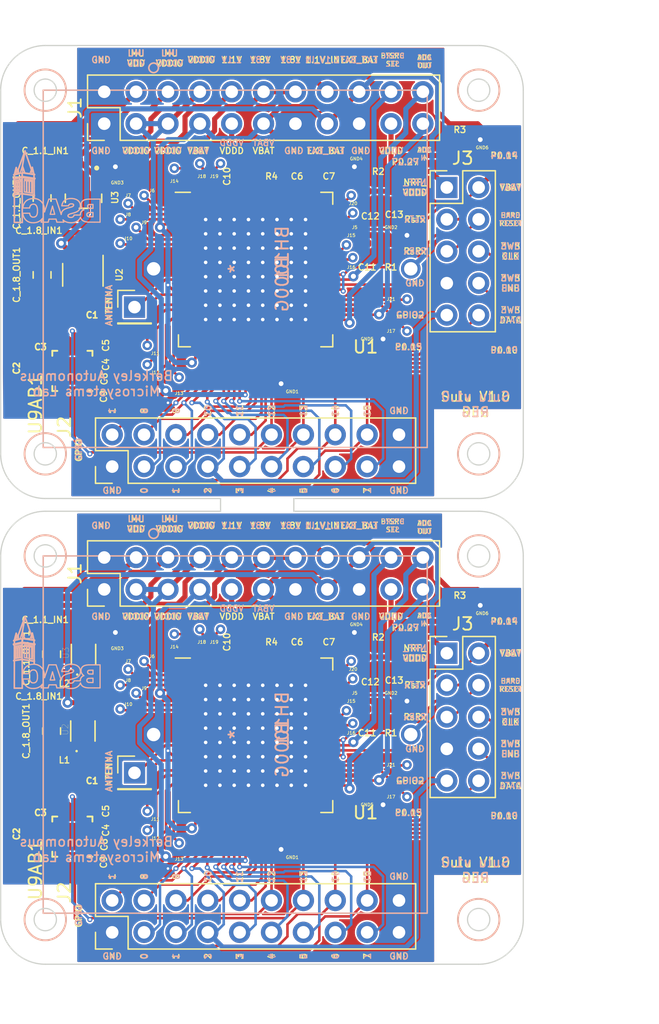
<source format=kicad_pcb>
(kicad_pcb (version 20171130) (host pcbnew "(5.1.6)-1")
  (layers (0 F.Cu mixed) (31 B.Cu mixed) (34 B.Paste user) (35 F.Paste user) (36 B.SilkS user) (37 F.SilkS user) (38 B.Mask user) (39 F.Mask user) (44 Edge.Cuts user))
  (net 0 "")
  (net 1 GND)
  (net 2 +VBAT)
  (net 3 +VDDD)
  (net 4 +VDDIO)
  (net 5 /scumsheet/AUX_LDO_OUTPUT)
  (net 6 +VDDAO)
  (net 7 /GPIO7)
  (net 8 /GPIO5)
  (net 9 /GPIO3)
  (net 10 /GPIO1)
  (net 11 /GPIO6)
  (net 12 /GPIO4)
  (net 13 /GPIO2)
  (net 14 /GPIO0)
  (net 15 /3WB_DATA)
  (net 16 /3WB_ENB)
  (net 17 /3WB_CLK)
  (net 18 /RsTx)
  (net 19 /RsRx)
  (net 20 /SENSOR_LDO_OUTPUT)
  (net 21 /SENSOR_EXT_IN)
  (net 22 /GPIO10)
  (net 23 /GPIO9)
  (net 24 /GPIO8)
  (net 25 /BOOT_SOURCE_SEL)
  (net 26 /GPIO13)
  (net 27 /GPIO14)
  (net 28 /GPIO15)
  (net 29 /GPIO12)
  (net 30 /IMU_VDD)
  (net 31 /IMU_VDDIO)
  (net 32 /ANTENNA)
  (net 33 /GPIO11)
  (net 34 /HARD_RESET)
  (net 35 "Net-(C3-Pad1)")
  (net 36 /scumsheet/LO_LDO_OUTPUT)
  (net 37 /scumsheet/PA_LDO_OUTPUT)
  (net 38 /scumsheet/VDDD_DISABLE)
  (net 39 "Net-(J5-Pad1)")
  (net 40 "Net-(J6-Pad1)")
  (net 41 "Net-(J7-Pad1)")
  (net 42 "Net-(J8-Pad1)")
  (net 43 "Net-(J9-Pad1)")
  (net 44 "Net-(J10-Pad1)")
  (net 45 "Net-(J11-Pad1)")
  (net 46 "Net-(J12-Pad1)")
  (net 47 "Net-(J13-Pad1)")
  (net 48 "Net-(J14-Pad1)")
  (net 49 "Net-(J15-Pad1)")
  (net 50 "Net-(J16-Pad1)")
  (net 51 "Net-(J17-Pad1)")
  (net 52 "Net-(J18-Pad1)")
  (net 53 "Net-(J19-Pad1)")
  (net 54 "Net-(J20-Pad1)")
  (net 55 "Net-(J21-Pad1)")
  (net 56 +1.8V_REG)
  (net 57 +EXT_BAT)
  (net 58 +1.1V_REG)
  (net 59 +NRF_VDDD)
  (net 60 "Net-(R4-Pad2)")
  (net 61 /1.1V_IN)
  (net 62 "Net-(L1-Pad2)")
  (net 63 "Net-(L2-Pad2)")
  (module downloaded_libs:SOT95P280X145-5N (layer F.Cu) (at 114.427 88.236999 270)
    (fp_text reference U3 (at -0.06 -2.508 90) (layer F.SilkS) (effects (font (size 0.508 0.508) (thickness 0.1016))))
    (fp_text value TLV70311DBVR)
    (pad 1 smd rect (at -1.255 -0.95 270) (size 1.21 0.59) (layers F.Cu F.Paste F.Mask) (net 61 /1.1V_IN))
    (pad 2 smd rect (at -1.255 0 270) (size 1.21 0.59) (layers F.Cu F.Paste F.Mask) (net 1 GND))
    (pad 3 smd rect (at -1.255 0.95 270) (size 1.21 0.59) (layers F.Cu F.Paste F.Mask) (net 61 /1.1V_IN))
    (pad 4 smd rect (at 1.255 0.95 270) (size 1.21 0.59) (layers F.Cu F.Paste F.Mask))
    (pad 5 smd rect (at 1.255 -0.95 270) (size 1.21 0.59) (layers F.Cu F.Paste F.Mask) (net 58 +1.1V_REG))
  )
  (module Package_TO_SOT_SMD:SOT-23-5 (layer F.Cu) (at 114.375999 94.332999 270)
    (fp_text reference U2 (at 0 -2.9 90) (layer F.SilkS) (effects (font (size 0.508 0.508) (thickness 0.1016))))
    (fp_text value LP5907MFX-1.8)
    (pad 1 smd rect (at -1.1 -0.95 270) (size 1.06 0.65) (layers F.Cu F.Paste F.Mask) (net 57 +EXT_BAT))
    (pad 2 smd rect (at -1.1 0 270) (size 1.06 0.65) (layers F.Cu F.Paste F.Mask) (net 1 GND))
    (pad 3 smd rect (at -1.1 0.95 270) (size 1.06 0.65) (layers F.Cu F.Paste F.Mask) (net 57 +EXT_BAT))
    (pad 4 smd rect (at 1.1 0.95 270) (size 1.06 0.65) (layers F.Cu F.Paste F.Mask))
    (pad 5 smd rect (at 1.1 -0.95 270) (size 1.06 0.65) (layers F.Cu F.Paste F.Mask) (net 56 +1.8V_REG))
  )
  (module downloaded_libs:BH1000G (layer B.Cu) (at 126.5174 93.853 270)
    (fp_text reference B1 (at 0 -3.7465 270) (layer B.SilkS) (effects (justify mirror)))
    (fp_text value BH1000G (at 0 -3.7465 270) (layer B.SilkS) (effects (justify mirror)))
    (fp_text user * (at 0 0 270) (layer B.SilkS) (effects (justify mirror)))
    (pad 2 thru_hole circle (at 0 -13.9954 270) (size 1.5748 1.5748) (drill 1.0668) (layers *.Cu *.Mask) (net 57 +EXT_BAT))
    (pad 1 thru_hole circle (at 0 6.5024 270) (size 1.5748 1.5748) (drill 1.0668) (layers *.Cu *.Mask) (net 1 GND))
  )
  (module Connector_PinHeader_2.54mm:PinHeader_2x11_P2.54mm_Vertical (layer F.Cu) (at 116.078 82.296 90)
    (fp_text reference J1 (at 1.27 -2.33 90) (layer F.SilkS))
    (fp_text value Conn_02x11_Odd_Even)
    (pad 22 thru_hole oval (at 2.54 25.4 90) (size 1.7 1.7) (drill 1) (layers *.Cu *.Mask) (net 20 /SENSOR_LDO_OUTPUT))
    (pad 21 thru_hole oval (at 0 25.4 90) (size 1.7 1.7) (drill 1) (layers *.Cu *.Mask) (net 21 /SENSOR_EXT_IN))
    (pad 20 thru_hole oval (at 2.54 22.86 90) (size 1.7 1.7) (drill 1) (layers *.Cu *.Mask) (net 25 /BOOT_SOURCE_SEL))
    (pad 19 thru_hole oval (at 0 22.86 90) (size 1.7 1.7) (drill 1) (layers *.Cu *.Mask) (net 3 +VDDD))
    (pad 18 thru_hole oval (at 2.54 20.32 90) (size 1.7 1.7) (drill 1) (layers *.Cu *.Mask) (net 57 +EXT_BAT))
    (pad 17 thru_hole oval (at 0 20.32 90) (size 1.7 1.7) (drill 1) (layers *.Cu *.Mask) (net 1 GND))
    (pad 16 thru_hole oval (at 2.54 17.78 90) (size 1.7 1.7) (drill 1) (layers *.Cu *.Mask) (net 61 /1.1V_IN))
    (pad 15 thru_hole oval (at 0 17.78 90) (size 1.7 1.7) (drill 1) (layers *.Cu *.Mask) (net 57 +EXT_BAT))
    (pad 14 thru_hole oval (at 2.54 15.24 90) (size 1.7 1.7) (drill 1) (layers *.Cu *.Mask) (net 56 +1.8V_REG))
    (pad 13 thru_hole oval (at 0 15.24 90) (size 1.7 1.7) (drill 1) (layers *.Cu *.Mask) (net 1 GND))
    (pad 12 thru_hole oval (at 2.54 12.7 90) (size 1.7 1.7) (drill 1) (layers *.Cu *.Mask) (net 56 +1.8V_REG))
    (pad 11 thru_hole oval (at 0 12.7 90) (size 1.7 1.7) (drill 1) (layers *.Cu *.Mask) (net 2 +VBAT))
    (pad 10 thru_hole oval (at 2.54 10.16 90) (size 1.7 1.7) (drill 1) (layers *.Cu *.Mask) (net 58 +1.1V_REG))
    (pad 9 thru_hole oval (at 0 10.16 90) (size 1.7 1.7) (drill 1) (layers *.Cu *.Mask) (net 3 +VDDD))
    (pad 8 thru_hole oval (at 2.54 7.62 90) (size 1.7 1.7) (drill 1) (layers *.Cu *.Mask) (net 4 +VDDIO))
    (pad 7 thru_hole oval (at 0 7.62 90) (size 1.7 1.7) (drill 1) (layers *.Cu *.Mask) (net 2 +VBAT))
    (pad 6 thru_hole oval (at 2.54 5.08 90) (size 1.7 1.7) (drill 1) (layers *.Cu *.Mask) (net 31 /IMU_VDDIO))
    (pad 5 thru_hole oval (at 0 5.08 90) (size 1.7 1.7) (drill 1) (layers *.Cu *.Mask) (net 4 +VDDIO))
    (pad 4 thru_hole oval (at 2.54 2.54 90) (size 1.7 1.7) (drill 1) (layers *.Cu *.Mask) (net 30 /IMU_VDD))
    (pad 3 thru_hole oval (at 0 2.54 90) (size 1.7 1.7) (drill 1) (layers *.Cu *.Mask) (net 4 +VDDIO))
    (pad 2 thru_hole oval (at 2.54 0 90) (size 1.7 1.7) (drill 1) (layers *.Cu *.Mask) (net 1 GND))
    (pad 1 thru_hole rect (at 0 0 90) (size 1.7 1.7) (drill 1) (layers *.Cu *.Mask) (net 1 GND))
  )
  (module Resistor_SMD:R_0402_1005Metric (layer F.Cu) (at 128.928 85.471)
    (fp_text reference R4 (at 0.485 1.016) (layer F.SilkS) (effects (font (size 0.508 0.508) (thickness 0.1016))))
    (fp_text value "0 Ohm")
    (pad 2 smd roundrect (at 0.485 0) (size 0.59 0.64) (layers F.Cu F.Paste F.Mask) (net 60 "Net-(R4-Pad2)"))
    (pad 1 smd roundrect (at -0.485 0) (size 0.59 0.64) (layers F.Cu F.Paste F.Mask) (net 3 +VDDD))
  )
  (module Resistor_SMD:R_0402_1005Metric (layer F.Cu) (at 144.422 83.947)
    (fp_text reference R3 (at 0 -1.17) (layer F.SilkS) (effects (font (size 0.508 0.508) (thickness 0.1016))))
    (fp_text value R_Small_US)
    (pad 2 smd roundrect (at 0.485 0) (size 0.59 0.64) (layers F.Cu F.Paste F.Mask) (net 1 GND))
    (pad 1 smd roundrect (at -0.485 0) (size 0.59 0.64) (layers F.Cu F.Paste F.Mask) (net 3 +VDDD))
  )
  (module Resistor_SMD:R_0402_1005Metric (layer F.Cu) (at 139.423 86.106 180)
    (fp_text reference R2 (at 1.501 0) (layer F.SilkS) (effects (font (size 0.508 0.508) (thickness 0.1016))))
    (fp_text value R_Small_US)
    (pad 2 smd roundrect (at 0.485 0 180) (size 0.59 0.64) (layers F.Cu F.Paste F.Mask) (net 3 +VDDD))
    (pad 1 smd roundrect (at -0.485 0 180) (size 0.59 0.64) (layers F.Cu F.Paste F.Mask) (net 59 +NRF_VDDD))
  )
  (module Capacitor_SMD:C_0805_2012Metric (layer F.Cu) (at 111.125 94.338 270)
    (fp_text reference C_1.8_OUT1 (at 0 2.032 90) (layer F.SilkS) (effects (font (size 0.508 0.508) (thickness 0.1016))))
    (fp_text value "100 uF")
    (pad 1 smd roundrect (at -0.9375 0 270) (size 0.975 1.4) (layers F.Cu F.Paste F.Mask) (net 1 GND))
    (pad 2 smd roundrect (at 0.9375 0 270) (size 0.975 1.4) (layers F.Cu F.Paste F.Mask) (net 56 +1.8V_REG))
  )
  (module Capacitor_SMD:C_0805_2012Metric (layer F.Cu) (at 111.125 88.2165 270)
    (fp_text reference C_1.1_OUT1 (at 0.3025 2.032 90) (layer F.SilkS) (effects (font (size 0.508 0.508) (thickness 0.1016))))
    (fp_text value "100 uF")
    (pad 1 smd roundrect (at -0.9375 0 270) (size 0.975 1.4) (layers F.Cu F.Paste F.Mask) (net 1 GND))
    (pad 2 smd roundrect (at 0.9375 0 270) (size 0.975 1.4) (layers F.Cu F.Paste F.Mask) (net 58 +1.1V_REG))
  )
  (module Connector_PinHeader_2.54mm:PinHeader_2x05_P2.54mm_Vertical (layer F.Cu) (at 143.383 87.376)
    (fp_text reference J3 (at 1.27 -2.33) (layer F.SilkS))
    (fp_text value Conn_02x05_Odd_Even)
    (pad 10 thru_hole oval (at 2.54 10.16) (size 1.7 1.7) (drill 1) (layers *.Cu *.Mask) (net 15 /3WB_DATA))
    (pad 9 thru_hole oval (at 0 10.16) (size 1.7 1.7) (drill 1) (layers *.Cu *.Mask) (net 13 /GPIO2))
    (pad 8 thru_hole oval (at 2.54 7.62) (size 1.7 1.7) (drill 1) (layers *.Cu *.Mask) (net 16 /3WB_ENB))
    (pad 7 thru_hole oval (at 0 7.62) (size 1.7 1.7) (drill 1) (layers *.Cu *.Mask) (net 1 GND))
    (pad 6 thru_hole oval (at 2.54 5.08) (size 1.7 1.7) (drill 1) (layers *.Cu *.Mask) (net 17 /3WB_CLK))
    (pad 5 thru_hole oval (at 0 5.08) (size 1.7 1.7) (drill 1) (layers *.Cu *.Mask) (net 19 /RsRx))
    (pad 4 thru_hole oval (at 2.54 2.54) (size 1.7 1.7) (drill 1) (layers *.Cu *.Mask) (net 34 /HARD_RESET))
    (pad 3 thru_hole oval (at 0 2.54) (size 1.7 1.7) (drill 1) (layers *.Cu *.Mask) (net 18 /RsTx))
    (pad 2 thru_hole oval (at 2.54 0) (size 1.7 1.7) (drill 1) (layers *.Cu *.Mask) (net 2 +VBAT))
    (pad 1 thru_hole rect (at 0 0) (size 1.7 1.7) (drill 1) (layers *.Cu *.Mask) (net 59 +NRF_VDDD))
  )
  (module Capacitor_SMD:C_0402_1005Metric (layer F.Cu) (at 114.577 85.217)
    (fp_text reference C_1.1_IN1 (at -3.198 -0.762) (layer F.SilkS) (effects (font (size 0.508 0.508) (thickness 0.1016))))
    (fp_text value "10 uF")
    (pad 2 smd roundrect (at 0.485 0) (size 0.59 0.64) (layers F.Cu F.Paste F.Mask) (net 1 GND))
    (pad 1 smd roundrect (at -0.485 0) (size 0.59 0.64) (layers F.Cu F.Paste F.Mask) (net 61 /1.1V_IN))
  )
  (module Capacitor_SMD:C_0402_1005Metric (layer F.Cu) (at 114.531 91.567)
    (fp_text reference C_1.8_IN1 (at -3.66 -0.762) (layer F.SilkS) (effects (font (size 0.508 0.508) (thickness 0.1016))))
    (fp_text value "10 uF")
    (pad 2 smd roundrect (at 0.485 0) (size 0.59 0.64) (layers F.Cu F.Paste F.Mask) (net 1 GND))
    (pad 1 smd roundrect (at -0.485 0) (size 0.59 0.64) (layers F.Cu F.Paste F.Mask) (net 57 +EXT_BAT))
  )
  (module SCUM:through_hole (layer F.Cu) (at 140.208 96.266)
    (fp_text reference J21 (at -1.27 0) (layer F.SilkS) (effects (font (size 0.254 0.254) (thickness 0.0508))))
    (fp_text value through_hole hide)
    (pad 1 thru_hole circle (at 0 0) (size 0.762 0.762) (drill 0.381) (layers *.Cu *.Mask) (net 55 "Net-(J21-Pad1)"))
  )
  (module SCUM:through_hole (layer F.Cu) (at 135.763 88.011)
    (fp_text reference J20 (at 0.1524 0.635) (layer F.SilkS) (effects (font (size 0.254 0.254) (thickness 0.0508))))
    (fp_text value through_hole hide)
    (pad 1 thru_hole circle (at 0 0) (size 0.762 0.762) (drill 0.381) (layers *.Cu *.Mask) (net 54 "Net-(J20-Pad1)"))
  )
  (module SCUM:through_hole (layer F.Cu) (at 125.349 85.471)
    (fp_text reference J19 (at -0.508 1.016) (layer F.SilkS) (effects (font (size 0.254 0.254) (thickness 0.0508))))
    (fp_text value through_hole hide)
    (pad 1 thru_hole circle (at 0 0) (size 0.762 0.762) (drill 0.381) (layers *.Cu *.Mask) (net 53 "Net-(J19-Pad1)"))
  )
  (module SCUM:through_hole (layer F.Cu) (at 123.698 85.471)
    (fp_text reference J18 (at 0.1524 1.016) (layer F.SilkS) (effects (font (size 0.254 0.254) (thickness 0.0508))))
    (fp_text value through_hole hide)
    (pad 1 thru_hole circle (at 0 0) (size 0.762 0.762) (drill 0.381) (layers *.Cu *.Mask) (net 52 "Net-(J18-Pad1)"))
  )
  (module SCUM:through_hole (layer F.Cu) (at 121.666 85.852)
    (fp_text reference J14 (at 0 1.016) (layer F.SilkS) (effects (font (size 0.254 0.254) (thickness 0.0508))))
    (fp_text value through_hole hide)
    (pad 1 thru_hole circle (at 0 0) (size 0.762 0.762) (drill 0.381) (layers *.Cu *.Mask) (net 48 "Net-(J14-Pad1)"))
  )
  (module SCUM:through_hole (layer F.Cu) (at 119.507 101.473)
    (fp_text reference J12 (at 0.635 0.635) (layer F.SilkS) (effects (font (size 0.254 0.254) (thickness 0.0508))))
    (fp_text value through_hole hide)
    (pad 1 thru_hole circle (at 0 0) (size 0.762 0.762) (drill 0.381) (layers *.Cu *.Mask) (net 46 "Net-(J12-Pad1)"))
  )
  (module SCUM:through_hole (layer F.Cu) (at 140.208 98.806)
    (fp_text reference J17 (at -1.27 0) (layer F.SilkS) (effects (font (size 0.254 0.254) (thickness 0.0508))))
    (fp_text value through_hole hide)
    (pad 1 thru_hole circle (at 0 0) (size 0.762 0.762) (drill 0.381) (layers *.Cu *.Mask) (net 51 "Net-(J17-Pad1)"))
  )
  (module SCUM:through_hole (layer F.Cu) (at 135.89 92.964)
    (fp_text reference J16 (at -0.127 0.762) (layer F.SilkS) (effects (font (size 0.254 0.254) (thickness 0.0508))))
    (fp_text value through_hole hide)
    (pad 1 thru_hole circle (at 0 0) (size 0.762 0.762) (drill 0.381) (layers *.Cu *.Mask) (net 50 "Net-(J16-Pad1)"))
  )
  (module SCUM:through_hole (layer F.Cu) (at 135.382 91.948)
    (fp_text reference J15 (at 0.381 -0.762) (layer F.SilkS) (effects (font (size 0.254 0.254) (thickness 0.0508))))
    (fp_text value through_hole hide)
    (pad 1 thru_hole circle (at 0 0) (size 0.762 0.762) (drill 0.381) (layers *.Cu *.Mask) (net 49 "Net-(J15-Pad1)"))
  )
  (module SCUM:through_hole (layer F.Cu) (at 122.047 102.489)
    (fp_text reference J13 (at 0 1.27) (layer F.SilkS) (effects (font (size 0.254 0.254) (thickness 0.0508))))
    (fp_text value through_hole hide)
    (pad 1 thru_hole circle (at 0 0) (size 0.762 0.762) (drill 0.381) (layers *.Cu *.Mask) (net 47 "Net-(J13-Pad1)"))
  )
  (module SCUM:through_hole (layer F.Cu) (at 119.507 99.949)
    (fp_text reference J11 (at 0.635 0.635) (layer F.SilkS) (effects (font (size 0.254 0.254) (thickness 0.0508))))
    (fp_text value through_hole hide)
    (pad 1 thru_hole circle (at 0 0) (size 0.762 0.762) (drill 0.381) (layers *.Cu *.Mask) (net 45 "Net-(J11-Pad1)"))
  )
  (module SCUM:through_hole (layer F.Cu) (at 117.348 91.821)
    (fp_text reference J10 (at 0.635 -0.381) (layer F.SilkS) (effects (font (size 0.254 0.254) (thickness 0.0508))))
    (fp_text value through_hole hide)
    (pad 1 thru_hole circle (at 0 0) (size 0.762 0.762) (drill 0.381) (layers *.Cu *.Mask) (net 44 "Net-(J10-Pad1)"))
  )
  (module SCUM:through_hole (layer F.Cu) (at 118.618 90.551)
    (fp_text reference J9 (at 0.635 -0.381) (layer F.SilkS) (effects (font (size 0.254 0.254) (thickness 0.0508))))
    (fp_text value through_hole hide)
    (pad 1 thru_hole circle (at 0 0) (size 0.762 0.762) (drill 0.381) (layers *.Cu *.Mask) (net 43 "Net-(J9-Pad1)"))
  )
  (module SCUM:through_hole (layer F.Cu) (at 117.348 89.916)
    (fp_text reference J8 (at 0.635 -0.381) (layer F.SilkS) (effects (font (size 0.254 0.254) (thickness 0.0508))))
    (fp_text value through_hole hide)
    (pad 1 thru_hole circle (at 0 0) (size 0.762 0.762) (drill 0.381) (layers *.Cu *.Mask) (net 42 "Net-(J8-Pad1)"))
  )
  (module SCUM:through_hole (layer F.Cu) (at 117.983 88.646)
    (fp_text reference J7 (at 0 -0.635) (layer F.SilkS) (effects (font (size 0.254 0.254) (thickness 0.0508))))
    (fp_text value through_hole hide)
    (pad 1 thru_hole circle (at 0 0) (size 0.762 0.762) (drill 0.381) (layers *.Cu *.Mask) (net 41 "Net-(J7-Pad1)"))
  )
  (module SCUM:through_hole (layer F.Cu) (at 119.253 88.011)
    (fp_text reference J6 (at 0.635 -0.381) (layer F.SilkS) (effects (font (size 0.254 0.254) (thickness 0.0508))))
    (fp_text value through_hole hide)
    (pad 1 thru_hole circle (at 0 0) (size 0.762 0.762) (drill 0.381) (layers *.Cu *.Mask) (net 40 "Net-(J6-Pad1)"))
  )
  (module SCUM:through_hole (layer F.Cu) (at 135.89 89.408)
    (fp_text reference J5 (at 0.1524 1.143) (layer F.SilkS) (effects (font (size 0.254 0.254) (thickness 0.0508))))
    (fp_text value through_hole hide)
    (pad 1 thru_hole circle (at 0 0) (size 0.762 0.762) (drill 0.381) (layers *.Cu *.Mask) (net 39 "Net-(J5-Pad1)"))
  )
  (module SCUM:through_hole (layer F.Cu) (at 146.05 83.566)
    (fp_text reference GND6 (at 0.1524 0.635) (layer F.SilkS) (effects (font (size 0.254 0.254) (thickness 0.0508))))
    (fp_text value through_hole hide)
    (pad 1 thru_hole circle (at 0 0) (size 0.762 0.762) (drill 0.381) (layers *.Cu *.Mask) (net 1 GND))
  )
  (module SCUM:through_hole (layer F.Cu) (at 138.303 99.441)
    (fp_text reference GND5 (at -1.27 0) (layer F.SilkS) (effects (font (size 0.254 0.254) (thickness 0.0508))))
    (fp_text value through_hole hide)
    (pad 1 thru_hole circle (at 0 0) (size 0.762 0.762) (drill 0.381) (layers *.Cu *.Mask) (net 1 GND))
  )
  (module SCUM:through_hole (layer F.Cu) (at 136.017 85.725)
    (fp_text reference GND4 (at 0.1524 -0.635) (layer F.SilkS) (effects (font (size 0.254 0.254) (thickness 0.0508))))
    (fp_text value through_hole hide)
    (pad 1 thru_hole circle (at 0 0) (size 0.762 0.762) (drill 0.381) (layers *.Cu *.Mask) (net 1 GND))
  )
  (module SCUM:through_hole (layer F.Cu) (at 116.967 85.725)
    (fp_text reference GND3 (at 0.1524 1.27) (layer F.SilkS) (effects (font (size 0.254 0.254) (thickness 0.0508))))
    (fp_text value through_hole hide)
    (pad 1 thru_hole circle (at 0 0) (size 0.762 0.762) (drill 0.381) (layers *.Cu *.Mask) (net 1 GND))
  )
  (module SCUM:through_hole (layer F.Cu) (at 140.208 91.186)
    (fp_text reference GND2 (at -1.27 -0.635) (layer F.SilkS) (effects (font (size 0.254 0.254) (thickness 0.0508))))
    (fp_text value through_hole hide)
    (pad 1 thru_hole circle (at 0 0) (size 0.762 0.762) (drill 0.381) (layers *.Cu *.Mask) (net 1 GND))
  )
  (module SCUM:through_hole (layer F.Cu) (at 130.175 102.997)
    (fp_text reference GND1 (at 0.889 0.635) (layer F.SilkS) (effects (font (size 0.254 0.254) (thickness 0.0508))))
    (fp_text value through_hole hide)
    (pad 1 thru_hole circle (at 0 0) (size 0.762 0.762) (drill 0.381) (layers *.Cu *.Mask) (net 1 GND))
  )
  (module Connector_PinHeader_2.54mm:PinHeader_1x01_P2.54mm_Vertical (layer F.Cu) (at 118.491 96.901)
    (fp_text reference J4 hide)
    (fp_text value Conn_01x01_Male)
    (pad 1 thru_hole rect (at 0 0) (size 1.7 1.7) (drill 1) (layers *.Cu *.Mask) (net 32 /ANTENNA))
  )
  (module Resistor_SMD:R_0402_1005Metric (layer F.Cu) (at 138.938 92.306 270)
    (fp_text reference R1 (at 1.42 0 180) (layer F.SilkS) (effects (font (size 0.508 0.508) (thickness 0.1016))))
    (fp_text value NP)
    (pad 2 smd roundrect (at 0.485 0 270) (size 0.59 0.64) (layers F.Cu F.Paste F.Mask) (net 1 GND))
    (pad 1 smd roundrect (at -0.485 0 270) (size 0.59 0.64) (layers F.Cu F.Paste F.Mask) (net 38 /scumsheet/VDDD_DISABLE))
  )
  (module Capacitor_SMD:C_0402_1005Metric (layer F.Cu) (at 138.938 88.161 90)
    (fp_text reference C13 (at -1.374 0.254 180) (layer F.SilkS) (effects (font (size 0.508 0.508) (thickness 0.1016))))
    (fp_text value NP)
    (pad 2 smd roundrect (at 0.485 0 90) (size 0.59 0.64) (layers F.Cu F.Paste F.Mask) (net 3 +VDDD))
    (pad 1 smd roundrect (at -0.485 0 90) (size 0.59 0.64) (layers F.Cu F.Paste F.Mask) (net 1 GND))
  )
  (module Capacitor_SMD:C_0402_1005Metric (layer F.Cu) (at 137.033 88.161 90)
    (fp_text reference C12 (at -1.501 0.254 180) (layer F.SilkS) (effects (font (size 0.508 0.508) (thickness 0.1016))))
    (fp_text value NP)
    (pad 2 smd roundrect (at 0.485 0 90) (size 0.59 0.64) (layers F.Cu F.Paste F.Mask) (net 3 +VDDD))
    (pad 1 smd roundrect (at -0.485 0 90) (size 0.59 0.64) (layers F.Cu F.Paste F.Mask) (net 1 GND))
  )
  (module Capacitor_SMD:C_0402_1005Metric (layer F.Cu) (at 137.033 92.306 90)
    (fp_text reference C11 (at -1.42 0 180) (layer F.SilkS) (effects (font (size 0.508 0.508) (thickness 0.1016))))
    (fp_text value NP)
    (pad 2 smd roundrect (at 0.485 0 90) (size 0.59 0.64) (layers F.Cu F.Paste F.Mask) (net 5 /scumsheet/AUX_LDO_OUTPUT))
    (pad 1 smd roundrect (at -0.485 0 90) (size 0.59 0.64) (layers F.Cu F.Paste F.Mask) (net 1 GND))
  )
  (module Capacitor_SMD:C_0402_1005Metric (layer F.Cu) (at 126.619 85.702 90)
    (fp_text reference C10 (at -0.785 -0.762 90) (layer F.SilkS) (effects (font (size 0.508 0.508) (thickness 0.1016))))
    (fp_text value NP)
    (pad 2 smd roundrect (at 0.485 0 90) (size 0.59 0.64) (layers F.Cu F.Paste F.Mask) (net 1 GND))
    (pad 1 smd roundrect (at -0.485 0 90) (size 0.59 0.64) (layers F.Cu F.Paste F.Mask) (net 6 +VDDAO))
  )
  (module Capacitor_SMD:C_0402_1005Metric (layer F.Cu) (at 117.452 104.013 180)
    (fp_text reference C9 (at 1.42 0 270) (layer F.SilkS) (effects (font (size 0.508 0.508) (thickness 0.1016))))
    (fp_text value NP)
    (pad 2 smd roundrect (at 0.485 0 180) (size 0.59 0.64) (layers F.Cu F.Paste F.Mask) (net 1 GND))
    (pad 1 smd roundrect (at -0.485 0 180) (size 0.59 0.64) (layers F.Cu F.Paste F.Mask) (net 4 +VDDIO))
  )
  (module Capacitor_SMD:C_0402_1005Metric (layer F.Cu) (at 117.498 102.616 180)
    (fp_text reference C8 (at 1.42 0 270) (layer F.SilkS) (effects (font (size 0.508 0.508) (thickness 0.1016))))
    (fp_text value NP)
    (pad 2 smd roundrect (at 0.485 0 180) (size 0.59 0.64) (layers F.Cu F.Paste F.Mask) (net 1 GND))
    (pad 1 smd roundrect (at -0.485 0 180) (size 0.59 0.64) (layers F.Cu F.Paste F.Mask) (net 4 +VDDIO))
  )
  (module Capacitor_SMD:C_0402_1005Metric (layer F.Cu) (at 134.089 85.471)
    (fp_text reference C7 (at -0.104 1.016) (layer F.SilkS) (effects (font (size 0.508 0.508) (thickness 0.1016))))
    (fp_text value NP)
    (pad 2 smd roundrect (at 0.485 0) (size 0.59 0.64) (layers F.Cu F.Paste F.Mask) (net 1 GND))
    (pad 1 smd roundrect (at -0.485 0) (size 0.59 0.64) (layers F.Cu F.Paste F.Mask) (net 2 +VBAT))
  )
  (module Capacitor_SMD:C_0402_1005Metric (layer F.Cu) (at 131.595 85.471 180)
    (fp_text reference C6 (at 0.15 -1.016) (layer F.SilkS) (effects (font (size 0.508 0.508) (thickness 0.1016))))
    (fp_text value NP)
    (pad 2 smd roundrect (at 0.485 0 180) (size 0.59 0.64) (layers F.Cu F.Paste F.Mask) (net 1 GND))
    (pad 1 smd roundrect (at -0.485 0 180) (size 0.59 0.64) (layers F.Cu F.Paste F.Mask) (net 2 +VBAT))
  )
  (module Capacitor_SMD:C_0402_1005Metric (layer F.Cu) (at 117.498 99.949 180)
    (fp_text reference C5 (at 1.293 0 90) (layer F.SilkS) (effects (font (size 0.508 0.508) (thickness 0.1016))))
    (fp_text value NP)
    (pad 2 smd roundrect (at 0.485 0 180) (size 0.59 0.64) (layers F.Cu F.Paste F.Mask) (net 1 GND))
    (pad 1 smd roundrect (at -0.485 0 180) (size 0.59 0.64) (layers F.Cu F.Paste F.Mask) (net 37 /scumsheet/PA_LDO_OUTPUT))
  )
  (module Capacitor_SMD:C_0402_1005Metric (layer F.Cu) (at 117.498 101.346 180)
    (fp_text reference C4 (at 1.293 -0.127 90) (layer F.SilkS) (effects (font (size 0.508 0.508) (thickness 0.1016))))
    (fp_text value NP)
    (pad 2 smd roundrect (at 0.485 0 180) (size 0.59 0.64) (layers F.Cu F.Paste F.Mask) (net 1 GND))
    (pad 1 smd roundrect (at -0.485 0 180) (size 0.59 0.64) (layers F.Cu F.Paste F.Mask) (net 36 /scumsheet/LO_LDO_OUTPUT))
  )
  (module Connector_PinHeader_2.54mm:PinHeader_2x10_P2.54mm_Vertical (layer F.Cu) (at 116.713 109.601 90)
    (fp_text reference J2 (at 3.175 -3.81 270) (layer F.SilkS))
    (fp_text value Conn_02x10_Odd_Even)
    (pad 20 thru_hole oval (at 2.54 22.86 90) (size 1.7 1.7) (drill 1) (layers *.Cu *.Mask) (net 1 GND))
    (pad 19 thru_hole oval (at 0 22.86 90) (size 1.7 1.7) (drill 1) (layers *.Cu *.Mask) (net 1 GND))
    (pad 18 thru_hole oval (at 2.54 20.32 90) (size 1.7 1.7) (drill 1) (layers *.Cu *.Mask) (net 28 /GPIO15))
    (pad 17 thru_hole oval (at 0 20.32 90) (size 1.7 1.7) (drill 1) (layers *.Cu *.Mask) (net 7 /GPIO7))
    (pad 16 thru_hole oval (at 2.54 17.78 90) (size 1.7 1.7) (drill 1) (layers *.Cu *.Mask) (net 27 /GPIO14))
    (pad 15 thru_hole oval (at 0 17.78 90) (size 1.7 1.7) (drill 1) (layers *.Cu *.Mask) (net 11 /GPIO6))
    (pad 14 thru_hole oval (at 2.54 15.24 90) (size 1.7 1.7) (drill 1) (layers *.Cu *.Mask) (net 26 /GPIO13))
    (pad 13 thru_hole oval (at 0 15.24 90) (size 1.7 1.7) (drill 1) (layers *.Cu *.Mask) (net 8 /GPIO5))
    (pad 12 thru_hole oval (at 2.54 12.7 90) (size 1.7 1.7) (drill 1) (layers *.Cu *.Mask) (net 29 /GPIO12))
    (pad 11 thru_hole oval (at 0 12.7 90) (size 1.7 1.7) (drill 1) (layers *.Cu *.Mask) (net 12 /GPIO4))
    (pad 10 thru_hole oval (at 2.54 10.16 90) (size 1.7 1.7) (drill 1) (layers *.Cu *.Mask) (net 33 /GPIO11))
    (pad 9 thru_hole oval (at 0 10.16 90) (size 1.7 1.7) (drill 1) (layers *.Cu *.Mask) (net 9 /GPIO3))
    (pad 8 thru_hole oval (at 2.54 7.62 90) (size 1.7 1.7) (drill 1) (layers *.Cu *.Mask) (net 22 /GPIO10))
    (pad 7 thru_hole oval (at 0 7.62 90) (size 1.7 1.7) (drill 1) (layers *.Cu *.Mask) (net 13 /GPIO2))
    (pad 6 thru_hole oval (at 2.54 5.08 90) (size 1.7 1.7) (drill 1) (layers *.Cu *.Mask) (net 23 /GPIO9))
    (pad 5 thru_hole oval (at 0 5.08 90) (size 1.7 1.7) (drill 1) (layers *.Cu *.Mask) (net 10 /GPIO1))
    (pad 4 thru_hole oval (at 2.54 2.54 90) (size 1.7 1.7) (drill 1) (layers *.Cu *.Mask) (net 24 /GPIO8))
    (pad 3 thru_hole oval (at 0 2.54 90) (size 1.7 1.7) (drill 1) (layers *.Cu *.Mask) (net 14 /GPIO0))
    (pad 2 thru_hole oval (at 2.54 0 90) (size 1.7 1.7) (drill 1) (layers *.Cu *.Mask) (net 10 /GPIO1))
    (pad 1 thru_hole rect (at 0 0 90) (size 1.7 1.7) (drill 1) (layers *.Cu *.Mask) (net 1 GND))
  )
  (module SCUM:QFN-100_EP_12x12_Pitch0.4mm_Margin0.25mm (layer F.Cu) (at 128.143 93.911)
    (fp_text reference U1 (at 8.763 6.165) (layer F.SilkS))
    (fp_text value scum3)
    (pad 1 smd oval (at -5.9 -4.8 90) (size 0.2 0.8) (layers F.Cu F.Paste F.Mask) (net 40 "Net-(J6-Pad1)"))
    (pad 2 smd oval (at -5.9 -4.4 90) (size 0.2 0.8) (layers F.Cu F.Paste F.Mask) (net 41 "Net-(J7-Pad1)"))
    (pad 3 smd oval (at -5.9 -4 90) (size 0.2 0.8) (layers F.Cu F.Paste F.Mask) (net 42 "Net-(J8-Pad1)"))
    (pad 4 smd oval (at -5.9 -3.6 90) (size 0.2 0.8) (layers F.Cu F.Paste F.Mask) (net 2 +VBAT))
    (pad 5 smd oval (at -5.9 -3.2 90) (size 0.2 0.8) (layers F.Cu F.Paste F.Mask) (net 1 GND))
    (pad 6 smd oval (at -5.9 -2.8 90) (size 0.2 0.8) (layers F.Cu F.Paste F.Mask))
    (pad 7 smd oval (at -5.9 -2.4 90) (size 0.2 0.8) (layers F.Cu F.Paste F.Mask) (net 43 "Net-(J9-Pad1)"))
    (pad 8 smd oval (at -5.9 -2 90) (size 0.2 0.8) (layers F.Cu F.Paste F.Mask) (net 44 "Net-(J10-Pad1)"))
    (pad 9 smd oval (at -5.9 -1.6 90) (size 0.2 0.8) (layers F.Cu F.Paste F.Mask))
    (pad 10 smd oval (at -5.9 -1.2 90) (size 0.2 0.8) (layers F.Cu F.Paste F.Mask))
    (pad 11 smd oval (at -5.9 -0.8 90) (size 0.2 0.8) (layers F.Cu F.Paste F.Mask) (net 1 GND))
    (pad 12 smd oval (at -5.9 -0.4 90) (size 0.2 0.8) (layers F.Cu F.Paste F.Mask))
    (pad 13 smd oval (at -5.9 0 90) (size 0.2 0.8) (layers F.Cu F.Paste F.Mask))
    (pad 14 smd oval (at -5.9 0.4 90) (size 0.2 0.8) (layers F.Cu F.Paste F.Mask) (net 1 GND))
    (pad 15 smd oval (at -5.9 0.8 90) (size 0.2 0.8) (layers F.Cu F.Paste F.Mask) (net 32 /ANTENNA))
    (pad 16 smd oval (at -5.9 1.2 90) (size 0.2 0.8) (layers F.Cu F.Paste F.Mask) (net 1 GND))
    (pad 17 smd oval (at -5.9 1.6 90) (size 0.2 0.8) (layers F.Cu F.Paste F.Mask) (net 2 +VBAT))
    (pad 18 smd oval (at -5.9 2 90) (size 0.2 0.8) (layers F.Cu F.Paste F.Mask) (net 37 /scumsheet/PA_LDO_OUTPUT))
    (pad 19 smd oval (at -5.9 2.4 90) (size 0.2 0.8) (layers F.Cu F.Paste F.Mask))
    (pad 20 smd oval (at -5.9 2.8 90) (size 0.2 0.8) (layers F.Cu F.Paste F.Mask) (net 45 "Net-(J11-Pad1)"))
    (pad 21 smd oval (at -5.9 3.2 90) (size 0.2 0.8) (layers F.Cu F.Paste F.Mask) (net 46 "Net-(J12-Pad1)"))
    (pad 22 smd oval (at -5.9 3.6 90) (size 0.2 0.8) (layers F.Cu F.Paste F.Mask) (net 36 /scumsheet/LO_LDO_OUTPUT))
    (pad 23 smd oval (at -5.9 4 90) (size 0.2 0.8) (layers F.Cu F.Paste F.Mask) (net 47 "Net-(J13-Pad1)"))
    (pad 24 smd oval (at -5.9 4.4 90) (size 0.2 0.8) (layers F.Cu F.Paste F.Mask))
    (pad 25 smd oval (at -5.9 4.8 90) (size 0.2 0.8) (layers F.Cu F.Paste F.Mask))
    (pad 26 smd oval (at -4.8 5.9) (size 0.2 0.8) (layers F.Cu F.Paste F.Mask) (net 2 +VBAT))
    (pad 27 smd oval (at -4.4 5.9) (size 0.2 0.8) (layers F.Cu F.Paste F.Mask) (net 1 GND))
    (pad 28 smd oval (at -4 5.9) (size 0.2 0.8) (layers F.Cu F.Paste F.Mask) (net 14 /GPIO0))
    (pad 29 smd oval (at -3.6 5.9) (size 0.2 0.8) (layers F.Cu F.Paste F.Mask) (net 10 /GPIO1))
    (pad 30 smd oval (at -3.2 5.9) (size 0.2 0.8) (layers F.Cu F.Paste F.Mask) (net 13 /GPIO2))
    (pad 31 smd oval (at -2.8 5.9) (size 0.2 0.8) (layers F.Cu F.Paste F.Mask) (net 9 /GPIO3))
    (pad 32 smd oval (at -2.4 5.9) (size 0.2 0.8) (layers F.Cu F.Paste F.Mask) (net 12 /GPIO4))
    (pad 33 smd oval (at -2 5.9) (size 0.2 0.8) (layers F.Cu F.Paste F.Mask) (net 8 /GPIO5))
    (pad 34 smd oval (at -1.6 5.9) (size 0.2 0.8) (layers F.Cu F.Paste F.Mask) (net 11 /GPIO6))
    (pad 35 smd oval (at -1.2 5.9) (size 0.2 0.8) (layers F.Cu F.Paste F.Mask) (net 7 /GPIO7))
    (pad 36 smd oval (at -0.8 5.9) (size 0.2 0.8) (layers F.Cu F.Paste F.Mask) (net 4 +VDDIO))
    (pad 37 smd oval (at -0.4 5.9) (size 0.2 0.8) (layers F.Cu F.Paste F.Mask) (net 24 /GPIO8))
    (pad 38 smd oval (at 0 5.9) (size 0.2 0.8) (layers F.Cu F.Paste F.Mask) (net 23 /GPIO9))
    (pad 39 smd oval (at 0.4 5.9) (size 0.2 0.8) (layers F.Cu F.Paste F.Mask) (net 22 /GPIO10))
    (pad 40 smd oval (at 0.8 5.9) (size 0.2 0.8) (layers F.Cu F.Paste F.Mask) (net 33 /GPIO11))
    (pad 41 smd oval (at 1.2 5.9) (size 0.2 0.8) (layers F.Cu F.Paste F.Mask) (net 29 /GPIO12))
    (pad 42 smd oval (at 1.6 5.9) (size 0.2 0.8) (layers F.Cu F.Paste F.Mask) (net 26 /GPIO13))
    (pad 43 smd oval (at 2 5.9) (size 0.2 0.8) (layers F.Cu F.Paste F.Mask) (net 27 /GPIO14))
    (pad 44 smd oval (at 2.4 5.9) (size 0.2 0.8) (layers F.Cu F.Paste F.Mask) (net 28 /GPIO15))
    (pad 45 smd oval (at 2.8 5.9) (size 0.2 0.8) (layers F.Cu F.Paste F.Mask) (net 1 GND))
    (pad 46 smd oval (at 3.2 5.9) (size 0.2 0.8) (layers F.Cu F.Paste F.Mask) (net 18 /RsTx))
    (pad 47 smd oval (at 3.6 5.9) (size 0.2 0.8) (layers F.Cu F.Paste F.Mask) (net 19 /RsRx))
    (pad 48 smd oval (at 4 5.9) (size 0.2 0.8) (layers F.Cu F.Paste F.Mask) (net 17 /3WB_CLK))
    (pad 49 smd oval (at 4.4 5.9) (size 0.2 0.8) (layers F.Cu F.Paste F.Mask) (net 16 /3WB_ENB))
    (pad 50 smd oval (at 4.8 5.9) (size 0.2 0.8) (layers F.Cu F.Paste F.Mask) (net 15 /3WB_DATA))
    (pad 51 smd oval (at 5.9 4.8 90) (size 0.2 0.8) (layers F.Cu F.Paste F.Mask))
    (pad 52 smd oval (at 5.9 4.4 90) (size 0.2 0.8) (layers F.Cu F.Paste F.Mask))
    (pad 53 smd oval (at 5.9 4 90) (size 0.2 0.8) (layers F.Cu F.Paste F.Mask) (net 20 /SENSOR_LDO_OUTPUT))
    (pad 54 smd oval (at 5.9 3.6 90) (size 0.2 0.8) (layers F.Cu F.Paste F.Mask) (net 21 /SENSOR_EXT_IN))
    (pad 55 smd oval (at 5.9 3.2 90) (size 0.2 0.8) (layers F.Cu F.Paste F.Mask) (net 1 GND))
    (pad 56 smd oval (at 5.9 2.8 90) (size 0.2 0.8) (layers F.Cu F.Paste F.Mask) (net 51 "Net-(J17-Pad1)"))
    (pad 57 smd oval (at 5.9 2.4 90) (size 0.2 0.8) (layers F.Cu F.Paste F.Mask) (net 55 "Net-(J21-Pad1)"))
    (pad 58 smd oval (at 5.9 2 90) (size 0.2 0.8) (layers F.Cu F.Paste F.Mask) (net 1 GND))
    (pad 59 smd oval (at 5.9 1.6 90) (size 0.2 0.8) (layers F.Cu F.Paste F.Mask) (net 2 +VBAT))
    (pad 60 smd oval (at 5.9 1.2 90) (size 0.2 0.8) (layers F.Cu F.Paste F.Mask) (net 34 /HARD_RESET))
    (pad 61 smd oval (at 5.9 0.8 90) (size 0.2 0.8) (layers F.Cu F.Paste F.Mask) (net 25 /BOOT_SOURCE_SEL))
    (pad 62 smd oval (at 5.9 0.4 90) (size 0.2 0.8) (layers F.Cu F.Paste F.Mask) (net 2 +VBAT))
    (pad 63 smd oval (at 5.9 0 90) (size 0.2 0.8) (layers F.Cu F.Paste F.Mask))
    (pad 64 smd oval (at 5.9 -0.4 90) (size 0.2 0.8) (layers F.Cu F.Paste F.Mask))
    (pad 65 smd oval (at 5.9 -0.8 90) (size 0.2 0.8) (layers F.Cu F.Paste F.Mask) (net 50 "Net-(J16-Pad1)"))
    (pad 66 smd oval (at 5.9 -1.2 90) (size 0.2 0.8) (layers F.Cu F.Paste F.Mask))
    (pad 67 smd oval (at 5.9 -1.6 90) (size 0.2 0.8) (layers F.Cu F.Paste F.Mask) (net 49 "Net-(J15-Pad1)"))
    (pad 68 smd oval (at 5.9 -2 90) (size 0.2 0.8) (layers F.Cu F.Paste F.Mask))
    (pad 69 smd oval (at 5.9 -2.4 90) (size 0.2 0.8) (layers F.Cu F.Paste F.Mask) (net 1 GND))
    (pad 70 smd oval (at 5.9 -2.8 90) (size 0.2 0.8) (layers F.Cu F.Paste F.Mask) (net 5 /scumsheet/AUX_LDO_OUTPUT))
    (pad 71 smd oval (at 5.9 -3.2 90) (size 0.2 0.8) (layers F.Cu F.Paste F.Mask) (net 38 /scumsheet/VDDD_DISABLE))
    (pad 72 smd oval (at 5.9 -3.6 90) (size 0.2 0.8) (layers F.Cu F.Paste F.Mask) (net 3 +VDDD))
    (pad 73 smd oval (at 5.9 -4 90) (size 0.2 0.8) (layers F.Cu F.Paste F.Mask) (net 39 "Net-(J5-Pad1)"))
    (pad 74 smd oval (at 5.9 -4.4 90) (size 0.2 0.8) (layers F.Cu F.Paste F.Mask))
    (pad 75 smd oval (at 5.9 -4.8 90) (size 0.2 0.8) (layers F.Cu F.Paste F.Mask) (net 54 "Net-(J20-Pad1)"))
    (pad 76 smd oval (at 4.8 -5.9) (size 0.2 0.8) (layers F.Cu F.Paste F.Mask))
    (pad 77 smd oval (at 4.4 -5.9) (size 0.2 0.8) (layers F.Cu F.Paste F.Mask))
    (pad 78 smd oval (at 4 -5.9) (size 0.2 0.8) (layers F.Cu F.Paste F.Mask))
    (pad 79 smd oval (at 3.6 -5.9) (size 0.2 0.8) (layers F.Cu F.Paste F.Mask))
    (pad 80 smd oval (at 3.2 -5.9) (size 0.2 0.8) (layers F.Cu F.Paste F.Mask))
    (pad 81 smd oval (at 2.8 -5.9) (size 0.2 0.8) (layers F.Cu F.Paste F.Mask))
    (pad 82 smd oval (at 2.4 -5.9) (size 0.2 0.8) (layers F.Cu F.Paste F.Mask))
    (pad 83 smd oval (at 2 -5.9) (size 0.2 0.8) (layers F.Cu F.Paste F.Mask))
    (pad 84 smd oval (at 1.6 -5.9) (size 0.2 0.8) (layers F.Cu F.Paste F.Mask))
    (pad 85 smd oval (at 1.2 -5.9) (size 0.2 0.8) (layers F.Cu F.Paste F.Mask))
    (pad 86 smd oval (at 0.8 -5.9) (size 0.2 0.8) (layers F.Cu F.Paste F.Mask))
    (pad 87 smd oval (at 0.4 -5.9) (size 0.2 0.8) (layers F.Cu F.Paste F.Mask))
    (pad 88 smd oval (at 0 -5.9) (size 0.2 0.8) (layers F.Cu F.Paste F.Mask))
    (pad 89 smd oval (at -0.4 -5.9) (size 0.2 0.8) (layers F.Cu F.Paste F.Mask) (net 60 "Net-(R4-Pad2)"))
    (pad 90 smd oval (at -0.8 -5.9) (size 0.2 0.8) (layers F.Cu F.Paste F.Mask) (net 3 +VDDD))
    (pad 91 smd oval (at -1.2 -5.9) (size 0.2 0.8) (layers F.Cu F.Paste F.Mask))
    (pad 92 smd oval (at -1.6 -5.9) (size 0.2 0.8) (layers F.Cu F.Paste F.Mask) (net 6 +VDDAO))
    (pad 93 smd oval (at -2 -5.9) (size 0.2 0.8) (layers F.Cu F.Paste F.Mask))
    (pad 94 smd oval (at -2.4 -5.9) (size 0.2 0.8) (layers F.Cu F.Paste F.Mask))
    (pad 95 smd oval (at -2.8 -5.9) (size 0.2 0.8) (layers F.Cu F.Paste F.Mask))
    (pad 96 smd oval (at -3.2 -5.9) (size 0.2 0.8) (layers F.Cu F.Paste F.Mask) (net 53 "Net-(J19-Pad1)"))
    (pad 97 smd oval (at -3.6 -5.9) (size 0.2 0.8) (layers F.Cu F.Paste F.Mask))
    (pad 98 smd oval (at -4 -5.9) (size 0.2 0.8) (layers F.Cu F.Paste F.Mask) (net 52 "Net-(J18-Pad1)"))
    (pad 99 smd oval (at -4.4 -5.9) (size 0.2 0.8) (layers F.Cu F.Paste F.Mask))
    (pad 100 smd oval (at -4.8 -5.9) (size 0.2 0.8) (layers F.Cu F.Paste F.Mask) (net 48 "Net-(J14-Pad1)"))
    (pad 101 smd rect (at -3.98125 -3.98125) (size 1.1375 1.1375) (layers F.Cu F.Paste F.Mask) (net 1 GND))
    (pad 101 smd rect (at -3.98125 -2.84375) (size 1.1375 1.1375) (layers F.Cu F.Paste F.Mask) (net 1 GND))
    (pad 101 smd rect (at -3.98125 -1.70625) (size 1.1375 1.1375) (layers F.Cu F.Paste F.Mask) (net 1 GND))
    (pad 101 smd rect (at -3.98125 -0.56875) (size 1.1375 1.1375) (layers F.Cu F.Paste F.Mask) (net 1 GND))
    (pad 101 smd rect (at -3.98125 0.56875) (size 1.1375 1.1375) (layers F.Cu F.Paste F.Mask) (net 1 GND))
    (pad 101 smd rect (at -3.98125 1.70625) (size 1.1375 1.1375) (layers F.Cu F.Paste F.Mask) (net 1 GND))
    (pad 101 smd rect (at -3.98125 2.84375) (size 1.1375 1.1375) (layers F.Cu F.Paste F.Mask) (net 1 GND))
    (pad 101 smd rect (at -3.98125 3.98125) (size 1.1375 1.1375) (layers F.Cu F.Paste F.Mask) (net 1 GND))
    (pad 101 smd rect (at -2.84375 -3.98125) (size 1.1375 1.1375) (layers F.Cu F.Paste F.Mask) (net 1 GND))
    (pad 101 smd rect (at -2.84375 -2.84375) (size 1.1375 1.1375) (layers F.Cu F.Paste F.Mask) (net 1 GND))
    (pad 101 smd rect (at -2.84375 -1.70625) (size 1.1375 1.1375) (layers F.Cu F.Paste F.Mask) (net 1 GND))
    (pad 101 smd rect (at -2.84375 -0.56875) (size 1.1375 1.1375) (layers F.Cu F.Paste F.Mask) (net 1 GND))
    (pad 101 smd rect (at -2.84375 0.56875) (size 1.1375 1.1375) (layers F.Cu F.Paste F.Mask) (net 1 GND))
    (pad 101 smd rect (at -2.84375 1.70625) (size 1.1375 1.1375) (layers F.Cu F.Paste F.Mask) (net 1 GND))
    (pad 101 smd rect (at -2.84375 2.84375) (size 1.1375 1.1375) (layers F.Cu F.Paste F.Mask) (net 1 GND))
    (pad 101 smd rect (at -2.84375 3.98125) (size 1.1375 1.1375) (layers F.Cu F.Paste F.Mask) (net 1 GND))
    (pad 101 smd rect (at -1.70625 -3.98125) (size 1.1375 1.1375) (layers F.Cu F.Paste F.Mask) (net 1 GND))
    (pad 101 smd rect (at -1.70625 -2.84375) (size 1.1375 1.1375) (layers F.Cu F.Paste F.Mask) (net 1 GND))
    (pad 101 smd rect (at -1.70625 -1.70625) (size 1.1375 1.1375) (layers F.Cu F.Paste F.Mask) (net 1 GND))
    (pad 101 smd rect (at -1.70625 -0.56875) (size 1.1375 1.1375) (layers F.Cu F.Paste F.Mask) (net 1 GND))
    (pad 101 smd rect (at -1.70625 0.56875) (size 1.1375 1.1375) (layers F.Cu F.Paste F.Mask) (net 1 GND))
    (pad 101 smd rect (at -1.70625 1.70625) (size 1.1375 1.1375) (layers F.Cu F.Paste F.Mask) (net 1 GND))
    (pad 101 smd rect (at -1.70625 2.84375) (size 1.1375 1.1375) (layers F.Cu F.Paste F.Mask) (net 1 GND))
    (pad 101 smd rect (at -1.70625 3.98125) (size 1.1375 1.1375) (layers F.Cu F.Paste F.Mask) (net 1 GND))
    (pad 101 smd rect (at -0.56875 -3.98125) (size 1.1375 1.1375) (layers F.Cu F.Paste F.Mask) (net 1 GND))
    (pad 101 smd rect (at -0.56875 -2.84375) (size 1.1375 1.1375) (layers F.Cu F.Paste F.Mask) (net 1 GND))
    (pad 101 smd rect (at -0.56875 -1.70625) (size 1.1375 1.1375) (layers F.Cu F.Paste F.Mask) (net 1 GND))
    (pad 101 smd rect (at -0.56875 -0.56875) (size 1.1375 1.1375) (layers F.Cu F.Paste F.Mask) (net 1 GND))
    (pad 101 smd rect (at -0.56875 0.56875) (size 1.1375 1.1375) (layers F.Cu F.Paste F.Mask) (net 1 GND))
    (pad 101 smd rect (at -0.56875 1.70625) (size 1.1375 1.1375) (layers F.Cu F.Paste F.Mask) (net 1 GND))
    (pad 101 smd rect (at -0.56875 2.84375) (size 1.1375 1.1375) (layers F.Cu F.Paste F.Mask) (net 1 GND))
    (pad 101 smd rect (at -0.56875 3.98125) (size 1.1375 1.1375) (layers F.Cu F.Paste F.Mask) (net 1 GND))
    (pad 101 smd rect (at 0.56875 -3.98125) (size 1.1375 1.1375) (layers F.Cu F.Paste F.Mask) (net 1 GND))
    (pad 101 smd rect (at 0.56875 -2.84375) (size 1.1375 1.1375) (layers F.Cu F.Paste F.Mask) (net 1 GND))
    (pad 101 smd rect (at 0.56875 -1.70625) (size 1.1375 1.1375) (layers F.Cu F.Paste F.Mask) (net 1 GND))
    (pad 101 smd rect (at 0.56875 -0.56875) (size 1.1375 1.1375) (layers F.Cu F.Paste F.Mask) (net 1 GND))
    (pad 101 smd rect (at 0.56875 0.56875) (size 1.1375 1.1375) (layers F.Cu F.Paste F.Mask) (net 1 GND))
    (pad 101 smd rect (at 0.56875 1.70625) (size 1.1375 1.1375) (layers F.Cu F.Paste F.Mask) (net 1 GND))
    (pad 101 smd rect (at 0.56875 2.84375) (size 1.1375 1.1375) (layers F.Cu F.Paste F.Mask) (net 1 GND))
    (pad 101 smd rect (at 0.56875 3.98125) (size 1.1375 1.1375) (layers F.Cu F.Paste F.Mask) (net 1 GND))
    (pad 101 smd rect (at 1.70625 -3.98125) (size 1.1375 1.1375) (layers F.Cu F.Paste F.Mask) (net 1 GND))
    (pad 101 smd rect (at 1.70625 -2.84375) (size 1.1375 1.1375) (layers F.Cu F.Paste F.Mask) (net 1 GND))
    (pad 101 smd rect (at 1.70625 -1.70625) (size 1.1375 1.1375) (layers F.Cu F.Paste F.Mask) (net 1 GND))
    (pad 101 smd rect (at 1.70625 -0.56875) (size 1.1375 1.1375) (layers F.Cu F.Paste F.Mask) (net 1 GND))
    (pad 101 smd rect (at 1.70625 0.56875) (size 1.1375 1.1375) (layers F.Cu F.Paste F.Mask) (net 1 GND))
    (pad 101 smd rect (at 1.70625 1.70625) (size 1.1375 1.1375) (layers F.Cu F.Paste F.Mask) (net 1 GND))
    (pad 101 smd rect (at 1.70625 2.84375) (size 1.1375 1.1375) (layers F.Cu F.Paste F.Mask) (net 1 GND))
    (pad 101 smd rect (at 1.70625 3.98125) (size 1.1375 1.1375) (layers F.Cu F.Paste F.Mask) (net 1 GND))
    (pad 101 smd rect (at 2.84375 -3.98125) (size 1.1375 1.1375) (layers F.Cu F.Paste F.Mask) (net 1 GND))
    (pad 101 smd rect (at 2.84375 -2.84375) (size 1.1375 1.1375) (layers F.Cu F.Paste F.Mask) (net 1 GND))
    (pad 101 smd rect (at 2.84375 -1.70625) (size 1.1375 1.1375) (layers F.Cu F.Paste F.Mask) (net 1 GND))
    (pad 101 smd rect (at 2.84375 -0.56875) (size 1.1375 1.1375) (layers F.Cu F.Paste F.Mask) (net 1 GND))
    (pad 101 smd rect (at 2.84375 0.56875) (size 1.1375 1.1375) (layers F.Cu F.Paste F.Mask) (net 1 GND))
    (pad 101 smd rect (at 2.84375 1.70625) (size 1.1375 1.1375) (layers F.Cu F.Paste F.Mask) (net 1 GND))
    (pad 101 smd rect (at 2.84375 2.84375) (size 1.1375 1.1375) (layers F.Cu F.Paste F.Mask) (net 1 GND))
    (pad 101 smd rect (at 2.84375 3.98125) (size 1.1375 1.1375) (layers F.Cu F.Paste F.Mask) (net 1 GND))
    (pad 101 smd rect (at 3.98125 -3.98125) (size 1.1375 1.1375) (layers F.Cu F.Paste F.Mask) (net 1 GND))
    (pad 101 smd rect (at 3.98125 -2.84375) (size 1.1375 1.1375) (layers F.Cu F.Paste F.Mask) (net 1 GND))
    (pad 101 smd rect (at 3.98125 -1.70625) (size 1.1375 1.1375) (layers F.Cu F.Paste F.Mask) (net 1 GND))
    (pad 101 smd rect (at 3.98125 -0.56875) (size 1.1375 1.1375) (layers F.Cu F.Paste F.Mask) (net 1 GND))
    (pad 101 smd rect (at 3.98125 0.56875) (size 1.1375 1.1375) (layers F.Cu F.Paste F.Mask) (net 1 GND))
    (pad 101 smd rect (at 3.98125 1.70625) (size 1.1375 1.1375) (layers F.Cu F.Paste F.Mask) (net 1 GND))
    (pad 101 smd rect (at 3.98125 2.84375) (size 1.1375 1.1375) (layers F.Cu F.Paste F.Mask) (net 1 GND))
    (pad 101 smd rect (at 3.98125 3.98125) (size 1.1375 1.1375) (layers F.Cu F.Paste F.Mask) (net 1 GND))
    (pad 101 thru_hole circle (at -3.98125 -3.98125) (size 0.56875 0.56875) (drill 0.284375) (layers *.Cu *.Mask) (net 1 GND))
    (pad 101 thru_hole circle (at -3.98125 -2.84375) (size 0.56875 0.56875) (drill 0.284375) (layers *.Cu *.Mask) (net 1 GND))
    (pad 101 thru_hole circle (at -3.98125 -1.70625) (size 0.56875 0.56875) (drill 0.284375) (layers *.Cu *.Mask) (net 1 GND))
    (pad 101 thru_hole circle (at -3.98125 -0.56875) (size 0.56875 0.56875) (drill 0.284375) (layers *.Cu *.Mask) (net 1 GND))
    (pad 101 thru_hole circle (at -3.98125 0.56875) (size 0.56875 0.56875) (drill 0.284375) (layers *.Cu *.Mask) (net 1 GND))
    (pad 101 thru_hole circle (at -3.98125 1.70625) (size 0.56875 0.56875) (drill 0.284375) (layers *.Cu *.Mask) (net 1 GND))
    (pad 101 thru_hole circle (at -3.98125 2.84375) (size 0.56875 0.56875) (drill 0.284375) (layers *.Cu *.Mask) (net 1 GND))
    (pad 101 thru_hole circle (at -3.98125 3.98125) (size 0.56875 0.56875) (drill 0.284375) (layers *.Cu *.Mask) (net 1 GND))
    (pad 101 thru_hole circle (at -2.84375 -3.98125) (size 0.56875 0.56875) (drill 0.284375) (layers *.Cu *.Mask) (net 1 GND))
    (pad 101 thru_hole circle (at -2.84375 -2.84375) (size 0.56875 0.56875) (drill 0.284375) (layers *.Cu *.Mask) (net 1 GND))
    (pad 101 thru_hole circle (at -2.84375 -1.70625) (size 0.56875 0.56875) (drill 0.284375) (layers *.Cu *.Mask) (net 1 GND))
    (pad 101 thru_hole circle (at -2.84375 -0.56875) (size 0.56875 0.56875) (drill 0.284375) (layers *.Cu *.Mask) (net 1 GND))
    (pad 101 thru_hole circle (at -2.84375 0.56875) (size 0.56875 0.56875) (drill 0.284375) (layers *.Cu *.Mask) (net 1 GND))
    (pad 101 thru_hole circle (at -2.84375 1.70625) (size 0.56875 0.56875) (drill 0.284375) (layers *.Cu *.Mask) (net 1 GND))
    (pad 101 thru_hole circle (at -2.84375 2.84375) (size 0.56875 0.56875) (drill 0.284375) (layers *.Cu *.Mask) (net 1 GND))
    (pad 101 thru_hole circle (at -2.84375 3.98125) (size 0.56875 0.56875) (drill 0.284375) (layers *.Cu *.Mask) (net 1 GND))
    (pad 101 thru_hole circle (at -1.70625 -3.98125) (size 0.56875 0.56875) (drill 0.284375) (layers *.Cu *.Mask) (net 1 GND))
    (pad 101 thru_hole circle (at -1.70625 -2.84375) (size 0.56875 0.56875) (drill 0.284375) (layers *.Cu *.Mask) (net 1 GND))
    (pad 101 thru_hole circle (at -1.70625 -1.70625) (size 0.56875 0.56875) (drill 0.284375) (layers *.Cu *.Mask) (net 1 GND))
    (pad 101 thru_hole circle (at -1.70625 -0.56875) (size 0.56875 0.56875) (drill 0.284375) (layers *.Cu *.Mask) (net 1 GND))
    (pad 101 thru_hole circle (at -1.70625 0.56875) (size 0.56875 0.56875) (drill 0.284375) (layers *.Cu *.Mask) (net 1 GND))
    (pad 101 thru_hole circle (at -1.70625 1.70625) (size 0.56875 0.56875) (drill 0.284375) (layers *.Cu *.Mask) (net 1 GND))
    (pad 101 thru_hole circle (at -1.70625 2.84375) (size 0.56875 0.56875) (drill 0.284375) (layers *.Cu *.Mask) (net 1 GND))
    (pad 101 thru_hole circle (at -1.70625 3.98125) (size 0.56875 0.56875) (drill 0.284375) (layers *.Cu *.Mask) (net 1 GND))
    (pad 101 thru_hole circle (at -0.56875 -3.98125) (size 0.56875 0.56875) (drill 0.284375) (layers *.Cu *.Mask) (net 1 GND))
    (pad 101 thru_hole circle (at -0.56875 -2.84375) (size 0.56875 0.56875) (drill 0.284375) (layers *.Cu *.Mask) (net 1 GND))
    (pad 101 thru_hole circle (at -0.56875 -1.70625) (size 0.56875 0.56875) (drill 0.284375) (layers *.Cu *.Mask) (net 1 GND))
    (pad 101 thru_hole circle (at -0.56875 -0.56875) (size 0.56875 0.56875) (drill 0.284375) (layers *.Cu *.Mask) (net 1 GND))
    (pad 101 thru_hole circle (at -0.56875 0.56875) (size 0.56875 0.56875) (drill 0.284375) (layers *.Cu *.Mask) (net 1 GND))
    (pad 101 thru_hole circle (at -0.56875 1.70625) (size 0.56875 0.56875) (drill 0.284375) (layers *.Cu *.Mask) (net 1 GND))
    (pad 101 thru_hole circle (at -0.56875 2.84375) (size 0.56875 0.56875) (drill 0.284375) (layers *.Cu *.Mask) (net 1 GND))
    (pad 101 thru_hole circle (at -0.56875 3.98125) (size 0.56875 0.56875) (drill 0.284375) (layers *.Cu *.Mask) (net 1 GND))
    (pad 101 thru_hole circle (at 0.56875 -3.98125) (size 0.56875 0.56875) (drill 0.284375) (layers *.Cu *.Mask) (net 1 GND))
    (pad 101 thru_hole circle (at 0.56875 -2.84375) (size 0.56875 0.56875) (drill 0.284375) (layers *.Cu *.Mask) (net 1 GND))
    (pad 101 thru_hole circle (at 0.56875 -1.70625) (size 0.56875 0.56875) (drill 0.284375) (layers *.Cu *.Mask) (net 1 GND))
    (pad 101 thru_hole circle (at 0.56875 -0.56875) (size 0.56875 0.56875) (drill 0.284375) (layers *.Cu *.Mask) (net 1 GND))
    (pad 101 thru_hole circle (at 0.56875 0.56875) (size 0.56875 0.56875) (drill 0.284375) (layers *.Cu *.Mask) (net 1 GND))
    (pad 101 thru_hole circle (at 0.56875 1.70625) (size 0.56875 0.56875) (drill 0.284375) (layers *.Cu *.Mask) (net 1 GND))
    (pad 101 thru_hole circle (at 0.56875 2.84375) (size 0.56875 0.56875) (drill 0.284375) (layers *.Cu *.Mask) (net 1 GND))
    (pad 101 thru_hole circle (at 0.56875 3.98125) (size 0.56875 0.56875) (drill 0.284375) (layers *.Cu *.Mask) (net 1 GND))
    (pad 101 thru_hole circle (at 1.70625 -3.98125) (size 0.56875 0.56875) (drill 0.284375) (layers *.Cu *.Mask) (net 1 GND))
    (pad 101 thru_hole circle (at 1.70625 -2.84375) (size 0.56875 0.56875) (drill 0.284375) (layers *.Cu *.Mask) (net 1 GND))
    (pad 101 thru_hole circle (at 1.70625 -1.70625) (size 0.56875 0.56875) (drill 0.284375) (layers *.Cu *.Mask) (net 1 GND))
    (pad 101 thru_hole circle (at 1.70625 -0.56875) (size 0.56875 0.56875) (drill 0.284375) (layers *.Cu *.Mask) (net 1 GND))
    (pad 101 thru_hole circle (at 1.70625 0.56875) (size 0.56875 0.56875) (drill 0.284375) (layers *.Cu *.Mask) (net 1 GND))
    (pad 101 thru_hole circle (at 1.70625 1.70625) (size 0.56875 0.56875) (drill 0.284375) (layers *.Cu *.Mask) (net 1 GND))
    (pad 101 thru_hole circle (at 1.70625 2.84375) (size 0.56875 0.56875) (drill 0.284375) (layers *.Cu *.Mask) (net 1 GND))
    (pad 101 thru_hole circle (at 1.70625 3.98125) (size 0.56875 0.56875) (drill 0.284375) (layers *.Cu *.Mask) (net 1 GND))
    (pad 101 thru_hole circle (at 2.84375 -3.98125) (size 0.56875 0.56875) (drill 0.284375) (layers *.Cu *.Mask) (net 1 GND))
    (pad 101 thru_hole circle (at 2.84375 -2.84375) (size 0.56875 0.56875) (drill 0.284375) (layers *.Cu *.Mask) (net 1 GND))
    (pad 101 thru_hole circle (at 2.84375 -1.70625) (size 0.56875 0.56875) (drill 0.284375) (layers *.Cu *.Mask) (net 1 GND))
    (pad 101 thru_hole circle (at 2.84375 -0.56875) (size 0.56875 0.56875) (drill 0.284375) (layers *.Cu *.Mask) (net 1 GND))
    (pad 101 thru_hole circle (at 2.84375 0.56875) (size 0.56875 0.56875) (drill 0.284375) (layers *.Cu *.Mask) (net 1 GND))
    (pad 101 thru_hole circle (at 2.84375 1.70625) (size 0.56875 0.56875) (drill 0.284375) (layers *.Cu *.Mask) (net 1 GND))
    (pad 101 thru_hole circle (at 2.84375 2.84375) (size 0.56875 0.56875) (drill 0.284375) (layers *.Cu *.Mask) (net 1 GND))
    (pad 101 thru_hole circle (at 2.84375 3.98125) (size 0.56875 0.56875) (drill 0.284375) (layers *.Cu *.Mask) (net 1 GND))
    (pad 101 thru_hole circle (at 3.98125 -3.98125) (size 0.56875 0.56875) (drill 0.284375) (layers *.Cu *.Mask) (net 1 GND))
    (pad 101 thru_hole circle (at 3.98125 -2.84375) (size 0.56875 0.56875) (drill 0.284375) (layers *.Cu *.Mask) (net 1 GND))
    (pad 101 thru_hole circle (at 3.98125 -1.70625) (size 0.56875 0.56875) (drill 0.284375) (layers *.Cu *.Mask) (net 1 GND))
    (pad 101 thru_hole circle (at 3.98125 -0.56875) (size 0.56875 0.56875) (drill 0.284375) (layers *.Cu *.Mask) (net 1 GND))
    (pad 101 thru_hole circle (at 3.98125 0.56875) (size 0.56875 0.56875) (drill 0.284375) (layers *.Cu *.Mask) (net 1 GND))
    (pad 101 thru_hole circle (at 3.98125 1.70625) (size 0.56875 0.56875) (drill 0.284375) (layers *.Cu *.Mask) (net 1 GND))
    (pad 101 thru_hole circle (at 3.98125 2.84375) (size 0.56875 0.56875) (drill 0.284375) (layers *.Cu *.Mask) (net 1 GND))
    (pad 101 thru_hole circle (at 3.98125 3.98125) (size 0.56875 0.56875) (drill 0.284375) (layers *.Cu *.Mask) (net 1 GND))
  )
  (module Capacitor_SMD:C_0402_1005Metric (layer F.Cu) (at 111.783 98.806 180)
    (fp_text reference C3 (at 0.785 -1.27 180) (layer F.SilkS) (effects (font (size 0.5 0.5) (thickness 0.125))))
    (fp_text value 0.1uF)
    (pad 1 smd roundrect (at -0.485 0 180) (size 0.59 0.64) (layers F.Cu F.Paste F.Mask) (net 35 "Net-(C3-Pad1)"))
    (pad 2 smd roundrect (at 0.485 0 180) (size 0.59 0.64) (layers F.Cu F.Paste F.Mask) (net 1 GND))
  )
  (module Capacitor_SMD:C_0402_1005Metric (layer F.Cu) (at 110.363 101.831 270)
    (fp_text reference C2 (at -0.065 1.27 90) (layer F.SilkS) (effects (font (size 0.5 0.5) (thickness 0.125))))
    (fp_text value 0.1uF)
    (pad 1 smd roundrect (at -0.485 0 270) (size 0.59 0.64) (layers F.Cu F.Paste F.Mask) (net 30 /IMU_VDD))
    (pad 2 smd roundrect (at 0.485 0 270) (size 0.59 0.64) (layers F.Cu F.Paste F.Mask) (net 1 GND))
  )
  (module Capacitor_SMD:C_0402_1005Metric (layer F.Cu) (at 114.958 98.806)
    (fp_text reference C1 (at 0.15 -1.27 180) (layer F.SilkS) (effects (font (size 0.5 0.5) (thickness 0.125))))
    (fp_text value 0.1uF)
    (pad 1 smd roundrect (at -0.485 0) (size 0.59 0.64) (layers F.Cu F.Paste F.Mask) (net 31 /IMU_VDDIO))
    (pad 2 smd roundrect (at 0.485 0) (size 0.59 0.64) (layers F.Cu F.Paste F.Mask) (net 1 GND))
  )
  (module Sensor_Motion:InvenSense_QFN-24_3x3mm_P0.4mm (layer F.Cu) (at 113.538 101.981 180)
    (fp_text reference U9AB1 (at 2.945 -2.651 270) (layer F.SilkS))
    (fp_text value ICM-20948)
    (pad 24 smd roundrect (at -1 -1.5 270) (size 0.55 0.2) (layers F.Cu F.Paste F.Mask) (net 29 /GPIO12))
    (pad 23 smd roundrect (at -0.6 -1.5 270) (size 0.55 0.2) (layers F.Cu F.Paste F.Mask) (net 27 /GPIO14))
    (pad 22 smd roundrect (at -0.2 -1.5 270) (size 0.55 0.2) (layers F.Cu F.Paste F.Mask) (net 28 /GPIO15))
    (pad 21 smd roundrect (at 0.2 -1.5 270) (size 0.55 0.2) (layers F.Cu F.Paste F.Mask))
    (pad 20 smd roundrect (at 0.6 -1.5 270) (size 0.55 0.2) (layers F.Cu F.Paste F.Mask) (net 1 GND))
    (pad 19 smd roundrect (at 1 -1.5 270) (size 0.55 0.2) (layers F.Cu F.Paste F.Mask))
    (pad 18 smd roundrect (at 1.5 -1 180) (size 0.55 0.2) (layers F.Cu F.Paste F.Mask) (net 1 GND))
    (pad 17 smd roundrect (at 1.5 -0.6 180) (size 0.55 0.2) (layers F.Cu F.Paste F.Mask))
    (pad 16 smd roundrect (at 1.5 -0.2 180) (size 0.55 0.2) (layers F.Cu F.Paste F.Mask))
    (pad 15 smd roundrect (at 1.5 0.2 180) (size 0.55 0.2) (layers F.Cu F.Paste F.Mask))
    (pad 14 smd roundrect (at 1.5 0.6 180) (size 0.55 0.2) (layers F.Cu F.Paste F.Mask))
    (pad 13 smd roundrect (at 1.5 1 180) (size 0.55 0.2) (layers F.Cu F.Paste F.Mask) (net 30 /IMU_VDD))
    (pad 12 smd roundrect (at 1 1.5 270) (size 0.55 0.2) (layers F.Cu F.Paste F.Mask))
    (pad 11 smd roundrect (at 0.6 1.5 270) (size 0.55 0.2) (layers F.Cu F.Paste F.Mask) (net 1 GND))
    (pad 10 smd roundrect (at 0.2 1.5 270) (size 0.55 0.2) (layers F.Cu F.Paste F.Mask) (net 35 "Net-(C3-Pad1)"))
    (pad 9 smd roundrect (at -0.2 1.5 270) (size 0.55 0.2) (layers F.Cu F.Paste F.Mask) (net 26 /GPIO13))
    (pad 8 smd roundrect (at -0.6 1.5 270) (size 0.55 0.2) (layers F.Cu F.Paste F.Mask) (net 31 /IMU_VDDIO))
    (pad 7 smd roundrect (at -1 1.5 270) (size 0.55 0.2) (layers F.Cu F.Paste F.Mask))
    (pad 6 smd roundrect (at -1.5 1 180) (size 0.55 0.2) (layers F.Cu F.Paste F.Mask))
    (pad 5 smd roundrect (at -1.5 0.6 180) (size 0.55 0.2) (layers F.Cu F.Paste F.Mask))
    (pad 4 smd roundrect (at -1.5 0.2 180) (size 0.55 0.2) (layers F.Cu F.Paste F.Mask))
    (pad 3 smd roundrect (at -1.5 -0.2 180) (size 0.55 0.2) (layers F.Cu F.Paste F.Mask))
    (pad 2 smd roundrect (at -1.5 -0.6 180) (size 0.55 0.2) (layers F.Cu F.Paste F.Mask))
    (pad 1 smd roundrect (at -1.5 -1 180) (size 0.55 0.2) (layers F.Cu F.Paste F.Mask))
  )
  (module downloaded_libs:BH1000G (layer B.Cu) (at 126.5174 130.937 270)
    (fp_text reference B1 (at 0 -3.7465 270) (layer B.SilkS) (effects (justify mirror)))
    (fp_text value BH1000G (at 0 -3.7465 270) (layer B.SilkS) (effects (justify mirror)))
    (fp_text user * (at 0 0 270) (layer B.SilkS) (effects (justify mirror)))
    (pad 2 thru_hole circle (at 0 -13.9954 270) (size 1.5748 1.5748) (drill 1.0668) (layers *.Cu *.Mask) (net 57 +EXT_BAT))
    (pad 1 thru_hole circle (at 0 6.5024 270) (size 1.5748 1.5748) (drill 1.0668) (layers *.Cu *.Mask) (net 1 GND))
  )
  (module Connector_PinHeader_2.54mm:PinHeader_2x11_P2.54mm_Vertical (layer F.Cu) (at 116.078 119.38 90)
    (fp_text reference J1 (at 1.27 -2.33 90) (layer F.SilkS))
    (fp_text value Conn_02x11_Odd_Even)
    (pad 22 thru_hole oval (at 2.54 25.4 90) (size 1.7 1.7) (drill 1) (layers *.Cu *.Mask) (net 20 /SENSOR_LDO_OUTPUT))
    (pad 21 thru_hole oval (at 0 25.4 90) (size 1.7 1.7) (drill 1) (layers *.Cu *.Mask) (net 21 /SENSOR_EXT_IN))
    (pad 20 thru_hole oval (at 2.54 22.86 90) (size 1.7 1.7) (drill 1) (layers *.Cu *.Mask) (net 25 /BOOT_SOURCE_SEL))
    (pad 19 thru_hole oval (at 0 22.86 90) (size 1.7 1.7) (drill 1) (layers *.Cu *.Mask) (net 3 +VDDD))
    (pad 18 thru_hole oval (at 2.54 20.32 90) (size 1.7 1.7) (drill 1) (layers *.Cu *.Mask) (net 57 +EXT_BAT))
    (pad 17 thru_hole oval (at 0 20.32 90) (size 1.7 1.7) (drill 1) (layers *.Cu *.Mask) (net 1 GND))
    (pad 16 thru_hole oval (at 2.54 17.78 90) (size 1.7 1.7) (drill 1) (layers *.Cu *.Mask) (net 61 /1.1V_IN))
    (pad 15 thru_hole oval (at 0 17.78 90) (size 1.7 1.7) (drill 1) (layers *.Cu *.Mask) (net 57 +EXT_BAT))
    (pad 14 thru_hole oval (at 2.54 15.24 90) (size 1.7 1.7) (drill 1) (layers *.Cu *.Mask) (net 56 +1.8V_REG))
    (pad 13 thru_hole oval (at 0 15.24 90) (size 1.7 1.7) (drill 1) (layers *.Cu *.Mask) (net 1 GND))
    (pad 12 thru_hole oval (at 2.54 12.7 90) (size 1.7 1.7) (drill 1) (layers *.Cu *.Mask) (net 56 +1.8V_REG))
    (pad 11 thru_hole oval (at 0 12.7 90) (size 1.7 1.7) (drill 1) (layers *.Cu *.Mask) (net 2 +VBAT))
    (pad 10 thru_hole oval (at 2.54 10.16 90) (size 1.7 1.7) (drill 1) (layers *.Cu *.Mask) (net 58 +1.1V_REG))
    (pad 9 thru_hole oval (at 0 10.16 90) (size 1.7 1.7) (drill 1) (layers *.Cu *.Mask) (net 3 +VDDD))
    (pad 8 thru_hole oval (at 2.54 7.62 90) (size 1.7 1.7) (drill 1) (layers *.Cu *.Mask) (net 4 +VDDIO))
    (pad 7 thru_hole oval (at 0 7.62 90) (size 1.7 1.7) (drill 1) (layers *.Cu *.Mask) (net 2 +VBAT))
    (pad 6 thru_hole oval (at 2.54 5.08 90) (size 1.7 1.7) (drill 1) (layers *.Cu *.Mask) (net 31 /IMU_VDDIO))
    (pad 5 thru_hole oval (at 0 5.08 90) (size 1.7 1.7) (drill 1) (layers *.Cu *.Mask) (net 4 +VDDIO))
    (pad 4 thru_hole oval (at 2.54 2.54 90) (size 1.7 1.7) (drill 1) (layers *.Cu *.Mask) (net 30 /IMU_VDD))
    (pad 3 thru_hole oval (at 0 2.54 90) (size 1.7 1.7) (drill 1) (layers *.Cu *.Mask) (net 4 +VDDIO))
    (pad 2 thru_hole oval (at 2.54 0 90) (size 1.7 1.7) (drill 1) (layers *.Cu *.Mask) (net 1 GND))
    (pad 1 thru_hole rect (at 0 0 90) (size 1.7 1.7) (drill 1) (layers *.Cu *.Mask) (net 1 GND))
  )
  (module Resistor_SMD:R_0402_1005Metric (layer F.Cu) (at 128.928 122.555)
    (fp_text reference R4 (at 0.485 1.016) (layer F.SilkS) (effects (font (size 0.508 0.508) (thickness 0.1016))))
    (fp_text value "0 Ohm")
    (pad 2 smd roundrect (at 0.485 0) (size 0.59 0.64) (layers F.Cu F.Paste F.Mask) (net 60 "Net-(R4-Pad2)"))
    (pad 1 smd roundrect (at -0.485 0) (size 0.59 0.64) (layers F.Cu F.Paste F.Mask) (net 3 +VDDD))
  )
  (module downloaded_libs:SOFL50P180X50-6N (layer F.Cu) (at 114.427 124.558999 90)
    (fp_text reference U3 (at 0.124 -1.4048 90) (layer F.SilkS) (effects (font (size 0.48 0.48) (thickness 0.015))))
    (fp_text value S-85S1AB11-I6T1U)
    (pad 6 smd rect (at 0.9 -0.5 90) (size 0.5 0.3) (layers F.Cu F.Paste F.Mask) (net 61 /1.1V_IN))
    (pad 5 smd rect (at 0.9 0 90) (size 0.5 0.3) (layers F.Cu F.Paste F.Mask) (net 61 /1.1V_IN))
    (pad 4 smd rect (at 0.9 0.5 90) (size 0.5 0.3) (layers F.Cu F.Paste F.Mask) (net 1 GND))
    (pad 3 smd rect (at -0.9 0.5 90) (size 0.5 0.3) (layers F.Cu F.Paste F.Mask) (net 63 "Net-(L2-Pad2)"))
    (pad 2 smd rect (at -0.9 0 90) (size 0.5 0.3) (layers F.Cu F.Paste F.Mask) (net 1 GND))
    (pad 1 smd rect (at -0.9 -0.5 90) (size 0.5 0.3) (layers F.Cu F.Paste F.Mask) (net 58 +1.1V_REG))
  )
  (module downloaded_libs:SOFL50P180X50-6N (layer F.Cu) (at 114.375999 130.654999 90)
    (fp_text reference U2 (at 0.124 -1.4048 90) (layer F.SilkS) (effects (font (size 0.48 0.48) (thickness 0.015))))
    (fp_text value S-85S1AB18-I6T1U)
    (pad 6 smd rect (at 0.9 -0.5 90) (size 0.5 0.3) (layers F.Cu F.Paste F.Mask) (net 57 +EXT_BAT))
    (pad 5 smd rect (at 0.9 0 90) (size 0.5 0.3) (layers F.Cu F.Paste F.Mask) (net 57 +EXT_BAT))
    (pad 4 smd rect (at 0.9 0.5 90) (size 0.5 0.3) (layers F.Cu F.Paste F.Mask) (net 1 GND))
    (pad 3 smd rect (at -0.9 0.5 90) (size 0.5 0.3) (layers F.Cu F.Paste F.Mask) (net 62 "Net-(L1-Pad2)"))
    (pad 2 smd rect (at -0.9 0 90) (size 0.5 0.3) (layers F.Cu F.Paste F.Mask) (net 1 GND))
    (pad 1 smd rect (at -0.9 -0.5 90) (size 0.5 0.3) (layers F.Cu F.Paste F.Mask) (net 56 +1.8V_REG))
  )
  (module Resistor_SMD:R_0402_1005Metric (layer F.Cu) (at 144.422 121.031)
    (fp_text reference R3 (at 0 -1.17) (layer F.SilkS) (effects (font (size 0.508 0.508) (thickness 0.1016))))
    (fp_text value R_Small_US)
    (pad 2 smd roundrect (at 0.485 0) (size 0.59 0.64) (layers F.Cu F.Paste F.Mask) (net 1 GND))
    (pad 1 smd roundrect (at -0.485 0) (size 0.59 0.64) (layers F.Cu F.Paste F.Mask) (net 3 +VDDD))
  )
  (module Resistor_SMD:R_0402_1005Metric (layer F.Cu) (at 139.423 123.19 180)
    (fp_text reference R2 (at 1.501 0) (layer F.SilkS) (effects (font (size 0.508 0.508) (thickness 0.1016))))
    (fp_text value R_Small_US)
    (pad 2 smd roundrect (at 0.485 0 180) (size 0.59 0.64) (layers F.Cu F.Paste F.Mask) (net 3 +VDDD))
    (pad 1 smd roundrect (at -0.485 0 180) (size 0.59 0.64) (layers F.Cu F.Paste F.Mask) (net 59 +NRF_VDDD))
  )
  (module Capacitor_SMD:C_0805_2012Metric (layer F.Cu) (at 111.887 130.66 270)
    (fp_text reference C_1.8_OUT1 (at 0 2.032 90) (layer F.SilkS) (effects (font (size 0.508 0.508) (thickness 0.1016))))
    (fp_text value "100 uF")
    (pad 2 smd roundrect (at 0.9375 0 270) (size 0.975 1.4) (layers F.Cu F.Paste F.Mask) (net 56 +1.8V_REG))
    (pad 1 smd roundrect (at -0.9375 0 270) (size 0.975 1.4) (layers F.Cu F.Paste F.Mask) (net 1 GND))
  )
  (module Capacitor_SMD:C_0805_2012Metric (layer F.Cu) (at 111.887 124.5385 270)
    (fp_text reference C_1.1_OUT1 (at 0.3025 2.032 90) (layer F.SilkS) (effects (font (size 0.508 0.508) (thickness 0.1016))))
    (fp_text value "100 uF")
    (pad 2 smd roundrect (at 0.9375 0 270) (size 0.975 1.4) (layers F.Cu F.Paste F.Mask) (net 58 +1.1V_REG))
    (pad 1 smd roundrect (at -0.9375 0 270) (size 0.975 1.4) (layers F.Cu F.Paste F.Mask) (net 1 GND))
  )
  (module Inductor_SMD:L_0402_1005Metric (layer F.Cu) (at 114.404 126.873)
    (fp_text reference L2 (at -1.501 0) (layer F.SilkS) (effects (font (size 0.508 0.508) (thickness 0.1016))))
    (fp_text value "2.2 uH")
    (pad 2 smd roundrect (at 0.485 0) (size 0.59 0.64) (layers F.Cu F.Paste F.Mask) (net 63 "Net-(L2-Pad2)"))
    (pad 1 smd roundrect (at -0.485 0) (size 0.59 0.64) (layers F.Cu F.Paste F.Mask) (net 58 +1.1V_REG))
  )
  (module Inductor_SMD:L_0402_1005Metric (layer F.Cu) (at 114.45 132.969)
    (fp_text reference L1 (at -1.547 0) (layer F.SilkS) (effects (font (size 0.508 0.508) (thickness 0.1016))))
    (fp_text value "2.2 uH")
    (pad 2 smd roundrect (at 0.485 0) (size 0.59 0.64) (layers F.Cu F.Paste F.Mask) (net 62 "Net-(L1-Pad2)"))
    (pad 1 smd roundrect (at -0.485 0) (size 0.59 0.64) (layers F.Cu F.Paste F.Mask) (net 56 +1.8V_REG))
  )
  (module Connector_PinHeader_2.54mm:PinHeader_2x05_P2.54mm_Vertical (layer F.Cu) (at 143.383 124.46)
    (fp_text reference J3 (at 1.27 -2.33) (layer F.SilkS))
    (fp_text value Conn_02x05_Odd_Even)
    (pad 10 thru_hole oval (at 2.54 10.16) (size 1.7 1.7) (drill 1) (layers *.Cu *.Mask) (net 15 /3WB_DATA))
    (pad 9 thru_hole oval (at 0 10.16) (size 1.7 1.7) (drill 1) (layers *.Cu *.Mask) (net 13 /GPIO2))
    (pad 8 thru_hole oval (at 2.54 7.62) (size 1.7 1.7) (drill 1) (layers *.Cu *.Mask) (net 16 /3WB_ENB))
    (pad 7 thru_hole oval (at 0 7.62) (size 1.7 1.7) (drill 1) (layers *.Cu *.Mask) (net 1 GND))
    (pad 6 thru_hole oval (at 2.54 5.08) (size 1.7 1.7) (drill 1) (layers *.Cu *.Mask) (net 17 /3WB_CLK))
    (pad 5 thru_hole oval (at 0 5.08) (size 1.7 1.7) (drill 1) (layers *.Cu *.Mask) (net 19 /RsRx))
    (pad 4 thru_hole oval (at 2.54 2.54) (size 1.7 1.7) (drill 1) (layers *.Cu *.Mask) (net 34 /HARD_RESET))
    (pad 3 thru_hole oval (at 0 2.54) (size 1.7 1.7) (drill 1) (layers *.Cu *.Mask) (net 18 /RsTx))
    (pad 2 thru_hole oval (at 2.54 0) (size 1.7 1.7) (drill 1) (layers *.Cu *.Mask) (net 2 +VBAT))
    (pad 1 thru_hole rect (at 0 0) (size 1.7 1.7) (drill 1) (layers *.Cu *.Mask) (net 59 +NRF_VDDD))
  )
  (module Capacitor_SMD:C_0402_1005Metric (layer F.Cu) (at 114.577 122.555)
    (fp_text reference C_1.1_IN1 (at -3.198 -0.762) (layer F.SilkS) (effects (font (size 0.508 0.508) (thickness 0.1016))))
    (fp_text value "10 uF")
    (pad 2 smd roundrect (at 0.485 0) (size 0.59 0.64) (layers F.Cu F.Paste F.Mask) (net 1 GND))
    (pad 1 smd roundrect (at -0.485 0) (size 0.59 0.64) (layers F.Cu F.Paste F.Mask) (net 61 /1.1V_IN))
  )
  (module Capacitor_SMD:C_0402_1005Metric (layer F.Cu) (at 114.531 128.651)
    (fp_text reference C_1.8_IN1 (at -3.66 -0.762) (layer F.SilkS) (effects (font (size 0.508 0.508) (thickness 0.1016))))
    (fp_text value "10 uF")
    (pad 2 smd roundrect (at 0.485 0) (size 0.59 0.64) (layers F.Cu F.Paste F.Mask) (net 1 GND))
    (pad 1 smd roundrect (at -0.485 0) (size 0.59 0.64) (layers F.Cu F.Paste F.Mask) (net 57 +EXT_BAT))
  )
  (module SCUM:through_hole (layer F.Cu) (at 140.208 133.35)
    (fp_text reference J21 (at -1.27 0) (layer F.SilkS) (effects (font (size 0.254 0.254) (thickness 0.0508))))
    (fp_text value through_hole hide)
    (pad 1 thru_hole circle (at 0 0) (size 0.762 0.762) (drill 0.381) (layers *.Cu *.Mask) (net 55 "Net-(J21-Pad1)"))
  )
  (module SCUM:through_hole (layer F.Cu) (at 135.763 125.095)
    (fp_text reference J20 (at 0.1524 0.635) (layer F.SilkS) (effects (font (size 0.254 0.254) (thickness 0.0508))))
    (fp_text value through_hole hide)
    (pad 1 thru_hole circle (at 0 0) (size 0.762 0.762) (drill 0.381) (layers *.Cu *.Mask) (net 54 "Net-(J20-Pad1)"))
  )
  (module SCUM:through_hole (layer F.Cu) (at 125.349 122.555)
    (fp_text reference J19 (at -0.508 1.016) (layer F.SilkS) (effects (font (size 0.254 0.254) (thickness 0.0508))))
    (fp_text value through_hole hide)
    (pad 1 thru_hole circle (at 0 0) (size 0.762 0.762) (drill 0.381) (layers *.Cu *.Mask) (net 53 "Net-(J19-Pad1)"))
  )
  (module SCUM:through_hole (layer F.Cu) (at 123.698 122.555)
    (fp_text reference J18 (at 0.1524 1.016) (layer F.SilkS) (effects (font (size 0.254 0.254) (thickness 0.0508))))
    (fp_text value through_hole hide)
    (pad 1 thru_hole circle (at 0 0) (size 0.762 0.762) (drill 0.381) (layers *.Cu *.Mask) (net 52 "Net-(J18-Pad1)"))
  )
  (module SCUM:through_hole (layer F.Cu) (at 121.666 122.936)
    (fp_text reference J14 (at 0 1.016) (layer F.SilkS) (effects (font (size 0.254 0.254) (thickness 0.0508))))
    (fp_text value through_hole hide)
    (pad 1 thru_hole circle (at 0 0) (size 0.762 0.762) (drill 0.381) (layers *.Cu *.Mask) (net 48 "Net-(J14-Pad1)"))
  )
  (module SCUM:through_hole (layer F.Cu) (at 119.507 138.557)
    (fp_text reference J12 (at 0.635 0.635) (layer F.SilkS) (effects (font (size 0.254 0.254) (thickness 0.0508))))
    (fp_text value through_hole hide)
    (pad 1 thru_hole circle (at 0 0) (size 0.762 0.762) (drill 0.381) (layers *.Cu *.Mask) (net 46 "Net-(J12-Pad1)"))
  )
  (module SCUM:through_hole (layer F.Cu) (at 140.208 135.89)
    (fp_text reference J17 (at -1.27 0) (layer F.SilkS) (effects (font (size 0.254 0.254) (thickness 0.0508))))
    (fp_text value through_hole hide)
    (pad 1 thru_hole circle (at 0 0) (size 0.762 0.762) (drill 0.381) (layers *.Cu *.Mask) (net 51 "Net-(J17-Pad1)"))
  )
  (module SCUM:through_hole (layer F.Cu) (at 135.89 130.048)
    (fp_text reference J16 (at -0.127 0.762) (layer F.SilkS) (effects (font (size 0.254 0.254) (thickness 0.0508))))
    (fp_text value through_hole hide)
    (pad 1 thru_hole circle (at 0 0) (size 0.762 0.762) (drill 0.381) (layers *.Cu *.Mask) (net 50 "Net-(J16-Pad1)"))
  )
  (module SCUM:through_hole (layer F.Cu) (at 135.382 129.032)
    (fp_text reference J15 (at 0.381 -0.762) (layer F.SilkS) (effects (font (size 0.254 0.254) (thickness 0.0508))))
    (fp_text value through_hole hide)
    (pad 1 thru_hole circle (at 0 0) (size 0.762 0.762) (drill 0.381) (layers *.Cu *.Mask) (net 49 "Net-(J15-Pad1)"))
  )
  (module SCUM:through_hole (layer F.Cu) (at 122.047 139.573)
    (fp_text reference J13 (at 0 1.27) (layer F.SilkS) (effects (font (size 0.254 0.254) (thickness 0.0508))))
    (fp_text value through_hole hide)
    (pad 1 thru_hole circle (at 0 0) (size 0.762 0.762) (drill 0.381) (layers *.Cu *.Mask) (net 47 "Net-(J13-Pad1)"))
  )
  (module SCUM:through_hole (layer F.Cu) (at 119.507 137.033)
    (fp_text reference J11 (at 0.635 0.635) (layer F.SilkS) (effects (font (size 0.254 0.254) (thickness 0.0508))))
    (fp_text value through_hole hide)
    (pad 1 thru_hole circle (at 0 0) (size 0.762 0.762) (drill 0.381) (layers *.Cu *.Mask) (net 45 "Net-(J11-Pad1)"))
  )
  (module SCUM:through_hole (layer F.Cu) (at 117.348 128.905)
    (fp_text reference J10 (at 0.635 -0.381) (layer F.SilkS) (effects (font (size 0.254 0.254) (thickness 0.0508))))
    (fp_text value through_hole hide)
    (pad 1 thru_hole circle (at 0 0) (size 0.762 0.762) (drill 0.381) (layers *.Cu *.Mask) (net 44 "Net-(J10-Pad1)"))
  )
  (module SCUM:through_hole (layer F.Cu) (at 118.618 127.635)
    (fp_text reference J9 (at 0.635 -0.381) (layer F.SilkS) (effects (font (size 0.254 0.254) (thickness 0.0508))))
    (fp_text value through_hole hide)
    (pad 1 thru_hole circle (at 0 0) (size 0.762 0.762) (drill 0.381) (layers *.Cu *.Mask) (net 43 "Net-(J9-Pad1)"))
  )
  (module SCUM:through_hole (layer F.Cu) (at 117.348 127)
    (fp_text reference J8 (at 0.635 -0.381) (layer F.SilkS) (effects (font (size 0.254 0.254) (thickness 0.0508))))
    (fp_text value through_hole hide)
    (pad 1 thru_hole circle (at 0 0) (size 0.762 0.762) (drill 0.381) (layers *.Cu *.Mask) (net 42 "Net-(J8-Pad1)"))
  )
  (module SCUM:through_hole (layer F.Cu) (at 117.983 125.73)
    (fp_text reference J7 (at 0 -0.635) (layer F.SilkS) (effects (font (size 0.254 0.254) (thickness 0.0508))))
    (fp_text value through_hole hide)
    (pad 1 thru_hole circle (at 0 0) (size 0.762 0.762) (drill 0.381) (layers *.Cu *.Mask) (net 41 "Net-(J7-Pad1)"))
  )
  (module SCUM:through_hole (layer F.Cu) (at 119.253 125.095)
    (fp_text reference J6 (at 0.635 -0.381) (layer F.SilkS) (effects (font (size 0.254 0.254) (thickness 0.0508))))
    (fp_text value through_hole hide)
    (pad 1 thru_hole circle (at 0 0) (size 0.762 0.762) (drill 0.381) (layers *.Cu *.Mask) (net 40 "Net-(J6-Pad1)"))
  )
  (module SCUM:through_hole (layer F.Cu) (at 135.89 126.492)
    (fp_text reference J5 (at 0.1524 1.143) (layer F.SilkS) (effects (font (size 0.254 0.254) (thickness 0.0508))))
    (fp_text value through_hole hide)
    (pad 1 thru_hole circle (at 0 0) (size 0.762 0.762) (drill 0.381) (layers *.Cu *.Mask) (net 39 "Net-(J5-Pad1)"))
  )
  (module SCUM:through_hole (layer F.Cu) (at 146.05 120.65)
    (fp_text reference GND6 (at 0.1524 0.635) (layer F.SilkS) (effects (font (size 0.254 0.254) (thickness 0.0508))))
    (fp_text value through_hole hide)
    (pad 1 thru_hole circle (at 0 0) (size 0.762 0.762) (drill 0.381) (layers *.Cu *.Mask) (net 1 GND))
  )
  (module SCUM:through_hole (layer F.Cu) (at 138.303 136.525)
    (fp_text reference GND5 (at -1.27 0) (layer F.SilkS) (effects (font (size 0.254 0.254) (thickness 0.0508))))
    (fp_text value through_hole hide)
    (pad 1 thru_hole circle (at 0 0) (size 0.762 0.762) (drill 0.381) (layers *.Cu *.Mask) (net 1 GND))
  )
  (module SCUM:through_hole (layer F.Cu) (at 136.017 122.809)
    (fp_text reference GND4 (at 0.1524 -0.635) (layer F.SilkS) (effects (font (size 0.254 0.254) (thickness 0.0508))))
    (fp_text value through_hole hide)
    (pad 1 thru_hole circle (at 0 0) (size 0.762 0.762) (drill 0.381) (layers *.Cu *.Mask) (net 1 GND))
  )
  (module SCUM:through_hole (layer F.Cu) (at 116.967 122.809)
    (fp_text reference GND3 (at 0.1524 1.27) (layer F.SilkS) (effects (font (size 0.254 0.254) (thickness 0.0508))))
    (fp_text value through_hole hide)
    (pad 1 thru_hole circle (at 0 0) (size 0.762 0.762) (drill 0.381) (layers *.Cu *.Mask) (net 1 GND))
  )
  (module SCUM:through_hole (layer F.Cu) (at 140.208 128.27)
    (fp_text reference GND2 (at -1.27 -0.635) (layer F.SilkS) (effects (font (size 0.254 0.254) (thickness 0.0508))))
    (fp_text value through_hole hide)
    (pad 1 thru_hole circle (at 0 0) (size 0.762 0.762) (drill 0.381) (layers *.Cu *.Mask) (net 1 GND))
  )
  (module SCUM:through_hole (layer F.Cu) (at 130.175 140.081)
    (fp_text reference GND1 (at 0.889 0.635) (layer F.SilkS) (effects (font (size 0.254 0.254) (thickness 0.0508))))
    (fp_text value through_hole hide)
    (pad 1 thru_hole circle (at 0 0) (size 0.762 0.762) (drill 0.381) (layers *.Cu *.Mask) (net 1 GND))
  )
  (module Connector_PinHeader_2.54mm:PinHeader_1x01_P2.54mm_Vertical (layer F.Cu) (at 118.491 133.985)
    (fp_text reference J4 hide)
    (fp_text value Conn_01x01_Male)
    (pad 1 thru_hole rect (at 0 0) (size 1.7 1.7) (drill 1) (layers *.Cu *.Mask) (net 32 /ANTENNA))
  )
  (module Resistor_SMD:R_0402_1005Metric (layer F.Cu) (at 138.938 129.39 270)
    (fp_text reference R1 (at 1.42 0 180) (layer F.SilkS) (effects (font (size 0.508 0.508) (thickness 0.1016))))
    (fp_text value NP)
    (pad 2 smd roundrect (at 0.485 0 270) (size 0.59 0.64) (layers F.Cu F.Paste F.Mask) (net 1 GND))
    (pad 1 smd roundrect (at -0.485 0 270) (size 0.59 0.64) (layers F.Cu F.Paste F.Mask) (net 38 /scumsheet/VDDD_DISABLE))
  )
  (module Capacitor_SMD:C_0402_1005Metric (layer F.Cu) (at 138.938 125.245 90)
    (fp_text reference C13 (at -1.374 0.254 180) (layer F.SilkS) (effects (font (size 0.508 0.508) (thickness 0.1016))))
    (fp_text value NP)
    (pad 2 smd roundrect (at 0.485 0 90) (size 0.59 0.64) (layers F.Cu F.Paste F.Mask) (net 3 +VDDD))
    (pad 1 smd roundrect (at -0.485 0 90) (size 0.59 0.64) (layers F.Cu F.Paste F.Mask) (net 1 GND))
  )
  (module Capacitor_SMD:C_0402_1005Metric (layer F.Cu) (at 137.033 125.245 90)
    (fp_text reference C12 (at -1.501 0.254 180) (layer F.SilkS) (effects (font (size 0.508 0.508) (thickness 0.1016))))
    (fp_text value NP)
    (pad 2 smd roundrect (at 0.485 0 90) (size 0.59 0.64) (layers F.Cu F.Paste F.Mask) (net 3 +VDDD))
    (pad 1 smd roundrect (at -0.485 0 90) (size 0.59 0.64) (layers F.Cu F.Paste F.Mask) (net 1 GND))
  )
  (module Capacitor_SMD:C_0402_1005Metric (layer F.Cu) (at 137.033 129.39 90)
    (fp_text reference C11 (at -1.42 0 180) (layer F.SilkS) (effects (font (size 0.508 0.508) (thickness 0.1016))))
    (fp_text value NP)
    (pad 2 smd roundrect (at 0.485 0 90) (size 0.59 0.64) (layers F.Cu F.Paste F.Mask) (net 5 /scumsheet/AUX_LDO_OUTPUT))
    (pad 1 smd roundrect (at -0.485 0 90) (size 0.59 0.64) (layers F.Cu F.Paste F.Mask) (net 1 GND))
  )
  (module Capacitor_SMD:C_0402_1005Metric (layer F.Cu) (at 126.619 122.786 90)
    (fp_text reference C10 (at -0.785 -0.762 90) (layer F.SilkS) (effects (font (size 0.508 0.508) (thickness 0.1016))))
    (fp_text value NP)
    (pad 2 smd roundrect (at 0.485 0 90) (size 0.59 0.64) (layers F.Cu F.Paste F.Mask) (net 1 GND))
    (pad 1 smd roundrect (at -0.485 0 90) (size 0.59 0.64) (layers F.Cu F.Paste F.Mask) (net 6 +VDDAO))
  )
  (module Capacitor_SMD:C_0402_1005Metric (layer F.Cu) (at 117.452 141.097 180)
    (fp_text reference C9 (at 1.42 0 270) (layer F.SilkS) (effects (font (size 0.508 0.508) (thickness 0.1016))))
    (fp_text value NP)
    (pad 2 smd roundrect (at 0.485 0 180) (size 0.59 0.64) (layers F.Cu F.Paste F.Mask) (net 1 GND))
    (pad 1 smd roundrect (at -0.485 0 180) (size 0.59 0.64) (layers F.Cu F.Paste F.Mask) (net 4 +VDDIO))
  )
  (module Capacitor_SMD:C_0402_1005Metric (layer F.Cu) (at 117.498 139.7 180)
    (fp_text reference C8 (at 1.42 0 270) (layer F.SilkS) (effects (font (size 0.508 0.508) (thickness 0.1016))))
    (fp_text value NP)
    (pad 2 smd roundrect (at 0.485 0 180) (size 0.59 0.64) (layers F.Cu F.Paste F.Mask) (net 1 GND))
    (pad 1 smd roundrect (at -0.485 0 180) (size 0.59 0.64) (layers F.Cu F.Paste F.Mask) (net 4 +VDDIO))
  )
  (module Capacitor_SMD:C_0402_1005Metric (layer F.Cu) (at 134.089 122.555)
    (fp_text reference C7 (at -0.104 1.016) (layer F.SilkS) (effects (font (size 0.508 0.508) (thickness 0.1016))))
    (fp_text value NP)
    (pad 2 smd roundrect (at 0.485 0) (size 0.59 0.64) (layers F.Cu F.Paste F.Mask) (net 1 GND))
    (pad 1 smd roundrect (at -0.485 0) (size 0.59 0.64) (layers F.Cu F.Paste F.Mask) (net 2 +VBAT))
  )
  (module Capacitor_SMD:C_0402_1005Metric (layer F.Cu) (at 131.595 122.555 180)
    (fp_text reference C6 (at 0.15 -1.016) (layer F.SilkS) (effects (font (size 0.508 0.508) (thickness 0.1016))))
    (fp_text value NP)
    (pad 2 smd roundrect (at 0.485 0 180) (size 0.59 0.64) (layers F.Cu F.Paste F.Mask) (net 1 GND))
    (pad 1 smd roundrect (at -0.485 0 180) (size 0.59 0.64) (layers F.Cu F.Paste F.Mask) (net 2 +VBAT))
  )
  (module Capacitor_SMD:C_0402_1005Metric (layer F.Cu) (at 117.498 137.033 180)
    (fp_text reference C5 (at 1.293 0 90) (layer F.SilkS) (effects (font (size 0.508 0.508) (thickness 0.1016))))
    (fp_text value NP)
    (pad 2 smd roundrect (at 0.485 0 180) (size 0.59 0.64) (layers F.Cu F.Paste F.Mask) (net 1 GND))
    (pad 1 smd roundrect (at -0.485 0 180) (size 0.59 0.64) (layers F.Cu F.Paste F.Mask) (net 37 /scumsheet/PA_LDO_OUTPUT))
  )
  (module Capacitor_SMD:C_0402_1005Metric (layer F.Cu) (at 117.498 138.43 180)
    (fp_text reference C4 (at 1.293 -0.127 90) (layer F.SilkS) (effects (font (size 0.508 0.508) (thickness 0.1016))))
    (fp_text value NP)
    (pad 2 smd roundrect (at 0.485 0 180) (size 0.59 0.64) (layers F.Cu F.Paste F.Mask) (net 1 GND))
    (pad 1 smd roundrect (at -0.485 0 180) (size 0.59 0.64) (layers F.Cu F.Paste F.Mask) (net 36 /scumsheet/LO_LDO_OUTPUT))
  )
  (module Connector_PinHeader_2.54mm:PinHeader_2x10_P2.54mm_Vertical (layer F.Cu) (at 116.713 146.685 90)
    (fp_text reference J2 (at 3.175 -3.81 270) (layer F.SilkS))
    (fp_text value Conn_02x10_Odd_Even)
    (pad 20 thru_hole oval (at 2.54 22.86 90) (size 1.7 1.7) (drill 1) (layers *.Cu *.Mask) (net 1 GND))
    (pad 19 thru_hole oval (at 0 22.86 90) (size 1.7 1.7) (drill 1) (layers *.Cu *.Mask) (net 1 GND))
    (pad 18 thru_hole oval (at 2.54 20.32 90) (size 1.7 1.7) (drill 1) (layers *.Cu *.Mask) (net 28 /GPIO15))
    (pad 17 thru_hole oval (at 0 20.32 90) (size 1.7 1.7) (drill 1) (layers *.Cu *.Mask) (net 7 /GPIO7))
    (pad 16 thru_hole oval (at 2.54 17.78 90) (size 1.7 1.7) (drill 1) (layers *.Cu *.Mask) (net 27 /GPIO14))
    (pad 15 thru_hole oval (at 0 17.78 90) (size 1.7 1.7) (drill 1) (layers *.Cu *.Mask) (net 11 /GPIO6))
    (pad 14 thru_hole oval (at 2.54 15.24 90) (size 1.7 1.7) (drill 1) (layers *.Cu *.Mask) (net 26 /GPIO13))
    (pad 13 thru_hole oval (at 0 15.24 90) (size 1.7 1.7) (drill 1) (layers *.Cu *.Mask) (net 8 /GPIO5))
    (pad 12 thru_hole oval (at 2.54 12.7 90) (size 1.7 1.7) (drill 1) (layers *.Cu *.Mask) (net 29 /GPIO12))
    (pad 11 thru_hole oval (at 0 12.7 90) (size 1.7 1.7) (drill 1) (layers *.Cu *.Mask) (net 12 /GPIO4))
    (pad 10 thru_hole oval (at 2.54 10.16 90) (size 1.7 1.7) (drill 1) (layers *.Cu *.Mask) (net 33 /GPIO11))
    (pad 9 thru_hole oval (at 0 10.16 90) (size 1.7 1.7) (drill 1) (layers *.Cu *.Mask) (net 9 /GPIO3))
    (pad 8 thru_hole oval (at 2.54 7.62 90) (size 1.7 1.7) (drill 1) (layers *.Cu *.Mask) (net 22 /GPIO10))
    (pad 7 thru_hole oval (at 0 7.62 90) (size 1.7 1.7) (drill 1) (layers *.Cu *.Mask) (net 13 /GPIO2))
    (pad 6 thru_hole oval (at 2.54 5.08 90) (size 1.7 1.7) (drill 1) (layers *.Cu *.Mask) (net 23 /GPIO9))
    (pad 5 thru_hole oval (at 0 5.08 90) (size 1.7 1.7) (drill 1) (layers *.Cu *.Mask) (net 10 /GPIO1))
    (pad 4 thru_hole oval (at 2.54 2.54 90) (size 1.7 1.7) (drill 1) (layers *.Cu *.Mask) (net 24 /GPIO8))
    (pad 3 thru_hole oval (at 0 2.54 90) (size 1.7 1.7) (drill 1) (layers *.Cu *.Mask) (net 14 /GPIO0))
    (pad 2 thru_hole oval (at 2.54 0 90) (size 1.7 1.7) (drill 1) (layers *.Cu *.Mask) (net 10 /GPIO1))
    (pad 1 thru_hole rect (at 0 0 90) (size 1.7 1.7) (drill 1) (layers *.Cu *.Mask) (net 1 GND))
  )
  (module SCUM:QFN-100_EP_12x12_Pitch0.4mm_Margin0.25mm (layer F.Cu) (at 128.143 130.995)
    (fp_text reference U1 (at 8.763 6.165) (layer F.SilkS))
    (fp_text value scum3)
    (pad 1 smd oval (at -5.9 -4.8 90) (size 0.2 0.8) (layers F.Cu F.Paste F.Mask) (net 40 "Net-(J6-Pad1)"))
    (pad 2 smd oval (at -5.9 -4.4 90) (size 0.2 0.8) (layers F.Cu F.Paste F.Mask) (net 41 "Net-(J7-Pad1)"))
    (pad 3 smd oval (at -5.9 -4 90) (size 0.2 0.8) (layers F.Cu F.Paste F.Mask) (net 42 "Net-(J8-Pad1)"))
    (pad 4 smd oval (at -5.9 -3.6 90) (size 0.2 0.8) (layers F.Cu F.Paste F.Mask) (net 2 +VBAT))
    (pad 5 smd oval (at -5.9 -3.2 90) (size 0.2 0.8) (layers F.Cu F.Paste F.Mask) (net 1 GND))
    (pad 6 smd oval (at -5.9 -2.8 90) (size 0.2 0.8) (layers F.Cu F.Paste F.Mask))
    (pad 7 smd oval (at -5.9 -2.4 90) (size 0.2 0.8) (layers F.Cu F.Paste F.Mask) (net 43 "Net-(J9-Pad1)"))
    (pad 8 smd oval (at -5.9 -2 90) (size 0.2 0.8) (layers F.Cu F.Paste F.Mask) (net 44 "Net-(J10-Pad1)"))
    (pad 9 smd oval (at -5.9 -1.6 90) (size 0.2 0.8) (layers F.Cu F.Paste F.Mask))
    (pad 10 smd oval (at -5.9 -1.2 90) (size 0.2 0.8) (layers F.Cu F.Paste F.Mask))
    (pad 11 smd oval (at -5.9 -0.8 90) (size 0.2 0.8) (layers F.Cu F.Paste F.Mask) (net 1 GND))
    (pad 12 smd oval (at -5.9 -0.4 90) (size 0.2 0.8) (layers F.Cu F.Paste F.Mask))
    (pad 13 smd oval (at -5.9 0 90) (size 0.2 0.8) (layers F.Cu F.Paste F.Mask))
    (pad 14 smd oval (at -5.9 0.4 90) (size 0.2 0.8) (layers F.Cu F.Paste F.Mask) (net 1 GND))
    (pad 15 smd oval (at -5.9 0.8 90) (size 0.2 0.8) (layers F.Cu F.Paste F.Mask) (net 32 /ANTENNA))
    (pad 16 smd oval (at -5.9 1.2 90) (size 0.2 0.8) (layers F.Cu F.Paste F.Mask) (net 1 GND))
    (pad 17 smd oval (at -5.9 1.6 90) (size 0.2 0.8) (layers F.Cu F.Paste F.Mask) (net 2 +VBAT))
    (pad 18 smd oval (at -5.9 2 90) (size 0.2 0.8) (layers F.Cu F.Paste F.Mask) (net 37 /scumsheet/PA_LDO_OUTPUT))
    (pad 19 smd oval (at -5.9 2.4 90) (size 0.2 0.8) (layers F.Cu F.Paste F.Mask))
    (pad 20 smd oval (at -5.9 2.8 90) (size 0.2 0.8) (layers F.Cu F.Paste F.Mask) (net 45 "Net-(J11-Pad1)"))
    (pad 21 smd oval (at -5.9 3.2 90) (size 0.2 0.8) (layers F.Cu F.Paste F.Mask) (net 46 "Net-(J12-Pad1)"))
    (pad 22 smd oval (at -5.9 3.6 90) (size 0.2 0.8) (layers F.Cu F.Paste F.Mask) (net 36 /scumsheet/LO_LDO_OUTPUT))
    (pad 23 smd oval (at -5.9 4 90) (size 0.2 0.8) (layers F.Cu F.Paste F.Mask) (net 47 "Net-(J13-Pad1)"))
    (pad 24 smd oval (at -5.9 4.4 90) (size 0.2 0.8) (layers F.Cu F.Paste F.Mask))
    (pad 25 smd oval (at -5.9 4.8 90) (size 0.2 0.8) (layers F.Cu F.Paste F.Mask))
    (pad 26 smd oval (at -4.8 5.9) (size 0.2 0.8) (layers F.Cu F.Paste F.Mask) (net 2 +VBAT))
    (pad 27 smd oval (at -4.4 5.9) (size 0.2 0.8) (layers F.Cu F.Paste F.Mask) (net 1 GND))
    (pad 28 smd oval (at -4 5.9) (size 0.2 0.8) (layers F.Cu F.Paste F.Mask) (net 14 /GPIO0))
    (pad 29 smd oval (at -3.6 5.9) (size 0.2 0.8) (layers F.Cu F.Paste F.Mask) (net 10 /GPIO1))
    (pad 30 smd oval (at -3.2 5.9) (size 0.2 0.8) (layers F.Cu F.Paste F.Mask) (net 13 /GPIO2))
    (pad 31 smd oval (at -2.8 5.9) (size 0.2 0.8) (layers F.Cu F.Paste F.Mask) (net 9 /GPIO3))
    (pad 32 smd oval (at -2.4 5.9) (size 0.2 0.8) (layers F.Cu F.Paste F.Mask) (net 12 /GPIO4))
    (pad 33 smd oval (at -2 5.9) (size 0.2 0.8) (layers F.Cu F.Paste F.Mask) (net 8 /GPIO5))
    (pad 34 smd oval (at -1.6 5.9) (size 0.2 0.8) (layers F.Cu F.Paste F.Mask) (net 11 /GPIO6))
    (pad 35 smd oval (at -1.2 5.9) (size 0.2 0.8) (layers F.Cu F.Paste F.Mask) (net 7 /GPIO7))
    (pad 36 smd oval (at -0.8 5.9) (size 0.2 0.8) (layers F.Cu F.Paste F.Mask) (net 4 +VDDIO))
    (pad 37 smd oval (at -0.4 5.9) (size 0.2 0.8) (layers F.Cu F.Paste F.Mask) (net 24 /GPIO8))
    (pad 38 smd oval (at 0 5.9) (size 0.2 0.8) (layers F.Cu F.Paste F.Mask) (net 23 /GPIO9))
    (pad 39 smd oval (at 0.4 5.9) (size 0.2 0.8) (layers F.Cu F.Paste F.Mask) (net 22 /GPIO10))
    (pad 40 smd oval (at 0.8 5.9) (size 0.2 0.8) (layers F.Cu F.Paste F.Mask) (net 33 /GPIO11))
    (pad 41 smd oval (at 1.2 5.9) (size 0.2 0.8) (layers F.Cu F.Paste F.Mask) (net 29 /GPIO12))
    (pad 42 smd oval (at 1.6 5.9) (size 0.2 0.8) (layers F.Cu F.Paste F.Mask) (net 26 /GPIO13))
    (pad 43 smd oval (at 2 5.9) (size 0.2 0.8) (layers F.Cu F.Paste F.Mask) (net 27 /GPIO14))
    (pad 44 smd oval (at 2.4 5.9) (size 0.2 0.8) (layers F.Cu F.Paste F.Mask) (net 28 /GPIO15))
    (pad 45 smd oval (at 2.8 5.9) (size 0.2 0.8) (layers F.Cu F.Paste F.Mask) (net 1 GND))
    (pad 46 smd oval (at 3.2 5.9) (size 0.2 0.8) (layers F.Cu F.Paste F.Mask) (net 18 /RsTx))
    (pad 47 smd oval (at 3.6 5.9) (size 0.2 0.8) (layers F.Cu F.Paste F.Mask) (net 19 /RsRx))
    (pad 48 smd oval (at 4 5.9) (size 0.2 0.8) (layers F.Cu F.Paste F.Mask) (net 17 /3WB_CLK))
    (pad 49 smd oval (at 4.4 5.9) (size 0.2 0.8) (layers F.Cu F.Paste F.Mask) (net 16 /3WB_ENB))
    (pad 50 smd oval (at 4.8 5.9) (size 0.2 0.8) (layers F.Cu F.Paste F.Mask) (net 15 /3WB_DATA))
    (pad 51 smd oval (at 5.9 4.8 90) (size 0.2 0.8) (layers F.Cu F.Paste F.Mask))
    (pad 52 smd oval (at 5.9 4.4 90) (size 0.2 0.8) (layers F.Cu F.Paste F.Mask))
    (pad 53 smd oval (at 5.9 4 90) (size 0.2 0.8) (layers F.Cu F.Paste F.Mask) (net 20 /SENSOR_LDO_OUTPUT))
    (pad 54 smd oval (at 5.9 3.6 90) (size 0.2 0.8) (layers F.Cu F.Paste F.Mask) (net 21 /SENSOR_EXT_IN))
    (pad 55 smd oval (at 5.9 3.2 90) (size 0.2 0.8) (layers F.Cu F.Paste F.Mask) (net 1 GND))
    (pad 56 smd oval (at 5.9 2.8 90) (size 0.2 0.8) (layers F.Cu F.Paste F.Mask) (net 51 "Net-(J17-Pad1)"))
    (pad 57 smd oval (at 5.9 2.4 90) (size 0.2 0.8) (layers F.Cu F.Paste F.Mask) (net 55 "Net-(J21-Pad1)"))
    (pad 58 smd oval (at 5.9 2 90) (size 0.2 0.8) (layers F.Cu F.Paste F.Mask) (net 1 GND))
    (pad 59 smd oval (at 5.9 1.6 90) (size 0.2 0.8) (layers F.Cu F.Paste F.Mask) (net 2 +VBAT))
    (pad 60 smd oval (at 5.9 1.2 90) (size 0.2 0.8) (layers F.Cu F.Paste F.Mask) (net 34 /HARD_RESET))
    (pad 61 smd oval (at 5.9 0.8 90) (size 0.2 0.8) (layers F.Cu F.Paste F.Mask) (net 25 /BOOT_SOURCE_SEL))
    (pad 62 smd oval (at 5.9 0.4 90) (size 0.2 0.8) (layers F.Cu F.Paste F.Mask) (net 2 +VBAT))
    (pad 63 smd oval (at 5.9 0 90) (size 0.2 0.8) (layers F.Cu F.Paste F.Mask))
    (pad 64 smd oval (at 5.9 -0.4 90) (size 0.2 0.8) (layers F.Cu F.Paste F.Mask))
    (pad 65 smd oval (at 5.9 -0.8 90) (size 0.2 0.8) (layers F.Cu F.Paste F.Mask) (net 50 "Net-(J16-Pad1)"))
    (pad 66 smd oval (at 5.9 -1.2 90) (size 0.2 0.8) (layers F.Cu F.Paste F.Mask))
    (pad 67 smd oval (at 5.9 -1.6 90) (size 0.2 0.8) (layers F.Cu F.Paste F.Mask) (net 49 "Net-(J15-Pad1)"))
    (pad 68 smd oval (at 5.9 -2 90) (size 0.2 0.8) (layers F.Cu F.Paste F.Mask))
    (pad 69 smd oval (at 5.9 -2.4 90) (size 0.2 0.8) (layers F.Cu F.Paste F.Mask) (net 1 GND))
    (pad 70 smd oval (at 5.9 -2.8 90) (size 0.2 0.8) (layers F.Cu F.Paste F.Mask) (net 5 /scumsheet/AUX_LDO_OUTPUT))
    (pad 71 smd oval (at 5.9 -3.2 90) (size 0.2 0.8) (layers F.Cu F.Paste F.Mask) (net 38 /scumsheet/VDDD_DISABLE))
    (pad 72 smd oval (at 5.9 -3.6 90) (size 0.2 0.8) (layers F.Cu F.Paste F.Mask) (net 3 +VDDD))
    (pad 73 smd oval (at 5.9 -4 90) (size 0.2 0.8) (layers F.Cu F.Paste F.Mask) (net 39 "Net-(J5-Pad1)"))
    (pad 74 smd oval (at 5.9 -4.4 90) (size 0.2 0.8) (layers F.Cu F.Paste F.Mask))
    (pad 75 smd oval (at 5.9 -4.8 90) (size 0.2 0.8) (layers F.Cu F.Paste F.Mask) (net 54 "Net-(J20-Pad1)"))
    (pad 76 smd oval (at 4.8 -5.9) (size 0.2 0.8) (layers F.Cu F.Paste F.Mask))
    (pad 77 smd oval (at 4.4 -5.9) (size 0.2 0.8) (layers F.Cu F.Paste F.Mask))
    (pad 78 smd oval (at 4 -5.9) (size 0.2 0.8) (layers F.Cu F.Paste F.Mask))
    (pad 79 smd oval (at 3.6 -5.9) (size 0.2 0.8) (layers F.Cu F.Paste F.Mask))
    (pad 80 smd oval (at 3.2 -5.9) (size 0.2 0.8) (layers F.Cu F.Paste F.Mask))
    (pad 81 smd oval (at 2.8 -5.9) (size 0.2 0.8) (layers F.Cu F.Paste F.Mask))
    (pad 82 smd oval (at 2.4 -5.9) (size 0.2 0.8) (layers F.Cu F.Paste F.Mask))
    (pad 83 smd oval (at 2 -5.9) (size 0.2 0.8) (layers F.Cu F.Paste F.Mask))
    (pad 84 smd oval (at 1.6 -5.9) (size 0.2 0.8) (layers F.Cu F.Paste F.Mask))
    (pad 85 smd oval (at 1.2 -5.9) (size 0.2 0.8) (layers F.Cu F.Paste F.Mask))
    (pad 86 smd oval (at 0.8 -5.9) (size 0.2 0.8) (layers F.Cu F.Paste F.Mask))
    (pad 87 smd oval (at 0.4 -5.9) (size 0.2 0.8) (layers F.Cu F.Paste F.Mask))
    (pad 88 smd oval (at 0 -5.9) (size 0.2 0.8) (layers F.Cu F.Paste F.Mask))
    (pad 89 smd oval (at -0.4 -5.9) (size 0.2 0.8) (layers F.Cu F.Paste F.Mask) (net 60 "Net-(R4-Pad2)"))
    (pad 90 smd oval (at -0.8 -5.9) (size 0.2 0.8) (layers F.Cu F.Paste F.Mask) (net 3 +VDDD))
    (pad 91 smd oval (at -1.2 -5.9) (size 0.2 0.8) (layers F.Cu F.Paste F.Mask))
    (pad 92 smd oval (at -1.6 -5.9) (size 0.2 0.8) (layers F.Cu F.Paste F.Mask) (net 6 +VDDAO))
    (pad 93 smd oval (at -2 -5.9) (size 0.2 0.8) (layers F.Cu F.Paste F.Mask))
    (pad 94 smd oval (at -2.4 -5.9) (size 0.2 0.8) (layers F.Cu F.Paste F.Mask))
    (pad 95 smd oval (at -2.8 -5.9) (size 0.2 0.8) (layers F.Cu F.Paste F.Mask))
    (pad 96 smd oval (at -3.2 -5.9) (size 0.2 0.8) (layers F.Cu F.Paste F.Mask) (net 53 "Net-(J19-Pad1)"))
    (pad 97 smd oval (at -3.6 -5.9) (size 0.2 0.8) (layers F.Cu F.Paste F.Mask))
    (pad 98 smd oval (at -4 -5.9) (size 0.2 0.8) (layers F.Cu F.Paste F.Mask) (net 52 "Net-(J18-Pad1)"))
    (pad 99 smd oval (at -4.4 -5.9) (size 0.2 0.8) (layers F.Cu F.Paste F.Mask))
    (pad 100 smd oval (at -4.8 -5.9) (size 0.2 0.8) (layers F.Cu F.Paste F.Mask) (net 48 "Net-(J14-Pad1)"))
    (pad 101 smd rect (at -3.98125 -3.98125) (size 1.1375 1.1375) (layers F.Cu F.Paste F.Mask) (net 1 GND))
    (pad 101 smd rect (at -3.98125 -2.84375) (size 1.1375 1.1375) (layers F.Cu F.Paste F.Mask) (net 1 GND))
    (pad 101 smd rect (at -3.98125 -1.70625) (size 1.1375 1.1375) (layers F.Cu F.Paste F.Mask) (net 1 GND))
    (pad 101 smd rect (at -3.98125 -0.56875) (size 1.1375 1.1375) (layers F.Cu F.Paste F.Mask) (net 1 GND))
    (pad 101 smd rect (at -3.98125 0.56875) (size 1.1375 1.1375) (layers F.Cu F.Paste F.Mask) (net 1 GND))
    (pad 101 smd rect (at -3.98125 1.70625) (size 1.1375 1.1375) (layers F.Cu F.Paste F.Mask) (net 1 GND))
    (pad 101 smd rect (at -3.98125 2.84375) (size 1.1375 1.1375) (layers F.Cu F.Paste F.Mask) (net 1 GND))
    (pad 101 smd rect (at -3.98125 3.98125) (size 1.1375 1.1375) (layers F.Cu F.Paste F.Mask) (net 1 GND))
    (pad 101 smd rect (at -2.84375 -3.98125) (size 1.1375 1.1375) (layers F.Cu F.Paste F.Mask) (net 1 GND))
    (pad 101 smd rect (at -2.84375 -2.84375) (size 1.1375 1.1375) (layers F.Cu F.Paste F.Mask) (net 1 GND))
    (pad 101 smd rect (at -2.84375 -1.70625) (size 1.1375 1.1375) (layers F.Cu F.Paste F.Mask) (net 1 GND))
    (pad 101 smd rect (at -2.84375 -0.56875) (size 1.1375 1.1375) (layers F.Cu F.Paste F.Mask) (net 1 GND))
    (pad 101 smd rect (at -2.84375 0.56875) (size 1.1375 1.1375) (layers F.Cu F.Paste F.Mask) (net 1 GND))
    (pad 101 smd rect (at -2.84375 1.70625) (size 1.1375 1.1375) (layers F.Cu F.Paste F.Mask) (net 1 GND))
    (pad 101 smd rect (at -2.84375 2.84375) (size 1.1375 1.1375) (layers F.Cu F.Paste F.Mask) (net 1 GND))
    (pad 101 smd rect (at -2.84375 3.98125) (size 1.1375 1.1375) (layers F.Cu F.Paste F.Mask) (net 1 GND))
    (pad 101 smd rect (at -1.70625 -3.98125) (size 1.1375 1.1375) (layers F.Cu F.Paste F.Mask) (net 1 GND))
    (pad 101 smd rect (at -1.70625 -2.84375) (size 1.1375 1.1375) (layers F.Cu F.Paste F.Mask) (net 1 GND))
    (pad 101 smd rect (at -1.70625 -1.70625) (size 1.1375 1.1375) (layers F.Cu F.Paste F.Mask) (net 1 GND))
    (pad 101 smd rect (at -1.70625 -0.56875) (size 1.1375 1.1375) (layers F.Cu F.Paste F.Mask) (net 1 GND))
    (pad 101 smd rect (at -1.70625 0.56875) (size 1.1375 1.1375) (layers F.Cu F.Paste F.Mask) (net 1 GND))
    (pad 101 smd rect (at -1.70625 1.70625) (size 1.1375 1.1375) (layers F.Cu F.Paste F.Mask) (net 1 GND))
    (pad 101 smd rect (at -1.70625 2.84375) (size 1.1375 1.1375) (layers F.Cu F.Paste F.Mask) (net 1 GND))
    (pad 101 smd rect (at -1.70625 3.98125) (size 1.1375 1.1375) (layers F.Cu F.Paste F.Mask) (net 1 GND))
    (pad 101 smd rect (at -0.56875 -3.98125) (size 1.1375 1.1375) (layers F.Cu F.Paste F.Mask) (net 1 GND))
    (pad 101 smd rect (at -0.56875 -2.84375) (size 1.1375 1.1375) (layers F.Cu F.Paste F.Mask) (net 1 GND))
    (pad 101 smd rect (at -0.56875 -1.70625) (size 1.1375 1.1375) (layers F.Cu F.Paste F.Mask) (net 1 GND))
    (pad 101 smd rect (at -0.56875 -0.56875) (size 1.1375 1.1375) (layers F.Cu F.Paste F.Mask) (net 1 GND))
    (pad 101 smd rect (at -0.56875 0.56875) (size 1.1375 1.1375) (layers F.Cu F.Paste F.Mask) (net 1 GND))
    (pad 101 smd rect (at -0.56875 1.70625) (size 1.1375 1.1375) (layers F.Cu F.Paste F.Mask) (net 1 GND))
    (pad 101 smd rect (at -0.56875 2.84375) (size 1.1375 1.1375) (layers F.Cu F.Paste F.Mask) (net 1 GND))
    (pad 101 smd rect (at -0.56875 3.98125) (size 1.1375 1.1375) (layers F.Cu F.Paste F.Mask) (net 1 GND))
    (pad 101 smd rect (at 0.56875 -3.98125) (size 1.1375 1.1375) (layers F.Cu F.Paste F.Mask) (net 1 GND))
    (pad 101 smd rect (at 0.56875 -2.84375) (size 1.1375 1.1375) (layers F.Cu F.Paste F.Mask) (net 1 GND))
    (pad 101 smd rect (at 0.56875 -1.70625) (size 1.1375 1.1375) (layers F.Cu F.Paste F.Mask) (net 1 GND))
    (pad 101 smd rect (at 0.56875 -0.56875) (size 1.1375 1.1375) (layers F.Cu F.Paste F.Mask) (net 1 GND))
    (pad 101 smd rect (at 0.56875 0.56875) (size 1.1375 1.1375) (layers F.Cu F.Paste F.Mask) (net 1 GND))
    (pad 101 smd rect (at 0.56875 1.70625) (size 1.1375 1.1375) (layers F.Cu F.Paste F.Mask) (net 1 GND))
    (pad 101 smd rect (at 0.56875 2.84375) (size 1.1375 1.1375) (layers F.Cu F.Paste F.Mask) (net 1 GND))
    (pad 101 smd rect (at 0.56875 3.98125) (size 1.1375 1.1375) (layers F.Cu F.Paste F.Mask) (net 1 GND))
    (pad 101 smd rect (at 1.70625 -3.98125) (size 1.1375 1.1375) (layers F.Cu F.Paste F.Mask) (net 1 GND))
    (pad 101 smd rect (at 1.70625 -2.84375) (size 1.1375 1.1375) (layers F.Cu F.Paste F.Mask) (net 1 GND))
    (pad 101 smd rect (at 1.70625 -1.70625) (size 1.1375 1.1375) (layers F.Cu F.Paste F.Mask) (net 1 GND))
    (pad 101 smd rect (at 1.70625 -0.56875) (size 1.1375 1.1375) (layers F.Cu F.Paste F.Mask) (net 1 GND))
    (pad 101 smd rect (at 1.70625 0.56875) (size 1.1375 1.1375) (layers F.Cu F.Paste F.Mask) (net 1 GND))
    (pad 101 smd rect (at 1.70625 1.70625) (size 1.1375 1.1375) (layers F.Cu F.Paste F.Mask) (net 1 GND))
    (pad 101 smd rect (at 1.70625 2.84375) (size 1.1375 1.1375) (layers F.Cu F.Paste F.Mask) (net 1 GND))
    (pad 101 smd rect (at 1.70625 3.98125) (size 1.1375 1.1375) (layers F.Cu F.Paste F.Mask) (net 1 GND))
    (pad 101 smd rect (at 2.84375 -3.98125) (size 1.1375 1.1375) (layers F.Cu F.Paste F.Mask) (net 1 GND))
    (pad 101 smd rect (at 2.84375 -2.84375) (size 1.1375 1.1375) (layers F.Cu F.Paste F.Mask) (net 1 GND))
    (pad 101 smd rect (at 2.84375 -1.70625) (size 1.1375 1.1375) (layers F.Cu F.Paste F.Mask) (net 1 GND))
    (pad 101 smd rect (at 2.84375 -0.56875) (size 1.1375 1.1375) (layers F.Cu F.Paste F.Mask) (net 1 GND))
    (pad 101 smd rect (at 2.84375 0.56875) (size 1.1375 1.1375) (layers F.Cu F.Paste F.Mask) (net 1 GND))
    (pad 101 smd rect (at 2.84375 1.70625) (size 1.1375 1.1375) (layers F.Cu F.Paste F.Mask) (net 1 GND))
    (pad 101 smd rect (at 2.84375 2.84375) (size 1.1375 1.1375) (layers F.Cu F.Paste F.Mask) (net 1 GND))
    (pad 101 smd rect (at 2.84375 3.98125) (size 1.1375 1.1375) (layers F.Cu F.Paste F.Mask) (net 1 GND))
    (pad 101 smd rect (at 3.98125 -3.98125) (size 1.1375 1.1375) (layers F.Cu F.Paste F.Mask) (net 1 GND))
    (pad 101 smd rect (at 3.98125 -2.84375) (size 1.1375 1.1375) (layers F.Cu F.Paste F.Mask) (net 1 GND))
    (pad 101 smd rect (at 3.98125 -1.70625) (size 1.1375 1.1375) (layers F.Cu F.Paste F.Mask) (net 1 GND))
    (pad 101 smd rect (at 3.98125 -0.56875) (size 1.1375 1.1375) (layers F.Cu F.Paste F.Mask) (net 1 GND))
    (pad 101 smd rect (at 3.98125 0.56875) (size 1.1375 1.1375) (layers F.Cu F.Paste F.Mask) (net 1 GND))
    (pad 101 smd rect (at 3.98125 1.70625) (size 1.1375 1.1375) (layers F.Cu F.Paste F.Mask) (net 1 GND))
    (pad 101 smd rect (at 3.98125 2.84375) (size 1.1375 1.1375) (layers F.Cu F.Paste F.Mask) (net 1 GND))
    (pad 101 smd rect (at 3.98125 3.98125) (size 1.1375 1.1375) (layers F.Cu F.Paste F.Mask) (net 1 GND))
    (pad 101 thru_hole circle (at -3.98125 -3.98125) (size 0.56875 0.56875) (drill 0.284375) (layers *.Cu *.Mask) (net 1 GND))
    (pad 101 thru_hole circle (at -3.98125 -2.84375) (size 0.56875 0.56875) (drill 0.284375) (layers *.Cu *.Mask) (net 1 GND))
    (pad 101 thru_hole circle (at -3.98125 -1.70625) (size 0.56875 0.56875) (drill 0.284375) (layers *.Cu *.Mask) (net 1 GND))
    (pad 101 thru_hole circle (at -3.98125 -0.56875) (size 0.56875 0.56875) (drill 0.284375) (layers *.Cu *.Mask) (net 1 GND))
    (pad 101 thru_hole circle (at -3.98125 0.56875) (size 0.56875 0.56875) (drill 0.284375) (layers *.Cu *.Mask) (net 1 GND))
    (pad 101 thru_hole circle (at -3.98125 1.70625) (size 0.56875 0.56875) (drill 0.284375) (layers *.Cu *.Mask) (net 1 GND))
    (pad 101 thru_hole circle (at -3.98125 2.84375) (size 0.56875 0.56875) (drill 0.284375) (layers *.Cu *.Mask) (net 1 GND))
    (pad 101 thru_hole circle (at -3.98125 3.98125) (size 0.56875 0.56875) (drill 0.284375) (layers *.Cu *.Mask) (net 1 GND))
    (pad 101 thru_hole circle (at -2.84375 -3.98125) (size 0.56875 0.56875) (drill 0.284375) (layers *.Cu *.Mask) (net 1 GND))
    (pad 101 thru_hole circle (at -2.84375 -2.84375) (size 0.56875 0.56875) (drill 0.284375) (layers *.Cu *.Mask) (net 1 GND))
    (pad 101 thru_hole circle (at -2.84375 -1.70625) (size 0.56875 0.56875) (drill 0.284375) (layers *.Cu *.Mask) (net 1 GND))
    (pad 101 thru_hole circle (at -2.84375 -0.56875) (size 0.56875 0.56875) (drill 0.284375) (layers *.Cu *.Mask) (net 1 GND))
    (pad 101 thru_hole circle (at -2.84375 0.56875) (size 0.56875 0.56875) (drill 0.284375) (layers *.Cu *.Mask) (net 1 GND))
    (pad 101 thru_hole circle (at -2.84375 1.70625) (size 0.56875 0.56875) (drill 0.284375) (layers *.Cu *.Mask) (net 1 GND))
    (pad 101 thru_hole circle (at -2.84375 2.84375) (size 0.56875 0.56875) (drill 0.284375) (layers *.Cu *.Mask) (net 1 GND))
    (pad 101 thru_hole circle (at -2.84375 3.98125) (size 0.56875 0.56875) (drill 0.284375) (layers *.Cu *.Mask) (net 1 GND))
    (pad 101 thru_hole circle (at -1.70625 -3.98125) (size 0.56875 0.56875) (drill 0.284375) (layers *.Cu *.Mask) (net 1 GND))
    (pad 101 thru_hole circle (at -1.70625 -2.84375) (size 0.56875 0.56875) (drill 0.284375) (layers *.Cu *.Mask) (net 1 GND))
    (pad 101 thru_hole circle (at -1.70625 -1.70625) (size 0.56875 0.56875) (drill 0.284375) (layers *.Cu *.Mask) (net 1 GND))
    (pad 101 thru_hole circle (at -1.70625 -0.56875) (size 0.56875 0.56875) (drill 0.284375) (layers *.Cu *.Mask) (net 1 GND))
    (pad 101 thru_hole circle (at -1.70625 0.56875) (size 0.56875 0.56875) (drill 0.284375) (layers *.Cu *.Mask) (net 1 GND))
    (pad 101 thru_hole circle (at -1.70625 1.70625) (size 0.56875 0.56875) (drill 0.284375) (layers *.Cu *.Mask) (net 1 GND))
    (pad 101 thru_hole circle (at -1.70625 2.84375) (size 0.56875 0.56875) (drill 0.284375) (layers *.Cu *.Mask) (net 1 GND))
    (pad 101 thru_hole circle (at -1.70625 3.98125) (size 0.56875 0.56875) (drill 0.284375) (layers *.Cu *.Mask) (net 1 GND))
    (pad 101 thru_hole circle (at -0.56875 -3.98125) (size 0.56875 0.56875) (drill 0.284375) (layers *.Cu *.Mask) (net 1 GND))
    (pad 101 thru_hole circle (at -0.56875 -2.84375) (size 0.56875 0.56875) (drill 0.284375) (layers *.Cu *.Mask) (net 1 GND))
    (pad 101 thru_hole circle (at -0.56875 -1.70625) (size 0.56875 0.56875) (drill 0.284375) (layers *.Cu *.Mask) (net 1 GND))
    (pad 101 thru_hole circle (at -0.56875 -0.56875) (size 0.56875 0.56875) (drill 0.284375) (layers *.Cu *.Mask) (net 1 GND))
    (pad 101 thru_hole circle (at -0.56875 0.56875) (size 0.56875 0.56875) (drill 0.284375) (layers *.Cu *.Mask) (net 1 GND))
    (pad 101 thru_hole circle (at -0.56875 1.70625) (size 0.56875 0.56875) (drill 0.284375) (layers *.Cu *.Mask) (net 1 GND))
    (pad 101 thru_hole circle (at -0.56875 2.84375) (size 0.56875 0.56875) (drill 0.284375) (layers *.Cu *.Mask) (net 1 GND))
    (pad 101 thru_hole circle (at -0.56875 3.98125) (size 0.56875 0.56875) (drill 0.284375) (layers *.Cu *.Mask) (net 1 GND))
    (pad 101 thru_hole circle (at 0.56875 -3.98125) (size 0.56875 0.56875) (drill 0.284375) (layers *.Cu *.Mask) (net 1 GND))
    (pad 101 thru_hole circle (at 0.56875 -2.84375) (size 0.56875 0.56875) (drill 0.284375) (layers *.Cu *.Mask) (net 1 GND))
    (pad 101 thru_hole circle (at 0.56875 -1.70625) (size 0.56875 0.56875) (drill 0.284375) (layers *.Cu *.Mask) (net 1 GND))
    (pad 101 thru_hole circle (at 0.56875 -0.56875) (size 0.56875 0.56875) (drill 0.284375) (layers *.Cu *.Mask) (net 1 GND))
    (pad 101 thru_hole circle (at 0.56875 0.56875) (size 0.56875 0.56875) (drill 0.284375) (layers *.Cu *.Mask) (net 1 GND))
    (pad 101 thru_hole circle (at 0.56875 1.70625) (size 0.56875 0.56875) (drill 0.284375) (layers *.Cu *.Mask) (net 1 GND))
    (pad 101 thru_hole circle (at 0.56875 2.84375) (size 0.56875 0.56875) (drill 0.284375) (layers *.Cu *.Mask) (net 1 GND))
    (pad 101 thru_hole circle (at 0.56875 3.98125) (size 0.56875 0.56875) (drill 0.284375) (layers *.Cu *.Mask) (net 1 GND))
    (pad 101 thru_hole circle (at 1.70625 -3.98125) (size 0.56875 0.56875) (drill 0.284375) (layers *.Cu *.Mask) (net 1 GND))
    (pad 101 thru_hole circle (at 1.70625 -2.84375) (size 0.56875 0.56875) (drill 0.284375) (layers *.Cu *.Mask) (net 1 GND))
    (pad 101 thru_hole circle (at 1.70625 -1.70625) (size 0.56875 0.56875) (drill 0.284375) (layers *.Cu *.Mask) (net 1 GND))
    (pad 101 thru_hole circle (at 1.70625 -0.56875) (size 0.56875 0.56875) (drill 0.284375) (layers *.Cu *.Mask) (net 1 GND))
    (pad 101 thru_hole circle (at 1.70625 0.56875) (size 0.56875 0.56875) (drill 0.284375) (layers *.Cu *.Mask) (net 1 GND))
    (pad 101 thru_hole circle (at 1.70625 1.70625) (size 0.56875 0.56875) (drill 0.284375) (layers *.Cu *.Mask) (net 1 GND))
    (pad 101 thru_hole circle (at 1.70625 2.84375) (size 0.56875 0.56875) (drill 0.284375) (layers *.Cu *.Mask) (net 1 GND))
    (pad 101 thru_hole circle (at 1.70625 3.98125) (size 0.56875 0.56875) (drill 0.284375) (layers *.Cu *.Mask) (net 1 GND))
    (pad 101 thru_hole circle (at 2.84375 -3.98125) (size 0.56875 0.56875) (drill 0.284375) (layers *.Cu *.Mask) (net 1 GND))
    (pad 101 thru_hole circle (at 2.84375 -2.84375) (size 0.56875 0.56875) (drill 0.284375) (layers *.Cu *.Mask) (net 1 GND))
    (pad 101 thru_hole circle (at 2.84375 -1.70625) (size 0.56875 0.56875) (drill 0.284375) (layers *.Cu *.Mask) (net 1 GND))
    (pad 101 thru_hole circle (at 2.84375 -0.56875) (size 0.56875 0.56875) (drill 0.284375) (layers *.Cu *.Mask) (net 1 GND))
    (pad 101 thru_hole circle (at 2.84375 0.56875) (size 0.56875 0.56875) (drill 0.284375) (layers *.Cu *.Mask) (net 1 GND))
    (pad 101 thru_hole circle (at 2.84375 1.70625) (size 0.56875 0.56875) (drill 0.284375) (layers *.Cu *.Mask) (net 1 GND))
    (pad 101 thru_hole circle (at 2.84375 2.84375) (size 0.56875 0.56875) (drill 0.284375) (layers *.Cu *.Mask) (net 1 GND))
    (pad 101 thru_hole circle (at 2.84375 3.98125) (size 0.56875 0.56875) (drill 0.284375) (layers *.Cu *.Mask) (net 1 GND))
    (pad 101 thru_hole circle (at 3.98125 -3.98125) (size 0.56875 0.56875) (drill 0.284375) (layers *.Cu *.Mask) (net 1 GND))
    (pad 101 thru_hole circle (at 3.98125 -2.84375) (size 0.56875 0.56875) (drill 0.284375) (layers *.Cu *.Mask) (net 1 GND))
    (pad 101 thru_hole circle (at 3.98125 -1.70625) (size 0.56875 0.56875) (drill 0.284375) (layers *.Cu *.Mask) (net 1 GND))
    (pad 101 thru_hole circle (at 3.98125 -0.56875) (size 0.56875 0.56875) (drill 0.284375) (layers *.Cu *.Mask) (net 1 GND))
    (pad 101 thru_hole circle (at 3.98125 0.56875) (size 0.56875 0.56875) (drill 0.284375) (layers *.Cu *.Mask) (net 1 GND))
    (pad 101 thru_hole circle (at 3.98125 1.70625) (size 0.56875 0.56875) (drill 0.284375) (layers *.Cu *.Mask) (net 1 GND))
    (pad 101 thru_hole circle (at 3.98125 2.84375) (size 0.56875 0.56875) (drill 0.284375) (layers *.Cu *.Mask) (net 1 GND))
    (pad 101 thru_hole circle (at 3.98125 3.98125) (size 0.56875 0.56875) (drill 0.284375) (layers *.Cu *.Mask) (net 1 GND))
  )
  (module Capacitor_SMD:C_0402_1005Metric (layer F.Cu) (at 111.783 135.89 180)
    (fp_text reference C3 (at 0.785 -1.27 180) (layer F.SilkS) (effects (font (size 0.5 0.5) (thickness 0.125))))
    (fp_text value 0.1uF)
    (pad 1 smd roundrect (at -0.485 0 180) (size 0.59 0.64) (layers F.Cu F.Paste F.Mask) (net 35 "Net-(C3-Pad1)"))
    (pad 2 smd roundrect (at 0.485 0 180) (size 0.59 0.64) (layers F.Cu F.Paste F.Mask) (net 1 GND))
  )
  (module Capacitor_SMD:C_0402_1005Metric (layer F.Cu) (at 110.363 138.915 270)
    (fp_text reference C2 (at -0.065 1.27 90) (layer F.SilkS) (effects (font (size 0.5 0.5) (thickness 0.125))))
    (fp_text value 0.1uF)
    (pad 1 smd roundrect (at -0.485 0 270) (size 0.59 0.64) (layers F.Cu F.Paste F.Mask) (net 30 /IMU_VDD))
    (pad 2 smd roundrect (at 0.485 0 270) (size 0.59 0.64) (layers F.Cu F.Paste F.Mask) (net 1 GND))
  )
  (module Capacitor_SMD:C_0402_1005Metric (layer F.Cu) (at 114.958 135.89)
    (fp_text reference C1 (at 0.15 -1.27 180) (layer F.SilkS) (effects (font (size 0.5 0.5) (thickness 0.125))))
    (fp_text value 0.1uF)
    (pad 1 smd roundrect (at -0.485 0) (size 0.59 0.64) (layers F.Cu F.Paste F.Mask) (net 31 /IMU_VDDIO))
    (pad 2 smd roundrect (at 0.485 0) (size 0.59 0.64) (layers F.Cu F.Paste F.Mask) (net 1 GND))
  )
  (module Sensor_Motion:InvenSense_QFN-24_3x3mm_P0.4mm (layer F.Cu) (at 113.538 139.065 180)
    (fp_text reference U9AB1 (at 2.945 -2.651 270) (layer F.SilkS))
    (fp_text value ICM-20948)
    (pad 24 smd roundrect (at -1 -1.5 270) (size 0.55 0.2) (layers F.Cu F.Paste F.Mask) (net 29 /GPIO12))
    (pad 23 smd roundrect (at -0.6 -1.5 270) (size 0.55 0.2) (layers F.Cu F.Paste F.Mask) (net 27 /GPIO14))
    (pad 22 smd roundrect (at -0.2 -1.5 270) (size 0.55 0.2) (layers F.Cu F.Paste F.Mask) (net 28 /GPIO15))
    (pad 21 smd roundrect (at 0.2 -1.5 270) (size 0.55 0.2) (layers F.Cu F.Paste F.Mask))
    (pad 20 smd roundrect (at 0.6 -1.5 270) (size 0.55 0.2) (layers F.Cu F.Paste F.Mask) (net 1 GND))
    (pad 19 smd roundrect (at 1 -1.5 270) (size 0.55 0.2) (layers F.Cu F.Paste F.Mask))
    (pad 18 smd roundrect (at 1.5 -1 180) (size 0.55 0.2) (layers F.Cu F.Paste F.Mask) (net 1 GND))
    (pad 17 smd roundrect (at 1.5 -0.6 180) (size 0.55 0.2) (layers F.Cu F.Paste F.Mask))
    (pad 16 smd roundrect (at 1.5 -0.2 180) (size 0.55 0.2) (layers F.Cu F.Paste F.Mask))
    (pad 15 smd roundrect (at 1.5 0.2 180) (size 0.55 0.2) (layers F.Cu F.Paste F.Mask))
    (pad 14 smd roundrect (at 1.5 0.6 180) (size 0.55 0.2) (layers F.Cu F.Paste F.Mask))
    (pad 13 smd roundrect (at 1.5 1 180) (size 0.55 0.2) (layers F.Cu F.Paste F.Mask) (net 30 /IMU_VDD))
    (pad 12 smd roundrect (at 1 1.5 270) (size 0.55 0.2) (layers F.Cu F.Paste F.Mask))
    (pad 11 smd roundrect (at 0.6 1.5 270) (size 0.55 0.2) (layers F.Cu F.Paste F.Mask) (net 1 GND))
    (pad 10 smd roundrect (at 0.2 1.5 270) (size 0.55 0.2) (layers F.Cu F.Paste F.Mask) (net 35 "Net-(C3-Pad1)"))
    (pad 9 smd roundrect (at -0.2 1.5 270) (size 0.55 0.2) (layers F.Cu F.Paste F.Mask) (net 26 /GPIO13))
    (pad 8 smd roundrect (at -0.6 1.5 270) (size 0.55 0.2) (layers F.Cu F.Paste F.Mask) (net 31 /IMU_VDDIO))
    (pad 7 smd roundrect (at -1 1.5 270) (size 0.55 0.2) (layers F.Cu F.Paste F.Mask))
    (pad 6 smd roundrect (at -1.5 1 180) (size 0.55 0.2) (layers F.Cu F.Paste F.Mask))
    (pad 5 smd roundrect (at -1.5 0.6 180) (size 0.55 0.2) (layers F.Cu F.Paste F.Mask))
    (pad 4 smd roundrect (at -1.5 0.2 180) (size 0.55 0.2) (layers F.Cu F.Paste F.Mask))
    (pad 3 smd roundrect (at -1.5 -0.2 180) (size 0.55 0.2) (layers F.Cu F.Paste F.Mask))
    (pad 2 smd roundrect (at -1.5 -0.6 180) (size 0.55 0.2) (layers F.Cu F.Paste F.Mask))
    (pad 1 smd roundrect (at -1.5 -1 180) (size 0.55 0.2) (layers F.Cu F.Paste F.Mask))
  )
  (gr_line (start 131.191 113.157) (end 145.923 113.157) (layer Edge.Cuts) (width 0.1016))
  (gr_line (start 131.191 112.141) (end 131.191 113.157) (layer Edge.Cuts) (width 0.1016))
  (gr_line (start 145.923 112.141) (end 131.191 112.141) (layer Edge.Cuts) (width 0.1016))
  (gr_line (start 125.349 113.157) (end 111.379 113.157) (layer Edge.Cuts) (width 0.1016))
  (gr_line (start 125.349 112.141) (end 125.349 113.157) (layer Edge.Cuts) (width 0.1016))
  (gr_line (start 111.379 112.141) (end 125.349 112.141) (layer Edge.Cuts) (width 0.1016))
  (gr_text 1.1V_IN (at 133.477 77.216) (layer B.SilkS) (effects (font (size 0.5 0.5) (thickness 0.1)) (justify mirror)))
  (gr_text 1.1V_IN (at 133.477 77.216) (layer F.SilkS) (effects (font (size 0.5 0.5) (thickness 0.1))))
  (gr_text EXT_BAT (at 133.731 84.455) (layer B.SilkS) (effects (font (size 0.5 0.5) (thickness 0.1)) (justify mirror)))
  (gr_text EXT_BAT (at 133.731 84.455) (layer F.SilkS) (effects (font (size 0.5 0.5) (thickness 0.1))))
  (gr_text "ADC\nIN" (at 141.605 84.709) (layer F.SilkS) (effects (font (size 0.4 0.4) (thickness 0.08))))
  (gr_text "ADC\nIN" (at 141.605 84.709) (layer B.SilkS) (effects (font (size 0.4 0.4) (thickness 0.08)) (justify mirror)))
  (gr_text EXT_BAT (at 136.398 77.216) (layer F.SilkS) (effects (font (size 0.5 0.5) (thickness 0.1))))
  (gr_text EXT_BAT (at 136.398 77.216) (layer B.SilkS) (effects (font (size 0.5 0.5) (thickness 0.1)) (justify mirror)))
  (gr_text VDDD (at 138.938 84.455) (layer F.SilkS) (effects (font (size 0.5 0.5) (thickness 0.1))))
  (gr_text VDDD (at 138.938 84.455) (layer B.SilkS) (effects (font (size 0.5 0.5) (thickness 0.1)) (justify mirror)))
  (gr_text GND (at 136.525 84.455) (layer B.SilkS) (effects (font (size 0.5 0.5) (thickness 0.1)) (justify mirror)))
  (gr_text GND (at 136.525 84.455) (layer F.SilkS) (effects (font (size 0.5 0.5) (thickness 0.1))))
  (gr_text GND (at 131.191 84.455) (layer B.SilkS) (effects (font (size 0.5 0.5) (thickness 0.1)) (justify mirror)))
  (gr_text GND (at 131.191 84.455) (layer F.SilkS) (effects (font (size 0.5 0.5) (thickness 0.1))))
  (gr_text VBAT (at 128.778 84.455) (layer F.SilkS) (effects (font (size 0.5 0.5) (thickness 0.1))))
  (gr_text VBAT (at 128.778 83.82) (layer B.SilkS) (effects (font (size 0.5 0.5) (thickness 0.1)) (justify mirror)))
  (gr_text 1.8V (at 130.937 77.216) (layer B.SilkS) (effects (font (size 0.5 0.5) (thickness 0.1)) (justify mirror)))
  (gr_text 1.8V (at 130.937 77.216) (layer F.SilkS) (effects (font (size 0.5 0.5) (thickness 0.1))))
  (gr_text 1.8V (at 128.524 77.216) (layer F.SilkS) (effects (font (size 0.5 0.5) (thickness 0.1))))
  (gr_text 1.8V (at 128.524 77.216) (layer B.SilkS) (effects (font (size 0.5 0.5) (thickness 0.1)) (justify mirror)))
  (gr_text 1.1V (at 126.238 77.216) (layer F.SilkS) (effects (font (size 0.5 0.5) (thickness 0.1))))
  (gr_text 1.1V (at 126.238 77.216) (layer B.SilkS) (effects (font (size 0.5 0.5) (thickness 0.1)) (justify mirror)))
  (gr_arc (start 111.379 79.629) (end 111.379 76.073) (angle -90) (layer Edge.Cuts) (width 0.1016))
  (gr_arc (start 111.379 108.585) (end 107.823 108.585) (angle -90) (layer Edge.Cuts) (width 0.1016))
  (gr_arc (start 145.923 108.585) (end 145.923 112.141) (angle -90) (layer Edge.Cuts) (width 0.1016))
  (gr_arc (start 145.923 79.629) (end 149.479 79.629) (angle -90) (layer Edge.Cuts) (width 0.1016))
  (gr_line (start 111.379 76.073) (end 145.923 76.073) (layer Edge.Cuts) (width 0.1016))
  (gr_line (start 107.823 79.629) (end 107.823 108.585) (layer Edge.Cuts) (width 0.1016))
  (gr_line (start 149.479 79.629) (end 149.479 108.585) (layer Edge.Cuts) (width 0.1016))
  (gr_text GPIO (at 114.046 108.204 90) (layer B.SilkS) (effects (font (size 0.5 0.5) (thickness 0.1)) (justify mirror)))
  (gr_text P0.15 (at 140.335 100.076) (layer B.SilkS) (effects (font (size 0.5 0.5) (thickness 0.1)) (justify mirror)))
  (gr_text P0.15 (at 140.335 100.076) (layer F.SilkS) (effects (font (size 0.5 0.5) (thickness 0.1))))
  (gr_text P0.10 (at 147.955 100.33) (layer B.SilkS) (effects (font (size 0.5 0.5) (thickness 0.1)) (justify mirror)))
  (gr_text P0.10 (at 147.955 100.33) (layer F.SilkS) (effects (font (size 0.5 0.5) (thickness 0.1))))
  (gr_text P0.14 (at 147.955 84.836) (layer B.SilkS) (effects (font (size 0.5 0.5) (thickness 0.1)) (justify mirror)))
  (gr_text P0.14 (at 147.955 84.836) (layer F.SilkS) (effects (font (size 0.5 0.5) (thickness 0.1))))
  (gr_text P0.27 (at 140.081 85.344) (layer F.SilkS) (effects (font (size 0.5 0.5) (thickness 0.1))))
  (gr_text P0.27 (at 140.081 85.344) (layer B.SilkS) (effects (font (size 0.5 0.5) (thickness 0.1)) (justify mirror)))
  (gr_text GPIO2 (at 140.462 97.536) (layer F.SilkS) (effects (font (size 0.5 0.5) (thickness 0.1))))
  (gr_text GPIO2 (at 140.462 97.536) (layer B.SilkS) (effects (font (size 0.5 0.5) (thickness 0.1)) (justify mirror)))
  (gr_text GND (at 115.824 84.455) (layer B.SilkS) (effects (font (size 0.5 0.5) (thickness 0.1)) (justify mirror)))
  (gr_text GND (at 115.824 84.455) (layer F.SilkS) (effects (font (size 0.5 0.5) (thickness 0.1))))
  (gr_text "Berkeley Autonomous\nMicrosystems Lab" (at 115.443 102.997) (layer B.SilkS) (effects (font (size 0.762 0.762) (thickness 0.127)) (justify mirror)))
  (gr_text ANTENNA (at 116.459 96.774 90) (layer B.SilkS) (effects (font (size 0.5 0.5) (thickness 0.1)) (justify mirror)))
  (gr_text ANTENNA (at 116.459 96.774 90) (layer F.SilkS) (effects (font (size 0.5 0.5) (thickness 0.1))))
  (gr_text "Sulu v1.0\nREG" (at 145.669 104.648) (layer B.SilkS) (effects (font (size 0.762 0.762) (thickness 0.127)) (justify mirror)))
  (gr_text RsTx (at 140.843 89.916) (layer B.SilkS) (effects (font (size 0.5 0.5) (thickness 0.1)) (justify mirror)))
  (gr_text "NRF_\nVDDD" (at 140.843 87.376) (layer B.SilkS) (effects (font (size 0.5 0.5) (thickness 0.1)) (justify mirror)))
  (gr_text GND (at 140.843 94.996) (layer B.SilkS) (effects (font (size 0.5 0.5) (thickness 0.1)) (justify mirror)))
  (gr_text RsRx (at 140.843 92.456) (layer B.SilkS) (effects (font (size 0.5 0.5) (thickness 0.1)) (justify mirror)))
  (gr_text "3WB\nENB" (at 148.463 94.996) (layer B.SilkS) (effects (font (size 0.5 0.5) (thickness 0.1)) (justify mirror)))
  (gr_text "HARD\nRESET" (at 148.463 89.916) (layer B.SilkS) (effects (font (size 0.4 0.4) (thickness 0.08)) (justify mirror)))
  (gr_text VBAT (at 148.463 87.376) (layer B.SilkS) (effects (font (size 0.5 0.5) (thickness 0.1)) (justify mirror)))
  (gr_text "3WB\nCLK" (at 148.463 92.456) (layer B.SilkS) (effects (font (size 0.5 0.5) (thickness 0.1)) (justify mirror)))
  (gr_text "3WB\nDATA" (at 148.463 97.536) (layer B.SilkS) (effects (font (size 0.5 0.5) (thickness 0.08)) (justify mirror)))
  (gr_text 8 (at 119.253 105.156 270) (layer B.SilkS) (effects (font (size 0.5 0.5) (thickness 0.1)) (justify mirror)))
  (gr_text 14 (at 134.493 105.156 270) (layer B.SilkS) (effects (font (size 0.5 0.5) (thickness 0.1)) (justify mirror)))
  (gr_text 15 (at 137.033 105.156 270) (layer B.SilkS) (effects (font (size 0.5 0.5) (thickness 0.1)) (justify mirror)))
  (gr_text GND (at 139.573 105.156) (layer B.SilkS) (effects (font (size 0.5 0.5) (thickness 0.1)) (justify mirror)))
  (gr_text 1 (at 116.713 105.156 270) (layer B.SilkS) (effects (font (size 0.5 0.5) (thickness 0.1)) (justify mirror)))
  (gr_text 11 (at 126.873 105.156 270) (layer B.SilkS) (effects (font (size 0.5 0.5) (thickness 0.1)) (justify mirror)))
  (gr_text 9 (at 121.793 105.156 270) (layer B.SilkS) (effects (font (size 0.5 0.5) (thickness 0.1)) (justify mirror)))
  (gr_text 10 (at 124.333 105.156 270) (layer B.SilkS) (effects (font (size 0.5 0.5) (thickness 0.1)) (justify mirror)))
  (gr_text 12 (at 129.413 105.156 270) (layer B.SilkS) (effects (font (size 0.5 0.5) (thickness 0.1)) (justify mirror)))
  (gr_text 13 (at 131.953 105.156 270) (layer B.SilkS) (effects (font (size 0.5 0.5) (thickness 0.1)) (justify mirror)))
  (gr_text 6 (at 134.493 111.506 270) (layer B.SilkS) (effects (font (size 0.5 0.5) (thickness 0.1)) (justify mirror)))
  (gr_text 2 (at 124.333 111.506 270) (layer B.SilkS) (effects (font (size 0.5 0.5) (thickness 0.1)) (justify mirror)))
  (gr_text 5 (at 131.953 111.506 270) (layer B.SilkS) (effects (font (size 0.5 0.5) (thickness 0.1)) (justify mirror)))
  (gr_text 4 (at 129.413 111.506 270) (layer B.SilkS) (effects (font (size 0.5 0.5) (thickness 0.1)) (justify mirror)))
  (gr_text 0 (at 119.253 111.506 270) (layer B.SilkS) (effects (font (size 0.5 0.5) (thickness 0.1)) (justify mirror)))
  (gr_text 3 (at 126.873 111.506 270) (layer B.SilkS) (effects (font (size 0.5 0.5) (thickness 0.1)) (justify mirror)))
  (gr_text 1 (at 121.793 111.506 270) (layer B.SilkS) (effects (font (size 0.5 0.5) (thickness 0.1)) (justify mirror)))
  (gr_text 7 (at 137.033 111.506 270) (layer B.SilkS) (effects (font (size 0.5 0.5) (thickness 0.1)) (justify mirror)))
  (gr_text GND (at 139.573 111.506) (layer B.SilkS) (effects (font (size 0.5 0.5) (thickness 0.1)) (justify mirror)))
  (gr_text GND (at 116.713 111.506) (layer B.SilkS) (effects (font (size 0.5 0.5) (thickness 0.1)) (justify mirror)))
  (gr_text "IMU\nVDD" (at 118.618 77.089) (layer B.SilkS) (effects (font (size 0.5 0.5) (thickness 0.1)) (justify mirror)))
  (gr_text "IMU\nVDDIO" (at 121.285 77.089) (layer B.SilkS) (effects (font (size 0.5 0.5) (thickness 0.1)) (justify mirror)))
  (gr_text "ADC\nOUT" (at 141.605 77.343) (layer B.SilkS) (effects (font (size 0.4 0.4) (thickness 0.08)) (justify mirror)))
  (gr_text VDDIO (at 123.825 77.216) (layer B.SilkS) (effects (font (size 0.5 0.5) (thickness 0.1)) (justify mirror)))
  (gr_text "BTSRC\nSEL" (at 139.065 77.216) (layer B.SilkS) (effects (font (size 0.4 0.4) (thickness 0.08)) (justify mirror)))
  (gr_text VBAT (at 123.571 84.455) (layer B.SilkS) (effects (font (size 0.5 0.5) (thickness 0.1)) (justify mirror)))
  (gr_text VDDD (at 126.238 83.82) (layer B.SilkS) (effects (font (size 0.5 0.5) (thickness 0.1)) (justify mirror)))
  (gr_text VDDIO (at 118.618 84.455) (layer B.SilkS) (effects (font (size 0.5 0.5) (thickness 0.1)) (justify mirror)))
  (gr_text VDDIO (at 121.158 84.455) (layer B.SilkS) (effects (font (size 0.5 0.5) (thickness 0.1)) (justify mirror)))
  (gr_text GND (at 115.824 77.216) (layer B.SilkS) (effects (font (size 0.5 0.5) (thickness 0.1)) (justify mirror)))
  (gr_text GND (at 116.713 111.506) (layer F.SilkS) (effects (font (size 0.5 0.5) (thickness 0.1))))
  (gr_text 1 (at 116.713 105.156 90) (layer F.SilkS) (effects (font (size 0.5 0.5) (thickness 0.1))))
  (gr_circle (center 111.379 79.629) (end 112.268 79.629) (layer Edge.Cuts) (width 0.1))
  (gr_circle (center 111.379 79.629) (end 111.379 81.28) (layer B.SilkS) (width 0.15))
  (gr_circle (center 111.379 79.629) (end 111.379 77.978) (layer F.SilkS) (width 0.15))
  (gr_circle (center 111.379 108.585) (end 112.268 108.585) (layer Edge.Cuts) (width 0.1))
  (gr_circle (center 111.379 108.585) (end 111.379 110.236) (layer B.SilkS) (width 0.15))
  (gr_circle (center 111.379 108.585) (end 111.379 106.934) (layer F.SilkS) (width 0.15))
  (gr_circle (center 145.923 108.585) (end 146.812 108.585) (layer Edge.Cuts) (width 0.1))
  (gr_circle (center 145.923 108.585) (end 145.923 110.236) (layer B.SilkS) (width 0.15))
  (gr_circle (center 145.923 108.585) (end 145.923 106.934) (layer F.SilkS) (width 0.15))
  (gr_circle (center 145.923 79.629) (end 146.812 79.629) (layer Edge.Cuts) (width 0.1))
  (gr_circle (center 145.923 79.629) (end 145.923 81.28) (layer B.SilkS) (width 0.15))
  (gr_circle (center 145.923 79.629) (end 145.923 77.978) (layer F.SilkS) (width 0.15))
  (gr_text GND (at 139.573 111.506) (layer F.SilkS) (effects (font (size 0.5 0.5) (thickness 0.1))))
  (gr_text GND (at 139.573 105.156) (layer F.SilkS) (effects (font (size 0.5 0.5) (thickness 0.1))))
  (gr_text "HARD\nRESET" (at 148.463 89.916) (layer F.SilkS) (effects (font (size 0.4 0.4) (thickness 0.08))))
  (gr_text "IMU\nVDDIO" (at 121.285 77.089) (layer F.SilkS) (effects (font (size 0.5 0.5) (thickness 0.1))))
  (gr_text VDDIO (at 118.618 84.455) (layer F.SilkS) (effects (font (size 0.5 0.5) (thickness 0.1))))
  (gr_text VDDIO (at 123.825 77.216) (layer F.SilkS) (effects (font (size 0.5 0.5) (thickness 0.1))))
  (gr_text "NRF_\nVDDD" (at 140.843 87.376) (layer F.SilkS) (effects (font (size 0.5 0.5) (thickness 0.1))))
  (gr_text 11 (at 126.873 105.156 90) (layer F.SilkS) (effects (font (size 0.5 0.5) (thickness 0.1))))
  (gr_text "BTSRC\nSEL" (at 139.065 77.216) (layer F.SilkS) (effects (font (size 0.4 0.4) (thickness 0.08))))
  (gr_line (start 111.048151 89.958053) (end 111.13235 89.864426) (layer B.SilkS) (width 0.1))
  (gr_line (start 111.643886 90.011426) (end 111.675684 89.896181) (layer B.SilkS) (width 0.1))
  (gr_line (start 111.956837 89.895596) (end 112.237989 89.895011) (layer B.SilkS) (width 0.1))
  (gr_line (start 110.736693 90.139518) (end 110.848068 90.095554) (layer B.SilkS) (width 0.1))
  (gr_line (start 114.365478 90.012338) (end 114.434223 90.051776) (layer B.SilkS) (width 0.1))
  (gr_line (start 114.306633 89.963071) (end 114.365478 90.012338) (layer B.SilkS) (width 0.1))
  (gr_line (start 112.237989 89.895011) (end 112.270084 90.016027) (layer B.SilkS) (width 0.1))
  (gr_line (start 111.610784 90.131857) (end 111.643886 90.011426) (layer B.SilkS) (width 0.1))
  (gr_line (start 112.825474 90.052339) (end 112.795267 89.963024) (layer B.SilkS) (width 0.1))
  (gr_line (start 110.484435 90.18539) (end 110.61555 90.169442) (layer B.SilkS) (width 0.1))
  (gr_line (start 113.8108 90.118936) (end 113.909231 90.069344) (layer B.SilkS) (width 0.1))
  (gr_line (start 113.701904 90.155273) (end 113.8108 90.118936) (layer B.SilkS) (width 0.1))
  (gr_line (start 113.581452 90.178807) (end 113.701904 90.155273) (layer B.SilkS) (width 0.1))
  (gr_line (start 113.044 90.120184) (end 113.190281 90.161415) (layer B.SilkS) (width 0.1))
  (gr_line (start 112.795267 89.963024) (end 112.816407 89.980509) (layer B.SilkS) (width 0.1))
  (gr_line (start 114.238979 89.878704) (end 114.306633 89.963071) (layer B.SilkS) (width 0.1))
  (gr_line (start 114.194555 89.77863) (end 114.238979 89.878704) (layer B.SilkS) (width 0.1))
  (gr_line (start 114.184986 89.747592) (end 114.194555 89.77863) (layer B.SilkS) (width 0.1))
  (gr_line (start 114.174869 89.766664) (end 114.184986 89.747592) (layer B.SilkS) (width 0.1))
  (gr_line (start 114.143017 89.832414) (end 114.174869 89.766664) (layer B.SilkS) (width 0.1))
  (gr_line (start 114.101865 89.895725) (end 114.143017 89.832414) (layer B.SilkS) (width 0.1))
  (gr_line (start 114.053069 89.954351) (end 114.101865 89.895725) (layer B.SilkS) (width 0.1))
  (gr_line (start 111.329477 90.137043) (end 111.609479 90.137043) (layer B.SilkS) (width 0.1))
  (gr_line (start 111.049476 90.135033) (end 111.329477 90.137043) (layer B.SilkS) (width 0.1))
  (gr_line (start 111.096543 89.992715) (end 111.049476 90.135033) (layer B.SilkS) (width 0.1))
  (gr_line (start 110.949875 90.037487) (end 111.048151 89.958053) (layer B.SilkS) (width 0.1))
  (gr_line (start 113.909231 90.069344) (end 113.998288 90.006044) (layer B.SilkS) (width 0.1))
  (gr_line (start 113.357587 90.183337) (end 113.474633 90.184837) (layer B.SilkS) (width 0.1))
  (gr_line (start 113.998288 90.006044) (end 114.053069 89.954351) (layer B.SilkS) (width 0.1))
  (gr_line (start 113.474633 90.184837) (end 113.581452 90.178807) (layer B.SilkS) (width 0.1))
  (gr_line (start 113.190281 90.161415) (end 113.357587 90.183337) (layer B.SilkS) (width 0.1))
  (gr_line (start 112.919217 90.059823) (end 113.044 90.120184) (layer B.SilkS) (width 0.1))
  (gr_line (start 112.816407 89.980509) (end 112.919217 90.059823) (layer B.SilkS) (width 0.1))
  (gr_line (start 112.853998 90.137044) (end 112.825474 90.052339) (layer B.SilkS) (width 0.1))
  (gr_line (start 112.578088 90.137044) (end 112.853998 90.137044) (layer B.SilkS) (width 0.1))
  (gr_line (start 112.302178 90.137044) (end 112.578088 90.137044) (layer B.SilkS) (width 0.1))
  (gr_line (start 112.270084 90.016027) (end 112.302178 90.137044) (layer B.SilkS) (width 0.1))
  (gr_line (start 111.609479 90.137043) (end 111.610784 90.131857) (layer B.SilkS) (width 0.1))
  (gr_line (start 111.13235 89.864426) (end 111.142965 89.851758) (layer B.SilkS) (width 0.1))
  (gr_line (start 111.675684 89.896181) (end 111.956837 89.895596) (layer B.SilkS) (width 0.1))
  (gr_line (start 111.142965 89.851758) (end 111.096543 89.992715) (layer B.SilkS) (width 0.1))
  (gr_line (start 110.61555 90.169442) (end 110.736693 90.139518) (layer B.SilkS) (width 0.1))
  (gr_line (start 110.848068 90.095554) (end 110.949875 90.037487) (layer B.SilkS) (width 0.1))
  (gr_line (start 110.330491 85.955937) (end 110.34781 85.841199) (layer B.SilkS) (width 0.1))
  (gr_line (start 110.298499 86.291281) (end 110.330491 85.955937) (layer B.SilkS) (width 0.1))
  (gr_line (start 109.242484 86.140327) (end 109.242484 86.140329) (layer B.SilkS) (width 0.1))
  (gr_line (start 109.617782 85.879199) (end 109.695114 86.119009) (layer B.SilkS) (width 0.1))
  (gr_line (start 109.637334 86.19543) (end 109.556547 86.183157) (layer B.SilkS) (width 0.1))
  (gr_line (start 109.242484 86.140329) (end 109.242484 86.027389) (layer B.SilkS) (width 0.1))
  (gr_line (start 109.574729 85.662464) (end 109.663219 85.122914) (layer B.SilkS) (width 0.1))
  (gr_line (start 109.246519 86.252996) (end 109.242484 86.140327) (layer B.SilkS) (width 0.1))
  (gr_line (start 109.388069 86.214504) (end 109.246519 86.252996) (layer B.SilkS) (width 0.1))
  (gr_line (start 110.370929 86.302868) (end 110.298499 86.291281) (layer B.SilkS) (width 0.1))
  (gr_line (start 109.714133 84.628994) (end 109.627429 85.153864) (layer B.SilkS) (width 0.1))
  (gr_line (start 109.992269 86.247421) (end 109.99227 86.247422) (layer B.SilkS) (width 0.1))
  (gr_line (start 110.370929 86.302868) (end 110.370929 86.302868) (layer B.SilkS) (width 0.1))
  (gr_line (start 110.456642 86.315061) (end 110.450034 86.314717) (layer B.SilkS) (width 0.1))
  (gr_line (start 109.637334 86.19543) (end 109.637334 86.19543) (layer B.SilkS) (width 0.1))
  (gr_line (start 109.720576 86.207171) (end 109.637334 86.19543) (layer B.SilkS) (width 0.1))
  (gr_line (start 109.558207 86.01454) (end 109.567388 85.730533) (layer B.SilkS) (width 0.1))
  (gr_line (start 109.556547 86.183157) (end 109.558207 86.01454) (layer B.SilkS) (width 0.1))
  (gr_line (start 109.213268 86.022474) (end 109.714133 84.628994) (layer B.SilkS) (width 0.1))
  (gr_line (start 109.663004 85.936059) (end 109.574729 85.662464) (layer B.SilkS) (width 0.1))
  (gr_line (start 109.790483 86.21785) (end 109.752733 86.211109) (layer B.SilkS) (width 0.1))
  (gr_line (start 110.159747 86.271707) (end 109.992269 86.247421) (layer B.SilkS) (width 0.1))
  (gr_line (start 109.663219 85.122914) (end 109.750307 84.595209) (layer B.SilkS) (width 0.1))
  (gr_line (start 109.99227 86.247422) (end 109.790483 86.21785) (layer B.SilkS) (width 0.1))
  (gr_line (start 109.128972 86.284527) (end 109.059248 86.303017) (layer B.SilkS) (width 0.1))
  (gr_line (start 110.456517 86.309486) (end 110.456642 86.315061) (layer B.SilkS) (width 0.1))
  (gr_line (start 110.34781 85.841199) (end 110.456517 86.309486) (layer B.SilkS) (width 0.1))
  (gr_line (start 109.695114 86.119009) (end 109.720576 86.207171) (layer B.SilkS) (width 0.1))
  (gr_line (start 109.567388 85.730533) (end 109.617782 85.879199) (layer B.SilkS) (width 0.1))
  (gr_line (start 109.540182 85.678194) (end 109.464889 85.945563) (layer B.SilkS) (width 0.1))
  (gr_line (start 109.059248 86.303017) (end 109.058573 86.291376) (layer B.SilkS) (width 0.1))
  (gr_line (start 109.627429 85.153864) (end 109.540182 85.678194) (layer B.SilkS) (width 0.1))
  (gr_line (start 109.752733 86.211109) (end 109.663004 85.936059) (layer B.SilkS) (width 0.1))
  (gr_line (start 110.169749 86.248082) (end 110.159747 86.271707) (layer B.SilkS) (width 0.1))
  (gr_line (start 109.064914 86.080382) (end 109.071928 85.870848) (layer B.SilkS) (width 0.1))
  (gr_line (start 110.263557 85.969619) (end 110.220661 86.099154) (layer B.SilkS) (width 0.1))
  (gr_line (start 109.750307 84.595209) (end 109.766574 84.516559) (layer B.SilkS) (width 0.1))
  (gr_line (start 108.931255 86.331061) (end 108.931254 86.33106) (layer B.SilkS) (width 0.1))
  (gr_line (start 110.220661 86.099154) (end 110.169749 86.248082) (layer B.SilkS) (width 0.1))
  (gr_line (start 108.93421 86.336051) (end 108.931255 86.331061) (layer B.SilkS) (width 0.1))
  (gr_line (start 109.766574 84.516559) (end 110.263557 85.969619) (layer B.SilkS) (width 0.1))
  (gr_line (start 109.071928 85.870848) (end 109.073118 85.861861) (layer B.SilkS) (width 0.1))
  (gr_line (start 110.450034 86.314717) (end 110.370929 86.302868) (layer B.SilkS) (width 0.1))
  (gr_line (start 109.064914 86.080382) (end 109.064914 86.080382) (layer B.SilkS) (width 0.1))
  (gr_line (start 109.198695 86.263583) (end 109.128972 86.284527) (layer B.SilkS) (width 0.1))
  (gr_line (start 109.464889 85.945563) (end 109.388069 86.214504) (layer B.SilkS) (width 0.1))
  (gr_line (start 109.242484 86.027389) (end 109.227234 86.027389) (layer B.SilkS) (width 0.1))
  (gr_line (start 109.073118 85.861861) (end 109.198695 86.263583) (layer B.SilkS) (width 0.1))
  (gr_line (start 109.058573 86.291376) (end 109.064914 86.080382) (layer B.SilkS) (width 0.1))
  (gr_line (start 109.227234 86.027389) (end 109.213268 86.022474) (layer B.SilkS) (width 0.1))
  (gr_line (start 109.361891 86.895615) (end 109.356567 86.911318) (layer B.SilkS) (width 0.1))
  (gr_line (start 108.932877 86.672694) (end 108.931722 86.662298) (layer B.SilkS) (width 0.1))
  (gr_line (start 109.421008 87.726112) (end 109.421004 87.726111) (layer B.SilkS) (width 0.1))
  (gr_line (start 108.932459 86.653533) (end 109.222877 86.592911) (layer B.SilkS) (width 0.1))
  (gr_line (start 109.041626 85.9186) (end 109.028607 86.30611) (layer B.SilkS) (width 0.1))
  (gr_line (start 109.520916 86.330274) (end 109.520136 86.466471) (layer B.SilkS) (width 0.1))
  (gr_line (start 109.369873 87.735097) (end 109.421008 87.726112) (layer B.SilkS) (width 0.1))
  (gr_line (start 109.360983 87.733438) (end 109.369873 87.735097) (layer B.SilkS) (width 0.1))
  (gr_line (start 108.931254 86.33106) (end 108.986065 86.118957) (layer B.SilkS) (width 0.1))
  (gr_line (start 109.374058 86.872719) (end 109.361891 86.895615) (layer B.SilkS) (width 0.1))
  (gr_line (start 108.931309 86.502148) (end 108.931304 86.502149) (layer B.SilkS) (width 0.1))
  (gr_line (start 108.934189 86.624106) (end 108.931309 86.502148) (layer B.SilkS) (width 0.1))
  (gr_line (start 109.227858 86.558993) (end 108.934189 86.624106) (layer B.SilkS) (width 0.1))
  (gr_line (start 109.562642 86.224358) (end 110.467762 86.356992) (layer B.SilkS) (width 0.1))
  (gr_line (start 110.004815 86.608036) (end 110.004815 86.608036) (layer B.SilkS) (width 0.1))
  (gr_line (start 109.555152 86.289269) (end 109.556677 86.223103) (layer B.SilkS) (width 0.1))
  (gr_line (start 110.108486 86.573601) (end 110.108489 86.573598) (layer B.SilkS) (width 0.1))
  (gr_line (start 109.553627 86.422596) (end 109.555152 86.289269) (layer B.SilkS) (width 0.1))
  (gr_line (start 109.520136 86.466471) (end 109.518646 86.49413) (layer B.SilkS) (width 0.1))
  (gr_line (start 109.176776 86.313041) (end 109.466041 86.236172) (layer B.SilkS) (width 0.1))
  (gr_line (start 108.93649 86.377705) (end 109.176776 86.313041) (layer B.SilkS) (width 0.1))
  (gr_line (start 110.461185 86.67453) (end 110.004815 86.608036) (layer B.SilkS) (width 0.1))
  (gr_line (start 109.356774 87.695555) (end 109.360983 87.733438) (layer B.SilkS) (width 0.1))
  (gr_line (start 110.464017 86.626666) (end 110.108486 86.573601) (layer B.SilkS) (width 0.1))
  (gr_line (start 108.931304 86.37994) (end 108.93649 86.377705) (layer B.SilkS) (width 0.1))
  (gr_line (start 109.655619 86.505145) (end 109.553627 86.489757) (layer B.SilkS) (width 0.1))
  (gr_line (start 109.222877 86.592911) (end 109.516175 86.532226) (layer B.SilkS) (width 0.1))
  (gr_line (start 108.931724 86.662298) (end 108.932459 86.653533) (layer B.SilkS) (width 0.1))
  (gr_line (start 109.555935 86.531875) (end 109.55997 86.522017) (layer B.SilkS) (width 0.1))
  (gr_line (start 109.355952 87.317904) (end 109.356774 87.695555) (layer B.SilkS) (width 0.1))
  (gr_line (start 109.555935 86.54268) (end 109.555935 86.531875) (layer B.SilkS) (width 0.1))
  (gr_line (start 109.43405 86.858844) (end 109.411442 86.854342) (layer B.SilkS) (width 0.1))
  (gr_line (start 109.466886 86.893749) (end 109.452445 86.872796) (layer B.SilkS) (width 0.1))
  (gr_line (start 109.556677 86.223103) (end 109.562642 86.224358) (layer B.SilkS) (width 0.1))
  (gr_line (start 108.931722 86.662298) (end 108.931724 86.662298) (layer B.SilkS) (width 0.1))
  (gr_line (start 108.993538 86.661061) (end 108.932877 86.672694) (layer B.SilkS) (width 0.1))
  (gr_line (start 109.356567 86.911318) (end 109.355952 87.317904) (layer B.SilkS) (width 0.1))
  (gr_line (start 109.513869 86.54446) (end 109.280498 86.596766) (layer B.SilkS) (width 0.1))
  (gr_line (start 109.519056 86.537675) (end 109.513869 86.54446) (layer B.SilkS) (width 0.1))
  (gr_line (start 109.471811 86.904403) (end 109.466886 86.893749) (layer B.SilkS) (width 0.1))
  (gr_line (start 109.280498 86.596766) (end 108.993538 86.661061) (layer B.SilkS) (width 0.1))
  (gr_line (start 109.961599 86.582919) (end 110.411915 86.650903) (layer B.SilkS) (width 0.1))
  (gr_line (start 110.466656 86.658932) (end 110.468676 86.667301) (layer B.SilkS) (width 0.1))
  (gr_line (start 110.411915 86.650903) (end 110.466656 86.658932) (layer B.SilkS) (width 0.1))
  (gr_line (start 108.982037 86.323778) (end 108.93421 86.336051) (layer B.SilkS) (width 0.1))
  (gr_line (start 109.028607 86.30611) (end 108.982037 86.323778) (layer B.SilkS) (width 0.1))
  (gr_line (start 110.468672 86.491829) (end 110.464017 86.626666) (layer B.SilkS) (width 0.1))
  (gr_line (start 108.986065 86.118957) (end 109.041626 85.9186) (layer B.SilkS) (width 0.1))
  (gr_line (start 109.518646 86.49413) (end 109.227858 86.558993) (layer B.SilkS) (width 0.1))
  (gr_line (start 109.516175 86.532226) (end 109.519056 86.537675) (layer B.SilkS) (width 0.1))
  (gr_line (start 110.468676 86.667301) (end 110.467665 86.674383) (layer B.SilkS) (width 0.1))
  (gr_line (start 109.390967 86.857794) (end 109.374058 86.872719) (layer B.SilkS) (width 0.1))
  (gr_line (start 109.520207 86.221735) (end 109.520916 86.330274) (layer B.SilkS) (width 0.1))
  (gr_line (start 109.55997 86.522017) (end 109.961599 86.582919) (layer B.SilkS) (width 0.1))
  (gr_line (start 108.931304 86.502149) (end 108.931304 86.37994) (layer B.SilkS) (width 0.1))
  (gr_line (start 109.472411 87.305745) (end 109.471811 86.904403) (layer B.SilkS) (width 0.1))
  (gr_line (start 110.467665 86.674383) (end 110.461185 86.67453) (layer B.SilkS) (width 0.1))
  (gr_line (start 109.452445 86.872796) (end 109.43405 86.858844) (layer B.SilkS) (width 0.1))
  (gr_line (start 109.411442 86.854342) (end 109.390967 86.857794) (layer B.SilkS) (width 0.1))
  (gr_line (start 110.467762 86.356992) (end 110.468672 86.491829) (layer B.SilkS) (width 0.1))
  (gr_line (start 110.108489 86.573598) (end 109.655619 86.505145) (layer B.SilkS) (width 0.1))
  (gr_line (start 110.004815 86.608036) (end 109.555935 86.54268) (layer B.SilkS) (width 0.1))
  (gr_line (start 109.466041 86.236172) (end 109.520207 86.221735) (layer B.SilkS) (width 0.1))
  (gr_line (start 109.553627 86.489757) (end 109.553627 86.422596) (layer B.SilkS) (width 0.1))
  (gr_line (start 109.70921 87.297901) (end 109.713855 87.726008) (layer B.SilkS) (width 0.1))
  (gr_line (start 108.979995 87.329266) (end 108.97913 86.858305) (layer B.SilkS) (width 0.1))
  (gr_line (start 109.729547 86.841584) (end 109.714233 86.863567) (layer B.SilkS) (width 0.1))
  (gr_line (start 109.191962 87.758924) (end 109.198356 87.762724) (layer B.SilkS) (width 0.1))
  (gr_line (start 109.198356 87.762724) (end 109.244775 87.753295) (layer B.SilkS) (width 0.1))
  (gr_line (start 109.421004 87.726111) (end 109.468856 87.712218) (layer B.SilkS) (width 0.1))
  (gr_line (start 109.244775 87.753295) (end 109.244775 87.753319) (layer B.SilkS) (width 0.1))
  (gr_line (start 109.054075 86.933697) (end 109.03801 86.953631) (layer B.SilkS) (width 0.1))
  (gr_line (start 109.100882 86.93143) (end 109.078663 86.92755) (layer B.SilkS) (width 0.1))
  (gr_line (start 109.130146 86.965457) (end 109.100882 86.93143) (layer B.SilkS) (width 0.1))
  (gr_line (start 108.976403 87.803498) (end 108.97639 87.803499) (layer B.SilkS) (width 0.1))
  (gr_line (start 109.714233 86.863567) (end 109.70921 86.874439) (layer B.SilkS) (width 0.1))
  (gr_line (start 109.516101 87.850064) (end 109.490499 87.853914) (layer B.SilkS) (width 0.1))
  (gr_line (start 109.135901 87.366536) (end 109.135291 86.97816) (layer B.SilkS) (width 0.1))
  (gr_line (start 109.518716 86.588694) (end 109.517811 87.219769) (layer B.SilkS) (width 0.1))
  (gr_line (start 109.457345 86.758643) (end 109.462722 86.75071) (layer B.SilkS) (width 0.1))
  (gr_line (start 109.751446 86.825229) (end 109.729547 86.841584) (layer B.SilkS) (width 0.1))
  (gr_line (start 109.187672 87.344616) (end 109.187042 87.754889) (layer B.SilkS) (width 0.1))
  (gr_line (start 109.219537 86.890491) (end 109.192913 86.923148) (layer B.SilkS) (width 0.1))
  (gr_line (start 109.260406 86.890691) (end 109.219537 86.890491) (layer B.SilkS) (width 0.1))
  (gr_line (start 109.244775 87.753319) (end 109.293754 87.740516) (layer B.SilkS) (width 0.1))
  (gr_line (start 109.084688 87.778074) (end 109.084691 87.778075) (layer B.SilkS) (width 0.1))
  (gr_line (start 109.133881 87.761279) (end 109.135901 87.366536) (layer B.SilkS) (width 0.1))
  (gr_line (start 108.931869 86.719836) (end 109.031634 86.696913) (layer B.SilkS) (width 0.1))
  (gr_line (start 108.931511 87.937937) (end 108.929706 87.329347) (layer B.SilkS) (width 0.1))
  (gr_line (start 108.955796 87.802463) (end 108.976403 87.803498) (layer B.SilkS) (width 0.1))
  (gr_line (start 108.950552 86.842743) (end 108.950452 87.32355) (layer B.SilkS) (width 0.1))
  (gr_line (start 109.277626 86.902816) (end 109.260406 86.890691) (layer B.SilkS) (width 0.1))
  (gr_line (start 109.028194 86.983922) (end 109.025824 87.387343) (layer B.SilkS) (width 0.1))
  (gr_line (start 108.95655 86.834165) (end 108.950552 86.842743) (layer B.SilkS) (width 0.1))
  (gr_line (start 109.293754 87.740516) (end 109.297784 87.336791) (layer B.SilkS) (width 0.1))
  (gr_line (start 109.135291 86.97816) (end 109.130146 86.965457) (layer B.SilkS) (width 0.1))
  (gr_line (start 109.490499 87.853914) (end 109.199835 87.897744) (layer B.SilkS) (width 0.1))
  (gr_line (start 109.126304 87.76846) (end 109.133881 87.761279) (layer B.SilkS) (width 0.1))
  (gr_line (start 109.777673 86.815716) (end 109.751446 86.825229) (layer B.SilkS) (width 0.1))
  (gr_line (start 109.468856 87.712218) (end 109.472411 87.305745) (layer B.SilkS) (width 0.1))
  (gr_line (start 109.863717 87.749168) (end 109.86372 87.749167) (layer B.SilkS) (width 0.1))
  (gr_line (start 108.929699 87.329351) (end 108.931869 86.719836) (layer B.SilkS) (width 0.1))
  (gr_line (start 109.21625 86.810231) (end 109.457345 86.758643) (layer B.SilkS) (width 0.1))
  (gr_line (start 109.187042 87.754889) (end 109.191962 87.758924) (layer B.SilkS) (width 0.1))
  (gr_line (start 109.041495 87.785774) (end 109.084688 87.778074) (layer B.SilkS) (width 0.1))
  (gr_line (start 109.29115 86.922842) (end 109.277626 86.902816) (layer B.SilkS) (width 0.1))
  (gr_line (start 109.192913 86.923148) (end 109.187672 87.344616) (layer B.SilkS) (width 0.1))
  (gr_line (start 109.297784 87.336791) (end 109.297783 86.936672) (layer B.SilkS) (width 0.1))
  (gr_line (start 108.97639 87.803499) (end 108.979995 87.329266) (layer B.SilkS) (width 0.1))
  (gr_line (start 109.031859 87.784625) (end 109.041495 87.785774) (layer B.SilkS) (width 0.1))
  (gr_line (start 109.025824 87.387343) (end 109.027265 87.749128) (layer B.SilkS) (width 0.1))
  (gr_line (start 109.084691 87.778075) (end 109.126304 87.76846) (layer B.SilkS) (width 0.1))
  (gr_line (start 109.517811 87.219769) (end 109.516101 87.850064) (layer B.SilkS) (width 0.1))
  (gr_line (start 109.783002 87.739833) (end 109.853265 87.749993) (layer B.SilkS) (width 0.1))
  (gr_line (start 109.70921 86.874439) (end 109.70921 87.297901) (layer B.SilkS) (width 0.1))
  (gr_line (start 109.297783 86.936672) (end 109.29115 86.922842) (layer B.SilkS) (width 0.1))
  (gr_line (start 109.027265 87.749128) (end 109.031859 87.784625) (layer B.SilkS) (width 0.1))
  (gr_line (start 109.199835 87.897744) (end 108.931511 87.937937) (layer B.SilkS) (width 0.1))
  (gr_line (start 109.03801 86.953631) (end 109.028194 86.983922) (layer B.SilkS) (width 0.1))
  (gr_line (start 109.462722 86.75071) (end 109.452779 86.734019) (layer B.SilkS) (width 0.1))
  (gr_line (start 109.078663 86.92755) (end 109.054075 86.933697) (layer B.SilkS) (width 0.1))
  (gr_line (start 108.950452 87.32355) (end 108.955796 87.802463) (layer B.SilkS) (width 0.1))
  (gr_line (start 108.97913 86.858305) (end 109.21625 86.810231) (layer B.SilkS) (width 0.1))
  (gr_line (start 109.713855 87.726008) (end 109.783002 87.739833) (layer B.SilkS) (width 0.1))
  (gr_line (start 109.031634 86.696913) (end 109.518716 86.588694) (layer B.SilkS) (width 0.1))
  (gr_line (start 109.452779 86.734019) (end 108.95655 86.834165) (layer B.SilkS) (width 0.1))
  (gr_line (start 108.929706 87.329347) (end 108.929699 87.329351) (layer B.SilkS) (width 0.1))
  (gr_line (start 109.853265 87.749993) (end 109.863717 87.749168) (layer B.SilkS) (width 0.1))
  (gr_line (start 110.329244 87.776751) (end 110.331402 87.833312) (layer B.SilkS) (width 0.1))
  (gr_line (start 110.258597 86.882326) (end 110.231642 86.869492) (layer B.SilkS) (width 0.1))
  (gr_line (start 110.291153 87.379213) (end 110.289083 86.940129) (layer B.SilkS) (width 0.1))
  (gr_line (start 110.357874 87.839882) (end 110.362649 87.637433) (layer B.SilkS) (width 0.1))
  (gr_line (start 110.331141 86.839425) (end 110.329616 87.335945) (layer B.SilkS) (width 0.1))
  (gr_line (start 110.231642 86.869492) (end 110.198256 86.868456) (layer B.SilkS) (width 0.1))
  (gr_line (start 109.721506 86.755442) (end 110.02037 86.797222) (layer B.SilkS) (width 0.1))
  (gr_line (start 110.198256 86.868456) (end 110.158964 86.882756) (layer B.SilkS) (width 0.1))
  (gr_line (start 110.288238 87.811336) (end 110.291153 87.379213) (layer B.SilkS) (width 0.1))
  (gr_line (start 110.082415 86.947221) (end 110.078653 86.897696) (layer B.SilkS) (width 0.1))
  (gr_line (start 110.129689 87.798552) (end 110.19826 87.811488) (layer B.SilkS) (width 0.1))
  (gr_line (start 110.125249 87.360163) (end 110.129689 87.798552) (layer B.SilkS) (width 0.1))
  (gr_line (start 110.289083 86.940129) (end 110.278089 86.906144) (layer B.SilkS) (width 0.1))
  (gr_line (start 109.713039 86.733489) (end 109.712524 86.746365) (layer B.SilkS) (width 0.1))
  (gr_line (start 110.469061 87.990216) (end 110.26354 87.959978) (layer B.SilkS) (width 0.1))
  (gr_line (start 110.279767 87.819834) (end 110.288238 87.811336) (layer B.SilkS) (width 0.1))
  (gr_line (start 110.078653 86.897696) (end 110.070977 86.880972) (layer B.SilkS) (width 0.1))
  (gr_line (start 109.831943 86.821503) (end 109.805968 86.814258) (layer B.SilkS) (width 0.1))
  (gr_line (start 109.874071 87.702811) (end 109.875826 87.324117) (layer B.SilkS) (width 0.1))
  (gr_line (start 110.278089 86.906144) (end 110.258597 86.882326) (layer B.SilkS) (width 0.1))
  (gr_line (start 109.86372 87.749167) (end 109.870647 87.743746) (layer B.SilkS) (width 0.1))
  (gr_line (start 110.47521 87.991446) (end 110.469061 87.990216) (layer B.SilkS) (width 0.1))
  (gr_line (start 110.078101 87.782675) (end 110.0781 87.782675) (layer B.SilkS) (width 0.1))
  (gr_line (start 109.72189 86.725122) (end 109.713039 86.733489) (layer B.SilkS) (width 0.1))
  (gr_line (start 109.932152 87.768636) (end 110.070406 87.788332) (layer B.SilkS) (width 0.1))
  (gr_line (start 110.279768 87.819835) (end 110.279767 87.819834) (layer B.SilkS) (width 0.1))
  (gr_line (start 110.362649 87.637433) (end 110.364134 87.130088) (layer B.SilkS) (width 0.1))
  (gr_line (start 109.917807 87.332538) (end 109.922356 87.76292) (layer B.SilkS) (width 0.1))
  (gr_line (start 110.132507 86.912174) (end 110.125249 86.925793) (layer B.SilkS) (width 0.1))
  (gr_line (start 110.26354 87.959978) (end 110.26354 87.959979) (layer B.SilkS) (width 0.1))
  (gr_line (start 110.042263 86.76586) (end 109.72189 86.725122) (layer B.SilkS) (width 0.1))
  (gr_line (start 110.268289 87.82151) (end 110.279768 87.819835) (layer B.SilkS) (width 0.1))
  (gr_line (start 110.19826 87.811488) (end 110.268289 87.82151) (layer B.SilkS) (width 0.1))
  (gr_line (start 109.805968 86.814258) (end 109.777673 86.815716) (layer B.SilkS) (width 0.1))
  (gr_line (start 109.852178 86.837024) (end 109.831943 86.821503) (layer B.SilkS) (width 0.1))
  (gr_line (start 109.866364 86.86047) (end 109.852178 86.837024) (layer B.SilkS) (width 0.1))
  (gr_line (start 110.347326 87.845798) (end 110.357869 87.83988) (layer B.SilkS) (width 0.1))
  (gr_line (start 110.125249 86.925793) (end 110.125249 87.360163) (layer B.SilkS) (width 0.1))
  (gr_line (start 109.924536 86.892488) (end 109.917808 86.906708) (layer B.SilkS) (width 0.1))
  (gr_line (start 110.335909 87.84419) (end 110.347326 87.845798) (layer B.SilkS) (width 0.1))
  (gr_line (start 110.322116 86.83801) (end 110.331141 86.839425) (layer B.SilkS) (width 0.1))
  (gr_line (start 110.361249 86.813814) (end 110.042263 86.76586) (layer B.SilkS) (width 0.1))
  (gr_line (start 110.331402 87.833312) (end 110.335909 87.84419) (layer B.SilkS) (width 0.1))
  (gr_line (start 110.083758 87.347533) (end 110.082415 86.947221) (layer B.SilkS) (width 0.1))
  (gr_line (start 109.874191 86.891491) (end 109.866364 86.86047) (layer B.SilkS) (width 0.1))
  (gr_line (start 109.870647 87.743746) (end 109.874071 87.702811) (layer B.SilkS) (width 0.1))
  (gr_line (start 109.875826 87.324117) (end 109.874191 86.891491) (layer B.SilkS) (width 0.1))
  (gr_line (start 109.988348 86.845375) (end 109.949642 86.861394) (layer B.SilkS) (width 0.1))
  (gr_line (start 109.917808 86.906708) (end 109.917807 87.332538) (layer B.SilkS) (width 0.1))
  (gr_line (start 110.070406 87.788332) (end 110.078101 87.782675) (layer B.SilkS) (width 0.1))
  (gr_line (start 110.364134 87.130088) (end 110.361249 86.813814) (layer B.SilkS) (width 0.1))
  (gr_line (start 110.0781 87.782675) (end 110.083758 87.777017) (layer B.SilkS) (width 0.1))
  (gr_line (start 109.922356 87.76292) (end 109.932152 87.768636) (layer B.SilkS) (width 0.1))
  (gr_line (start 110.036365 86.850065) (end 109.988348 86.845375) (layer B.SilkS) (width 0.1))
  (gr_line (start 109.949642 86.861394) (end 109.924536 86.892488) (layer B.SilkS) (width 0.1))
  (gr_line (start 110.055879 86.86247) (end 110.036365 86.850065) (layer B.SilkS) (width 0.1))
  (gr_line (start 110.070977 86.880972) (end 110.055879 86.86247) (layer B.SilkS) (width 0.1))
  (gr_line (start 110.474245 87.572389) (end 110.47521 87.991446) (layer B.SilkS) (width 0.1))
  (gr_line (start 110.083758 87.777017) (end 110.083758 87.347533) (layer B.SilkS) (width 0.1))
  (gr_line (start 110.329616 87.335945) (end 110.329244 87.776751) (layer B.SilkS) (width 0.1))
  (gr_line (start 110.357869 87.83988) (end 110.357874 87.839882) (layer B.SilkS) (width 0.1))
  (gr_line (start 109.712524 86.746365) (end 109.721506 86.755442) (layer B.SilkS) (width 0.1))
  (gr_line (start 110.02037 86.797222) (end 110.322116 86.83801) (layer B.SilkS) (width 0.1))
  (gr_line (start 110.158964 86.882756) (end 110.132507 86.912174) (layer B.SilkS) (width 0.1))
  (gr_line (start 114.896205 89.031538) (end 114.896205 89.03154) (layer B.SilkS) (width 0.1))
  (gr_line (start 114.853385 89.705191) (end 114.853385 89.705194) (layer B.SilkS) (width 0.1))
  (gr_line (start 114.844767 89.016513) (end 114.80423 88.991176) (layer B.SilkS) (width 0.1))
  (gr_line (start 115.043312 88.729402) (end 115.182182 88.728177) (layer B.SilkS) (width 0.1))
  (gr_line (start 109.577491 88.968242) (end 109.557668 88.976058) (layer B.SilkS) (width 0.1))
  (gr_line (start 115.182138 89.711032) (end 115.030591 89.709997) (layer B.SilkS) (width 0.1))
  (gr_line (start 109.731193 88.592847) (end 109.676919 88.691513) (layer B.SilkS) (width 0.1))
  (gr_line (start 115.182182 88.88172) (end 115.182182 89.035263) (layer B.SilkS) (width 0.1))
  (gr_line (start 114.76386 88.814238) (end 114.790042 88.772619) (layer B.SilkS) (width 0.1))
  (gr_line (start 114.896205 89.03154) (end 114.844767 89.016513) (layer B.SilkS) (width 0.1))
  (gr_line (start 111.773955 89.512412) (end 111.86344 89.187998) (layer B.SilkS) (width 0.1))
  (gr_line (start 114.80423 88.991176) (end 114.775119 88.955986) (layer B.SilkS) (width 0.1))
  (gr_line (start 111.954679 88.859619) (end 112.042632 89.181152) (layer B.SilkS) (width 0.1))
  (gr_line (start 115.182138 89.540271) (end 115.182138 89.711032) (layer B.SilkS) (width 0.1))
  (gr_line (start 110.47034 86.724364) (end 110.474245 87.572389) (layer B.SilkS) (width 0.1))
  (gr_line (start 109.885535 86.638292) (end 110.47034 86.724364) (layer B.SilkS) (width 0.1))
  (gr_line (start 109.562273 86.591066) (end 109.885535 86.638292) (layer B.SilkS) (width 0.1))
  (gr_line (start 109.555934 86.589901) (end 109.562273 86.591066) (layer B.SilkS) (width 0.1))
  (gr_line (start 114.903722 88.732251) (end 115.043312 88.729402) (layer B.SilkS) (width 0.1))
  (gr_line (start 109.555934 87.222136) (end 109.555934 86.589901) (layer B.SilkS) (width 0.1))
  (gr_line (start 109.555935 88.43569) (end 109.555935 87.896295) (layer B.SilkS) (width 0.1))
  (gr_line (start 110.482554 88.253921) (end 110.453145 88.253921) (layer B.SilkS) (width 0.1))
  (gr_line (start 109.597414 88.958749) (end 109.577491 88.968242) (layer B.SilkS) (width 0.1))
  (gr_line (start 109.555934 87.854371) (end 109.555934 87.222136) (layer B.SilkS) (width 0.1))
  (gr_line (start 109.619895 87.864133) (end 109.555934 87.854371) (layer B.SilkS) (width 0.1))
  (gr_line (start 115.182182 88.728177) (end 115.182182 88.88172) (layer B.SilkS) (width 0.1))
  (gr_line (start 110.26354 87.959979) (end 109.619895 87.864133) (layer B.SilkS) (width 0.1))
  (gr_line (start 109.605316 88.924636) (end 109.597414 88.958749) (layer B.SilkS) (width 0.1))
  (gr_line (start 110.453145 88.253921) (end 110.314363 88.262572) (layer B.SilkS) (width 0.1))
  (gr_line (start 114.757957 88.911398) (end 114.755617 88.872942) (layer B.SilkS) (width 0.1))
  (gr_line (start 114.775119 88.955986) (end 114.757957 88.911398) (layer B.SilkS) (width 0.1))
  (gr_line (start 115.050057 89.035263) (end 114.896205 89.031538) (layer B.SilkS) (width 0.1))
  (gr_line (start 111.86344 89.187998) (end 111.954679 88.859619) (layer B.SilkS) (width 0.1))
  (gr_line (start 115.182138 89.36951) (end 115.182138 89.540271) (layer B.SilkS) (width 0.1))
  (gr_line (start 114.701275 89.47863) (end 114.726917 89.432643) (layer B.SilkS) (width 0.1))
  (gr_line (start 109.634901 88.802175) (end 109.605316 88.924636) (layer B.SilkS) (width 0.1))
  (gr_line (start 110.067306 88.322082) (end 109.965781 88.370794) (layer B.SilkS) (width 0.1))
  (gr_line (start 115.182182 89.035263) (end 115.050057 89.035263) (layer B.SilkS) (width 0.1))
  (gr_line (start 114.790042 88.772619) (end 114.814493 88.753976) (layer B.SilkS) (width 0.1))
  (gr_line (start 114.755617 88.872942) (end 114.76386 88.814238) (layer B.SilkS) (width 0.1))
  (gr_line (start 109.797546 88.506374) (end 109.731193 88.592847) (layer B.SilkS) (width 0.1))
  (gr_line (start 109.965781 88.370794) (end 109.875801 88.43229) (layer B.SilkS) (width 0.1))
  (gr_line (start 110.314363 88.262572) (end 110.180201 88.286351) (layer B.SilkS) (width 0.1))
  (gr_line (start 114.846952 88.741532) (end 114.903722 88.732251) (layer B.SilkS) (width 0.1))
  (gr_line (start 114.812536 89.385149) (end 114.868662 89.375648) (layer B.SilkS) (width 0.1))
  (gr_line (start 114.726917 89.432643) (end 114.770713 89.400599) (layer B.SilkS) (width 0.1))
  (gr_line (start 109.562274 87.897575) (end 110.366109 88.014991) (layer B.SilkS) (width 0.1))
  (gr_line (start 112.042632 89.181152) (end 112.129834 89.509532) (layer B.SilkS) (width 0.1))
  (gr_line (start 114.770713 89.400599) (end 114.812536 89.385149) (layer B.SilkS) (width 0.1))
  (gr_line (start 115.072079 89.369522) (end 115.182138 89.36951) (layer B.SilkS) (width 0.1))
  (gr_line (start 112.129834 89.509532) (end 111.952396 89.512412) (layer B.SilkS) (width 0.1))
  (gr_line (start 114.814493 88.753976) (end 114.846952 88.741532) (layer B.SilkS) (width 0.1))
  (gr_line (start 114.868662 89.375648) (end 115.072079 89.369522) (layer B.SilkS) (width 0.1))
  (gr_line (start 110.481954 88.142836) (end 110.482554 88.253921) (layer B.SilkS) (width 0.1))
  (gr_line (start 111.952396 89.512412) (end 111.773955 89.512412) (layer B.SilkS) (width 0.1))
  (gr_line (start 115.030591 89.709997) (end 114.853385 89.705191) (layer B.SilkS) (width 0.1))
  (gr_line (start 109.555938 88.435678) (end 109.555935 88.43569) (layer B.SilkS) (width 0.1))
  (gr_line (start 109.557668 88.976058) (end 109.555938 88.435678) (layer B.SilkS) (width 0.1))
  (gr_line (start 109.676919 88.691513) (end 109.634901 88.802175) (layer B.SilkS) (width 0.1))
  (gr_line (start 109.875801 88.43229) (end 109.797546 88.506374) (layer B.SilkS) (width 0.1))
  (gr_line (start 110.180201 88.286351) (end 110.067306 88.322082) (layer B.SilkS) (width 0.1))
  (gr_line (start 110.481354 88.031751) (end 110.481954 88.142836) (layer B.SilkS) (width 0.1))
  (gr_line (start 109.555935 87.896295) (end 109.562274 87.897575) (layer B.SilkS) (width 0.1))
  (gr_line (start 110.366109 88.014991) (end 110.481354 88.031751) (layer B.SilkS) (width 0.1))
  (gr_line (start 110.753458 89.375277) (end 110.728447 89.506101) (layer B.SilkS) (width 0.1))
  (gr_line (start 110.671685 88.83282) (end 110.712946 88.918486) (layer B.SilkS) (width 0.1))
  (gr_line (start 114.714719 89.63093) (end 114.696889 89.585398) (layer B.SilkS) (width 0.1))
  (gr_line (start 110.174015 89.584179) (end 110.152644 89.53072) (layer B.SilkS) (width 0.1))
  (gr_line (start 114.746341 89.665764) (end 114.714719 89.63093) (layer B.SilkS) (width 0.1))
  (gr_line (start 114.792362 89.690364) (end 114.746341 89.665764) (layer B.SilkS) (width 0.1))
  (gr_line (start 114.853385 89.705194) (end 114.792362 89.690364) (layer B.SilkS) (width 0.1))
  (gr_line (start 110.152644 89.53072) (end 110.137755 89.470538) (layer B.SilkS) (width 0.1))
  (gr_line (start 108.92814 88.44408) (end 108.92953 87.978478) (layer B.SilkS) (width 0.1))
  (gr_line (start 109.946557 90.061437) (end 110.025302 90.105094) (layer B.SilkS) (width 0.1))
  (gr_line (start 109.587739 89.427137) (end 109.589054 89.435781) (layer B.SilkS) (width 0.1))
  (gr_line (start 110.484411 90.185392) (end 110.484435 90.18539) (layer B.SilkS) (width 0.1))
  (gr_line (start 110.132092 88.981141) (end 110.141411 88.938814) (layer B.SilkS) (width 0.1))
  (gr_line (start 110.141411 88.938814) (end 110.177492 88.847661) (layer B.SilkS) (width 0.1))
  (gr_line (start 110.623013 89.676753) (end 110.584157 89.702) (layer B.SilkS) (width 0.1))
  (gr_line (start 110.685401 89.605889) (end 110.656706 89.644804) (layer B.SilkS) (width 0.1))
  (gr_line (start 110.436265 89.737676) (end 110.375036 89.735351) (layer B.SilkS) (width 0.1))
  (gr_line (start 110.728447 89.506101) (end 110.685401 89.605889) (layer B.SilkS) (width 0.1))
  (gr_line (start 109.589054 89.435781) (end 109.592874 89.464016) (layer B.SilkS) (width 0.1))
  (gr_line (start 109.226645 90.143959) (end 108.924621 90.143959) (layer B.SilkS) (width 0.1))
  (gr_line (start 110.137755 89.470538) (end 110.130714 89.432323) (layer B.SilkS) (width 0.1))
  (gr_line (start 109.528668 90.143959) (end 109.226645 90.143959) (layer B.SilkS) (width 0.1))
  (gr_line (start 108.92953 87.978478) (end 109.225195 87.934104) (layer B.SilkS) (width 0.1))
  (gr_line (start 110.491986 89.732962) (end 110.436265 89.737676) (layer B.SilkS) (width 0.1))
  (gr_line (start 110.296902 90.181058) (end 110.484411 90.185392) (layer B.SilkS) (width 0.1))
  (gr_line (start 110.304713 88.729858) (end 110.39323 88.705636) (layer B.SilkS) (width 0.1))
  (gr_line (start 109.619287 89.593612) (end 109.66108 89.717051) (layer B.SilkS) (width 0.1))
  (gr_line (start 110.322668 89.723739) (end 110.276923 89.702078) (layer B.SilkS) (width 0.1))
  (gr_line (start 110.756982 89.154007) (end 110.753458 89.375277) (layer B.SilkS) (width 0.1))
  (gr_line (start 110.235561 89.669609) (end 110.201708 89.630585) (layer B.SilkS) (width 0.1))
  (gr_line (start 109.858724 89.427137) (end 109.587739 89.427137) (layer B.SilkS) (width 0.1))
  (gr_line (start 110.232363 88.777605) (end 110.304713 88.729858) (layer B.SilkS) (width 0.1))
  (gr_line (start 110.177492 88.847661) (end 110.232363 88.777605) (layer B.SilkS) (width 0.1))
  (gr_line (start 110.20042 90.164886) (end 110.296902 90.181058) (layer B.SilkS) (width 0.1))
  (gr_line (start 109.714689 89.821542) (end 109.781122 89.915218) (layer B.SilkS) (width 0.1))
  (gr_line (start 110.656706 89.644804) (end 110.623013 89.676753) (layer B.SilkS) (width 0.1))
  (gr_line (start 110.507803 88.709921) (end 110.567609 88.73261) (layer B.SilkS) (width 0.1))
  (gr_line (start 110.128482 89.002461) (end 110.132092 88.981141) (layer B.SilkS) (width 0.1))
  (gr_line (start 110.276923 89.702078) (end 110.235561 89.669609) (layer B.SilkS) (width 0.1))
  (gr_line (start 110.453922 88.704027) (end 110.507803 88.709921) (layer B.SilkS) (width 0.1))
  (gr_line (start 110.712946 88.918486) (end 110.741301 89.025333) (layer B.SilkS) (width 0.1))
  (gr_line (start 110.567609 88.73261) (end 110.617285 88.767691) (layer B.SilkS) (width 0.1))
  (gr_line (start 110.617285 88.767691) (end 110.671685 88.83282) (layer B.SilkS) (width 0.1))
  (gr_line (start 110.129709 89.427137) (end 109.858724 89.427137) (layer B.SilkS) (width 0.1))
  (gr_line (start 109.527878 89.018039) (end 109.528668 90.143959) (layer B.SilkS) (width 0.1))
  (gr_line (start 109.859133 89.994186) (end 109.946557 90.061437) (layer B.SilkS) (width 0.1))
  (gr_line (start 110.539975 89.720809) (end 110.491986 89.732962) (layer B.SilkS) (width 0.1))
  (gr_line (start 109.781122 89.915218) (end 109.859133 89.994186) (layer B.SilkS) (width 0.1))
  (gr_line (start 109.225195 87.934104) (end 109.523973 87.890924) (layer B.SilkS) (width 0.1))
  (gr_line (start 108.925685 89.52682) (end 108.92814 88.44408) (layer B.SilkS) (width 0.1))
  (gr_line (start 109.66108 89.717051) (end 109.714689 89.821542) (layer B.SilkS) (width 0.1))
  (gr_line (start 110.39323 88.705636) (end 110.453922 88.704027) (layer B.SilkS) (width 0.1))
  (gr_line (start 109.592874 89.464016) (end 109.619287 89.593612) (layer B.SilkS) (width 0.1))
  (gr_line (start 114.693702 89.53109) (end 114.701275 89.47863) (layer B.SilkS) (width 0.1))
  (gr_line (start 114.696889 89.585398) (end 114.693702 89.53109) (layer B.SilkS) (width 0.1))
  (gr_line (start 108.924621 90.143959) (end 108.925685 89.52682) (layer B.SilkS) (width 0.1))
  (gr_line (start 109.523973 87.890924) (end 109.527878 89.018039) (layer B.SilkS) (width 0.1))
  (gr_line (start 110.130714 89.432323) (end 110.129709 89.427137) (layer B.SilkS) (width 0.1))
  (gr_line (start 110.375036 89.735351) (end 110.322668 89.723739) (layer B.SilkS) (width 0.1))
  (gr_line (start 110.584157 89.702) (end 110.539975 89.720809) (layer B.SilkS) (width 0.1))
  (gr_line (start 110.741301 89.025333) (end 110.756982 89.154007) (layer B.SilkS) (width 0.1))
  (gr_line (start 110.109905 90.139571) (end 110.20042 90.164886) (layer B.SilkS) (width 0.1))
  (gr_line (start 110.201708 89.630585) (end 110.174015 89.584179) (layer B.SilkS) (width 0.1))
  (gr_line (start 110.025302 90.105094) (end 110.109905 90.139571) (layer B.SilkS) (width 0.1))
  (gr_line (start 108.884511 87.988198) (end 108.901484 87.986913) (layer B.SilkS) (width 0.1))
  (gr_line (start 109.555881 89.590138) (end 109.555881 89.008658) (layer B.SilkS) (width 0.1))
  (gr_line (start 108.853738 87.975839) (end 108.863404 87.986903) (layer B.SilkS) (width 0.1))
  (gr_line (start 108.870171 86.636487) (end 108.835131 86.648975) (layer B.SilkS) (width 0.1))
  (gr_line (start 108.835131 86.648975) (end 108.833195 86.660083) (layer B.SilkS) (width 0.1))
  (gr_line (start 109.573206 89.000086) (end 109.593054 88.991513) (layer B.SilkS) (width 0.1))
  (gr_line (start 108.888034 87.942721) (end 108.864349 87.949268) (layer B.SilkS) (width 0.1))
  (gr_line (start 109.555881 89.008658) (end 109.573206 89.000086) (layer B.SilkS) (width 0.1))
  (gr_line (start 109.555881 90.171618) (end 109.555881 89.590138) (layer B.SilkS) (width 0.1))
  (gr_line (start 109.226183 90.171618) (end 109.555881 90.171618) (layer B.SilkS) (width 0.1))
  (gr_line (start 108.897734 89.640913) (end 108.896484 90.171618) (layer B.SilkS) (width 0.1))
  (gr_line (start 109.19403 86.055068) (end 109.214774 86.055068) (layer B.SilkS) (width 0.1))
  (gr_line (start 108.901288 87.581327) (end 108.901287 87.940151) (layer B.SilkS) (width 0.1))
  (gr_line (start 109.761091 84.448477) (end 109.748421 84.449301) (layer B.SilkS) (width 0.1))
  (gr_line (start 109.743742 84.459913) (end 109.457668 85.259438) (layer B.SilkS) (width 0.1))
  (gr_line (start 108.902823 86.974937) (end 108.901288 87.581327) (layer B.SilkS) (width 0.1))
  (gr_line (start 109.457668 85.259438) (end 109.173286 86.053063) (layer B.SilkS) (width 0.1))
  (gr_line (start 108.904358 86.727371) (end 108.902823 86.974937) (layer B.SilkS) (width 0.1))
  (gr_line (start 108.89785 86.659895) (end 108.902989 86.660022) (layer B.SilkS) (width 0.1))
  (gr_line (start 108.839801 86.668406) (end 108.89785 86.659895) (layer B.SilkS) (width 0.1))
  (gr_line (start 108.833195 86.660083) (end 108.839801 86.668406) (layer B.SilkS) (width 0.1))
  (gr_line (start 108.905532 86.507855) (end 108.903167 86.627881) (layer B.SilkS) (width 0.1))
  (gr_line (start 108.866304 86.393719) (end 108.886896 86.392884) (layer B.SilkS) (width 0.1))
  (gr_line (start 108.886896 86.392884) (end 108.903627 86.389279) (layer B.SilkS) (width 0.1))
  (gr_line (start 108.905448 86.326997) (end 108.904748 86.34185) (layer B.SilkS) (width 0.1))
  (gr_line (start 108.976633 86.047042) (end 108.905448 86.326997) (layer B.SilkS) (width 0.1))
  (gr_line (start 109.772937 84.449707) (end 109.761091 84.448477) (layer B.SilkS) (width 0.1))
  (gr_line (start 108.857491 86.696987) (end 108.851709 86.714846) (layer B.SilkS) (width 0.1))
  (gr_line (start 109.214574 86.139774) (end 109.213439 86.222174) (layer B.SilkS) (width 0.1))
  (gr_line (start 108.90244 86.680421) (end 108.882138 86.686737) (layer B.SilkS) (width 0.1))
  (gr_line (start 108.856346 86.385954) (end 108.866304 86.393719) (layer B.SilkS) (width 0.1))
  (gr_line (start 108.904748 86.34185) (end 108.882856 86.349309) (layer B.SilkS) (width 0.1))
  (gr_line (start 109.748421 84.449301) (end 109.743742 84.459913) (layer B.SilkS) (width 0.1))
  (gr_line (start 108.900234 88.548563) (end 108.897734 89.640913) (layer B.SilkS) (width 0.1))
  (gr_line (start 110.025588 85.186707) (end 109.772937 84.449707) (layer B.SilkS) (width 0.1))
  (gr_line (start 108.901484 87.986913) (end 108.900234 88.548563) (layer B.SilkS) (width 0.1))
  (gr_line (start 108.854508 87.959359) (end 108.853738 87.975839) (layer B.SilkS) (width 0.1))
  (gr_line (start 108.896485 86.729126) (end 108.904358 86.727371) (layer B.SilkS) (width 0.1))
  (gr_line (start 108.903155 86.669402) (end 108.90244 86.680421) (layer B.SilkS) (width 0.1))
  (gr_line (start 108.903167 86.627881) (end 108.870171 86.636487) (layer B.SilkS) (width 0.1))
  (gr_line (start 109.04767 85.78127) (end 108.976633 86.047042) (layer B.SilkS) (width 0.1))
  (gr_line (start 108.852888 86.374041) (end 108.856346 86.385954) (layer B.SilkS) (width 0.1))
  (gr_line (start 108.903627 86.389279) (end 108.905532 86.507855) (layer B.SilkS) (width 0.1))
  (gr_line (start 110.127407 89.007647) (end 110.128482 89.002461) (layer B.SilkS) (width 0.1))
  (gr_line (start 109.859978 89.007647) (end 110.127407 89.007647) (layer B.SilkS) (width 0.1))
  (gr_line (start 108.882856 86.349309) (end 108.858938 86.36039) (layer B.SilkS) (width 0.1))
  (gr_line (start 109.073726 85.77732) (end 109.04767 85.78127) (layer B.SilkS) (width 0.1))
  (gr_line (start 110.279568 85.923697) (end 110.025588 85.186707) (layer B.SilkS) (width 0.1))
  (gr_line (start 109.213439 86.222174) (end 109.143466 85.998935) (layer B.SilkS) (width 0.1))
  (gr_line (start 109.592549 89.007647) (end 109.859978 89.007647) (layer B.SilkS) (width 0.1))
  (gr_line (start 109.594065 88.99958) (end 109.592549 89.007647) (layer B.SilkS) (width 0.1))
  (gr_line (start 108.863809 86.730676) (end 108.896485 86.729126) (layer B.SilkS) (width 0.1))
  (gr_line (start 109.143466 85.998935) (end 109.073726 85.77732) (layer B.SilkS) (width 0.1))
  (gr_line (start 108.896484 90.171618) (end 109.226183 90.171618) (layer B.SilkS) (width 0.1))
  (gr_line (start 108.863404 87.986903) (end 108.884511 87.988198) (layer B.SilkS) (width 0.1))
  (gr_line (start 108.902989 86.660022) (end 108.903155 86.669402) (layer B.SilkS) (width 0.1))
  (gr_line (start 108.882138 86.686737) (end 108.857491 86.696987) (layer B.SilkS) (width 0.1))
  (gr_line (start 108.858938 86.36039) (end 108.852888 86.374041) (layer B.SilkS) (width 0.1))
  (gr_line (start 108.851709 86.714846) (end 108.863809 86.730676) (layer B.SilkS) (width 0.1))
  (gr_line (start 108.864349 87.949268) (end 108.854508 87.959359) (layer B.SilkS) (width 0.1))
  (gr_line (start 109.214774 86.055068) (end 109.214574 86.139774) (layer B.SilkS) (width 0.1))
  (gr_line (start 108.901287 87.940151) (end 108.888034 87.942721) (layer B.SilkS) (width 0.1))
  (gr_line (start 109.173286 86.053063) (end 109.19403 86.055068) (layer B.SilkS) (width 0.1))
  (gr_line (start 109.593054 88.991513) (end 109.594065 88.99958) (layer B.SilkS) (width 0.1))
  (gr_line (start 110.532809 86.720487) (end 110.537084 86.707917) (layer B.SilkS) (width 0.1))
  (gr_line (start 110.511053 86.363179) (end 110.531816 86.358589) (layer B.SilkS) (width 0.1))
  (gr_line (start 110.509275 87.891434) (end 110.507025 87.257604) (layer B.SilkS) (width 0.1))
  (gr_line (start 110.532566 86.330842) (end 110.507982 86.322882) (layer B.SilkS) (width 0.1))
  (gr_line (start 110.565407 86.650953) (end 110.558002 86.642784) (layer B.SilkS) (width 0.1))
  (gr_line (start 110.551496 86.670725) (end 110.565139 86.662171) (layer B.SilkS) (width 0.1))
  (gr_line (start 112.683383 89.36052) (end 112.665324 89.417326) (layer B.SilkS) (width 0.1))
  (gr_line (start 110.507025 87.257604) (end 110.510285 86.729309) (layer B.SilkS) (width 0.1))
  (gr_line (start 110.515584 87.997156) (end 110.509275 87.891434) (layer B.SilkS) (width 0.1))
  (gr_line (start 110.510682 88.145334) (end 110.510082 88.035567) (layer B.SilkS) (width 0.1))
  (gr_line (start 111.206804 88.70285) (end 111.145262 88.601108) (layer B.SilkS) (width 0.1))
  (gr_line (start 111.663732 88.302418) (end 111.492137 88.813998) (layer B.SilkS) (width 0.1))
  (gr_line (start 112.442692 88.912569) (end 112.237928 88.302349) (layer B.SilkS) (width 0.1))
  (gr_line (start 111.95083 88.302383) (end 111.663732 88.302418) (layer B.SilkS) (width 0.1))
  (gr_line (start 112.741257 89.258066) (end 112.708694 89.307433) (layer B.SilkS) (width 0.1))
  (gr_line (start 110.520501 88.25566) (end 110.511282 88.2551) (layer B.SilkS) (width 0.1))
  (gr_line (start 112.237928 88.302349) (end 111.95083 88.302383) (layer B.SilkS) (width 0.1))
  (gr_line (start 110.330366 85.771211) (end 110.279568 85.923697) (layer B.SilkS) (width 0.1))
  (gr_line (start 110.332255 85.765836) (end 110.330366 85.771211) (layer B.SilkS) (width 0.1))
  (gr_line (start 110.49733 86.664628) (end 110.50379 86.664646) (layer B.SilkS) (width 0.1))
  (gr_line (start 110.516919 88.034202) (end 110.529354 88.020539) (layer B.SilkS) (width 0.1))
  (gr_line (start 110.883672 88.362018) (end 110.770015 88.308476) (layer B.SilkS) (width 0.1))
  (gr_line (start 110.988821 88.433229) (end 110.883672 88.362018) (layer B.SilkS) (width 0.1))
  (gr_line (start 112.781067 89.212423) (end 112.741257 89.258066) (layer B.SilkS) (width 0.1))
  (gr_line (start 110.497452 86.632454) (end 110.496857 86.497126) (layer B.SilkS) (width 0.1))
  (gr_line (start 110.357779 85.763932) (end 110.3436 85.764182) (layer B.SilkS) (width 0.1))
  (gr_line (start 110.648681 88.272919) (end 110.520501 88.25566) (layer B.SilkS) (width 0.1))
  (gr_line (start 111.145262 88.601108) (end 111.069836 88.509699) (layer B.SilkS) (width 0.1))
  (gr_line (start 111.256469 88.818003) (end 111.206804 88.70285) (layer B.SilkS) (width 0.1))
  (gr_line (start 110.422804 86.041506) (end 110.357779 85.763932) (layer B.SilkS) (width 0.1))
  (gr_line (start 112.828125 89.170505) (end 112.781067 89.212423) (layer B.SilkS) (width 0.1))
  (gr_line (start 110.3436 85.764182) (end 110.332255 85.765836) (layer B.SilkS) (width 0.1))
  (gr_line (start 110.558002 86.642784) (end 110.525111 86.636474) (layer B.SilkS) (width 0.1))
  (gr_line (start 110.487761 86.319282) (end 110.422804 86.041506) (layer B.SilkS) (width 0.1))
  (gr_line (start 110.524402 88.002076) (end 110.515584 87.997156) (layer B.SilkS) (width 0.1))
  (gr_line (start 110.507982 86.322882) (end 110.487761 86.319282) (layer B.SilkS) (width 0.1))
  (gr_line (start 110.498659 86.679094) (end 110.496299 86.671349) (layer B.SilkS) (width 0.1))
  (gr_line (start 110.496299 86.671349) (end 110.49733 86.664628) (layer B.SilkS) (width 0.1))
  (gr_line (start 110.537892 86.344561) (end 110.532566 86.330842) (layer B.SilkS) (width 0.1))
  (gr_line (start 110.510082 88.035567) (end 110.516919 88.034202) (layer B.SilkS) (width 0.1))
  (gr_line (start 111.31554 89.075643) (end 111.2931 88.943342) (layer B.SilkS) (width 0.1))
  (gr_line (start 112.943973 89.097855) (end 112.828125 89.170505) (layer B.SilkS) (width 0.1))
  (gr_line (start 110.531816 86.358589) (end 110.537892 86.344561) (layer B.SilkS) (width 0.1))
  (gr_line (start 112.648118 89.523604) (end 112.442692 88.912569) (layer B.SilkS) (width 0.1))
  (gr_line (start 110.496262 86.361799) (end 110.511053 86.363179) (layer B.SilkS) (width 0.1))
  (gr_line (start 110.770015 88.308476) (end 110.648681 88.272919) (layer B.SilkS) (width 0.1))
  (gr_line (start 110.565139 86.662171) (end 110.565407 86.650953) (layer B.SilkS) (width 0.1))
  (gr_line (start 111.320025 89.325063) (end 111.321945 89.272698) (layer B.SilkS) (width 0.1))
  (gr_line (start 111.2931 88.943342) (end 111.256469 88.818003) (layer B.SilkS) (width 0.1))
  (gr_line (start 110.532539 86.691859) (end 110.517481 86.683085) (layer B.SilkS) (width 0.1))
  (gr_line (start 110.510285 86.729309) (end 110.532809 86.720487) (layer B.SilkS) (width 0.1))
  (gr_line (start 110.529354 88.020539) (end 110.524402 88.002076) (layer B.SilkS) (width 0.1))
  (gr_line (start 110.525111 86.636474) (end 110.497452 86.632454) (layer B.SilkS) (width 0.1))
  (gr_line (start 111.492137 88.813998) (end 111.320025 89.325063) (layer B.SilkS) (width 0.1))
  (gr_line (start 110.496857 86.497126) (end 110.496262 86.361799) (layer B.SilkS) (width 0.1))
  (gr_line (start 110.50379 86.664646) (end 110.551496 86.670725) (layer B.SilkS) (width 0.1))
  (gr_line (start 110.517481 86.683085) (end 110.498659 86.679094) (layer B.SilkS) (width 0.1))
  (gr_line (start 110.537084 86.707917) (end 110.532539 86.691859) (layer B.SilkS) (width 0.1))
  (gr_line (start 111.069836 88.509699) (end 110.988821 88.433229) (layer B.SilkS) (width 0.1))
  (gr_line (start 111.321945 89.272698) (end 111.31554 89.075643) (layer B.SilkS) (width 0.1))
  (gr_line (start 112.654519 89.477847) (end 112.648118 89.523604) (layer B.SilkS) (width 0.1))
  (gr_line (start 112.708694 89.307433) (end 112.683383 89.36052) (layer B.SilkS) (width 0.1))
  (gr_line (start 112.665324 89.417326) (end 112.654519 89.477847) (layer B.SilkS) (width 0.1))
  (gr_line (start 110.511282 88.2551) (end 110.510682 88.145334) (layer B.SilkS) (width 0.1))
  (gr_line (start 113.57332 88.692585) (end 113.607502 88.712094) (layer B.SilkS) (width 0.1))
  (gr_line (start 113.525747 88.681042) (end 113.57332 88.692585) (layer B.SilkS) (width 0.1))
  (gr_line (start 113.308503 88.259175) (end 113.152485 88.289412) (layer B.SilkS) (width 0.1))
  (gr_line (start 113.707886 88.284459) (end 113.562969 88.259152) (layer B.SilkS) (width 0.1))
  (gr_line (start 113.939885 88.38119) (end 113.833256 88.325027) (layer B.SilkS) (width 0.1))
  (gr_line (start 113.629214 88.739913) (end 113.636728 88.781785) (layer B.SilkS) (width 0.1))
  (gr_line (start 113.562969 88.259152) (end 113.434864 88.254866) (layer B.SilkS) (width 0.1))
  (gr_line (start 113.607502 88.712094) (end 113.629214 88.739913) (layer B.SilkS) (width 0.1))
  (gr_line (start 113.385517 88.683118) (end 113.46386 88.677122) (layer B.SilkS) (width 0.1))
  (gr_line (start 113.280327 88.735575) (end 113.322108 88.705123) (layer B.SilkS) (width 0.1))
  (gr_line (start 113.249935 88.777157) (end 113.280327 88.735575) (layer B.SilkS) (width 0.1))
  (gr_line (start 112.714148 88.744384) (end 112.698588 88.822679) (layer B.SilkS) (width 0.1))
  (gr_line (start 112.737833 88.66497) (end 112.714148 88.744384) (layer B.SilkS) (width 0.1))
  (gr_line (start 114.028577 88.453283) (end 113.939885 88.38119) (layer B.SilkS) (width 0.1))
  (gr_line (start 113.022722 88.340567) (end 112.957208 88.380015) (layer B.SilkS) (width 0.1))
  (gr_line (start 113.46386 88.677122) (end 113.525747 88.681042) (layer B.SilkS) (width 0.1))
  (gr_line (start 113.235353 88.816916) (end 113.249935 88.777157) (layer B.SilkS) (width 0.1))
  (gr_line (start 112.698588 88.822679) (end 112.697048 88.834779) (layer B.SilkS) (width 0.1))
  (gr_line (start 113.833256 88.325027) (end 113.707886 88.284459) (layer B.SilkS) (width 0.1))
  (gr_line (start 113.322108 88.705123) (end 113.385517 88.683118) (layer B.SilkS) (width 0.1))
  (gr_line (start 114.089308 88.526675) (end 114.028577 88.453283) (layer B.SilkS) (width 0.1))
  (gr_line (start 113.231279 88.834779) (end 113.235353 88.816916) (layer B.SilkS) (width 0.1))
  (gr_line (start 112.697048 88.834779) (end 112.964164 88.834779) (layer B.SilkS) (width 0.1))
  (gr_line (start 112.800583 88.539752) (end 112.737833 88.66497) (layer B.SilkS) (width 0.1))
  (gr_line (start 112.845544 88.48014) (end 112.800583 88.539752) (layer B.SilkS) (width 0.1))
  (gr_line (start 112.957208 88.380015) (end 112.897951 88.426717) (layer B.SilkS) (width 0.1))
  (gr_line (start 114.134267 88.609351) (end 114.089308 88.526675) (layer B.SilkS) (width 0.1))
  (gr_line (start 113.081972 89.040525) (end 112.943973 89.097855) (layer B.SilkS) (width 0.1))
  (gr_line (start 112.897951 88.426717) (end 112.845544 88.48014) (layer B.SilkS) (width 0.1))
  (gr_line (start 113.28984 88.979972) (end 113.081972 89.040525) (layer B.SilkS) (width 0.1))
  (gr_line (start 113.629066 88.823938) (end 113.606667 88.855282) (layer B.SilkS) (width 0.1))
  (gr_line (start 113.521466 88.909146) (end 113.455793 88.933484) (layer B.SilkS) (width 0.1))
  (gr_line (start 112.964164 88.834779) (end 113.231279 88.834779) (layer B.SilkS) (width 0.1))
  (gr_line (start 113.455793 88.933484) (end 113.28984 88.979972) (layer B.SilkS) (width 0.1))
  (gr_line (start 113.571279 88.883382) (end 113.521466 88.909146) (layer B.SilkS) (width 0.1))
  (gr_line (start 113.152485 88.289412) (end 113.022722 88.340567) (layer B.SilkS) (width 0.1))
  (gr_line (start 113.606667 88.855282) (end 113.571279 88.883382) (layer B.SilkS) (width 0.1))
  (gr_line (start 113.434864 88.254866) (end 113.308503 88.259175) (layer B.SilkS) (width 0.1))
  (gr_line (start 113.636728 88.781785) (end 113.629066 88.823938) (layer B.SilkS) (width 0.1))
  (gr_line (start 113.675842 89.578677) (end 113.667459 89.607523) (layer B.SilkS) (width 0.1))
  (gr_line (start 113.348426 89.484492) (end 113.524938 89.43518) (layer B.SilkS) (width 0.1))
  (gr_line (start 114.167302 89.572338) (end 113.922226 89.572338) (layer B.SilkS) (width 0.1))
  (gr_line (start 113.869521 89.321073) (end 113.958888 89.270345) (layer B.SilkS) (width 0.1))
  (gr_line (start 113.196297 89.667232) (end 113.189257 89.636876) (layer B.SilkS) (width 0.1))
  (gr_line (start 113.233854 89.714896) (end 113.210949 89.692968) (layer B.SilkS) (width 0.1))
  (gr_line (start 113.922226 89.572338) (end 113.677149 89.572338) (layer B.SilkS) (width 0.1))
  (gr_line (start 114.168796 89.546178) (end 114.167302 89.572338) (layer B.SilkS) (width 0.1))
  (gr_line (start 114.359228 89.204401) (end 114.297014 89.251715) (layer B.SilkS) (width 0.1))
  (gr_line (start 114.235609 88.677191) (end 114.231095 88.759975) (layer B.SilkS) (width 0.1))
  (gr_line (start 114.604098 88.332371) (end 114.527028 88.353998) (layer B.SilkS) (width 0.1))
  (gr_line (start 115.273783 88.302982) (end 114.82427 88.305148) (layer B.SilkS) (width 0.1))
  (gr_line (start 114.510178 90.083098) (end 114.595145 90.10721) (layer B.SilkS) (width 0.1))
  (gr_line (start 114.595145 90.10721) (end 114.690109 90.12434) (layer B.SilkS) (width 0.1))
  (gr_line (start 114.691218 88.316339) (end 114.604098 88.332371) (layer B.SilkS) (width 0.1))
  (gr_line (start 114.453133 89.163433) (end 114.431 89.171) (layer B.SilkS) (width 0.1))
  (gr_line (start 114.82427 88.305148) (end 114.691218 88.316339) (layer B.SilkS) (width 0.1))
  (gr_line (start 114.1635 88.701419) (end 114.134267 88.609351) (layer B.SilkS) (width 0.1))
  (gr_line (start 114.177053 88.802985) (end 114.1635 88.701419) (layer B.SilkS) (width 0.1))
  (gr_line (start 114.147326 89.03356) (end 114.173058 88.924665) (layer B.SilkS) (width 0.1))
  (gr_line (start 113.325819 89.753996) (end 113.26565 89.733825) (layer B.SilkS) (width 0.1))
  (gr_line (start 114.245702 89.311672) (end 114.206636 89.383002) (layer B.SilkS) (width 0.1))
  (gr_line (start 114.267806 88.944092) (end 114.32321 89.039295) (layer B.SilkS) (width 0.1))
  (gr_line (start 114.32321 89.039295) (end 114.37379 89.095919) (layer B.SilkS) (width 0.1))
  (gr_line (start 113.20419 89.575356) (end 113.226599 89.547952) (layer B.SilkS) (width 0.1))
  (gr_line (start 115.289878 90.137042) (end 115.746864 90.137042) (layer B.SilkS) (width 0.1))
  (gr_line (start 114.429847 89.146146) (end 114.453133 89.163433) (layer B.SilkS) (width 0.1))
  (gr_line (start 114.231095 88.759975) (end 114.235684 88.840533) (layer B.SilkS) (width 0.1))
  (gr_line (start 114.256623 88.595589) (end 114.235609 88.677191) (layer B.SilkS) (width 0.1))
  (gr_line (start 114.099916 89.129501) (end 114.147326 89.03356) (layer B.SilkS) (width 0.1))
  (gr_line (start 113.189257 89.636876) (end 113.19147 89.605443) (layer B.SilkS) (width 0.1))
  (gr_line (start 114.796053 90.134712) (end 115.289878 90.137042) (layer B.SilkS) (width 0.1))
  (gr_line (start 114.690109 90.12434) (end 114.796053 90.134712) (layer B.SilkS) (width 0.1))
  (gr_line (start 114.173058 88.924665) (end 114.177053 88.802985) (layer B.SilkS) (width 0.1))
  (gr_line (start 114.180979 89.462715) (end 114.168796 89.546178) (layer B.SilkS) (width 0.1))
  (gr_line (start 113.403931 89.762781) (end 113.325819 89.753996) (layer B.SilkS) (width 0.1))
  (gr_line (start 113.494876 89.75482) (end 113.403931 89.762781) (layer B.SilkS) (width 0.1))
  (gr_line (start 114.434223 90.051776) (end 114.510178 90.083098) (layer B.SilkS) (width 0.1))
  (gr_line (start 113.733043 89.376567) (end 113.869521 89.321073) (layer B.SilkS) (width 0.1))
  (gr_line (start 114.030887 89.212323) (end 114.099916 89.129501) (layer B.SilkS) (width 0.1))
  (gr_line (start 114.297014 89.251715) (end 114.245702 89.311672) (layer B.SilkS) (width 0.1))
  (gr_line (start 114.338345 88.465637) (end 114.290616 88.525472) (layer B.SilkS) (width 0.1))
  (gr_line (start 113.257881 89.524568) (end 113.348426 89.484492) (layer B.SilkS) (width 0.1))
  (gr_line (start 115.746864 88.302172) (end 115.273783 88.302982) (layer B.SilkS) (width 0.1))
  (gr_line (start 113.210949 89.692968) (end 113.196297 89.667232) (layer B.SilkS) (width 0.1))
  (gr_line (start 114.37379 89.095919) (end 114.429847 89.146146) (layer B.SilkS) (width 0.1))
  (gr_line (start 113.631138 89.674541) (end 113.572111 89.724523) (layer B.SilkS) (width 0.1))
  (gr_line (start 114.459391 88.381431) (end 114.400569 88.414877) (layer B.SilkS) (width 0.1))
  (gr_line (start 114.290616 88.525472) (end 114.256623 88.595589) (layer B.SilkS) (width 0.1))
  (gr_line (start 113.677149 89.572338) (end 113.675842 89.578677) (layer B.SilkS) (width 0.1))
  (gr_line (start 114.206636 89.383002) (end 114.180979 89.462715) (layer B.SilkS) (width 0.1))
  (gr_line (start 115.746864 90.137042) (end 115.746864 89.219607) (layer B.SilkS) (width 0.1))
  (gr_line (start 113.19147 89.605443) (end 113.20419 89.575356) (layer B.SilkS) (width 0.1))
  (gr_line (start 114.527028 88.353998) (end 114.459391 88.381431) (layer B.SilkS) (width 0.1))
  (gr_line (start 113.958888 89.270345) (end 114.030887 89.212323) (layer B.SilkS) (width 0.1))
  (gr_line (start 113.524938 89.43518) (end 113.733043 89.376567) (layer B.SilkS) (width 0.1))
  (gr_line (start 113.226599 89.547952) (end 113.257881 89.524568) (layer B.SilkS) (width 0.1))
  (gr_line (start 113.26565 89.733825) (end 113.233854 89.714896) (layer B.SilkS) (width 0.1))
  (gr_line (start 113.667459 89.607523) (end 113.631138 89.674541) (layer B.SilkS) (width 0.1))
  (gr_line (start 114.235684 88.840533) (end 114.267806 88.944092) (layer B.SilkS) (width 0.1))
  (gr_line (start 114.400569 88.414877) (end 114.338345 88.465637) (layer B.SilkS) (width 0.1))
  (gr_line (start 113.572111 89.724523) (end 113.494876 89.75482) (layer B.SilkS) (width 0.1))
  (gr_line (start 115.746864 89.219607) (end 115.746864 88.302172) (layer B.SilkS) (width 0.1))
  (gr_line (start 114.431 89.171) (end 114.359228 89.204401) (layer B.SilkS) (width 0.1))
  (gr_text GPIO (at 114.046 108.331 90) (layer F.SilkS) (effects (font (size 0.5 0.5) (thickness 0.1))))
  (gr_text "Sulu V1.0\nREG" (at 145.669 104.648) (layer F.SilkS) (effects (font (size 0.762 0.762) (thickness 0.127))))
  (gr_text GND (at 140.843 94.996) (layer F.SilkS) (effects (font (size 0.5 0.5) (thickness 0.1))))
  (gr_text GND (at 115.824 77.216) (layer F.SilkS) (effects (font (size 0.5 0.5) (thickness 0.1))))
  (gr_text VBAT (at 123.571 84.455) (layer F.SilkS) (effects (font (size 0.5 0.5) (thickness 0.1))))
  (gr_text VDDIO (at 121.158 84.455) (layer F.SilkS) (effects (font (size 0.5 0.5) (thickness 0.1))))
  (gr_text "IMU\nVDD" (at 118.618 77.089) (layer F.SilkS) (effects (font (size 0.5 0.5) (thickness 0.1))))
  (gr_text 15 (at 137.033 105.156 90) (layer F.SilkS) (effects (font (size 0.5 0.5) (thickness 0.1))))
  (gr_text 14 (at 134.493 105.156 90) (layer F.SilkS) (effects (font (size 0.5 0.5) (thickness 0.1))))
  (gr_text 13 (at 131.953 105.156 90) (layer F.SilkS) (effects (font (size 0.5 0.5) (thickness 0.1))))
  (gr_text 12 (at 129.413 105.156 90) (layer F.SilkS) (effects (font (size 0.5 0.5) (thickness 0.1))))
  (gr_text RsTx (at 140.843 89.916) (layer F.SilkS) (effects (font (size 0.5 0.5) (thickness 0.1))))
  (gr_text RsRx (at 140.843 92.456) (layer F.SilkS) (effects (font (size 0.5 0.5) (thickness 0.1))))
  (gr_text "3WB\nCLK" (at 148.463 92.456) (layer F.SilkS) (effects (font (size 0.5 0.5) (thickness 0.1))))
  (gr_text "3WB\nENB" (at 148.463 94.996) (layer F.SilkS) (effects (font (size 0.5 0.5) (thickness 0.1))))
  (gr_text "3WB\nDATA" (at 148.463 97.536) (layer F.SilkS) (effects (font (size 0.5 0.5) (thickness 0.08))))
  (gr_text "ADC\nOUT" (at 141.605 77.343) (layer F.SilkS) (effects (font (size 0.4 0.4) (thickness 0.08))))
  (gr_text VDDD (at 126.238 84.455) (layer F.SilkS) (effects (font (size 0.5 0.5) (thickness 0.1))))
  (gr_text VBAT (at 148.463 87.376) (layer F.SilkS) (effects (font (size 0.5 0.5) (thickness 0.1))))
  (gr_text 10 (at 124.333 105.156 90) (layer F.SilkS) (effects (font (size 0.5 0.5) (thickness 0.1))))
  (gr_text 9 (at 121.793 105.156 90) (layer F.SilkS) (effects (font (size 0.5 0.5) (thickness 0.1))))
  (gr_text 8 (at 119.253 105.156 90) (layer F.SilkS) (effects (font (size 0.5 0.5) (thickness 0.1))))
  (gr_text 7 (at 137.033 111.506 90) (layer F.SilkS) (effects (font (size 0.5 0.5) (thickness 0.1))))
  (gr_text 6 (at 134.493 111.506 90) (layer F.SilkS) (effects (font (size 0.5 0.5) (thickness 0.1))))
  (gr_text 5 (at 131.953 111.506 90) (layer F.SilkS) (effects (font (size 0.5 0.5) (thickness 0.1))))
  (gr_text 4 (at 129.413 111.506 90) (layer F.SilkS) (effects (font (size 0.5 0.5) (thickness 0.1))))
  (gr_text 3 (at 126.873 111.506 90) (layer F.SilkS) (effects (font (size 0.5 0.5) (thickness 0.1))))
  (gr_text 2 (at 124.333 111.506 90) (layer F.SilkS) (effects (font (size 0.5 0.5) (thickness 0.1))))
  (gr_text 1 (at 121.793 111.506 90) (layer F.SilkS) (effects (font (size 0.5 0.5) (thickness 0.1))))
  (gr_text 0 (at 119.253 111.506 90) (layer F.SilkS) (effects (font (size 0.5 0.5) (thickness 0.1))))
  (gr_text 1.1V_IN (at 133.477 114.3) (layer B.SilkS) (effects (font (size 0.5 0.5) (thickness 0.1)) (justify mirror)))
  (gr_text 1.1V_IN (at 133.477 114.3) (layer F.SilkS) (effects (font (size 0.5 0.5) (thickness 0.1))))
  (gr_text EXT_BAT (at 133.731 121.539) (layer B.SilkS) (effects (font (size 0.5 0.5) (thickness 0.1)) (justify mirror)))
  (gr_text EXT_BAT (at 133.731 121.539) (layer F.SilkS) (effects (font (size 0.5 0.5) (thickness 0.1))))
  (gr_text "ADC\nIN" (at 141.605 121.793) (layer F.SilkS) (effects (font (size 0.4 0.4) (thickness 0.08))))
  (gr_text "ADC\nIN" (at 141.605 121.793) (layer B.SilkS) (effects (font (size 0.4 0.4) (thickness 0.08)) (justify mirror)))
  (gr_text EXT_BAT (at 136.398 114.3) (layer F.SilkS) (effects (font (size 0.5 0.5) (thickness 0.1))))
  (gr_text EXT_BAT (at 136.398 114.3) (layer B.SilkS) (effects (font (size 0.5 0.5) (thickness 0.1)) (justify mirror)))
  (gr_text VDDD (at 138.938 121.539) (layer F.SilkS) (effects (font (size 0.5 0.5) (thickness 0.1))))
  (gr_text VDDD (at 138.938 121.539) (layer B.SilkS) (effects (font (size 0.5 0.5) (thickness 0.1)) (justify mirror)))
  (gr_text GND (at 136.525 121.539) (layer B.SilkS) (effects (font (size 0.5 0.5) (thickness 0.1)) (justify mirror)))
  (gr_text GND (at 136.525 121.539) (layer F.SilkS) (effects (font (size 0.5 0.5) (thickness 0.1))))
  (gr_text GND (at 131.191 121.539) (layer B.SilkS) (effects (font (size 0.5 0.5) (thickness 0.1)) (justify mirror)))
  (gr_text GND (at 131.191 121.539) (layer F.SilkS) (effects (font (size 0.5 0.5) (thickness 0.1))))
  (gr_text VBAT (at 128.778 121.539) (layer F.SilkS) (effects (font (size 0.5 0.5) (thickness 0.1))))
  (gr_text VBAT (at 128.778 120.904) (layer B.SilkS) (effects (font (size 0.5 0.5) (thickness 0.1)) (justify mirror)))
  (gr_text 1.8V (at 130.937 114.3) (layer B.SilkS) (effects (font (size 0.5 0.5) (thickness 0.1)) (justify mirror)))
  (gr_text 1.8V (at 130.937 114.3) (layer F.SilkS) (effects (font (size 0.5 0.5) (thickness 0.1))))
  (gr_text 1.8V (at 128.524 114.3) (layer F.SilkS) (effects (font (size 0.5 0.5) (thickness 0.1))))
  (gr_text 1.8V (at 128.524 114.3) (layer B.SilkS) (effects (font (size 0.5 0.5) (thickness 0.1)) (justify mirror)))
  (gr_text 1.1V (at 126.238 114.3) (layer F.SilkS) (effects (font (size 0.5 0.5) (thickness 0.1))))
  (gr_text 1.1V (at 126.238 114.3) (layer B.SilkS) (effects (font (size 0.5 0.5) (thickness 0.1)) (justify mirror)))
  (gr_arc (start 111.379 116.713) (end 111.379 113.157) (angle -90) (layer Edge.Cuts) (width 0.1016))
  (gr_arc (start 111.379 145.669) (end 107.823 145.669) (angle -90) (layer Edge.Cuts) (width 0.1016))
  (gr_arc (start 145.923 145.669) (end 145.923 149.225) (angle -90) (layer Edge.Cuts) (width 0.1016))
  (gr_arc (start 145.923 116.713) (end 149.479 116.713) (angle -90) (layer Edge.Cuts) (width 0.1016))
  (gr_line (start 107.823 116.713) (end 107.823 145.669) (layer Edge.Cuts) (width 0.1016))
  (gr_line (start 145.923 149.225) (end 111.379 149.225) (layer Edge.Cuts) (width 0.1016))
  (gr_line (start 149.479 116.713) (end 149.479 145.669) (layer Edge.Cuts) (width 0.1016))
  (gr_text GPIO (at 114.046 145.288 90) (layer B.SilkS) (effects (font (size 0.5 0.5) (thickness 0.1)) (justify mirror)))
  (gr_text P0.15 (at 140.335 137.16) (layer B.SilkS) (effects (font (size 0.5 0.5) (thickness 0.1)) (justify mirror)))
  (gr_text P0.15 (at 140.335 137.16) (layer F.SilkS) (effects (font (size 0.5 0.5) (thickness 0.1))))
  (gr_text P0.10 (at 147.955 137.414) (layer B.SilkS) (effects (font (size 0.5 0.5) (thickness 0.1)) (justify mirror)))
  (gr_text P0.10 (at 147.955 137.414) (layer F.SilkS) (effects (font (size 0.5 0.5) (thickness 0.1))))
  (gr_text P0.14 (at 147.955 121.92) (layer B.SilkS) (effects (font (size 0.5 0.5) (thickness 0.1)) (justify mirror)))
  (gr_text P0.14 (at 147.955 121.92) (layer F.SilkS) (effects (font (size 0.5 0.5) (thickness 0.1))))
  (gr_text P0.27 (at 140.081 122.428) (layer F.SilkS) (effects (font (size 0.5 0.5) (thickness 0.1))))
  (gr_text P0.27 (at 140.081 122.428) (layer B.SilkS) (effects (font (size 0.5 0.5) (thickness 0.1)) (justify mirror)))
  (gr_text GPIO2 (at 140.462 134.62) (layer F.SilkS) (effects (font (size 0.5 0.5) (thickness 0.1))))
  (gr_text GPIO2 (at 140.462 134.62) (layer B.SilkS) (effects (font (size 0.5 0.5) (thickness 0.1)) (justify mirror)))
  (gr_text GND (at 115.824 121.539) (layer B.SilkS) (effects (font (size 0.5 0.5) (thickness 0.1)) (justify mirror)))
  (gr_text GND (at 115.824 121.539) (layer F.SilkS) (effects (font (size 0.5 0.5) (thickness 0.1))))
  (gr_text "Berkeley Autonomous\nMicrosystems Lab" (at 115.443 140.081) (layer B.SilkS) (effects (font (size 0.762 0.762) (thickness 0.127)) (justify mirror)))
  (gr_text ANTENNA (at 116.459 133.858 90) (layer B.SilkS) (effects (font (size 0.5 0.5) (thickness 0.1)) (justify mirror)))
  (gr_text ANTENNA (at 116.459 133.858 90) (layer F.SilkS) (effects (font (size 0.5 0.5) (thickness 0.1))))
  (gr_text "Sulu v1.0\nREG" (at 145.669 141.732) (layer B.SilkS) (effects (font (size 0.762 0.762) (thickness 0.127)) (justify mirror)))
  (gr_text RsTx (at 140.843 127) (layer B.SilkS) (effects (font (size 0.5 0.5) (thickness 0.1)) (justify mirror)))
  (gr_text "NRF_\nVDDD" (at 140.843 124.46) (layer B.SilkS) (effects (font (size 0.5 0.5) (thickness 0.1)) (justify mirror)))
  (gr_text GND (at 140.843 132.08) (layer B.SilkS) (effects (font (size 0.5 0.5) (thickness 0.1)) (justify mirror)))
  (gr_text RsRx (at 140.843 129.54) (layer B.SilkS) (effects (font (size 0.5 0.5) (thickness 0.1)) (justify mirror)))
  (gr_text "3WB\nENB" (at 148.463 132.08) (layer B.SilkS) (effects (font (size 0.5 0.5) (thickness 0.1)) (justify mirror)))
  (gr_text "HARD\nRESET" (at 148.463 127) (layer B.SilkS) (effects (font (size 0.4 0.4) (thickness 0.08)) (justify mirror)))
  (gr_text VBAT (at 148.463 124.46) (layer B.SilkS) (effects (font (size 0.5 0.5) (thickness 0.1)) (justify mirror)))
  (gr_text "3WB\nCLK" (at 148.463 129.54) (layer B.SilkS) (effects (font (size 0.5 0.5) (thickness 0.1)) (justify mirror)))
  (gr_text "3WB\nDATA" (at 148.463 134.62) (layer B.SilkS) (effects (font (size 0.5 0.5) (thickness 0.08)) (justify mirror)))
  (gr_text 8 (at 119.253 142.24 270) (layer B.SilkS) (effects (font (size 0.5 0.5) (thickness 0.1)) (justify mirror)))
  (gr_text 14 (at 134.493 142.24 270) (layer B.SilkS) (effects (font (size 0.5 0.5) (thickness 0.1)) (justify mirror)))
  (gr_text 15 (at 137.033 142.24 270) (layer B.SilkS) (effects (font (size 0.5 0.5) (thickness 0.1)) (justify mirror)))
  (gr_text GND (at 139.573 142.24) (layer B.SilkS) (effects (font (size 0.5 0.5) (thickness 0.1)) (justify mirror)))
  (gr_text 1 (at 116.713 142.24 270) (layer B.SilkS) (effects (font (size 0.5 0.5) (thickness 0.1)) (justify mirror)))
  (gr_text 11 (at 126.873 142.24 270) (layer B.SilkS) (effects (font (size 0.5 0.5) (thickness 0.1)) (justify mirror)))
  (gr_text 9 (at 121.793 142.24 270) (layer B.SilkS) (effects (font (size 0.5 0.5) (thickness 0.1)) (justify mirror)))
  (gr_text 10 (at 124.333 142.24 270) (layer B.SilkS) (effects (font (size 0.5 0.5) (thickness 0.1)) (justify mirror)))
  (gr_text 12 (at 129.413 142.24 270) (layer B.SilkS) (effects (font (size 0.5 0.5) (thickness 0.1)) (justify mirror)))
  (gr_text 13 (at 131.953 142.24 270) (layer B.SilkS) (effects (font (size 0.5 0.5) (thickness 0.1)) (justify mirror)))
  (gr_text 6 (at 134.493 148.59 270) (layer B.SilkS) (effects (font (size 0.5 0.5) (thickness 0.1)) (justify mirror)))
  (gr_text 2 (at 124.333 148.59 270) (layer B.SilkS) (effects (font (size 0.5 0.5) (thickness 0.1)) (justify mirror)))
  (gr_text 5 (at 131.953 148.59 270) (layer B.SilkS) (effects (font (size 0.5 0.5) (thickness 0.1)) (justify mirror)))
  (gr_text 4 (at 129.413 148.59 270) (layer B.SilkS) (effects (font (size 0.5 0.5) (thickness 0.1)) (justify mirror)))
  (gr_text 0 (at 119.253 148.59 270) (layer B.SilkS) (effects (font (size 0.5 0.5) (thickness 0.1)) (justify mirror)))
  (gr_text 3 (at 126.873 148.59 270) (layer B.SilkS) (effects (font (size 0.5 0.5) (thickness 0.1)) (justify mirror)))
  (gr_text 1 (at 121.793 148.59 270) (layer B.SilkS) (effects (font (size 0.5 0.5) (thickness 0.1)) (justify mirror)))
  (gr_text 7 (at 137.033 148.59 270) (layer B.SilkS) (effects (font (size 0.5 0.5) (thickness 0.1)) (justify mirror)))
  (gr_text GND (at 139.573 148.59) (layer B.SilkS) (effects (font (size 0.5 0.5) (thickness 0.1)) (justify mirror)))
  (gr_text GND (at 116.713 148.59) (layer B.SilkS) (effects (font (size 0.5 0.5) (thickness 0.1)) (justify mirror)))
  (gr_text "IMU\nVDD" (at 118.618 114.173) (layer B.SilkS) (effects (font (size 0.5 0.5) (thickness 0.1)) (justify mirror)))
  (gr_text "IMU\nVDDIO" (at 121.285 114.173) (layer B.SilkS) (effects (font (size 0.5 0.5) (thickness 0.1)) (justify mirror)))
  (gr_text "ADC\nOUT" (at 141.605 114.427) (layer B.SilkS) (effects (font (size 0.4 0.4) (thickness 0.08)) (justify mirror)))
  (gr_text VDDIO (at 123.825 114.3) (layer B.SilkS) (effects (font (size 0.5 0.5) (thickness 0.1)) (justify mirror)))
  (gr_text "BTSRC\nSEL" (at 139.065 114.3) (layer B.SilkS) (effects (font (size 0.4 0.4) (thickness 0.08)) (justify mirror)))
  (gr_text VBAT (at 123.571 121.539) (layer B.SilkS) (effects (font (size 0.5 0.5) (thickness 0.1)) (justify mirror)))
  (gr_text VDDD (at 126.238 120.904) (layer B.SilkS) (effects (font (size 0.5 0.5) (thickness 0.1)) (justify mirror)))
  (gr_text VDDIO (at 118.618 121.539) (layer B.SilkS) (effects (font (size 0.5 0.5) (thickness 0.1)) (justify mirror)))
  (gr_text VDDIO (at 121.158 121.539) (layer B.SilkS) (effects (font (size 0.5 0.5) (thickness 0.1)) (justify mirror)))
  (gr_text GND (at 115.824 114.3) (layer B.SilkS) (effects (font (size 0.5 0.5) (thickness 0.1)) (justify mirror)))
  (gr_text GND (at 116.713 148.59) (layer F.SilkS) (effects (font (size 0.5 0.5) (thickness 0.1))))
  (gr_text 1 (at 116.713 142.24 90) (layer F.SilkS) (effects (font (size 0.5 0.5) (thickness 0.1))))
  (gr_circle (center 111.379 116.713) (end 112.268 116.713) (layer Edge.Cuts) (width 0.1))
  (gr_circle (center 111.379 116.713) (end 111.379 118.364) (layer B.SilkS) (width 0.15))
  (gr_circle (center 111.379 116.713) (end 111.379 115.062) (layer F.SilkS) (width 0.15))
  (gr_circle (center 111.379 145.669) (end 112.268 145.669) (layer Edge.Cuts) (width 0.1))
  (gr_circle (center 111.379 145.669) (end 111.379 147.32) (layer B.SilkS) (width 0.15))
  (gr_circle (center 111.379 145.669) (end 111.379 144.018) (layer F.SilkS) (width 0.15))
  (gr_circle (center 145.923 145.669) (end 146.812 145.669) (layer Edge.Cuts) (width 0.1))
  (gr_circle (center 145.923 145.669) (end 145.923 147.32) (layer B.SilkS) (width 0.15))
  (gr_circle (center 145.923 145.669) (end 145.923 144.018) (layer F.SilkS) (width 0.15))
  (gr_circle (center 145.923 116.713) (end 146.812 116.713) (layer Edge.Cuts) (width 0.1))
  (gr_circle (center 145.923 116.713) (end 145.923 118.364) (layer B.SilkS) (width 0.15))
  (gr_circle (center 145.923 116.713) (end 145.923 115.062) (layer F.SilkS) (width 0.15))
  (gr_text GND (at 139.573 148.59) (layer F.SilkS) (effects (font (size 0.5 0.5) (thickness 0.1))))
  (gr_text GND (at 139.573 142.24) (layer F.SilkS) (effects (font (size 0.5 0.5) (thickness 0.1))))
  (gr_text "HARD\nRESET" (at 148.463 127) (layer F.SilkS) (effects (font (size 0.4 0.4) (thickness 0.08))))
  (gr_text "IMU\nVDDIO" (at 121.285 114.173) (layer F.SilkS) (effects (font (size 0.5 0.5) (thickness 0.1))))
  (gr_text VDDIO (at 118.618 121.539) (layer F.SilkS) (effects (font (size 0.5 0.5) (thickness 0.1))))
  (gr_text VDDIO (at 123.825 114.3) (layer F.SilkS) (effects (font (size 0.5 0.5) (thickness 0.1))))
  (gr_text "NRF_\nVDDD" (at 140.843 124.46) (layer F.SilkS) (effects (font (size 0.5 0.5) (thickness 0.1))))
  (gr_text 11 (at 126.873 142.24 90) (layer F.SilkS) (effects (font (size 0.5 0.5) (thickness 0.1))))
  (gr_text "BTSRC\nSEL" (at 139.065 114.3) (layer F.SilkS) (effects (font (size 0.4 0.4) (thickness 0.08))))
  (gr_line (start 111.048151 127.042053) (end 111.13235 126.948426) (layer B.SilkS) (width 0.1))
  (gr_line (start 111.643886 127.095426) (end 111.675684 126.980181) (layer B.SilkS) (width 0.1))
  (gr_line (start 111.956837 126.979596) (end 112.237989 126.979011) (layer B.SilkS) (width 0.1))
  (gr_line (start 110.736693 127.223518) (end 110.848068 127.179554) (layer B.SilkS) (width 0.1))
  (gr_line (start 114.365478 127.096338) (end 114.434223 127.135776) (layer B.SilkS) (width 0.1))
  (gr_line (start 114.306633 127.047071) (end 114.365478 127.096338) (layer B.SilkS) (width 0.1))
  (gr_line (start 112.237989 126.979011) (end 112.270084 127.100027) (layer B.SilkS) (width 0.1))
  (gr_line (start 111.610784 127.215857) (end 111.643886 127.095426) (layer B.SilkS) (width 0.1))
  (gr_line (start 112.825474 127.136339) (end 112.795267 127.047024) (layer B.SilkS) (width 0.1))
  (gr_line (start 110.484435 127.26939) (end 110.61555 127.253442) (layer B.SilkS) (width 0.1))
  (gr_line (start 113.8108 127.202936) (end 113.909231 127.153344) (layer B.SilkS) (width 0.1))
  (gr_line (start 113.701904 127.239273) (end 113.8108 127.202936) (layer B.SilkS) (width 0.1))
  (gr_line (start 113.581452 127.262807) (end 113.701904 127.239273) (layer B.SilkS) (width 0.1))
  (gr_line (start 113.044 127.204184) (end 113.190281 127.245415) (layer B.SilkS) (width 0.1))
  (gr_line (start 112.795267 127.047024) (end 112.816407 127.064509) (layer B.SilkS) (width 0.1))
  (gr_line (start 114.238979 126.962704) (end 114.306633 127.047071) (layer B.SilkS) (width 0.1))
  (gr_line (start 114.194555 126.86263) (end 114.238979 126.962704) (layer B.SilkS) (width 0.1))
  (gr_line (start 114.184986 126.831592) (end 114.194555 126.86263) (layer B.SilkS) (width 0.1))
  (gr_line (start 114.174869 126.850664) (end 114.184986 126.831592) (layer B.SilkS) (width 0.1))
  (gr_line (start 114.143017 126.916414) (end 114.174869 126.850664) (layer B.SilkS) (width 0.1))
  (gr_line (start 114.101865 126.979725) (end 114.143017 126.916414) (layer B.SilkS) (width 0.1))
  (gr_line (start 114.053069 127.038351) (end 114.101865 126.979725) (layer B.SilkS) (width 0.1))
  (gr_line (start 111.329477 127.221043) (end 111.609479 127.221043) (layer B.SilkS) (width 0.1))
  (gr_line (start 111.049476 127.219033) (end 111.329477 127.221043) (layer B.SilkS) (width 0.1))
  (gr_line (start 111.096543 127.076715) (end 111.049476 127.219033) (layer B.SilkS) (width 0.1))
  (gr_line (start 110.949875 127.121487) (end 111.048151 127.042053) (layer B.SilkS) (width 0.1))
  (gr_line (start 113.909231 127.153344) (end 113.998288 127.090044) (layer B.SilkS) (width 0.1))
  (gr_line (start 113.357587 127.267337) (end 113.474633 127.268837) (layer B.SilkS) (width 0.1))
  (gr_line (start 113.998288 127.090044) (end 114.053069 127.038351) (layer B.SilkS) (width 0.1))
  (gr_line (start 113.474633 127.268837) (end 113.581452 127.262807) (layer B.SilkS) (width 0.1))
  (gr_line (start 113.190281 127.245415) (end 113.357587 127.267337) (layer B.SilkS) (width 0.1))
  (gr_line (start 112.919217 127.143823) (end 113.044 127.204184) (layer B.SilkS) (width 0.1))
  (gr_line (start 112.816407 127.064509) (end 112.919217 127.143823) (layer B.SilkS) (width 0.1))
  (gr_line (start 112.853998 127.221044) (end 112.825474 127.136339) (layer B.SilkS) (width 0.1))
  (gr_line (start 112.578088 127.221044) (end 112.853998 127.221044) (layer B.SilkS) (width 0.1))
  (gr_line (start 112.302178 127.221044) (end 112.578088 127.221044) (layer B.SilkS) (width 0.1))
  (gr_line (start 112.270084 127.100027) (end 112.302178 127.221044) (layer B.SilkS) (width 0.1))
  (gr_line (start 111.609479 127.221043) (end 111.610784 127.215857) (layer B.SilkS) (width 0.1))
  (gr_line (start 111.13235 126.948426) (end 111.142965 126.935758) (layer B.SilkS) (width 0.1))
  (gr_line (start 111.675684 126.980181) (end 111.956837 126.979596) (layer B.SilkS) (width 0.1))
  (gr_line (start 111.142965 126.935758) (end 111.096543 127.076715) (layer B.SilkS) (width 0.1))
  (gr_line (start 110.61555 127.253442) (end 110.736693 127.223518) (layer B.SilkS) (width 0.1))
  (gr_line (start 110.848068 127.179554) (end 110.949875 127.121487) (layer B.SilkS) (width 0.1))
  (gr_line (start 110.330491 123.039937) (end 110.34781 122.925199) (layer B.SilkS) (width 0.1))
  (gr_line (start 110.298499 123.375281) (end 110.330491 123.039937) (layer B.SilkS) (width 0.1))
  (gr_line (start 109.242484 123.224327) (end 109.242484 123.224329) (layer B.SilkS) (width 0.1))
  (gr_line (start 109.617782 122.963199) (end 109.695114 123.203009) (layer B.SilkS) (width 0.1))
  (gr_line (start 109.637334 123.27943) (end 109.556547 123.267157) (layer B.SilkS) (width 0.1))
  (gr_line (start 109.242484 123.224329) (end 109.242484 123.111389) (layer B.SilkS) (width 0.1))
  (gr_line (start 109.574729 122.746464) (end 109.663219 122.206914) (layer B.SilkS) (width 0.1))
  (gr_line (start 109.246519 123.336996) (end 109.242484 123.224327) (layer B.SilkS) (width 0.1))
  (gr_line (start 109.388069 123.298504) (end 109.246519 123.336996) (layer B.SilkS) (width 0.1))
  (gr_line (start 110.370929 123.386868) (end 110.298499 123.375281) (layer B.SilkS) (width 0.1))
  (gr_line (start 109.714133 121.712994) (end 109.627429 122.237864) (layer B.SilkS) (width 0.1))
  (gr_line (start 109.992269 123.331421) (end 109.99227 123.331422) (layer B.SilkS) (width 0.1))
  (gr_line (start 110.370929 123.386868) (end 110.370929 123.386868) (layer B.SilkS) (width 0.1))
  (gr_line (start 110.456642 123.399061) (end 110.450034 123.398717) (layer B.SilkS) (width 0.1))
  (gr_line (start 109.637334 123.27943) (end 109.637334 123.27943) (layer B.SilkS) (width 0.1))
  (gr_line (start 109.720576 123.291171) (end 109.637334 123.27943) (layer B.SilkS) (width 0.1))
  (gr_line (start 109.558207 123.09854) (end 109.567388 122.814533) (layer B.SilkS) (width 0.1))
  (gr_line (start 109.556547 123.267157) (end 109.558207 123.09854) (layer B.SilkS) (width 0.1))
  (gr_line (start 109.213268 123.106474) (end 109.714133 121.712994) (layer B.SilkS) (width 0.1))
  (gr_line (start 109.663004 123.020059) (end 109.574729 122.746464) (layer B.SilkS) (width 0.1))
  (gr_line (start 109.790483 123.30185) (end 109.752733 123.295109) (layer B.SilkS) (width 0.1))
  (gr_line (start 110.159747 123.355707) (end 109.992269 123.331421) (layer B.SilkS) (width 0.1))
  (gr_line (start 109.663219 122.206914) (end 109.750307 121.679209) (layer B.SilkS) (width 0.1))
  (gr_line (start 109.99227 123.331422) (end 109.790483 123.30185) (layer B.SilkS) (width 0.1))
  (gr_line (start 109.128972 123.368527) (end 109.059248 123.387017) (layer B.SilkS) (width 0.1))
  (gr_line (start 110.456517 123.393486) (end 110.456642 123.399061) (layer B.SilkS) (width 0.1))
  (gr_line (start 110.34781 122.925199) (end 110.456517 123.393486) (layer B.SilkS) (width 0.1))
  (gr_line (start 109.695114 123.203009) (end 109.720576 123.291171) (layer B.SilkS) (width 0.1))
  (gr_line (start 109.567388 122.814533) (end 109.617782 122.963199) (layer B.SilkS) (width 0.1))
  (gr_line (start 109.540182 122.762194) (end 109.464889 123.029563) (layer B.SilkS) (width 0.1))
  (gr_line (start 109.059248 123.387017) (end 109.058573 123.375376) (layer B.SilkS) (width 0.1))
  (gr_line (start 109.627429 122.237864) (end 109.540182 122.762194) (layer B.SilkS) (width 0.1))
  (gr_line (start 109.752733 123.295109) (end 109.663004 123.020059) (layer B.SilkS) (width 0.1))
  (gr_line (start 110.169749 123.332082) (end 110.159747 123.355707) (layer B.SilkS) (width 0.1))
  (gr_line (start 109.064914 123.164382) (end 109.071928 122.954848) (layer B.SilkS) (width 0.1))
  (gr_line (start 110.263557 123.053619) (end 110.220661 123.183154) (layer B.SilkS) (width 0.1))
  (gr_line (start 109.750307 121.679209) (end 109.766574 121.600559) (layer B.SilkS) (width 0.1))
  (gr_line (start 108.931255 123.415061) (end 108.931254 123.41506) (layer B.SilkS) (width 0.1))
  (gr_line (start 110.220661 123.183154) (end 110.169749 123.332082) (layer B.SilkS) (width 0.1))
  (gr_line (start 108.93421 123.420051) (end 108.931255 123.415061) (layer B.SilkS) (width 0.1))
  (gr_line (start 109.766574 121.600559) (end 110.263557 123.053619) (layer B.SilkS) (width 0.1))
  (gr_line (start 109.071928 122.954848) (end 109.073118 122.945861) (layer B.SilkS) (width 0.1))
  (gr_line (start 110.450034 123.398717) (end 110.370929 123.386868) (layer B.SilkS) (width 0.1))
  (gr_line (start 109.064914 123.164382) (end 109.064914 123.164382) (layer B.SilkS) (width 0.1))
  (gr_line (start 109.198695 123.347583) (end 109.128972 123.368527) (layer B.SilkS) (width 0.1))
  (gr_line (start 109.464889 123.029563) (end 109.388069 123.298504) (layer B.SilkS) (width 0.1))
  (gr_line (start 109.242484 123.111389) (end 109.227234 123.111389) (layer B.SilkS) (width 0.1))
  (gr_line (start 109.073118 122.945861) (end 109.198695 123.347583) (layer B.SilkS) (width 0.1))
  (gr_line (start 109.058573 123.375376) (end 109.064914 123.164382) (layer B.SilkS) (width 0.1))
  (gr_line (start 109.227234 123.111389) (end 109.213268 123.106474) (layer B.SilkS) (width 0.1))
  (gr_line (start 109.361891 123.979615) (end 109.356567 123.995318) (layer B.SilkS) (width 0.1))
  (gr_line (start 108.932877 123.756694) (end 108.931722 123.746298) (layer B.SilkS) (width 0.1))
  (gr_line (start 109.421008 124.810112) (end 109.421004 124.810111) (layer B.SilkS) (width 0.1))
  (gr_line (start 108.932459 123.737533) (end 109.222877 123.676911) (layer B.SilkS) (width 0.1))
  (gr_line (start 109.041626 123.0026) (end 109.028607 123.39011) (layer B.SilkS) (width 0.1))
  (gr_line (start 109.520916 123.414274) (end 109.520136 123.550471) (layer B.SilkS) (width 0.1))
  (gr_line (start 109.369873 124.819097) (end 109.421008 124.810112) (layer B.SilkS) (width 0.1))
  (gr_line (start 109.360983 124.817438) (end 109.369873 124.819097) (layer B.SilkS) (width 0.1))
  (gr_line (start 108.931254 123.41506) (end 108.986065 123.202957) (layer B.SilkS) (width 0.1))
  (gr_line (start 109.374058 123.956719) (end 109.361891 123.979615) (layer B.SilkS) (width 0.1))
  (gr_line (start 108.931309 123.586148) (end 108.931304 123.586149) (layer B.SilkS) (width 0.1))
  (gr_line (start 108.934189 123.708106) (end 108.931309 123.586148) (layer B.SilkS) (width 0.1))
  (gr_line (start 109.227858 123.642993) (end 108.934189 123.708106) (layer B.SilkS) (width 0.1))
  (gr_line (start 109.562642 123.308358) (end 110.467762 123.440992) (layer B.SilkS) (width 0.1))
  (gr_line (start 110.004815 123.692036) (end 110.004815 123.692036) (layer B.SilkS) (width 0.1))
  (gr_line (start 109.555152 123.373269) (end 109.556677 123.307103) (layer B.SilkS) (width 0.1))
  (gr_line (start 110.108486 123.657601) (end 110.108489 123.657598) (layer B.SilkS) (width 0.1))
  (gr_line (start 109.553627 123.506596) (end 109.555152 123.373269) (layer B.SilkS) (width 0.1))
  (gr_line (start 109.520136 123.550471) (end 109.518646 123.57813) (layer B.SilkS) (width 0.1))
  (gr_line (start 109.176776 123.397041) (end 109.466041 123.320172) (layer B.SilkS) (width 0.1))
  (gr_line (start 108.93649 123.461705) (end 109.176776 123.397041) (layer B.SilkS) (width 0.1))
  (gr_line (start 110.461185 123.75853) (end 110.004815 123.692036) (layer B.SilkS) (width 0.1))
  (gr_line (start 109.356774 124.779555) (end 109.360983 124.817438) (layer B.SilkS) (width 0.1))
  (gr_line (start 110.464017 123.710666) (end 110.108486 123.657601) (layer B.SilkS) (width 0.1))
  (gr_line (start 108.931304 123.46394) (end 108.93649 123.461705) (layer B.SilkS) (width 0.1))
  (gr_line (start 109.655619 123.589145) (end 109.553627 123.573757) (layer B.SilkS) (width 0.1))
  (gr_line (start 109.222877 123.676911) (end 109.516175 123.616226) (layer B.SilkS) (width 0.1))
  (gr_line (start 108.931724 123.746298) (end 108.932459 123.737533) (layer B.SilkS) (width 0.1))
  (gr_line (start 109.555935 123.615875) (end 109.55997 123.606017) (layer B.SilkS) (width 0.1))
  (gr_line (start 109.355952 124.401904) (end 109.356774 124.779555) (layer B.SilkS) (width 0.1))
  (gr_line (start 109.555935 123.62668) (end 109.555935 123.615875) (layer B.SilkS) (width 0.1))
  (gr_line (start 109.43405 123.942844) (end 109.411442 123.938342) (layer B.SilkS) (width 0.1))
  (gr_line (start 109.466886 123.977749) (end 109.452445 123.956796) (layer B.SilkS) (width 0.1))
  (gr_line (start 109.556677 123.307103) (end 109.562642 123.308358) (layer B.SilkS) (width 0.1))
  (gr_line (start 108.931722 123.746298) (end 108.931724 123.746298) (layer B.SilkS) (width 0.1))
  (gr_line (start 108.993538 123.745061) (end 108.932877 123.756694) (layer B.SilkS) (width 0.1))
  (gr_line (start 109.356567 123.995318) (end 109.355952 124.401904) (layer B.SilkS) (width 0.1))
  (gr_line (start 109.513869 123.62846) (end 109.280498 123.680766) (layer B.SilkS) (width 0.1))
  (gr_line (start 109.519056 123.621675) (end 109.513869 123.62846) (layer B.SilkS) (width 0.1))
  (gr_line (start 109.471811 123.988403) (end 109.466886 123.977749) (layer B.SilkS) (width 0.1))
  (gr_line (start 109.280498 123.680766) (end 108.993538 123.745061) (layer B.SilkS) (width 0.1))
  (gr_line (start 109.961599 123.666919) (end 110.411915 123.734903) (layer B.SilkS) (width 0.1))
  (gr_line (start 110.466656 123.742932) (end 110.468676 123.751301) (layer B.SilkS) (width 0.1))
  (gr_line (start 110.411915 123.734903) (end 110.466656 123.742932) (layer B.SilkS) (width 0.1))
  (gr_line (start 108.982037 123.407778) (end 108.93421 123.420051) (layer B.SilkS) (width 0.1))
  (gr_line (start 109.028607 123.39011) (end 108.982037 123.407778) (layer B.SilkS) (width 0.1))
  (gr_line (start 110.468672 123.575829) (end 110.464017 123.710666) (layer B.SilkS) (width 0.1))
  (gr_line (start 108.986065 123.202957) (end 109.041626 123.0026) (layer B.SilkS) (width 0.1))
  (gr_line (start 109.518646 123.57813) (end 109.227858 123.642993) (layer B.SilkS) (width 0.1))
  (gr_line (start 109.516175 123.616226) (end 109.519056 123.621675) (layer B.SilkS) (width 0.1))
  (gr_line (start 110.468676 123.751301) (end 110.467665 123.758383) (layer B.SilkS) (width 0.1))
  (gr_line (start 109.390967 123.941794) (end 109.374058 123.956719) (layer B.SilkS) (width 0.1))
  (gr_line (start 109.520207 123.305735) (end 109.520916 123.414274) (layer B.SilkS) (width 0.1))
  (gr_line (start 109.55997 123.606017) (end 109.961599 123.666919) (layer B.SilkS) (width 0.1))
  (gr_line (start 108.931304 123.586149) (end 108.931304 123.46394) (layer B.SilkS) (width 0.1))
  (gr_line (start 109.472411 124.389745) (end 109.471811 123.988403) (layer B.SilkS) (width 0.1))
  (gr_line (start 110.467665 123.758383) (end 110.461185 123.75853) (layer B.SilkS) (width 0.1))
  (gr_line (start 109.452445 123.956796) (end 109.43405 123.942844) (layer B.SilkS) (width 0.1))
  (gr_line (start 109.411442 123.938342) (end 109.390967 123.941794) (layer B.SilkS) (width 0.1))
  (gr_line (start 110.467762 123.440992) (end 110.468672 123.575829) (layer B.SilkS) (width 0.1))
  (gr_line (start 110.108489 123.657598) (end 109.655619 123.589145) (layer B.SilkS) (width 0.1))
  (gr_line (start 110.004815 123.692036) (end 109.555935 123.62668) (layer B.SilkS) (width 0.1))
  (gr_line (start 109.466041 123.320172) (end 109.520207 123.305735) (layer B.SilkS) (width 0.1))
  (gr_line (start 109.553627 123.573757) (end 109.553627 123.506596) (layer B.SilkS) (width 0.1))
  (gr_line (start 109.70921 124.381901) (end 109.713855 124.810008) (layer B.SilkS) (width 0.1))
  (gr_line (start 108.979995 124.413266) (end 108.97913 123.942305) (layer B.SilkS) (width 0.1))
  (gr_line (start 109.729547 123.925584) (end 109.714233 123.947567) (layer B.SilkS) (width 0.1))
  (gr_line (start 109.191962 124.842924) (end 109.198356 124.846724) (layer B.SilkS) (width 0.1))
  (gr_line (start 109.198356 124.846724) (end 109.244775 124.837295) (layer B.SilkS) (width 0.1))
  (gr_line (start 109.421004 124.810111) (end 109.468856 124.796218) (layer B.SilkS) (width 0.1))
  (gr_line (start 109.244775 124.837295) (end 109.244775 124.837319) (layer B.SilkS) (width 0.1))
  (gr_line (start 109.054075 124.017697) (end 109.03801 124.037631) (layer B.SilkS) (width 0.1))
  (gr_line (start 109.100882 124.01543) (end 109.078663 124.01155) (layer B.SilkS) (width 0.1))
  (gr_line (start 109.130146 124.049457) (end 109.100882 124.01543) (layer B.SilkS) (width 0.1))
  (gr_line (start 108.976403 124.887498) (end 108.97639 124.887499) (layer B.SilkS) (width 0.1))
  (gr_line (start 109.714233 123.947567) (end 109.70921 123.958439) (layer B.SilkS) (width 0.1))
  (gr_line (start 109.516101 124.934064) (end 109.490499 124.937914) (layer B.SilkS) (width 0.1))
  (gr_line (start 109.135901 124.450536) (end 109.135291 124.06216) (layer B.SilkS) (width 0.1))
  (gr_line (start 109.518716 123.672694) (end 109.517811 124.303769) (layer B.SilkS) (width 0.1))
  (gr_line (start 109.457345 123.842643) (end 109.462722 123.83471) (layer B.SilkS) (width 0.1))
  (gr_line (start 109.751446 123.909229) (end 109.729547 123.925584) (layer B.SilkS) (width 0.1))
  (gr_line (start 109.187672 124.428616) (end 109.187042 124.838889) (layer B.SilkS) (width 0.1))
  (gr_line (start 109.219537 123.974491) (end 109.192913 124.007148) (layer B.SilkS) (width 0.1))
  (gr_line (start 109.260406 123.974691) (end 109.219537 123.974491) (layer B.SilkS) (width 0.1))
  (gr_line (start 109.244775 124.837319) (end 109.293754 124.824516) (layer B.SilkS) (width 0.1))
  (gr_line (start 109.084688 124.862074) (end 109.084691 124.862075) (layer B.SilkS) (width 0.1))
  (gr_line (start 109.133881 124.845279) (end 109.135901 124.450536) (layer B.SilkS) (width 0.1))
  (gr_line (start 108.931869 123.803836) (end 109.031634 123.780913) (layer B.SilkS) (width 0.1))
  (gr_line (start 108.931511 125.021937) (end 108.929706 124.413347) (layer B.SilkS) (width 0.1))
  (gr_line (start 108.955796 124.886463) (end 108.976403 124.887498) (layer B.SilkS) (width 0.1))
  (gr_line (start 108.950552 123.926743) (end 108.950452 124.40755) (layer B.SilkS) (width 0.1))
  (gr_line (start 109.277626 123.986816) (end 109.260406 123.974691) (layer B.SilkS) (width 0.1))
  (gr_line (start 109.028194 124.067922) (end 109.025824 124.471343) (layer B.SilkS) (width 0.1))
  (gr_line (start 108.95655 123.918165) (end 108.950552 123.926743) (layer B.SilkS) (width 0.1))
  (gr_line (start 109.293754 124.824516) (end 109.297784 124.420791) (layer B.SilkS) (width 0.1))
  (gr_line (start 109.135291 124.06216) (end 109.130146 124.049457) (layer B.SilkS) (width 0.1))
  (gr_line (start 109.490499 124.937914) (end 109.199835 124.981744) (layer B.SilkS) (width 0.1))
  (gr_line (start 109.126304 124.85246) (end 109.133881 124.845279) (layer B.SilkS) (width 0.1))
  (gr_line (start 109.777673 123.899716) (end 109.751446 123.909229) (layer B.SilkS) (width 0.1))
  (gr_line (start 109.468856 124.796218) (end 109.472411 124.389745) (layer B.SilkS) (width 0.1))
  (gr_line (start 109.863717 124.833168) (end 109.86372 124.833167) (layer B.SilkS) (width 0.1))
  (gr_line (start 108.929699 124.413351) (end 108.931869 123.803836) (layer B.SilkS) (width 0.1))
  (gr_line (start 109.21625 123.894231) (end 109.457345 123.842643) (layer B.SilkS) (width 0.1))
  (gr_line (start 109.187042 124.838889) (end 109.191962 124.842924) (layer B.SilkS) (width 0.1))
  (gr_line (start 109.041495 124.869774) (end 109.084688 124.862074) (layer B.SilkS) (width 0.1))
  (gr_line (start 109.29115 124.006842) (end 109.277626 123.986816) (layer B.SilkS) (width 0.1))
  (gr_line (start 109.192913 124.007148) (end 109.187672 124.428616) (layer B.SilkS) (width 0.1))
  (gr_line (start 109.297784 124.420791) (end 109.297783 124.020672) (layer B.SilkS) (width 0.1))
  (gr_line (start 108.97639 124.887499) (end 108.979995 124.413266) (layer B.SilkS) (width 0.1))
  (gr_line (start 109.031859 124.868625) (end 109.041495 124.869774) (layer B.SilkS) (width 0.1))
  (gr_line (start 109.025824 124.471343) (end 109.027265 124.833128) (layer B.SilkS) (width 0.1))
  (gr_line (start 109.084691 124.862075) (end 109.126304 124.85246) (layer B.SilkS) (width 0.1))
  (gr_line (start 109.517811 124.303769) (end 109.516101 124.934064) (layer B.SilkS) (width 0.1))
  (gr_line (start 109.783002 124.823833) (end 109.853265 124.833993) (layer B.SilkS) (width 0.1))
  (gr_line (start 109.70921 123.958439) (end 109.70921 124.381901) (layer B.SilkS) (width 0.1))
  (gr_line (start 109.297783 124.020672) (end 109.29115 124.006842) (layer B.SilkS) (width 0.1))
  (gr_line (start 109.027265 124.833128) (end 109.031859 124.868625) (layer B.SilkS) (width 0.1))
  (gr_line (start 109.199835 124.981744) (end 108.931511 125.021937) (layer B.SilkS) (width 0.1))
  (gr_line (start 109.03801 124.037631) (end 109.028194 124.067922) (layer B.SilkS) (width 0.1))
  (gr_line (start 109.462722 123.83471) (end 109.452779 123.818019) (layer B.SilkS) (width 0.1))
  (gr_line (start 109.078663 124.01155) (end 109.054075 124.017697) (layer B.SilkS) (width 0.1))
  (gr_line (start 108.950452 124.40755) (end 108.955796 124.886463) (layer B.SilkS) (width 0.1))
  (gr_line (start 108.97913 123.942305) (end 109.21625 123.894231) (layer B.SilkS) (width 0.1))
  (gr_line (start 109.713855 124.810008) (end 109.783002 124.823833) (layer B.SilkS) (width 0.1))
  (gr_line (start 109.031634 123.780913) (end 109.518716 123.672694) (layer B.SilkS) (width 0.1))
  (gr_line (start 109.452779 123.818019) (end 108.95655 123.918165) (layer B.SilkS) (width 0.1))
  (gr_line (start 108.929706 124.413347) (end 108.929699 124.413351) (layer B.SilkS) (width 0.1))
  (gr_line (start 109.853265 124.833993) (end 109.863717 124.833168) (layer B.SilkS) (width 0.1))
  (gr_line (start 110.329244 124.860751) (end 110.331402 124.917312) (layer B.SilkS) (width 0.1))
  (gr_line (start 110.258597 123.966326) (end 110.231642 123.953492) (layer B.SilkS) (width 0.1))
  (gr_line (start 110.291153 124.463213) (end 110.289083 124.024129) (layer B.SilkS) (width 0.1))
  (gr_line (start 110.357874 124.923882) (end 110.362649 124.721433) (layer B.SilkS) (width 0.1))
  (gr_line (start 110.331141 123.923425) (end 110.329616 124.419945) (layer B.SilkS) (width 0.1))
  (gr_line (start 110.231642 123.953492) (end 110.198256 123.952456) (layer B.SilkS) (width 0.1))
  (gr_line (start 109.721506 123.839442) (end 110.02037 123.881222) (layer B.SilkS) (width 0.1))
  (gr_line (start 110.198256 123.952456) (end 110.158964 123.966756) (layer B.SilkS) (width 0.1))
  (gr_line (start 110.288238 124.895336) (end 110.291153 124.463213) (layer B.SilkS) (width 0.1))
  (gr_line (start 110.082415 124.031221) (end 110.078653 123.981696) (layer B.SilkS) (width 0.1))
  (gr_line (start 110.129689 124.882552) (end 110.19826 124.895488) (layer B.SilkS) (width 0.1))
  (gr_line (start 110.125249 124.444163) (end 110.129689 124.882552) (layer B.SilkS) (width 0.1))
  (gr_line (start 110.289083 124.024129) (end 110.278089 123.990144) (layer B.SilkS) (width 0.1))
  (gr_line (start 109.713039 123.817489) (end 109.712524 123.830365) (layer B.SilkS) (width 0.1))
  (gr_line (start 110.469061 125.074216) (end 110.26354 125.043978) (layer B.SilkS) (width 0.1))
  (gr_line (start 110.279767 124.903834) (end 110.288238 124.895336) (layer B.SilkS) (width 0.1))
  (gr_line (start 110.078653 123.981696) (end 110.070977 123.964972) (layer B.SilkS) (width 0.1))
  (gr_line (start 109.831943 123.905503) (end 109.805968 123.898258) (layer B.SilkS) (width 0.1))
  (gr_line (start 109.874071 124.786811) (end 109.875826 124.408117) (layer B.SilkS) (width 0.1))
  (gr_line (start 110.278089 123.990144) (end 110.258597 123.966326) (layer B.SilkS) (width 0.1))
  (gr_line (start 109.86372 124.833167) (end 109.870647 124.827746) (layer B.SilkS) (width 0.1))
  (gr_line (start 110.47521 125.075446) (end 110.469061 125.074216) (layer B.SilkS) (width 0.1))
  (gr_line (start 110.078101 124.866675) (end 110.0781 124.866675) (layer B.SilkS) (width 0.1))
  (gr_line (start 109.72189 123.809122) (end 109.713039 123.817489) (layer B.SilkS) (width 0.1))
  (gr_line (start 109.932152 124.852636) (end 110.070406 124.872332) (layer B.SilkS) (width 0.1))
  (gr_line (start 110.279768 124.903835) (end 110.279767 124.903834) (layer B.SilkS) (width 0.1))
  (gr_line (start 110.362649 124.721433) (end 110.364134 124.214088) (layer B.SilkS) (width 0.1))
  (gr_line (start 109.917807 124.416538) (end 109.922356 124.84692) (layer B.SilkS) (width 0.1))
  (gr_line (start 110.132507 123.996174) (end 110.125249 124.009793) (layer B.SilkS) (width 0.1))
  (gr_line (start 110.26354 125.043978) (end 110.26354 125.043979) (layer B.SilkS) (width 0.1))
  (gr_line (start 110.042263 123.84986) (end 109.72189 123.809122) (layer B.SilkS) (width 0.1))
  (gr_line (start 110.268289 124.90551) (end 110.279768 124.903835) (layer B.SilkS) (width 0.1))
  (gr_line (start 110.19826 124.895488) (end 110.268289 124.90551) (layer B.SilkS) (width 0.1))
  (gr_line (start 109.805968 123.898258) (end 109.777673 123.899716) (layer B.SilkS) (width 0.1))
  (gr_line (start 109.852178 123.921024) (end 109.831943 123.905503) (layer B.SilkS) (width 0.1))
  (gr_line (start 109.866364 123.94447) (end 109.852178 123.921024) (layer B.SilkS) (width 0.1))
  (gr_line (start 110.347326 124.929798) (end 110.357869 124.92388) (layer B.SilkS) (width 0.1))
  (gr_line (start 110.125249 124.009793) (end 110.125249 124.444163) (layer B.SilkS) (width 0.1))
  (gr_line (start 109.924536 123.976488) (end 109.917808 123.990708) (layer B.SilkS) (width 0.1))
  (gr_line (start 110.335909 124.92819) (end 110.347326 124.929798) (layer B.SilkS) (width 0.1))
  (gr_line (start 110.322116 123.92201) (end 110.331141 123.923425) (layer B.SilkS) (width 0.1))
  (gr_line (start 110.361249 123.897814) (end 110.042263 123.84986) (layer B.SilkS) (width 0.1))
  (gr_line (start 110.331402 124.917312) (end 110.335909 124.92819) (layer B.SilkS) (width 0.1))
  (gr_line (start 110.083758 124.431533) (end 110.082415 124.031221) (layer B.SilkS) (width 0.1))
  (gr_line (start 109.874191 123.975491) (end 109.866364 123.94447) (layer B.SilkS) (width 0.1))
  (gr_line (start 109.870647 124.827746) (end 109.874071 124.786811) (layer B.SilkS) (width 0.1))
  (gr_line (start 109.875826 124.408117) (end 109.874191 123.975491) (layer B.SilkS) (width 0.1))
  (gr_line (start 109.988348 123.929375) (end 109.949642 123.945394) (layer B.SilkS) (width 0.1))
  (gr_line (start 109.917808 123.990708) (end 109.917807 124.416538) (layer B.SilkS) (width 0.1))
  (gr_line (start 110.070406 124.872332) (end 110.078101 124.866675) (layer B.SilkS) (width 0.1))
  (gr_line (start 110.364134 124.214088) (end 110.361249 123.897814) (layer B.SilkS) (width 0.1))
  (gr_line (start 110.0781 124.866675) (end 110.083758 124.861017) (layer B.SilkS) (width 0.1))
  (gr_line (start 109.922356 124.84692) (end 109.932152 124.852636) (layer B.SilkS) (width 0.1))
  (gr_line (start 110.036365 123.934065) (end 109.988348 123.929375) (layer B.SilkS) (width 0.1))
  (gr_line (start 109.949642 123.945394) (end 109.924536 123.976488) (layer B.SilkS) (width 0.1))
  (gr_line (start 110.055879 123.94647) (end 110.036365 123.934065) (layer B.SilkS) (width 0.1))
  (gr_line (start 110.070977 123.964972) (end 110.055879 123.94647) (layer B.SilkS) (width 0.1))
  (gr_line (start 110.474245 124.656389) (end 110.47521 125.075446) (layer B.SilkS) (width 0.1))
  (gr_line (start 110.083758 124.861017) (end 110.083758 124.431533) (layer B.SilkS) (width 0.1))
  (gr_line (start 110.329616 124.419945) (end 110.329244 124.860751) (layer B.SilkS) (width 0.1))
  (gr_line (start 110.357869 124.92388) (end 110.357874 124.923882) (layer B.SilkS) (width 0.1))
  (gr_line (start 109.712524 123.830365) (end 109.721506 123.839442) (layer B.SilkS) (width 0.1))
  (gr_line (start 110.02037 123.881222) (end 110.322116 123.92201) (layer B.SilkS) (width 0.1))
  (gr_line (start 110.158964 123.966756) (end 110.132507 123.996174) (layer B.SilkS) (width 0.1))
  (gr_line (start 114.896205 126.115538) (end 114.896205 126.11554) (layer B.SilkS) (width 0.1))
  (gr_line (start 114.853385 126.789191) (end 114.853385 126.789194) (layer B.SilkS) (width 0.1))
  (gr_line (start 114.844767 126.100513) (end 114.80423 126.075176) (layer B.SilkS) (width 0.1))
  (gr_line (start 115.043312 125.813402) (end 115.182182 125.812177) (layer B.SilkS) (width 0.1))
  (gr_line (start 109.577491 126.052242) (end 109.557668 126.060058) (layer B.SilkS) (width 0.1))
  (gr_line (start 115.182138 126.795032) (end 115.030591 126.793997) (layer B.SilkS) (width 0.1))
  (gr_line (start 109.731193 125.676847) (end 109.676919 125.775513) (layer B.SilkS) (width 0.1))
  (gr_line (start 115.182182 125.96572) (end 115.182182 126.119263) (layer B.SilkS) (width 0.1))
  (gr_line (start 114.76386 125.898238) (end 114.790042 125.856619) (layer B.SilkS) (width 0.1))
  (gr_line (start 114.896205 126.11554) (end 114.844767 126.100513) (layer B.SilkS) (width 0.1))
  (gr_line (start 111.773955 126.596412) (end 111.86344 126.271998) (layer B.SilkS) (width 0.1))
  (gr_line (start 114.80423 126.075176) (end 114.775119 126.039986) (layer B.SilkS) (width 0.1))
  (gr_line (start 111.954679 125.943619) (end 112.042632 126.265152) (layer B.SilkS) (width 0.1))
  (gr_line (start 115.182138 126.624271) (end 115.182138 126.795032) (layer B.SilkS) (width 0.1))
  (gr_line (start 110.47034 123.808364) (end 110.474245 124.656389) (layer B.SilkS) (width 0.1))
  (gr_line (start 109.885535 123.722292) (end 110.47034 123.808364) (layer B.SilkS) (width 0.1))
  (gr_line (start 109.562273 123.675066) (end 109.885535 123.722292) (layer B.SilkS) (width 0.1))
  (gr_line (start 109.555934 123.673901) (end 109.562273 123.675066) (layer B.SilkS) (width 0.1))
  (gr_line (start 114.903722 125.816251) (end 115.043312 125.813402) (layer B.SilkS) (width 0.1))
  (gr_line (start 109.555934 124.306136) (end 109.555934 123.673901) (layer B.SilkS) (width 0.1))
  (gr_line (start 109.555935 125.51969) (end 109.555935 124.980295) (layer B.SilkS) (width 0.1))
  (gr_line (start 110.482554 125.337921) (end 110.453145 125.337921) (layer B.SilkS) (width 0.1))
  (gr_line (start 109.597414 126.042749) (end 109.577491 126.052242) (layer B.SilkS) (width 0.1))
  (gr_line (start 109.555934 124.938371) (end 109.555934 124.306136) (layer B.SilkS) (width 0.1))
  (gr_line (start 109.619895 124.948133) (end 109.555934 124.938371) (layer B.SilkS) (width 0.1))
  (gr_line (start 115.182182 125.812177) (end 115.182182 125.96572) (layer B.SilkS) (width 0.1))
  (gr_line (start 110.26354 125.043979) (end 109.619895 124.948133) (layer B.SilkS) (width 0.1))
  (gr_line (start 109.605316 126.008636) (end 109.597414 126.042749) (layer B.SilkS) (width 0.1))
  (gr_line (start 110.453145 125.337921) (end 110.314363 125.346572) (layer B.SilkS) (width 0.1))
  (gr_line (start 114.757957 125.995398) (end 114.755617 125.956942) (layer B.SilkS) (width 0.1))
  (gr_line (start 114.775119 126.039986) (end 114.757957 125.995398) (layer B.SilkS) (width 0.1))
  (gr_line (start 115.050057 126.119263) (end 114.896205 126.115538) (layer B.SilkS) (width 0.1))
  (gr_line (start 111.86344 126.271998) (end 111.954679 125.943619) (layer B.SilkS) (width 0.1))
  (gr_line (start 115.182138 126.45351) (end 115.182138 126.624271) (layer B.SilkS) (width 0.1))
  (gr_line (start 114.701275 126.56263) (end 114.726917 126.516643) (layer B.SilkS) (width 0.1))
  (gr_line (start 109.634901 125.886175) (end 109.605316 126.008636) (layer B.SilkS) (width 0.1))
  (gr_line (start 110.067306 125.406082) (end 109.965781 125.454794) (layer B.SilkS) (width 0.1))
  (gr_line (start 115.182182 126.119263) (end 115.050057 126.119263) (layer B.SilkS) (width 0.1))
  (gr_line (start 114.790042 125.856619) (end 114.814493 125.837976) (layer B.SilkS) (width 0.1))
  (gr_line (start 114.755617 125.956942) (end 114.76386 125.898238) (layer B.SilkS) (width 0.1))
  (gr_line (start 109.797546 125.590374) (end 109.731193 125.676847) (layer B.SilkS) (width 0.1))
  (gr_line (start 109.965781 125.454794) (end 109.875801 125.51629) (layer B.SilkS) (width 0.1))
  (gr_line (start 110.314363 125.346572) (end 110.180201 125.370351) (layer B.SilkS) (width 0.1))
  (gr_line (start 114.846952 125.825532) (end 114.903722 125.816251) (layer B.SilkS) (width 0.1))
  (gr_line (start 114.812536 126.469149) (end 114.868662 126.459648) (layer B.SilkS) (width 0.1))
  (gr_line (start 114.726917 126.516643) (end 114.770713 126.484599) (layer B.SilkS) (width 0.1))
  (gr_line (start 109.562274 124.981575) (end 110.366109 125.098991) (layer B.SilkS) (width 0.1))
  (gr_line (start 112.042632 126.265152) (end 112.129834 126.593532) (layer B.SilkS) (width 0.1))
  (gr_line (start 114.770713 126.484599) (end 114.812536 126.469149) (layer B.SilkS) (width 0.1))
  (gr_line (start 115.072079 126.453522) (end 115.182138 126.45351) (layer B.SilkS) (width 0.1))
  (gr_line (start 112.129834 126.593532) (end 111.952396 126.596412) (layer B.SilkS) (width 0.1))
  (gr_line (start 114.814493 125.837976) (end 114.846952 125.825532) (layer B.SilkS) (width 0.1))
  (gr_line (start 114.868662 126.459648) (end 115.072079 126.453522) (layer B.SilkS) (width 0.1))
  (gr_line (start 110.481954 125.226836) (end 110.482554 125.337921) (layer B.SilkS) (width 0.1))
  (gr_line (start 111.952396 126.596412) (end 111.773955 126.596412) (layer B.SilkS) (width 0.1))
  (gr_line (start 115.030591 126.793997) (end 114.853385 126.789191) (layer B.SilkS) (width 0.1))
  (gr_line (start 109.555938 125.519678) (end 109.555935 125.51969) (layer B.SilkS) (width 0.1))
  (gr_line (start 109.557668 126.060058) (end 109.555938 125.519678) (layer B.SilkS) (width 0.1))
  (gr_line (start 109.676919 125.775513) (end 109.634901 125.886175) (layer B.SilkS) (width 0.1))
  (gr_line (start 109.875801 125.51629) (end 109.797546 125.590374) (layer B.SilkS) (width 0.1))
  (gr_line (start 110.180201 125.370351) (end 110.067306 125.406082) (layer B.SilkS) (width 0.1))
  (gr_line (start 110.481354 125.115751) (end 110.481954 125.226836) (layer B.SilkS) (width 0.1))
  (gr_line (start 109.555935 124.980295) (end 109.562274 124.981575) (layer B.SilkS) (width 0.1))
  (gr_line (start 110.366109 125.098991) (end 110.481354 125.115751) (layer B.SilkS) (width 0.1))
  (gr_line (start 110.753458 126.459277) (end 110.728447 126.590101) (layer B.SilkS) (width 0.1))
  (gr_line (start 110.671685 125.91682) (end 110.712946 126.002486) (layer B.SilkS) (width 0.1))
  (gr_line (start 114.714719 126.71493) (end 114.696889 126.669398) (layer B.SilkS) (width 0.1))
  (gr_line (start 110.174015 126.668179) (end 110.152644 126.61472) (layer B.SilkS) (width 0.1))
  (gr_line (start 114.746341 126.749764) (end 114.714719 126.71493) (layer B.SilkS) (width 0.1))
  (gr_line (start 114.792362 126.774364) (end 114.746341 126.749764) (layer B.SilkS) (width 0.1))
  (gr_line (start 114.853385 126.789194) (end 114.792362 126.774364) (layer B.SilkS) (width 0.1))
  (gr_line (start 110.152644 126.61472) (end 110.137755 126.554538) (layer B.SilkS) (width 0.1))
  (gr_line (start 108.92814 125.52808) (end 108.92953 125.062478) (layer B.SilkS) (width 0.1))
  (gr_line (start 109.946557 127.145437) (end 110.025302 127.189094) (layer B.SilkS) (width 0.1))
  (gr_line (start 109.587739 126.511137) (end 109.589054 126.519781) (layer B.SilkS) (width 0.1))
  (gr_line (start 110.484411 127.269392) (end 110.484435 127.26939) (layer B.SilkS) (width 0.1))
  (gr_line (start 110.132092 126.065141) (end 110.141411 126.022814) (layer B.SilkS) (width 0.1))
  (gr_line (start 110.141411 126.022814) (end 110.177492 125.931661) (layer B.SilkS) (width 0.1))
  (gr_line (start 110.623013 126.760753) (end 110.584157 126.786) (layer B.SilkS) (width 0.1))
  (gr_line (start 110.685401 126.689889) (end 110.656706 126.728804) (layer B.SilkS) (width 0.1))
  (gr_line (start 110.436265 126.821676) (end 110.375036 126.819351) (layer B.SilkS) (width 0.1))
  (gr_line (start 110.728447 126.590101) (end 110.685401 126.689889) (layer B.SilkS) (width 0.1))
  (gr_line (start 109.589054 126.519781) (end 109.592874 126.548016) (layer B.SilkS) (width 0.1))
  (gr_line (start 109.226645 127.227959) (end 108.924621 127.227959) (layer B.SilkS) (width 0.1))
  (gr_line (start 110.137755 126.554538) (end 110.130714 126.516323) (layer B.SilkS) (width 0.1))
  (gr_line (start 109.528668 127.227959) (end 109.226645 127.227959) (layer B.SilkS) (width 0.1))
  (gr_line (start 108.92953 125.062478) (end 109.225195 125.018104) (layer B.SilkS) (width 0.1))
  (gr_line (start 110.491986 126.816962) (end 110.436265 126.821676) (layer B.SilkS) (width 0.1))
  (gr_line (start 110.296902 127.265058) (end 110.484411 127.269392) (layer B.SilkS) (width 0.1))
  (gr_line (start 110.304713 125.813858) (end 110.39323 125.789636) (layer B.SilkS) (width 0.1))
  (gr_line (start 109.619287 126.677612) (end 109.66108 126.801051) (layer B.SilkS) (width 0.1))
  (gr_line (start 110.322668 126.807739) (end 110.276923 126.786078) (layer B.SilkS) (width 0.1))
  (gr_line (start 110.756982 126.238007) (end 110.753458 126.459277) (layer B.SilkS) (width 0.1))
  (gr_line (start 110.235561 126.753609) (end 110.201708 126.714585) (layer B.SilkS) (width 0.1))
  (gr_line (start 109.858724 126.511137) (end 109.587739 126.511137) (layer B.SilkS) (width 0.1))
  (gr_line (start 110.232363 125.861605) (end 110.304713 125.813858) (layer B.SilkS) (width 0.1))
  (gr_line (start 110.177492 125.931661) (end 110.232363 125.861605) (layer B.SilkS) (width 0.1))
  (gr_line (start 110.20042 127.248886) (end 110.296902 127.265058) (layer B.SilkS) (width 0.1))
  (gr_line (start 109.714689 126.905542) (end 109.781122 126.999218) (layer B.SilkS) (width 0.1))
  (gr_line (start 110.656706 126.728804) (end 110.623013 126.760753) (layer B.SilkS) (width 0.1))
  (gr_line (start 110.507803 125.793921) (end 110.567609 125.81661) (layer B.SilkS) (width 0.1))
  (gr_line (start 110.128482 126.086461) (end 110.132092 126.065141) (layer B.SilkS) (width 0.1))
  (gr_line (start 110.276923 126.786078) (end 110.235561 126.753609) (layer B.SilkS) (width 0.1))
  (gr_line (start 110.453922 125.788027) (end 110.507803 125.793921) (layer B.SilkS) (width 0.1))
  (gr_line (start 110.712946 126.002486) (end 110.741301 126.109333) (layer B.SilkS) (width 0.1))
  (gr_line (start 110.567609 125.81661) (end 110.617285 125.851691) (layer B.SilkS) (width 0.1))
  (gr_line (start 110.617285 125.851691) (end 110.671685 125.91682) (layer B.SilkS) (width 0.1))
  (gr_line (start 110.129709 126.511137) (end 109.858724 126.511137) (layer B.SilkS) (width 0.1))
  (gr_line (start 109.527878 126.102039) (end 109.528668 127.227959) (layer B.SilkS) (width 0.1))
  (gr_line (start 109.859133 127.078186) (end 109.946557 127.145437) (layer B.SilkS) (width 0.1))
  (gr_line (start 110.539975 126.804809) (end 110.491986 126.816962) (layer B.SilkS) (width 0.1))
  (gr_line (start 109.781122 126.999218) (end 109.859133 127.078186) (layer B.SilkS) (width 0.1))
  (gr_line (start 109.225195 125.018104) (end 109.523973 124.974924) (layer B.SilkS) (width 0.1))
  (gr_line (start 108.925685 126.61082) (end 108.92814 125.52808) (layer B.SilkS) (width 0.1))
  (gr_line (start 109.66108 126.801051) (end 109.714689 126.905542) (layer B.SilkS) (width 0.1))
  (gr_line (start 110.39323 125.789636) (end 110.453922 125.788027) (layer B.SilkS) (width 0.1))
  (gr_line (start 109.592874 126.548016) (end 109.619287 126.677612) (layer B.SilkS) (width 0.1))
  (gr_line (start 114.693702 126.61509) (end 114.701275 126.56263) (layer B.SilkS) (width 0.1))
  (gr_line (start 114.696889 126.669398) (end 114.693702 126.61509) (layer B.SilkS) (width 0.1))
  (gr_line (start 108.924621 127.227959) (end 108.925685 126.61082) (layer B.SilkS) (width 0.1))
  (gr_line (start 109.523973 124.974924) (end 109.527878 126.102039) (layer B.SilkS) (width 0.1))
  (gr_line (start 110.130714 126.516323) (end 110.129709 126.511137) (layer B.SilkS) (width 0.1))
  (gr_line (start 110.375036 126.819351) (end 110.322668 126.807739) (layer B.SilkS) (width 0.1))
  (gr_line (start 110.584157 126.786) (end 110.539975 126.804809) (layer B.SilkS) (width 0.1))
  (gr_line (start 110.741301 126.109333) (end 110.756982 126.238007) (layer B.SilkS) (width 0.1))
  (gr_line (start 110.109905 127.223571) (end 110.20042 127.248886) (layer B.SilkS) (width 0.1))
  (gr_line (start 110.201708 126.714585) (end 110.174015 126.668179) (layer B.SilkS) (width 0.1))
  (gr_line (start 110.025302 127.189094) (end 110.109905 127.223571) (layer B.SilkS) (width 0.1))
  (gr_line (start 108.884511 125.072198) (end 108.901484 125.070913) (layer B.SilkS) (width 0.1))
  (gr_line (start 109.555881 126.674138) (end 109.555881 126.092658) (layer B.SilkS) (width 0.1))
  (gr_line (start 108.853738 125.059839) (end 108.863404 125.070903) (layer B.SilkS) (width 0.1))
  (gr_line (start 108.870171 123.720487) (end 108.835131 123.732975) (layer B.SilkS) (width 0.1))
  (gr_line (start 108.835131 123.732975) (end 108.833195 123.744083) (layer B.SilkS) (width 0.1))
  (gr_line (start 109.573206 126.084086) (end 109.593054 126.075513) (layer B.SilkS) (width 0.1))
  (gr_line (start 108.888034 125.026721) (end 108.864349 125.033268) (layer B.SilkS) (width 0.1))
  (gr_line (start 109.555881 126.092658) (end 109.573206 126.084086) (layer B.SilkS) (width 0.1))
  (gr_line (start 109.555881 127.255618) (end 109.555881 126.674138) (layer B.SilkS) (width 0.1))
  (gr_line (start 109.226183 127.255618) (end 109.555881 127.255618) (layer B.SilkS) (width 0.1))
  (gr_line (start 108.897734 126.724913) (end 108.896484 127.255618) (layer B.SilkS) (width 0.1))
  (gr_line (start 109.19403 123.139068) (end 109.214774 123.139068) (layer B.SilkS) (width 0.1))
  (gr_line (start 108.901288 124.665327) (end 108.901287 125.024151) (layer B.SilkS) (width 0.1))
  (gr_line (start 109.761091 121.532477) (end 109.748421 121.533301) (layer B.SilkS) (width 0.1))
  (gr_line (start 109.743742 121.543913) (end 109.457668 122.343438) (layer B.SilkS) (width 0.1))
  (gr_line (start 108.902823 124.058937) (end 108.901288 124.665327) (layer B.SilkS) (width 0.1))
  (gr_line (start 109.457668 122.343438) (end 109.173286 123.137063) (layer B.SilkS) (width 0.1))
  (gr_line (start 108.904358 123.811371) (end 108.902823 124.058937) (layer B.SilkS) (width 0.1))
  (gr_line (start 108.89785 123.743895) (end 108.902989 123.744022) (layer B.SilkS) (width 0.1))
  (gr_line (start 108.839801 123.752406) (end 108.89785 123.743895) (layer B.SilkS) (width 0.1))
  (gr_line (start 108.833195 123.744083) (end 108.839801 123.752406) (layer B.SilkS) (width 0.1))
  (gr_line (start 108.905532 123.591855) (end 108.903167 123.711881) (layer B.SilkS) (width 0.1))
  (gr_line (start 108.866304 123.477719) (end 108.886896 123.476884) (layer B.SilkS) (width 0.1))
  (gr_line (start 108.886896 123.476884) (end 108.903627 123.473279) (layer B.SilkS) (width 0.1))
  (gr_line (start 108.905448 123.410997) (end 108.904748 123.42585) (layer B.SilkS) (width 0.1))
  (gr_line (start 108.976633 123.131042) (end 108.905448 123.410997) (layer B.SilkS) (width 0.1))
  (gr_line (start 109.772937 121.533707) (end 109.761091 121.532477) (layer B.SilkS) (width 0.1))
  (gr_line (start 108.857491 123.780987) (end 108.851709 123.798846) (layer B.SilkS) (width 0.1))
  (gr_line (start 109.214574 123.223774) (end 109.213439 123.306174) (layer B.SilkS) (width 0.1))
  (gr_line (start 108.90244 123.764421) (end 108.882138 123.770737) (layer B.SilkS) (width 0.1))
  (gr_line (start 108.856346 123.469954) (end 108.866304 123.477719) (layer B.SilkS) (width 0.1))
  (gr_line (start 108.904748 123.42585) (end 108.882856 123.433309) (layer B.SilkS) (width 0.1))
  (gr_line (start 109.748421 121.533301) (end 109.743742 121.543913) (layer B.SilkS) (width 0.1))
  (gr_line (start 108.900234 125.632563) (end 108.897734 126.724913) (layer B.SilkS) (width 0.1))
  (gr_line (start 110.025588 122.270707) (end 109.772937 121.533707) (layer B.SilkS) (width 0.1))
  (gr_line (start 108.901484 125.070913) (end 108.900234 125.632563) (layer B.SilkS) (width 0.1))
  (gr_line (start 108.854508 125.043359) (end 108.853738 125.059839) (layer B.SilkS) (width 0.1))
  (gr_line (start 108.896485 123.813126) (end 108.904358 123.811371) (layer B.SilkS) (width 0.1))
  (gr_line (start 108.903155 123.753402) (end 108.90244 123.764421) (layer B.SilkS) (width 0.1))
  (gr_line (start 108.903167 123.711881) (end 108.870171 123.720487) (layer B.SilkS) (width 0.1))
  (gr_line (start 109.04767 122.86527) (end 108.976633 123.131042) (layer B.SilkS) (width 0.1))
  (gr_line (start 108.852888 123.458041) (end 108.856346 123.469954) (layer B.SilkS) (width 0.1))
  (gr_line (start 108.903627 123.473279) (end 108.905532 123.591855) (layer B.SilkS) (width 0.1))
  (gr_line (start 110.127407 126.091647) (end 110.128482 126.086461) (layer B.SilkS) (width 0.1))
  (gr_line (start 109.859978 126.091647) (end 110.127407 126.091647) (layer B.SilkS) (width 0.1))
  (gr_line (start 108.882856 123.433309) (end 108.858938 123.44439) (layer B.SilkS) (width 0.1))
  (gr_line (start 109.073726 122.86132) (end 109.04767 122.86527) (layer B.SilkS) (width 0.1))
  (gr_line (start 110.279568 123.007697) (end 110.025588 122.270707) (layer B.SilkS) (width 0.1))
  (gr_line (start 109.213439 123.306174) (end 109.143466 123.082935) (layer B.SilkS) (width 0.1))
  (gr_line (start 109.592549 126.091647) (end 109.859978 126.091647) (layer B.SilkS) (width 0.1))
  (gr_line (start 109.594065 126.08358) (end 109.592549 126.091647) (layer B.SilkS) (width 0.1))
  (gr_line (start 108.863809 123.814676) (end 108.896485 123.813126) (layer B.SilkS) (width 0.1))
  (gr_line (start 109.143466 123.082935) (end 109.073726 122.86132) (layer B.SilkS) (width 0.1))
  (gr_line (start 108.896484 127.255618) (end 109.226183 127.255618) (layer B.SilkS) (width 0.1))
  (gr_line (start 108.863404 125.070903) (end 108.884511 125.072198) (layer B.SilkS) (width 0.1))
  (gr_line (start 108.902989 123.744022) (end 108.903155 123.753402) (layer B.SilkS) (width 0.1))
  (gr_line (start 108.882138 123.770737) (end 108.857491 123.780987) (layer B.SilkS) (width 0.1))
  (gr_line (start 108.858938 123.44439) (end 108.852888 123.458041) (layer B.SilkS) (width 0.1))
  (gr_line (start 108.851709 123.798846) (end 108.863809 123.814676) (layer B.SilkS) (width 0.1))
  (gr_line (start 108.864349 125.033268) (end 108.854508 125.043359) (layer B.SilkS) (width 0.1))
  (gr_line (start 109.214774 123.139068) (end 109.214574 123.223774) (layer B.SilkS) (width 0.1))
  (gr_line (start 108.901287 125.024151) (end 108.888034 125.026721) (layer B.SilkS) (width 0.1))
  (gr_line (start 109.173286 123.137063) (end 109.19403 123.139068) (layer B.SilkS) (width 0.1))
  (gr_line (start 109.593054 126.075513) (end 109.594065 126.08358) (layer B.SilkS) (width 0.1))
  (gr_line (start 110.532809 123.804487) (end 110.537084 123.791917) (layer B.SilkS) (width 0.1))
  (gr_line (start 110.511053 123.447179) (end 110.531816 123.442589) (layer B.SilkS) (width 0.1))
  (gr_line (start 110.509275 124.975434) (end 110.507025 124.341604) (layer B.SilkS) (width 0.1))
  (gr_line (start 110.532566 123.414842) (end 110.507982 123.406882) (layer B.SilkS) (width 0.1))
  (gr_line (start 110.565407 123.734953) (end 110.558002 123.726784) (layer B.SilkS) (width 0.1))
  (gr_line (start 110.551496 123.754725) (end 110.565139 123.746171) (layer B.SilkS) (width 0.1))
  (gr_line (start 112.683383 126.44452) (end 112.665324 126.501326) (layer B.SilkS) (width 0.1))
  (gr_line (start 110.507025 124.341604) (end 110.510285 123.813309) (layer B.SilkS) (width 0.1))
  (gr_line (start 110.515584 125.081156) (end 110.509275 124.975434) (layer B.SilkS) (width 0.1))
  (gr_line (start 110.510682 125.229334) (end 110.510082 125.119567) (layer B.SilkS) (width 0.1))
  (gr_line (start 111.206804 125.78685) (end 111.145262 125.685108) (layer B.SilkS) (width 0.1))
  (gr_line (start 111.663732 125.386418) (end 111.492137 125.897998) (layer B.SilkS) (width 0.1))
  (gr_line (start 112.442692 125.996569) (end 112.237928 125.386349) (layer B.SilkS) (width 0.1))
  (gr_line (start 111.95083 125.386383) (end 111.663732 125.386418) (layer B.SilkS) (width 0.1))
  (gr_line (start 112.741257 126.342066) (end 112.708694 126.391433) (layer B.SilkS) (width 0.1))
  (gr_line (start 110.520501 125.33966) (end 110.511282 125.3391) (layer B.SilkS) (width 0.1))
  (gr_line (start 112.237928 125.386349) (end 111.95083 125.386383) (layer B.SilkS) (width 0.1))
  (gr_line (start 110.330366 122.855211) (end 110.279568 123.007697) (layer B.SilkS) (width 0.1))
  (gr_line (start 110.332255 122.849836) (end 110.330366 122.855211) (layer B.SilkS) (width 0.1))
  (gr_line (start 110.49733 123.748628) (end 110.50379 123.748646) (layer B.SilkS) (width 0.1))
  (gr_line (start 110.516919 125.118202) (end 110.529354 125.104539) (layer B.SilkS) (width 0.1))
  (gr_line (start 110.883672 125.446018) (end 110.770015 125.392476) (layer B.SilkS) (width 0.1))
  (gr_line (start 110.988821 125.517229) (end 110.883672 125.446018) (layer B.SilkS) (width 0.1))
  (gr_line (start 112.781067 126.296423) (end 112.741257 126.342066) (layer B.SilkS) (width 0.1))
  (gr_line (start 110.497452 123.716454) (end 110.496857 123.581126) (layer B.SilkS) (width 0.1))
  (gr_line (start 110.357779 122.847932) (end 110.3436 122.848182) (layer B.SilkS) (width 0.1))
  (gr_line (start 110.648681 125.356919) (end 110.520501 125.33966) (layer B.SilkS) (width 0.1))
  (gr_line (start 111.145262 125.685108) (end 111.069836 125.593699) (layer B.SilkS) (width 0.1))
  (gr_line (start 111.256469 125.902003) (end 111.206804 125.78685) (layer B.SilkS) (width 0.1))
  (gr_line (start 110.422804 123.125506) (end 110.357779 122.847932) (layer B.SilkS) (width 0.1))
  (gr_line (start 112.828125 126.254505) (end 112.781067 126.296423) (layer B.SilkS) (width 0.1))
  (gr_line (start 110.3436 122.848182) (end 110.332255 122.849836) (layer B.SilkS) (width 0.1))
  (gr_line (start 110.558002 123.726784) (end 110.525111 123.720474) (layer B.SilkS) (width 0.1))
  (gr_line (start 110.487761 123.403282) (end 110.422804 123.125506) (layer B.SilkS) (width 0.1))
  (gr_line (start 110.524402 125.086076) (end 110.515584 125.081156) (layer B.SilkS) (width 0.1))
  (gr_line (start 110.507982 123.406882) (end 110.487761 123.403282) (layer B.SilkS) (width 0.1))
  (gr_line (start 110.498659 123.763094) (end 110.496299 123.755349) (layer B.SilkS) (width 0.1))
  (gr_line (start 110.496299 123.755349) (end 110.49733 123.748628) (layer B.SilkS) (width 0.1))
  (gr_line (start 110.537892 123.428561) (end 110.532566 123.414842) (layer B.SilkS) (width 0.1))
  (gr_line (start 110.510082 125.119567) (end 110.516919 125.118202) (layer B.SilkS) (width 0.1))
  (gr_line (start 111.31554 126.159643) (end 111.2931 126.027342) (layer B.SilkS) (width 0.1))
  (gr_line (start 112.943973 126.181855) (end 112.828125 126.254505) (layer B.SilkS) (width 0.1))
  (gr_line (start 110.531816 123.442589) (end 110.537892 123.428561) (layer B.SilkS) (width 0.1))
  (gr_line (start 112.648118 126.607604) (end 112.442692 125.996569) (layer B.SilkS) (width 0.1))
  (gr_line (start 110.496262 123.445799) (end 110.511053 123.447179) (layer B.SilkS) (width 0.1))
  (gr_line (start 110.770015 125.392476) (end 110.648681 125.356919) (layer B.SilkS) (width 0.1))
  (gr_line (start 110.565139 123.746171) (end 110.565407 123.734953) (layer B.SilkS) (width 0.1))
  (gr_line (start 111.320025 126.409063) (end 111.321945 126.356698) (layer B.SilkS) (width 0.1))
  (gr_line (start 111.2931 126.027342) (end 111.256469 125.902003) (layer B.SilkS) (width 0.1))
  (gr_line (start 110.532539 123.775859) (end 110.517481 123.767085) (layer B.SilkS) (width 0.1))
  (gr_line (start 110.510285 123.813309) (end 110.532809 123.804487) (layer B.SilkS) (width 0.1))
  (gr_line (start 110.529354 125.104539) (end 110.524402 125.086076) (layer B.SilkS) (width 0.1))
  (gr_line (start 110.525111 123.720474) (end 110.497452 123.716454) (layer B.SilkS) (width 0.1))
  (gr_line (start 111.492137 125.897998) (end 111.320025 126.409063) (layer B.SilkS) (width 0.1))
  (gr_line (start 110.496857 123.581126) (end 110.496262 123.445799) (layer B.SilkS) (width 0.1))
  (gr_line (start 110.50379 123.748646) (end 110.551496 123.754725) (layer B.SilkS) (width 0.1))
  (gr_line (start 110.517481 123.767085) (end 110.498659 123.763094) (layer B.SilkS) (width 0.1))
  (gr_line (start 110.537084 123.791917) (end 110.532539 123.775859) (layer B.SilkS) (width 0.1))
  (gr_line (start 111.069836 125.593699) (end 110.988821 125.517229) (layer B.SilkS) (width 0.1))
  (gr_line (start 111.321945 126.356698) (end 111.31554 126.159643) (layer B.SilkS) (width 0.1))
  (gr_line (start 112.654519 126.561847) (end 112.648118 126.607604) (layer B.SilkS) (width 0.1))
  (gr_line (start 112.708694 126.391433) (end 112.683383 126.44452) (layer B.SilkS) (width 0.1))
  (gr_line (start 112.665324 126.501326) (end 112.654519 126.561847) (layer B.SilkS) (width 0.1))
  (gr_line (start 110.511282 125.3391) (end 110.510682 125.229334) (layer B.SilkS) (width 0.1))
  (gr_line (start 113.57332 125.776585) (end 113.607502 125.796094) (layer B.SilkS) (width 0.1))
  (gr_line (start 113.525747 125.765042) (end 113.57332 125.776585) (layer B.SilkS) (width 0.1))
  (gr_line (start 113.308503 125.343175) (end 113.152485 125.373412) (layer B.SilkS) (width 0.1))
  (gr_line (start 113.707886 125.368459) (end 113.562969 125.343152) (layer B.SilkS) (width 0.1))
  (gr_line (start 113.939885 125.46519) (end 113.833256 125.409027) (layer B.SilkS) (width 0.1))
  (gr_line (start 113.629214 125.823913) (end 113.636728 125.865785) (layer B.SilkS) (width 0.1))
  (gr_line (start 113.562969 125.343152) (end 113.434864 125.338866) (layer B.SilkS) (width 0.1))
  (gr_line (start 113.607502 125.796094) (end 113.629214 125.823913) (layer B.SilkS) (width 0.1))
  (gr_line (start 113.385517 125.767118) (end 113.46386 125.761122) (layer B.SilkS) (width 0.1))
  (gr_line (start 113.280327 125.819575) (end 113.322108 125.789123) (layer B.SilkS) (width 0.1))
  (gr_line (start 113.249935 125.861157) (end 113.280327 125.819575) (layer B.SilkS) (width 0.1))
  (gr_line (start 112.714148 125.828384) (end 112.698588 125.906679) (layer B.SilkS) (width 0.1))
  (gr_line (start 112.737833 125.74897) (end 112.714148 125.828384) (layer B.SilkS) (width 0.1))
  (gr_line (start 114.028577 125.537283) (end 113.939885 125.46519) (layer B.SilkS) (width 0.1))
  (gr_line (start 113.022722 125.424567) (end 112.957208 125.464015) (layer B.SilkS) (width 0.1))
  (gr_line (start 113.46386 125.761122) (end 113.525747 125.765042) (layer B.SilkS) (width 0.1))
  (gr_line (start 113.235353 125.900916) (end 113.249935 125.861157) (layer B.SilkS) (width 0.1))
  (gr_line (start 112.698588 125.906679) (end 112.697048 125.918779) (layer B.SilkS) (width 0.1))
  (gr_line (start 113.833256 125.409027) (end 113.707886 125.368459) (layer B.SilkS) (width 0.1))
  (gr_line (start 113.322108 125.789123) (end 113.385517 125.767118) (layer B.SilkS) (width 0.1))
  (gr_line (start 114.089308 125.610675) (end 114.028577 125.537283) (layer B.SilkS) (width 0.1))
  (gr_line (start 113.231279 125.918779) (end 113.235353 125.900916) (layer B.SilkS) (width 0.1))
  (gr_line (start 112.697048 125.918779) (end 112.964164 125.918779) (layer B.SilkS) (width 0.1))
  (gr_line (start 112.800583 125.623752) (end 112.737833 125.74897) (layer B.SilkS) (width 0.1))
  (gr_line (start 112.845544 125.56414) (end 112.800583 125.623752) (layer B.SilkS) (width 0.1))
  (gr_line (start 112.957208 125.464015) (end 112.897951 125.510717) (layer B.SilkS) (width 0.1))
  (gr_line (start 114.134267 125.693351) (end 114.089308 125.610675) (layer B.SilkS) (width 0.1))
  (gr_line (start 113.081972 126.124525) (end 112.943973 126.181855) (layer B.SilkS) (width 0.1))
  (gr_line (start 112.897951 125.510717) (end 112.845544 125.56414) (layer B.SilkS) (width 0.1))
  (gr_line (start 113.28984 126.063972) (end 113.081972 126.124525) (layer B.SilkS) (width 0.1))
  (gr_line (start 113.629066 125.907938) (end 113.606667 125.939282) (layer B.SilkS) (width 0.1))
  (gr_line (start 113.521466 125.993146) (end 113.455793 126.017484) (layer B.SilkS) (width 0.1))
  (gr_line (start 112.964164 125.918779) (end 113.231279 125.918779) (layer B.SilkS) (width 0.1))
  (gr_line (start 113.455793 126.017484) (end 113.28984 126.063972) (layer B.SilkS) (width 0.1))
  (gr_line (start 113.571279 125.967382) (end 113.521466 125.993146) (layer B.SilkS) (width 0.1))
  (gr_line (start 113.152485 125.373412) (end 113.022722 125.424567) (layer B.SilkS) (width 0.1))
  (gr_line (start 113.606667 125.939282) (end 113.571279 125.967382) (layer B.SilkS) (width 0.1))
  (gr_line (start 113.434864 125.338866) (end 113.308503 125.343175) (layer B.SilkS) (width 0.1))
  (gr_line (start 113.636728 125.865785) (end 113.629066 125.907938) (layer B.SilkS) (width 0.1))
  (gr_line (start 113.675842 126.662677) (end 113.667459 126.691523) (layer B.SilkS) (width 0.1))
  (gr_line (start 113.348426 126.568492) (end 113.524938 126.51918) (layer B.SilkS) (width 0.1))
  (gr_line (start 114.167302 126.656338) (end 113.922226 126.656338) (layer B.SilkS) (width 0.1))
  (gr_line (start 113.869521 126.405073) (end 113.958888 126.354345) (layer B.SilkS) (width 0.1))
  (gr_line (start 113.196297 126.751232) (end 113.189257 126.720876) (layer B.SilkS) (width 0.1))
  (gr_line (start 113.233854 126.798896) (end 113.210949 126.776968) (layer B.SilkS) (width 0.1))
  (gr_line (start 113.922226 126.656338) (end 113.677149 126.656338) (layer B.SilkS) (width 0.1))
  (gr_line (start 114.168796 126.630178) (end 114.167302 126.656338) (layer B.SilkS) (width 0.1))
  (gr_line (start 114.359228 126.288401) (end 114.297014 126.335715) (layer B.SilkS) (width 0.1))
  (gr_line (start 114.235609 125.761191) (end 114.231095 125.843975) (layer B.SilkS) (width 0.1))
  (gr_line (start 114.604098 125.416371) (end 114.527028 125.437998) (layer B.SilkS) (width 0.1))
  (gr_line (start 115.273783 125.386982) (end 114.82427 125.389148) (layer B.SilkS) (width 0.1))
  (gr_line (start 114.510178 127.167098) (end 114.595145 127.19121) (layer B.SilkS) (width 0.1))
  (gr_line (start 114.595145 127.19121) (end 114.690109 127.20834) (layer B.SilkS) (width 0.1))
  (gr_line (start 114.691218 125.400339) (end 114.604098 125.416371) (layer B.SilkS) (width 0.1))
  (gr_line (start 114.453133 126.247433) (end 114.431 126.255) (layer B.SilkS) (width 0.1))
  (gr_line (start 114.82427 125.389148) (end 114.691218 125.400339) (layer B.SilkS) (width 0.1))
  (gr_line (start 114.1635 125.785419) (end 114.134267 125.693351) (layer B.SilkS) (width 0.1))
  (gr_line (start 114.177053 125.886985) (end 114.1635 125.785419) (layer B.SilkS) (width 0.1))
  (gr_line (start 114.147326 126.11756) (end 114.173058 126.008665) (layer B.SilkS) (width 0.1))
  (gr_line (start 113.325819 126.837996) (end 113.26565 126.817825) (layer B.SilkS) (width 0.1))
  (gr_line (start 114.245702 126.395672) (end 114.206636 126.467002) (layer B.SilkS) (width 0.1))
  (gr_line (start 114.267806 126.028092) (end 114.32321 126.123295) (layer B.SilkS) (width 0.1))
  (gr_line (start 114.32321 126.123295) (end 114.37379 126.179919) (layer B.SilkS) (width 0.1))
  (gr_line (start 113.20419 126.659356) (end 113.226599 126.631952) (layer B.SilkS) (width 0.1))
  (gr_line (start 115.289878 127.221042) (end 115.746864 127.221042) (layer B.SilkS) (width 0.1))
  (gr_line (start 114.429847 126.230146) (end 114.453133 126.247433) (layer B.SilkS) (width 0.1))
  (gr_line (start 114.231095 125.843975) (end 114.235684 125.924533) (layer B.SilkS) (width 0.1))
  (gr_line (start 114.256623 125.679589) (end 114.235609 125.761191) (layer B.SilkS) (width 0.1))
  (gr_line (start 114.099916 126.213501) (end 114.147326 126.11756) (layer B.SilkS) (width 0.1))
  (gr_line (start 113.189257 126.720876) (end 113.19147 126.689443) (layer B.SilkS) (width 0.1))
  (gr_line (start 114.796053 127.218712) (end 115.289878 127.221042) (layer B.SilkS) (width 0.1))
  (gr_line (start 114.690109 127.20834) (end 114.796053 127.218712) (layer B.SilkS) (width 0.1))
  (gr_line (start 114.173058 126.008665) (end 114.177053 125.886985) (layer B.SilkS) (width 0.1))
  (gr_line (start 114.180979 126.546715) (end 114.168796 126.630178) (layer B.SilkS) (width 0.1))
  (gr_line (start 113.403931 126.846781) (end 113.325819 126.837996) (layer B.SilkS) (width 0.1))
  (gr_line (start 113.494876 126.83882) (end 113.403931 126.846781) (layer B.SilkS) (width 0.1))
  (gr_line (start 114.434223 127.135776) (end 114.510178 127.167098) (layer B.SilkS) (width 0.1))
  (gr_line (start 113.733043 126.460567) (end 113.869521 126.405073) (layer B.SilkS) (width 0.1))
  (gr_line (start 114.030887 126.296323) (end 114.099916 126.213501) (layer B.SilkS) (width 0.1))
  (gr_line (start 114.297014 126.335715) (end 114.245702 126.395672) (layer B.SilkS) (width 0.1))
  (gr_line (start 114.338345 125.549637) (end 114.290616 125.609472) (layer B.SilkS) (width 0.1))
  (gr_line (start 113.257881 126.608568) (end 113.348426 126.568492) (layer B.SilkS) (width 0.1))
  (gr_line (start 115.746864 125.386172) (end 115.273783 125.386982) (layer B.SilkS) (width 0.1))
  (gr_line (start 113.210949 126.776968) (end 113.196297 126.751232) (layer B.SilkS) (width 0.1))
  (gr_line (start 114.37379 126.179919) (end 114.429847 126.230146) (layer B.SilkS) (width 0.1))
  (gr_line (start 113.631138 126.758541) (end 113.572111 126.808523) (layer B.SilkS) (width 0.1))
  (gr_line (start 114.459391 125.465431) (end 114.400569 125.498877) (layer B.SilkS) (width 0.1))
  (gr_line (start 114.290616 125.609472) (end 114.256623 125.679589) (layer B.SilkS) (width 0.1))
  (gr_line (start 113.677149 126.656338) (end 113.675842 126.662677) (layer B.SilkS) (width 0.1))
  (gr_line (start 114.206636 126.467002) (end 114.180979 126.546715) (layer B.SilkS) (width 0.1))
  (gr_line (start 115.746864 127.221042) (end 115.746864 126.303607) (layer B.SilkS) (width 0.1))
  (gr_line (start 113.19147 126.689443) (end 113.20419 126.659356) (layer B.SilkS) (width 0.1))
  (gr_line (start 114.527028 125.437998) (end 114.459391 125.465431) (layer B.SilkS) (width 0.1))
  (gr_line (start 113.958888 126.354345) (end 114.030887 126.296323) (layer B.SilkS) (width 0.1))
  (gr_line (start 113.524938 126.51918) (end 113.733043 126.460567) (layer B.SilkS) (width 0.1))
  (gr_line (start 113.226599 126.631952) (end 113.257881 126.608568) (layer B.SilkS) (width 0.1))
  (gr_line (start 113.26565 126.817825) (end 113.233854 126.798896) (layer B.SilkS) (width 0.1))
  (gr_line (start 113.667459 126.691523) (end 113.631138 126.758541) (layer B.SilkS) (width 0.1))
  (gr_line (start 114.235684 125.924533) (end 114.267806 126.028092) (layer B.SilkS) (width 0.1))
  (gr_line (start 114.400569 125.498877) (end 114.338345 125.549637) (layer B.SilkS) (width 0.1))
  (gr_line (start 113.572111 126.808523) (end 113.494876 126.83882) (layer B.SilkS) (width 0.1))
  (gr_line (start 115.746864 126.303607) (end 115.746864 125.386172) (layer B.SilkS) (width 0.1))
  (gr_line (start 114.431 126.255) (end 114.359228 126.288401) (layer B.SilkS) (width 0.1))
  (gr_text GPIO (at 114.046 145.415 90) (layer F.SilkS) (effects (font (size 0.5 0.5) (thickness 0.1))))
  (gr_text "Sulu V1.0\nREG" (at 145.669 141.732) (layer F.SilkS) (effects (font (size 0.762 0.762) (thickness 0.127))))
  (gr_text GND (at 140.843 132.08) (layer F.SilkS) (effects (font (size 0.5 0.5) (thickness 0.1))))
  (gr_text GND (at 115.824 114.3) (layer F.SilkS) (effects (font (size 0.5 0.5) (thickness 0.1))))
  (gr_text VBAT (at 123.571 121.539) (layer F.SilkS) (effects (font (size 0.5 0.5) (thickness 0.1))))
  (gr_text VDDIO (at 121.158 121.539) (layer F.SilkS) (effects (font (size 0.5 0.5) (thickness 0.1))))
  (gr_text "IMU\nVDD" (at 118.618 114.173) (layer F.SilkS) (effects (font (size 0.5 0.5) (thickness 0.1))))
  (gr_text 15 (at 137.033 142.24 90) (layer F.SilkS) (effects (font (size 0.5 0.5) (thickness 0.1))))
  (gr_text 14 (at 134.493 142.24 90) (layer F.SilkS) (effects (font (size 0.5 0.5) (thickness 0.1))))
  (gr_text 13 (at 131.953 142.24 90) (layer F.SilkS) (effects (font (size 0.5 0.5) (thickness 0.1))))
  (gr_text 12 (at 129.413 142.24 90) (layer F.SilkS) (effects (font (size 0.5 0.5) (thickness 0.1))))
  (gr_text RsTx (at 140.843 127) (layer F.SilkS) (effects (font (size 0.5 0.5) (thickness 0.1))))
  (gr_text RsRx (at 140.843 129.54) (layer F.SilkS) (effects (font (size 0.5 0.5) (thickness 0.1))))
  (gr_text "3WB\nCLK" (at 148.463 129.54) (layer F.SilkS) (effects (font (size 0.5 0.5) (thickness 0.1))))
  (gr_text "3WB\nENB" (at 148.463 132.08) (layer F.SilkS) (effects (font (size 0.5 0.5) (thickness 0.1))))
  (gr_text "3WB\nDATA" (at 148.463 134.62) (layer F.SilkS) (effects (font (size 0.5 0.5) (thickness 0.08))))
  (gr_text "ADC\nOUT" (at 141.605 114.427) (layer F.SilkS) (effects (font (size 0.4 0.4) (thickness 0.08))))
  (gr_text VDDD (at 126.238 121.539) (layer F.SilkS) (effects (font (size 0.5 0.5) (thickness 0.1))))
  (gr_text VBAT (at 148.463 124.46) (layer F.SilkS) (effects (font (size 0.5 0.5) (thickness 0.1))))
  (gr_text 10 (at 124.333 142.24 90) (layer F.SilkS) (effects (font (size 0.5 0.5) (thickness 0.1))))
  (gr_text 9 (at 121.793 142.24 90) (layer F.SilkS) (effects (font (size 0.5 0.5) (thickness 0.1))))
  (gr_text 8 (at 119.253 142.24 90) (layer F.SilkS) (effects (font (size 0.5 0.5) (thickness 0.1))))
  (gr_text 7 (at 137.033 148.59 90) (layer F.SilkS) (effects (font (size 0.5 0.5) (thickness 0.1))))
  (gr_text 6 (at 134.493 148.59 90) (layer F.SilkS) (effects (font (size 0.5 0.5) (thickness 0.1))))
  (gr_text 5 (at 131.953 148.59 90) (layer F.SilkS) (effects (font (size 0.5 0.5) (thickness 0.1))))
  (gr_text 4 (at 129.413 148.59 90) (layer F.SilkS) (effects (font (size 0.5 0.5) (thickness 0.1))))
  (gr_text 3 (at 126.873 148.59 90) (layer F.SilkS) (effects (font (size 0.5 0.5) (thickness 0.1))))
  (gr_text 2 (at 124.333 148.59 90) (layer F.SilkS) (effects (font (size 0.5 0.5) (thickness 0.1))))
  (gr_text 1 (at 121.793 148.59 90) (layer F.SilkS) (effects (font (size 0.5 0.5) (thickness 0.1))))
  (gr_text 0 (at 119.253 148.59 90) (layer F.SilkS) (effects (font (size 0.5 0.5) (thickness 0.1))))
  (segment (start 130.943 100.765933) (end 132.539116 102.36205) (width 0.2032) (layer F.Cu) (net 1))
  (segment (start 132.539116 102.36205) (end 135.38195 102.36205) (width 0.2032) (layer F.Cu) (net 1))
  (segment (start 130.943 99.811) (end 130.943 100.765933) (width 0.2032) (layer F.Cu) (net 1))
  (via (at 121.158 104.521) (size 0.4064) (drill 0.2032) (layers F.Cu B.Cu) (net 1))
  (segment (start 123.743 99.811) (end 123.743 101.936) (width 0.2032) (layer F.Cu) (net 1))
  (segment (start 123.743 101.936) (end 121.158 104.521) (width 0.2032) (layer F.Cu) (net 1))
  (segment (start 130.943 137.849933) (end 132.539116 139.44605) (width 0.2032) (layer F.Cu) (net 1))
  (segment (start 132.539116 139.44605) (end 135.38195 139.44605) (width 0.2032) (layer F.Cu) (net 1))
  (segment (start 130.943 136.895) (end 130.943 137.849933) (width 0.2032) (layer F.Cu) (net 1))
  (via (at 121.158 141.605) (size 0.4064) (drill 0.2032) (layers F.Cu B.Cu) (net 1))
  (segment (start 123.743 136.895) (end 123.743 139.02) (width 0.2032) (layer F.Cu) (net 1))
  (segment (start 123.743 139.02) (end 121.158 141.605) (width 0.2032) (layer F.Cu) (net 1))
  (segment (start 122.243 90.311) (end 120.763 90.311) (width 0.2032) (layer F.Cu) (net 2))
  (via (at 135.128 95.631) (size 0.4064) (drill 0.2032) (layers F.Cu B.Cu) (net 2))
  (segment (start 134.043 95.511) (end 135.008 95.511) (width 0.2032) (layer F.Cu) (net 2))
  (segment (start 135.008 95.511) (end 135.128 95.631) (width 0.2032) (layer F.Cu) (net 2))
  (via (at 135.128 94.2792) (size 0.4064) (drill 0.2032) (layers F.Cu B.Cu) (net 2))
  (segment (start 135.128 95.631) (end 135.128 94.2792) (width 0.2032) (layer B.Cu) (net 2))
  (via (at 120.523 90.551) (size 0.8128) (drill 0.4064) (layers F.Cu B.Cu) (net 2))
  (segment (start 120.763 90.311) (end 120.523 90.551) (width 0.2032) (layer F.Cu) (net 2))
  (via (at 121.158 95.1428) (size 0.4064) (drill 0.2032) (layers F.Cu B.Cu) (net 2))
  (segment (start 122.243 95.511) (end 121.5262 95.511) (width 0.2032) (layer F.Cu) (net 2))
  (segment (start 121.5262 95.511) (end 121.158 95.1428) (width 0.2032) (layer F.Cu) (net 2))
  (via (at 123.063 101.320601) (size 0.8128) (drill 0.4064) (layers F.Cu B.Cu) (net 2))
  (segment (start 123.343 99.811) (end 123.343 101.040601) (width 0.2032) (layer F.Cu) (net 2))
  (segment (start 123.343 101.040601) (end 123.063 101.320601) (width 0.2032) (layer F.Cu) (net 2))
  (segment (start 123.063 101.320601) (end 121.767601 101.320601) (width 0.4064) (layer B.Cu) (net 2))
  (segment (start 121.767601 101.320601) (end 121.158 100.711) (width 0.4064) (layer B.Cu) (net 2))
  (segment (start 121.158 100.711) (end 121.158 95.631) (width 0.4064) (layer B.Cu) (net 2))
  (segment (start 121.158 95.631) (end 121.158 95.1428) (width 0.4064) (layer B.Cu) (net 2))
  (segment (start 133.604 85.471) (end 132.08 85.471) (width 0.4064) (layer F.Cu) (net 2))
  (segment (start 135.2098 94.2792) (end 135.128 94.2792) (width 0.2032) (layer F.Cu) (net 2))
  (segment (start 135.763 93.726) (end 135.2098 94.2792) (width 0.2032) (layer F.Cu) (net 2))
  (segment (start 138.938 93.726) (end 135.763 93.726) (width 0.2032) (layer F.Cu) (net 2))
  (segment (start 121.158 91.186) (end 121.158 95.1428) (width 0.4064) (layer B.Cu) (net 2))
  (segment (start 120.523 90.551) (end 121.158 91.186) (width 0.4064) (layer B.Cu) (net 2))
  (segment (start 120.523 87.376) (end 120.523 90.551) (width 0.4064) (layer B.Cu) (net 2))
  (segment (start 121.158 83.566) (end 120.523 84.201) (width 0.4064) (layer B.Cu) (net 2))
  (segment (start 123.698 82.296) (end 122.428 83.566) (width 0.4064) (layer B.Cu) (net 2))
  (segment (start 122.428 83.566) (end 121.158 83.566) (width 0.4064) (layer B.Cu) (net 2))
  (segment (start 132.08 85.151) (end 132.08 85.471) (width 0.4064) (layer F.Cu) (net 2))
  (segment (start 131.74979 84.82079) (end 132.08 85.151) (width 0.4064) (layer F.Cu) (net 2))
  (segment (start 131.30279 84.82079) (end 131.74979 84.82079) (width 0.4064) (layer F.Cu) (net 2))
  (segment (start 128.778 82.296) (end 131.30279 84.82079) (width 0.4064) (layer F.Cu) (net 2))
  (segment (start 120.523 86.487) (end 120.523 87.376) (width 0.4064) (layer B.Cu) (net 2))
  (segment (start 120.523 84.201) (end 120.523 86.487) (width 0.4064) (layer B.Cu) (net 2))
  (segment (start 135.0962 94.311) (end 135.128 94.2792) (width 0.2032) (layer F.Cu) (net 2))
  (segment (start 134.043 94.311) (end 135.0962 94.311) (width 0.2032) (layer F.Cu) (net 2))
  (segment (start 124.878201 83.476201) (end 123.698 82.296) (width 0.4064) (layer B.Cu) (net 2))
  (segment (start 127.597799 83.476201) (end 124.878201 83.476201) (width 0.4064) (layer B.Cu) (net 2))
  (segment (start 128.778 82.296) (end 127.597799 83.476201) (width 0.4064) (layer B.Cu) (net 2))
  (segment (start 142.658201 79.189503) (end 142.658201 81.369799) (width 0.4064) (layer F.Cu) (net 2))
  (segment (start 135.831503 78.575799) (end 142.044497 78.575799) (width 0.4064) (layer F.Cu) (net 2))
  (segment (start 130.137799 80.936201) (end 134.463445 80.936201) (width 0.4064) (layer F.Cu) (net 2))
  (segment (start 134.463445 80.936201) (end 135.038201 80.361445) (width 0.4064) (layer F.Cu) (net 2))
  (segment (start 128.778 82.296) (end 130.137799 80.936201) (width 0.4064) (layer F.Cu) (net 2))
  (segment (start 135.038201 80.361445) (end 135.038201 79.369101) (width 0.4064) (layer F.Cu) (net 2))
  (segment (start 142.044497 78.575799) (end 142.658201 79.189503) (width 0.4064) (layer F.Cu) (net 2))
  (segment (start 135.038201 79.369101) (end 135.831503 78.575799) (width 0.4064) (layer F.Cu) (net 2))
  (segment (start 146.761201 83.224623) (end 146.761201 86.537799) (width 0.4064) (layer F.Cu) (net 2))
  (segment (start 143.591626 82.303224) (end 145.839802 82.303224) (width 0.4064) (layer F.Cu) (net 2))
  (segment (start 146.761201 86.537799) (end 145.923 87.376) (width 0.4064) (layer F.Cu) (net 2))
  (segment (start 145.839802 82.303224) (end 146.761201 83.224623) (width 0.4064) (layer F.Cu) (net 2))
  (segment (start 142.658201 81.369799) (end 143.591626 82.303224) (width 0.4064) (layer F.Cu) (net 2))
  (segment (start 144.844399 88.454601) (end 145.923 87.376) (width 0.2032) (layer F.Cu) (net 2))
  (segment (start 141.52879 90.17388) (end 143.248069 88.454601) (width 0.2032) (layer F.Cu) (net 2))
  (segment (start 138.938 93.726) (end 139.192 93.726) (width 0.2032) (layer F.Cu) (net 2))
  (segment (start 139.192 93.726) (end 140.081 92.837) (width 0.2032) (layer F.Cu) (net 2))
  (segment (start 141.52879 92.40521) (end 141.52879 90.17388) (width 0.2032) (layer F.Cu) (net 2))
  (segment (start 143.248069 88.454601) (end 144.844399 88.454601) (width 0.2032) (layer F.Cu) (net 2))
  (segment (start 140.081 92.837) (end 141.097 92.837) (width 0.2032) (layer F.Cu) (net 2))
  (segment (start 141.097 92.837) (end 141.52879 92.40521) (width 0.2032) (layer F.Cu) (net 2))
  (segment (start 122.243 127.395) (end 120.763 127.395) (width 0.2032) (layer F.Cu) (net 2))
  (via (at 135.128 132.715) (size 0.4064) (drill 0.2032) (layers F.Cu B.Cu) (net 2))
  (segment (start 134.043 132.595) (end 135.008 132.595) (width 0.2032) (layer F.Cu) (net 2))
  (segment (start 135.008 132.595) (end 135.128 132.715) (width 0.2032) (layer F.Cu) (net 2))
  (via (at 135.128 131.3632) (size 0.4064) (drill 0.2032) (layers F.Cu B.Cu) (net 2))
  (segment (start 135.128 132.715) (end 135.128 131.3632) (width 0.2032) (layer B.Cu) (net 2))
  (via (at 120.523 127.635) (size 0.8128) (drill 0.4064) (layers F.Cu B.Cu) (net 2))
  (segment (start 120.763 127.395) (end 120.523 127.635) (width 0.2032) (layer F.Cu) (net 2))
  (via (at 121.158 132.2268) (size 0.4064) (drill 0.2032) (layers F.Cu B.Cu) (net 2))
  (segment (start 122.243 132.595) (end 121.5262 132.595) (width 0.2032) (layer F.Cu) (net 2))
  (segment (start 121.5262 132.595) (end 121.158 132.2268) (width 0.2032) (layer F.Cu) (net 2))
  (via (at 123.063 138.404601) (size 0.8128) (drill 0.4064) (layers F.Cu B.Cu) (net 2))
  (segment (start 123.343 136.895) (end 123.343 138.124601) (width 0.2032) (layer F.Cu) (net 2))
  (segment (start 123.343 138.124601) (end 123.063 138.404601) (width 0.2032) (layer F.Cu) (net 2))
  (segment (start 123.063 138.404601) (end 121.767601 138.404601) (width 0.4064) (layer B.Cu) (net 2))
  (segment (start 121.767601 138.404601) (end 121.158 137.795) (width 0.4064) (layer B.Cu) (net 2))
  (segment (start 121.158 137.795) (end 121.158 132.715) (width 0.4064) (layer B.Cu) (net 2))
  (segment (start 121.158 132.715) (end 121.158 132.2268) (width 0.4064) (layer B.Cu) (net 2))
  (segment (start 133.604 122.555) (end 132.08 122.555) (width 0.4064) (layer F.Cu) (net 2))
  (segment (start 135.2098 131.3632) (end 135.128 131.3632) (width 0.2032) (layer F.Cu) (net 2))
  (segment (start 135.763 130.81) (end 135.2098 131.3632) (width 0.2032) (layer F.Cu) (net 2))
  (segment (start 138.938 130.81) (end 135.763 130.81) (width 0.2032) (layer F.Cu) (net 2))
  (segment (start 121.158 128.27) (end 121.158 132.2268) (width 0.4064) (layer B.Cu) (net 2))
  (segment (start 120.523 127.635) (end 121.158 128.27) (width 0.4064) (layer B.Cu) (net 2))
  (segment (start 120.523 124.46) (end 120.523 127.635) (width 0.4064) (layer B.Cu) (net 2))
  (segment (start 121.158 120.65) (end 120.523 121.285) (width 0.4064) (layer B.Cu) (net 2))
  (segment (start 123.698 119.38) (end 122.428 120.65) (width 0.4064) (layer B.Cu) (net 2))
  (segment (start 122.428 120.65) (end 121.158 120.65) (width 0.4064) (layer B.Cu) (net 2))
  (segment (start 132.08 122.235) (end 132.08 122.555) (width 0.4064) (layer F.Cu) (net 2))
  (segment (start 131.74979 121.90479) (end 132.08 122.235) (width 0.4064) (layer F.Cu) (net 2))
  (segment (start 131.30279 121.90479) (end 131.74979 121.90479) (width 0.4064) (layer F.Cu) (net 2))
  (segment (start 128.778 119.38) (end 131.30279 121.90479) (width 0.4064) (layer F.Cu) (net 2))
  (segment (start 120.523 123.571) (end 120.523 124.46) (width 0.4064) (layer B.Cu) (net 2))
  (segment (start 120.523 121.285) (end 120.523 123.571) (width 0.4064) (layer B.Cu) (net 2))
  (segment (start 135.0962 131.395) (end 135.128 131.3632) (width 0.2032) (layer F.Cu) (net 2))
  (segment (start 134.043 131.395) (end 135.0962 131.395) (width 0.2032) (layer F.Cu) (net 2))
  (segment (start 124.878201 120.560201) (end 123.698 119.38) (width 0.4064) (layer B.Cu) (net 2))
  (segment (start 127.597799 120.560201) (end 124.878201 120.560201) (width 0.4064) (layer B.Cu) (net 2))
  (segment (start 128.778 119.38) (end 127.597799 120.560201) (width 0.4064) (layer B.Cu) (net 2))
  (segment (start 142.658201 116.273503) (end 142.658201 118.453799) (width 0.4064) (layer F.Cu) (net 2))
  (segment (start 135.831503 115.659799) (end 142.044497 115.659799) (width 0.4064) (layer F.Cu) (net 2))
  (segment (start 130.137799 118.020201) (end 134.463445 118.020201) (width 0.4064) (layer F.Cu) (net 2))
  (segment (start 134.463445 118.020201) (end 135.038201 117.445445) (width 0.4064) (layer F.Cu) (net 2))
  (segment (start 128.778 119.38) (end 130.137799 118.020201) (width 0.4064) (layer F.Cu) (net 2))
  (segment (start 135.038201 117.445445) (end 135.038201 116.453101) (width 0.4064) (layer F.Cu) (net 2))
  (segment (start 142.044497 115.659799) (end 142.658201 116.273503) (width 0.4064) (layer F.Cu) (net 2))
  (segment (start 135.038201 116.453101) (end 135.831503 115.659799) (width 0.4064) (layer F.Cu) (net 2))
  (segment (start 146.761201 120.308623) (end 146.761201 123.621799) (width 0.4064) (layer F.Cu) (net 2))
  (segment (start 143.591626 119.387224) (end 145.839802 119.387224) (width 0.4064) (layer F.Cu) (net 2))
  (segment (start 146.761201 123.621799) (end 145.923 124.46) (width 0.4064) (layer F.Cu) (net 2))
  (segment (start 145.839802 119.387224) (end 146.761201 120.308623) (width 0.4064) (layer F.Cu) (net 2))
  (segment (start 142.658201 118.453799) (end 143.591626 119.387224) (width 0.4064) (layer F.Cu) (net 2))
  (segment (start 144.844399 125.538601) (end 145.923 124.46) (width 0.2032) (layer F.Cu) (net 2))
  (segment (start 141.52879 127.25788) (end 143.248069 125.538601) (width 0.2032) (layer F.Cu) (net 2))
  (segment (start 138.938 130.81) (end 139.192 130.81) (width 0.2032) (layer F.Cu) (net 2))
  (segment (start 139.192 130.81) (end 140.081 129.921) (width 0.2032) (layer F.Cu) (net 2))
  (segment (start 141.52879 129.48921) (end 141.52879 127.25788) (width 0.2032) (layer F.Cu) (net 2))
  (segment (start 143.248069 125.538601) (end 144.844399 125.538601) (width 0.2032) (layer F.Cu) (net 2))
  (segment (start 140.081 129.921) (end 141.097 129.921) (width 0.2032) (layer F.Cu) (net 2))
  (segment (start 141.097 129.921) (end 141.52879 129.48921) (width 0.2032) (layer F.Cu) (net 2))
  (segment (start 138.003 87.676) (end 138.938 87.676) (width 0.4064) (layer F.Cu) (net 3))
  (segment (start 137.033 87.676) (end 138.003 87.676) (width 0.4064) (layer F.Cu) (net 3))
  (segment (start 138.938 86.106) (end 138.938 87.676) (width 0.4064) (layer F.Cu) (net 3))
  (segment (start 139.888 84.836) (end 139.954 84.836) (width 0.4064) (layer F.Cu) (net 3))
  (segment (start 138.938 86.106) (end 138.938 85.786) (width 0.4064) (layer F.Cu) (net 3))
  (segment (start 142.24 84.836) (end 139.954 84.836) (width 0.4064) (layer F.Cu) (net 3))
  (segment (start 138.938 85.786) (end 139.888 84.836) (width 0.4064) (layer F.Cu) (net 3))
  (segment (start 127.343 86.276) (end 127.343 88.011) (width 0.2032) (layer F.Cu) (net 3))
  (segment (start 128.148 85.471) (end 127.343 86.276) (width 0.2032) (layer F.Cu) (net 3))
  (segment (start 128.443 85.471) (end 128.148 85.471) (width 0.2032) (layer F.Cu) (net 3))
  (segment (start 139.573 82.296) (end 138.938 82.296) (width 0.4064) (layer B.Cu) (net 3))
  (segment (start 143.048 84.836) (end 143.937 83.947) (width 0.4064) (layer F.Cu) (net 3))
  (segment (start 142.24 84.836) (end 143.048 84.836) (width 0.4064) (layer F.Cu) (net 3))
  (segment (start 138.938 86.106) (end 138.938 82.296) (width 0.4064) (layer F.Cu) (net 3))
  (segment (start 128.443 85.471) (end 127.889 85.471) (width 0.4064) (layer F.Cu) (net 3))
  (segment (start 126.238 83.82) (end 126.238 82.296) (width 0.4064) (layer F.Cu) (net 3))
  (segment (start 127.889 85.471) (end 126.238 83.82) (width 0.4064) (layer F.Cu) (net 3))
  (segment (start 129.758374 84.82079) (end 130.175 85.237416) (width 0.4064) (layer F.Cu) (net 3))
  (segment (start 128.443 85.471) (end 128.443 85.151) (width 0.4064) (layer F.Cu) (net 3))
  (segment (start 128.77321 84.82079) (end 129.758374 84.82079) (width 0.4064) (layer F.Cu) (net 3))
  (segment (start 128.443 85.151) (end 128.77321 84.82079) (width 0.4064) (layer F.Cu) (net 3))
  (segment (start 130.175 85.531584) (end 131.384416 86.741) (width 0.4064) (layer F.Cu) (net 3))
  (segment (start 130.175 85.237416) (end 130.175 85.531584) (width 0.4064) (layer F.Cu) (net 3))
  (segment (start 131.384416 86.741) (end 136.098 86.741) (width 0.4064) (layer F.Cu) (net 3))
  (segment (start 135.88921 90.311) (end 135.269 90.311) (width 0.2032) (layer F.Cu) (net 3))
  (segment (start 136.48439 89.10018) (end 136.499601 89.115391) (width 0.2032) (layer F.Cu) (net 3))
  (segment (start 136.48439 88.34271) (end 136.48439 89.10018) (width 0.2032) (layer F.Cu) (net 3))
  (segment (start 136.5655 87.2085) (end 136.5655 88.2616) (width 0.2032) (layer F.Cu) (net 3))
  (segment (start 136.5655 87.2085) (end 137.033 87.676) (width 0.4064) (layer F.Cu) (net 3))
  (segment (start 136.499601 89.700609) (end 135.88921 90.311) (width 0.2032) (layer F.Cu) (net 3))
  (segment (start 136.499601 89.115391) (end 136.499601 89.700609) (width 0.2032) (layer F.Cu) (net 3))
  (segment (start 136.5655 88.2616) (end 136.48439 88.34271) (width 0.2032) (layer F.Cu) (net 3))
  (segment (start 136.098 86.741) (end 136.5655 87.2085) (width 0.4064) (layer F.Cu) (net 3))
  (segment (start 134.043 90.311) (end 135.269 90.311) (width 0.2032) (layer F.Cu) (net 3))
  (segment (start 138.003 124.76) (end 138.938 124.76) (width 0.4064) (layer F.Cu) (net 3))
  (segment (start 137.033 124.76) (end 138.003 124.76) (width 0.4064) (layer F.Cu) (net 3))
  (segment (start 138.938 123.19) (end 138.938 124.76) (width 0.4064) (layer F.Cu) (net 3))
  (segment (start 139.888 121.92) (end 139.954 121.92) (width 0.4064) (layer F.Cu) (net 3))
  (segment (start 138.938 123.19) (end 138.938 122.87) (width 0.4064) (layer F.Cu) (net 3))
  (segment (start 142.24 121.92) (end 139.954 121.92) (width 0.4064) (layer F.Cu) (net 3))
  (segment (start 138.938 122.87) (end 139.888 121.92) (width 0.4064) (layer F.Cu) (net 3))
  (segment (start 127.343 123.36) (end 127.343 125.095) (width 0.2032) (layer F.Cu) (net 3))
  (segment (start 128.148 122.555) (end 127.343 123.36) (width 0.2032) (layer F.Cu) (net 3))
  (segment (start 128.443 122.555) (end 128.148 122.555) (width 0.2032) (layer F.Cu) (net 3))
  (segment (start 139.573 119.38) (end 138.938 119.38) (width 0.4064) (layer B.Cu) (net 3))
  (segment (start 143.048 121.92) (end 143.937 121.031) (width 0.4064) (layer F.Cu) (net 3))
  (segment (start 142.24 121.92) (end 143.048 121.92) (width 0.4064) (layer F.Cu) (net 3))
  (segment (start 138.938 123.19) (end 138.938 119.38) (width 0.4064) (layer F.Cu) (net 3))
  (segment (start 128.443 122.555) (end 127.889 122.555) (width 0.4064) (layer F.Cu) (net 3))
  (segment (start 126.238 120.904) (end 126.238 119.38) (width 0.4064) (layer F.Cu) (net 3))
  (segment (start 127.889 122.555) (end 126.238 120.904) (width 0.4064) (layer F.Cu) (net 3))
  (segment (start 129.758374 121.90479) (end 130.175 122.321416) (width 0.4064) (layer F.Cu) (net 3))
  (segment (start 128.443 122.555) (end 128.443 122.235) (width 0.4064) (layer F.Cu) (net 3))
  (segment (start 128.77321 121.90479) (end 129.758374 121.90479) (width 0.4064) (layer F.Cu) (net 3))
  (segment (start 128.443 122.235) (end 128.77321 121.90479) (width 0.4064) (layer F.Cu) (net 3))
  (segment (start 130.175 122.615584) (end 131.384416 123.825) (width 0.4064) (layer F.Cu) (net 3))
  (segment (start 130.175 122.321416) (end 130.175 122.615584) (width 0.4064) (layer F.Cu) (net 3))
  (segment (start 131.384416 123.825) (end 136.098 123.825) (width 0.4064) (layer F.Cu) (net 3))
  (segment (start 135.88921 127.395) (end 135.269 127.395) (width 0.2032) (layer F.Cu) (net 3))
  (segment (start 136.48439 126.18418) (end 136.499601 126.199391) (width 0.2032) (layer F.Cu) (net 3))
  (segment (start 136.48439 125.42671) (end 136.48439 126.18418) (width 0.2032) (layer F.Cu) (net 3))
  (segment (start 136.5655 124.2925) (end 136.5655 125.3456) (width 0.2032) (layer F.Cu) (net 3))
  (segment (start 136.5655 124.2925) (end 137.033 124.76) (width 0.4064) (layer F.Cu) (net 3))
  (segment (start 136.499601 126.784609) (end 135.88921 127.395) (width 0.2032) (layer F.Cu) (net 3))
  (segment (start 136.499601 126.199391) (end 136.499601 126.784609) (width 0.2032) (layer F.Cu) (net 3))
  (segment (start 136.5655 125.3456) (end 136.48439 125.42671) (width 0.2032) (layer F.Cu) (net 3))
  (segment (start 136.098 123.825) (end 136.5655 124.2925) (width 0.4064) (layer F.Cu) (net 3))
  (segment (start 134.043 127.395) (end 135.269 127.395) (width 0.2032) (layer F.Cu) (net 3))
  (via (at 127.3112 103.886) (size 0.4064) (drill 0.2032) (layers F.Cu B.Cu) (net 4))
  (segment (start 127.343 99.811) (end 127.343 103.8542) (width 0.2032) (layer F.Cu) (net 4))
  (segment (start 127.343 103.8542) (end 127.3112 103.886) (width 0.2032) (layer F.Cu) (net 4))
  (segment (start 127.3112 103.886) (end 127.285789 103.860589) (width 0.4064) (layer B.Cu) (net 4))
  (segment (start 127.285789 103.860589) (end 121.28501 103.860589) (width 0.4064) (layer B.Cu) (net 4))
  (segment (start 121.28501 103.860589) (end 120.980211 103.555789) (width 0.4064) (layer B.Cu) (net 4))
  (segment (start 118.618 82.296) (end 121.158 82.296) (width 0.4064) (layer B.Cu) (net 4))
  (segment (start 120.62459 96.24059) (end 120.62459 102.84459) (width 0.4064) (layer B.Cu) (net 4))
  (segment (start 118.897399 94.513399) (end 120.62459 96.24059) (width 0.4064) (layer B.Cu) (net 4))
  (segment (start 119.786399 92.303601) (end 118.897399 93.192601) (width 0.4064) (layer B.Cu) (net 4))
  (segment (start 119.786399 90.197431) (end 119.786399 92.303601) (width 0.4064) (layer B.Cu) (net 4))
  (segment (start 118.897399 93.192601) (end 118.897399 94.513399) (width 0.4064) (layer B.Cu) (net 4))
  (segment (start 120.62459 102.84459) (end 120.62459 102.59059) (width 0.4064) (layer B.Cu) (net 4))
  (segment (start 121.158 82.296) (end 119.98959 83.46441) (width 0.4064) (layer B.Cu) (net 4))
  (segment (start 119.98959 89.99424) (end 119.786399 90.197431) (width 0.4064) (layer B.Cu) (net 4))
  (segment (start 119.98959 83.66759) (end 119.98959 83.71841) (width 0.4064) (layer B.Cu) (net 4))
  (segment (start 119.98959 83.46441) (end 119.98959 83.71841) (width 0.4064) (layer B.Cu) (net 4))
  (segment (start 118.618 82.296) (end 119.98959 83.66759) (width 0.4064) (layer B.Cu) (net 4))
  (segment (start 119.98959 83.71841) (end 119.98959 89.99424) (width 0.4064) (layer B.Cu) (net 4))
  (segment (start 120.624591 103.200169) (end 120.980211 103.555789) (width 0.4064) (layer B.Cu) (net 4))
  (segment (start 120.62459 102.84459) (end 120.624591 103.200169) (width 0.4064) (layer B.Cu) (net 4))
  (via (at 120.980211 103.555789) (size 0.8128) (drill 0.4064) (layers F.Cu B.Cu) (net 4))
  (segment (start 120.040422 102.616) (end 120.980211 103.555789) (width 0.4064) (layer F.Cu) (net 4))
  (segment (start 117.983 102.616) (end 120.040422 102.616) (width 0.4064) (layer F.Cu) (net 4))
  (segment (start 117.937 102.662) (end 117.983 102.616) (width 0.4064) (layer F.Cu) (net 4))
  (segment (start 117.937 104.013) (end 117.937 102.662) (width 0.4064) (layer F.Cu) (net 4))
  (segment (start 120.523 104.013) (end 120.980211 103.555789) (width 0.4064) (layer F.Cu) (net 4))
  (segment (start 117.937 104.013) (end 120.523 104.013) (width 0.4064) (layer F.Cu) (net 4))
  (segment (start 121.158 82.296) (end 123.698 79.756) (width 0.4064) (layer F.Cu) (net 4))
  (via (at 127.3112 140.97) (size 0.4064) (drill 0.2032) (layers F.Cu B.Cu) (net 4))
  (segment (start 127.343 136.895) (end 127.343 140.9382) (width 0.2032) (layer F.Cu) (net 4))
  (segment (start 127.343 140.9382) (end 127.3112 140.97) (width 0.2032) (layer F.Cu) (net 4))
  (segment (start 127.3112 140.97) (end 127.285789 140.944589) (width 0.4064) (layer B.Cu) (net 4))
  (segment (start 127.285789 140.944589) (end 121.28501 140.944589) (width 0.4064) (layer B.Cu) (net 4))
  (segment (start 121.28501 140.944589) (end 120.980211 140.639789) (width 0.4064) (layer B.Cu) (net 4))
  (segment (start 118.618 119.38) (end 121.158 119.38) (width 0.4064) (layer B.Cu) (net 4))
  (segment (start 120.62459 133.32459) (end 120.62459 139.92859) (width 0.4064) (layer B.Cu) (net 4))
  (segment (start 118.897399 131.597399) (end 120.62459 133.32459) (width 0.4064) (layer B.Cu) (net 4))
  (segment (start 119.786399 129.387601) (end 118.897399 130.276601) (width 0.4064) (layer B.Cu) (net 4))
  (segment (start 119.786399 127.281431) (end 119.786399 129.387601) (width 0.4064) (layer B.Cu) (net 4))
  (segment (start 118.897399 130.276601) (end 118.897399 131.597399) (width 0.4064) (layer B.Cu) (net 4))
  (segment (start 120.62459 139.92859) (end 120.62459 139.67459) (width 0.4064) (layer B.Cu) (net 4))
  (segment (start 121.158 119.38) (end 119.98959 120.54841) (width 0.4064) (layer B.Cu) (net 4))
  (segment (start 119.98959 127.07824) (end 119.786399 127.281431) (width 0.4064) (layer B.Cu) (net 4))
  (segment (start 119.98959 120.75159) (end 119.98959 120.80241) (width 0.4064) (layer B.Cu) (net 4))
  (segment (start 119.98959 120.54841) (end 119.98959 120.80241) (width 0.4064) (layer B.Cu) (net 4))
  (segment (start 118.618 119.38) (end 119.98959 120.75159) (width 0.4064) (layer B.Cu) (net 4))
  (segment (start 119.98959 120.80241) (end 119.98959 127.07824) (width 0.4064) (layer B.Cu) (net 4))
  (segment (start 120.624591 140.284169) (end 120.980211 140.639789) (width 0.4064) (layer B.Cu) (net 4))
  (segment (start 120.62459 139.92859) (end 120.624591 140.284169) (width 0.4064) (layer B.Cu) (net 4))
  (via (at 120.980211 140.639789) (size 0.8128) (drill 0.4064) (layers F.Cu B.Cu) (net 4))
  (segment (start 120.040422 139.7) (end 120.980211 140.639789) (width 0.4064) (layer F.Cu) (net 4))
  (segment (start 117.983 139.7) (end 120.040422 139.7) (width 0.4064) (layer F.Cu) (net 4))
  (segment (start 117.937 139.746) (end 117.983 139.7) (width 0.4064) (layer F.Cu) (net 4))
  (segment (start 117.937 141.097) (end 117.937 139.746) (width 0.4064) (layer F.Cu) (net 4))
  (segment (start 120.523 141.097) (end 120.980211 140.639789) (width 0.4064) (layer F.Cu) (net 4))
  (segment (start 117.937 141.097) (end 120.523 141.097) (width 0.4064) (layer F.Cu) (net 4))
  (segment (start 121.158 119.38) (end 123.698 116.84) (width 0.4064) (layer F.Cu) (net 4))
  (segment (start 136.323 91.111) (end 137.033 91.821) (width 0.2032) (layer F.Cu) (net 5))
  (segment (start 134.043 91.111) (end 136.323 91.111) (width 0.2032) (layer F.Cu) (net 5))
  (segment (start 136.323 128.195) (end 137.033 128.905) (width 0.2032) (layer F.Cu) (net 5))
  (segment (start 134.043 128.195) (end 136.323 128.195) (width 0.2032) (layer F.Cu) (net 5))
  (segment (start 126.543 86.263) (end 126.619 86.187) (width 0.2032) (layer F.Cu) (net 6))
  (segment (start 126.543 88.011) (end 126.543 86.263) (width 0.2032) (layer F.Cu) (net 6))
  (segment (start 126.543 123.347) (end 126.619 123.271) (width 0.2032) (layer F.Cu) (net 6))
  (segment (start 126.543 125.095) (end 126.543 123.347) (width 0.2032) (layer F.Cu) (net 6))
  (segment (start 126.943 99.811) (end 126.943 103.181) (width 0.2032) (layer F.Cu) (net 7))
  (segment (start 126.943 103.181) (end 126.873 103.251) (width 0.2032) (layer F.Cu) (net 7))
  (via (at 126.873 104.39399) (size 0.4064) (drill 0.2032) (layers F.Cu B.Cu) (net 7))
  (segment (start 126.873 103.251) (end 126.873 104.39399) (width 0.2032) (layer F.Cu) (net 7))
  (segment (start 137.033 109.601) (end 137.668 109.601) (width 0.2032) (layer B.Cu) (net 7))
  (segment (start 137.668 109.601) (end 138.303 108.966) (width 0.2032) (layer B.Cu) (net 7))
  (segment (start 138.303 108.966) (end 138.303 105.156) (width 0.2032) (layer B.Cu) (net 7))
  (segment (start 138.303 105.156) (end 137.54099 104.39399) (width 0.2032) (layer B.Cu) (net 7))
  (segment (start 126.873 104.39399) (end 137.54099 104.39399) (width 0.2032) (layer B.Cu) (net 7))
  (segment (start 126.943 136.895) (end 126.943 140.265) (width 0.2032) (layer F.Cu) (net 7))
  (segment (start 126.943 140.265) (end 126.873 140.335) (width 0.2032) (layer F.Cu) (net 7))
  (via (at 126.873 141.47799) (size 0.4064) (drill 0.2032) (layers F.Cu B.Cu) (net 7))
  (segment (start 126.873 140.335) (end 126.873 141.47799) (width 0.2032) (layer F.Cu) (net 7))
  (segment (start 137.033 146.685) (end 137.668 146.685) (width 0.2032) (layer B.Cu) (net 7))
  (segment (start 137.668 146.685) (end 138.303 146.05) (width 0.2032) (layer B.Cu) (net 7))
  (segment (start 138.303 146.05) (end 138.303 142.24) (width 0.2032) (layer B.Cu) (net 7))
  (segment (start 138.303 142.24) (end 137.54099 141.47799) (width 0.2032) (layer B.Cu) (net 7))
  (segment (start 126.873 141.47799) (end 137.54099 141.47799) (width 0.2032) (layer B.Cu) (net 7))
  (segment (start 126.143 99.811) (end 126.143 102.711) (width 0.2032) (layer F.Cu) (net 8))
  (via (at 125.603 104.39399) (size 0.4064) (drill 0.2032) (layers F.Cu B.Cu) (net 8))
  (segment (start 126.009399 103.987591) (end 125.603 104.39399) (width 0.2032) (layer F.Cu) (net 8))
  (segment (start 126.143 102.711) (end 126.009399 102.844601) (width 0.2032) (layer F.Cu) (net 8))
  (segment (start 126.009399 102.844601) (end 126.009399 103.987591) (width 0.2032) (layer F.Cu) (net 8))
  (segment (start 125.603 104.39399) (end 126.36501 105.156) (width 0.2032) (layer B.Cu) (net 8))
  (segment (start 126.36501 105.156) (end 132.588 105.156) (width 0.2032) (layer B.Cu) (net 8))
  (segment (start 132.588 105.156) (end 133.223 105.791) (width 0.2032) (layer B.Cu) (net 8))
  (segment (start 133.223 105.791) (end 133.223 108.966) (width 0.2032) (layer B.Cu) (net 8))
  (segment (start 132.588 109.601) (end 131.953 109.601) (width 0.2032) (layer B.Cu) (net 8))
  (segment (start 133.223 108.966) (end 132.588 109.601) (width 0.2032) (layer B.Cu) (net 8))
  (segment (start 126.143 136.895) (end 126.143 139.795) (width 0.2032) (layer F.Cu) (net 8))
  (via (at 125.603 141.47799) (size 0.4064) (drill 0.2032) (layers F.Cu B.Cu) (net 8))
  (segment (start 126.009399 141.071591) (end 125.603 141.47799) (width 0.2032) (layer F.Cu) (net 8))
  (segment (start 126.143 139.795) (end 126.009399 139.928601) (width 0.2032) (layer F.Cu) (net 8))
  (segment (start 126.009399 139.928601) (end 126.009399 141.071591) (width 0.2032) (layer F.Cu) (net 8))
  (segment (start 125.603 141.47799) (end 126.36501 142.24) (width 0.2032) (layer B.Cu) (net 8))
  (segment (start 126.36501 142.24) (end 132.588 142.24) (width 0.2032) (layer B.Cu) (net 8))
  (segment (start 132.588 142.24) (end 133.223 142.875) (width 0.2032) (layer B.Cu) (net 8))
  (segment (start 133.223 142.875) (end 133.223 146.05) (width 0.2032) (layer B.Cu) (net 8))
  (segment (start 132.588 146.685) (end 131.953 146.685) (width 0.2032) (layer B.Cu) (net 8))
  (segment (start 133.223 146.05) (end 132.588 146.685) (width 0.2032) (layer B.Cu) (net 8))
  (segment (start 125.343 99.811) (end 125.343 102.409013) (width 0.2032) (layer F.Cu) (net 9))
  (segment (start 125.343 102.409013) (end 125.27279 102.479223) (width 0.2032) (layer F.Cu) (net 9))
  (segment (start 125.27279 102.479223) (end 125.27279 102.94621) (width 0.2032) (layer F.Cu) (net 9))
  (via (at 124.292778 104.44968) (size 0.4064) (drill 0.2032) (layers F.Cu B.Cu) (net 9))
  (segment (start 125.27279 102.94621) (end 124.292778 103.926222) (width 0.2032) (layer F.Cu) (net 9))
  (segment (start 124.292778 103.926222) (end 124.292778 104.44968) (width 0.2032) (layer F.Cu) (net 9))
  (segment (start 124.292778 104.44968) (end 125.659518 105.81642) (width 0.2032) (layer B.Cu) (net 9))
  (segment (start 125.659518 105.81642) (end 127.53342 105.81642) (width 0.2032) (layer B.Cu) (net 9))
  (segment (start 127.53342 105.81642) (end 128.143 106.426) (width 0.2032) (layer B.Cu) (net 9))
  (segment (start 128.143 106.426) (end 128.143 108.966) (width 0.2032) (layer B.Cu) (net 9))
  (segment (start 127.508 109.601) (end 126.873 109.601) (width 0.2032) (layer B.Cu) (net 9))
  (segment (start 128.143 108.966) (end 127.508 109.601) (width 0.2032) (layer B.Cu) (net 9))
  (segment (start 125.343 136.895) (end 125.343 139.493013) (width 0.2032) (layer F.Cu) (net 9))
  (segment (start 125.343 139.493013) (end 125.27279 139.563223) (width 0.2032) (layer F.Cu) (net 9))
  (segment (start 125.27279 139.563223) (end 125.27279 140.03021) (width 0.2032) (layer F.Cu) (net 9))
  (via (at 124.292778 141.53368) (size 0.4064) (drill 0.2032) (layers F.Cu B.Cu) (net 9))
  (segment (start 125.27279 140.03021) (end 124.292778 141.010222) (width 0.2032) (layer F.Cu) (net 9))
  (segment (start 124.292778 141.010222) (end 124.292778 141.53368) (width 0.2032) (layer F.Cu) (net 9))
  (segment (start 124.292778 141.53368) (end 125.659518 142.90042) (width 0.2032) (layer B.Cu) (net 9))
  (segment (start 125.659518 142.90042) (end 127.53342 142.90042) (width 0.2032) (layer B.Cu) (net 9))
  (segment (start 127.53342 142.90042) (end 128.143 143.51) (width 0.2032) (layer B.Cu) (net 9))
  (segment (start 128.143 143.51) (end 128.143 146.05) (width 0.2032) (layer B.Cu) (net 9))
  (segment (start 127.508 146.685) (end 126.873 146.685) (width 0.2032) (layer B.Cu) (net 9))
  (segment (start 128.143 146.05) (end 127.508 146.685) (width 0.2032) (layer B.Cu) (net 9))
  (via (at 122.428 104.521) (size 0.4064) (drill 0.2032) (layers F.Cu B.Cu) (net 10))
  (segment (start 124.543 99.811) (end 124.543 102.406) (width 0.2032) (layer F.Cu) (net 10))
  (segment (start 124.543 102.406) (end 122.428 104.521) (width 0.2032) (layer F.Cu) (net 10))
  (segment (start 122.428 104.521) (end 123.063 105.156) (width 0.2032) (layer B.Cu) (net 10))
  (segment (start 123.063 105.156) (end 123.063 108.966) (width 0.2032) (layer B.Cu) (net 10))
  (segment (start 123.063 108.966) (end 122.428 109.601) (width 0.2032) (layer B.Cu) (net 10))
  (segment (start 122.428 109.601) (end 121.793 109.601) (width 0.2032) (layer B.Cu) (net 10))
  (segment (start 118.31321 105.46079) (end 116.713 107.061) (width 0.2032) (layer F.Cu) (net 10))
  (segment (start 121.48821 105.46079) (end 118.31321 105.46079) (width 0.2032) (layer F.Cu) (net 10))
  (segment (start 122.428 104.521) (end 121.48821 105.46079) (width 0.2032) (layer F.Cu) (net 10))
  (via (at 122.428 141.605) (size 0.4064) (drill 0.2032) (layers F.Cu B.Cu) (net 10))
  (segment (start 124.543 136.895) (end 124.543 139.49) (width 0.2032) (layer F.Cu) (net 10))
  (segment (start 124.543 139.49) (end 122.428 141.605) (width 0.2032) (layer F.Cu) (net 10))
  (segment (start 122.428 141.605) (end 123.063 142.24) (width 0.2032) (layer B.Cu) (net 10))
  (segment (start 123.063 142.24) (end 123.063 146.05) (width 0.2032) (layer B.Cu) (net 10))
  (segment (start 123.063 146.05) (end 122.428 146.685) (width 0.2032) (layer B.Cu) (net 10))
  (segment (start 122.428 146.685) (end 121.793 146.685) (width 0.2032) (layer B.Cu) (net 10))
  (segment (start 118.31321 142.54479) (end 116.713 144.145) (width 0.2032) (layer F.Cu) (net 10))
  (segment (start 121.48821 142.54479) (end 118.31321 142.54479) (width 0.2032) (layer F.Cu) (net 10))
  (segment (start 122.428 141.605) (end 121.48821 142.54479) (width 0.2032) (layer F.Cu) (net 10))
  (segment (start 126.543 99.811) (end 126.543 102.946) (width 0.2032) (layer F.Cu) (net 11))
  (segment (start 126.543 102.946) (end 126.4412 103.0478) (width 0.2032) (layer F.Cu) (net 11))
  (segment (start 126.4412 103.0478) (end 126.4412 104.19079) (width 0.2032) (layer F.Cu) (net 11))
  (via (at 126.238 104.39399) (size 0.4064) (drill 0.2032) (layers F.Cu B.Cu) (net 11))
  (segment (start 126.4412 104.19079) (end 126.238 104.39399) (width 0.2032) (layer F.Cu) (net 11))
  (segment (start 130.378209 104.825791) (end 130.4798 104.7242) (width 0.2032) (layer B.Cu) (net 11))
  (segment (start 126.238 104.39399) (end 126.669801 104.825791) (width 0.2032) (layer B.Cu) (net 11))
  (segment (start 126.669801 104.825791) (end 130.378209 104.825791) (width 0.2032) (layer B.Cu) (net 11))
  (segment (start 130.4798 104.7242) (end 135.3312 104.7242) (width 0.2032) (layer B.Cu) (net 11))
  (segment (start 135.3312 104.7242) (end 135.763 105.156) (width 0.2032) (layer B.Cu) (net 11))
  (segment (start 135.763 105.156) (end 135.763 108.966) (width 0.2032) (layer B.Cu) (net 11))
  (segment (start 134.493 109.601) (end 135.128 109.601) (width 0.2032) (layer B.Cu) (net 11))
  (segment (start 135.128 109.601) (end 135.763 108.966) (width 0.2032) (layer B.Cu) (net 11))
  (segment (start 126.543 136.895) (end 126.543 140.03) (width 0.2032) (layer F.Cu) (net 11))
  (segment (start 126.543 140.03) (end 126.4412 140.1318) (width 0.2032) (layer F.Cu) (net 11))
  (segment (start 126.4412 140.1318) (end 126.4412 141.27479) (width 0.2032) (layer F.Cu) (net 11))
  (via (at 126.238 141.47799) (size 0.4064) (drill 0.2032) (layers F.Cu B.Cu) (net 11))
  (segment (start 126.4412 141.27479) (end 126.238 141.47799) (width 0.2032) (layer F.Cu) (net 11))
  (segment (start 130.378209 141.909791) (end 130.4798 141.8082) (width 0.2032) (layer B.Cu) (net 11))
  (segment (start 126.238 141.47799) (end 126.669801 141.909791) (width 0.2032) (layer B.Cu) (net 11))
  (segment (start 126.669801 141.909791) (end 130.378209 141.909791) (width 0.2032) (layer B.Cu) (net 11))
  (segment (start 130.4798 141.8082) (end 135.3312 141.8082) (width 0.2032) (layer B.Cu) (net 11))
  (segment (start 135.3312 141.8082) (end 135.763 142.24) (width 0.2032) (layer B.Cu) (net 11))
  (segment (start 135.763 142.24) (end 135.763 146.05) (width 0.2032) (layer B.Cu) (net 11))
  (segment (start 134.493 146.685) (end 135.128 146.685) (width 0.2032) (layer B.Cu) (net 11))
  (segment (start 135.128 146.685) (end 135.763 146.05) (width 0.2032) (layer B.Cu) (net 11))
  (segment (start 125.743 99.811) (end 125.743 102.476) (width 0.2032) (layer F.Cu) (net 12))
  (segment (start 125.743 102.476) (end 125.603 102.616) (width 0.2032) (layer F.Cu) (net 12))
  (segment (start 125.603 102.616) (end 125.603 103.75899) (width 0.2032) (layer F.Cu) (net 12))
  (via (at 124.968 104.39399) (size 0.4064) (drill 0.2032) (layers F.Cu B.Cu) (net 12))
  (segment (start 125.603 103.75899) (end 124.968 104.39399) (width 0.2032) (layer F.Cu) (net 12))
  (segment (start 124.968 104.39399) (end 125.899998 105.325988) (width 0.2032) (layer B.Cu) (net 12))
  (segment (start 129.413 109.601) (end 130.683 108.331) (width 0.2032) (layer B.Cu) (net 12))
  (segment (start 130.683 108.331) (end 130.683 105.791) (width 0.2032) (layer B.Cu) (net 12))
  (segment (start 130.683 105.791) (end 130.37821 105.48621) (width 0.2032) (layer B.Cu) (net 12))
  (segment (start 126.068011 105.325988) (end 125.899998 105.325988) (width 0.2032) (layer B.Cu) (net 12))
  (segment (start 126.228233 105.48621) (end 126.068011 105.325988) (width 0.2032) (layer B.Cu) (net 12))
  (segment (start 130.37821 105.48621) (end 126.228233 105.48621) (width 0.2032) (layer B.Cu) (net 12))
  (segment (start 125.743 136.895) (end 125.743 139.56) (width 0.2032) (layer F.Cu) (net 12))
  (segment (start 125.743 139.56) (end 125.603 139.7) (width 0.2032) (layer F.Cu) (net 12))
  (segment (start 125.603 139.7) (end 125.603 140.84299) (width 0.2032) (layer F.Cu) (net 12))
  (via (at 124.968 141.47799) (size 0.4064) (drill 0.2032) (layers F.Cu B.Cu) (net 12))
  (segment (start 125.603 140.84299) (end 124.968 141.47799) (width 0.2032) (layer F.Cu) (net 12))
  (segment (start 124.968 141.47799) (end 125.899998 142.409988) (width 0.2032) (layer B.Cu) (net 12))
  (segment (start 129.413 146.685) (end 130.683 145.415) (width 0.2032) (layer B.Cu) (net 12))
  (segment (start 130.683 145.415) (end 130.683 142.875) (width 0.2032) (layer B.Cu) (net 12))
  (segment (start 130.683 142.875) (end 130.37821 142.57021) (width 0.2032) (layer B.Cu) (net 12))
  (segment (start 126.068011 142.409988) (end 125.899998 142.409988) (width 0.2032) (layer B.Cu) (net 12))
  (segment (start 126.228233 142.57021) (end 126.068011 142.409988) (width 0.2032) (layer B.Cu) (net 12))
  (segment (start 130.37821 142.57021) (end 126.228233 142.57021) (width 0.2032) (layer B.Cu) (net 12))
  (segment (start 124.943 100.4142) (end 124.94258 100.41462) (width 0.2032) (layer F.Cu) (net 13))
  (segment (start 124.943 99.811) (end 124.943 100.4142) (width 0.2032) (layer F.Cu) (net 13))
  (segment (start 124.94258 100.41462) (end 124.94258 102.809434) (width 0.2032) (layer F.Cu) (net 13))
  (segment (start 124.94258 102.809434) (end 124.156001 103.596012) (width 0.2032) (layer F.Cu) (net 13))
  (via (at 123.063 104.521) (size 0.4064) (drill 0.2032) (layers F.Cu B.Cu) (net 13))
  (segment (start 124.156001 103.596012) (end 123.987988 103.596012) (width 0.2032) (layer F.Cu) (net 13))
  (segment (start 123.987988 103.596012) (end 123.063 104.521) (width 0.2032) (layer F.Cu) (net 13))
  (segment (start 125.603 106.426) (end 123.698 104.521) (width 0.2032) (layer B.Cu) (net 13))
  (segment (start 125.603 108.966) (end 125.603 106.426) (width 0.2032) (layer B.Cu) (net 13))
  (segment (start 124.333 109.601) (end 124.968 109.601) (width 0.2032) (layer B.Cu) (net 13))
  (segment (start 123.698 104.521) (end 123.063 104.521) (width 0.2032) (layer B.Cu) (net 13))
  (segment (start 124.968 109.601) (end 125.603 108.966) (width 0.2032) (layer B.Cu) (net 13))
  (segment (start 140.944601 109.976097) (end 140.944601 98.907601) (width 0.4064) (layer B.Cu) (net 13))
  (segment (start 140.139497 110.781201) (end 140.944601 109.976097) (width 0.4064) (layer B.Cu) (net 13))
  (segment (start 124.333 109.601) (end 125.513201 110.781201) (width 0.4064) (layer B.Cu) (net 13))
  (segment (start 140.944601 98.907601) (end 140.919201 98.882201) (width 0.4064) (layer B.Cu) (net 13))
  (segment (start 125.513201 110.781201) (end 140.139497 110.781201) (width 0.4064) (layer B.Cu) (net 13))
  (segment (start 140.919201 98.882201) (end 140.919201 98.729799) (width 0.4064) (layer B.Cu) (net 13))
  (segment (start 142.113 97.536) (end 143.383 97.536) (width 0.4064) (layer B.Cu) (net 13))
  (segment (start 140.919201 98.729799) (end 142.113 97.536) (width 0.4064) (layer B.Cu) (net 13))
  (segment (start 124.943 137.4982) (end 124.94258 137.49862) (width 0.2032) (layer F.Cu) (net 13))
  (segment (start 124.943 136.895) (end 124.943 137.4982) (width 0.2032) (layer F.Cu) (net 13))
  (segment (start 124.94258 137.49862) (end 124.94258 139.893434) (width 0.2032) (layer F.Cu) (net 13))
  (segment (start 124.94258 139.893434) (end 124.156001 140.680012) (width 0.2032) (layer F.Cu) (net 13))
  (via (at 123.063 141.605) (size 0.4064) (drill 0.2032) (layers F.Cu B.Cu) (net 13))
  (segment (start 124.156001 140.680012) (end 123.987988 140.680012) (width 0.2032) (layer F.Cu) (net 13))
  (segment (start 123.987988 140.680012) (end 123.063 141.605) (width 0.2032) (layer F.Cu) (net 13))
  (segment (start 125.603 143.51) (end 123.698 141.605) (width 0.2032) (layer B.Cu) (net 13))
  (segment (start 125.603 146.05) (end 125.603 143.51) (width 0.2032) (layer B.Cu) (net 13))
  (segment (start 124.333 146.685) (end 124.968 146.685) (width 0.2032) (layer B.Cu) (net 13))
  (segment (start 123.698 141.605) (end 123.063 141.605) (width 0.2032) (layer B.Cu) (net 13))
  (segment (start 124.968 146.685) (end 125.603 146.05) (width 0.2032) (layer B.Cu) (net 13))
  (segment (start 140.944601 147.060097) (end 140.944601 135.991601) (width 0.4064) (layer B.Cu) (net 13))
  (segment (start 140.139497 147.865201) (end 140.944601 147.060097) (width 0.4064) (layer B.Cu) (net 13))
  (segment (start 124.333 146.685) (end 125.513201 147.865201) (width 0.4064) (layer B.Cu) (net 13))
  (segment (start 140.944601 135.991601) (end 140.919201 135.966201) (width 0.4064) (layer B.Cu) (net 13))
  (segment (start 125.513201 147.865201) (end 140.139497 147.865201) (width 0.4064) (layer B.Cu) (net 13))
  (segment (start 140.919201 135.966201) (end 140.919201 135.813799) (width 0.4064) (layer B.Cu) (net 13))
  (segment (start 142.113 134.62) (end 143.383 134.62) (width 0.4064) (layer B.Cu) (net 13))
  (segment (start 140.919201 135.813799) (end 142.113 134.62) (width 0.4064) (layer B.Cu) (net 13))
  (via (at 121.793 104.521) (size 0.4064) (drill 0.2032) (layers F.Cu B.Cu) (net 14))
  (segment (start 124.143 99.811) (end 124.143 102.171) (width 0.2032) (layer F.Cu) (net 14))
  (segment (start 124.143 102.171) (end 121.793 104.521) (width 0.2032) (layer F.Cu) (net 14))
  (segment (start 121.793 104.521) (end 120.523 105.791) (width 0.2032) (layer B.Cu) (net 14))
  (segment (start 120.523 105.791) (end 120.523 108.966) (width 0.2032) (layer B.Cu) (net 14))
  (segment (start 120.523 108.966) (end 119.888 109.601) (width 0.2032) (layer B.Cu) (net 14))
  (segment (start 119.888 109.601) (end 119.253 109.601) (width 0.2032) (layer B.Cu) (net 14))
  (via (at 121.793 141.605) (size 0.4064) (drill 0.2032) (layers F.Cu B.Cu) (net 14))
  (segment (start 124.143 136.895) (end 124.143 139.255) (width 0.2032) (layer F.Cu) (net 14))
  (segment (start 124.143 139.255) (end 121.793 141.605) (width 0.2032) (layer F.Cu) (net 14))
  (segment (start 121.793 141.605) (end 120.523 142.875) (width 0.2032) (layer B.Cu) (net 14))
  (segment (start 120.523 142.875) (end 120.523 146.05) (width 0.2032) (layer B.Cu) (net 14))
  (segment (start 120.523 146.05) (end 119.888 146.685) (width 0.2032) (layer B.Cu) (net 14))
  (segment (start 119.888 146.685) (end 119.253 146.685) (width 0.2032) (layer B.Cu) (net 14))
  (segment (start 144.844399 98.614601) (end 145.923 97.536) (width 0.2032) (layer F.Cu) (net 15))
  (segment (start 132.943 99.811) (end 132.943 100.431) (width 0.2032) (layer F.Cu) (net 15))
  (segment (start 132.943 100.431) (end 133.223 100.711) (width 0.2032) (layer F.Cu) (net 15))
  (segment (start 133.223 100.711) (end 141.15167 100.711) (width 0.2032) (layer F.Cu) (net 15))
  (segment (start 141.15167 100.711) (end 143.248069 98.614601) (width 0.2032) (layer F.Cu) (net 15))
  (segment (start 143.248069 98.614601) (end 144.844399 98.614601) (width 0.2032) (layer F.Cu) (net 15))
  (segment (start 144.844399 135.698601) (end 145.923 134.62) (width 0.2032) (layer F.Cu) (net 15))
  (segment (start 132.943 136.895) (end 132.943 137.515) (width 0.2032) (layer F.Cu) (net 15))
  (segment (start 132.943 137.515) (end 133.223 137.795) (width 0.2032) (layer F.Cu) (net 15))
  (segment (start 133.223 137.795) (end 141.15167 137.795) (width 0.2032) (layer F.Cu) (net 15))
  (segment (start 141.15167 137.795) (end 143.248069 135.698601) (width 0.2032) (layer F.Cu) (net 15))
  (segment (start 143.248069 135.698601) (end 144.844399 135.698601) (width 0.2032) (layer F.Cu) (net 15))
  (segment (start 147.001601 96.074601) (end 145.923 94.996) (width 0.2032) (layer F.Cu) (net 16))
  (segment (start 147.001601 100.593729) (end 147.001601 96.074601) (width 0.2032) (layer F.Cu) (net 16))
  (segment (start 146.440729 101.154601) (end 147.001601 100.593729) (width 0.2032) (layer F.Cu) (net 16))
  (segment (start 142.75188 101.04121) (end 142.865271 101.154601) (width 0.2032) (layer F.Cu) (net 16))
  (segment (start 133.086224 101.04121) (end 142.75188 101.04121) (width 0.2032) (layer F.Cu) (net 16))
  (segment (start 142.865271 101.154601) (end 146.440729 101.154601) (width 0.2032) (layer F.Cu) (net 16))
  (segment (start 132.543001 100.497987) (end 133.086224 101.04121) (width 0.2032) (layer F.Cu) (net 16))
  (segment (start 132.543 99.811) (end 132.543001 100.497987) (width 0.2032) (layer F.Cu) (net 16))
  (segment (start 147.001601 133.158601) (end 145.923 132.08) (width 0.2032) (layer F.Cu) (net 16))
  (segment (start 147.001601 137.677729) (end 147.001601 133.158601) (width 0.2032) (layer F.Cu) (net 16))
  (segment (start 146.440729 138.238601) (end 147.001601 137.677729) (width 0.2032) (layer F.Cu) (net 16))
  (segment (start 142.75188 138.12521) (end 142.865271 138.238601) (width 0.2032) (layer F.Cu) (net 16))
  (segment (start 133.086224 138.12521) (end 142.75188 138.12521) (width 0.2032) (layer F.Cu) (net 16))
  (segment (start 142.865271 138.238601) (end 146.440729 138.238601) (width 0.2032) (layer F.Cu) (net 16))
  (segment (start 132.543001 137.581987) (end 133.086224 138.12521) (width 0.2032) (layer F.Cu) (net 16))
  (segment (start 132.543 136.895) (end 132.543001 137.581987) (width 0.2032) (layer F.Cu) (net 16))
  (segment (start 147.331811 93.229811) (end 146.558 92.456) (width 0.2032) (layer F.Cu) (net 17))
  (segment (start 147.331811 100.730506) (end 147.331811 93.229811) (width 0.2032) (layer F.Cu) (net 17))
  (segment (start 146.558 92.456) (end 145.923 92.456) (width 0.2032) (layer F.Cu) (net 17))
  (segment (start 146.577506 101.484811) (end 147.331811 100.730506) (width 0.2032) (layer F.Cu) (net 17))
  (segment (start 132.143 99.811) (end 132.143 100.564972) (width 0.2032) (layer F.Cu) (net 17))
  (segment (start 142.728494 101.484811) (end 146.577506 101.484811) (width 0.2032) (layer F.Cu) (net 17))
  (segment (start 132.143 100.564972) (end 132.949447 101.37142) (width 0.2032) (layer F.Cu) (net 17))
  (segment (start 142.615103 101.37142) (end 142.728494 101.484811) (width 0.2032) (layer F.Cu) (net 17))
  (segment (start 132.949447 101.37142) (end 142.615103 101.37142) (width 0.2032) (layer F.Cu) (net 17))
  (segment (start 147.331811 130.313811) (end 146.558 129.54) (width 0.2032) (layer F.Cu) (net 17))
  (segment (start 147.331811 137.814506) (end 147.331811 130.313811) (width 0.2032) (layer F.Cu) (net 17))
  (segment (start 146.558 129.54) (end 145.923 129.54) (width 0.2032) (layer F.Cu) (net 17))
  (segment (start 146.577506 138.568811) (end 147.331811 137.814506) (width 0.2032) (layer F.Cu) (net 17))
  (segment (start 132.143 136.895) (end 132.143 137.648972) (width 0.2032) (layer F.Cu) (net 17))
  (segment (start 142.728494 138.568811) (end 146.577506 138.568811) (width 0.2032) (layer F.Cu) (net 17))
  (segment (start 132.143 137.648972) (end 132.949447 138.45542) (width 0.2032) (layer F.Cu) (net 17))
  (segment (start 142.615103 138.45542) (end 142.728494 138.568811) (width 0.2032) (layer F.Cu) (net 17))
  (segment (start 132.949447 138.45542) (end 142.615103 138.45542) (width 0.2032) (layer F.Cu) (net 17))
  (segment (start 131.343 99.811) (end 131.343 100.698947) (width 0.2032) (layer F.Cu) (net 18))
  (segment (start 144.32667 89.916) (end 145.59667 88.646) (width 0.2032) (layer F.Cu) (net 18))
  (segment (start 143.383 89.916) (end 144.32667 89.916) (width 0.2032) (layer F.Cu) (net 18))
  (segment (start 145.59667 88.646) (end 147.193 88.646) (width 0.2032) (layer F.Cu) (net 18))
  (segment (start 148.15821 89.61121) (end 148.15821 100.847777) (width 0.2032) (layer F.Cu) (net 18))
  (segment (start 147.193 88.646) (end 148.15821 89.61121) (width 0.2032) (layer F.Cu) (net 18))
  (segment (start 132.675892 102.03184) (end 132.606526 101.962474) (width 0.2032) (layer F.Cu) (net 18))
  (segment (start 142.16384 102.03184) (end 132.675892 102.03184) (width 0.2032) (layer F.Cu) (net 18))
  (segment (start 142.44321 102.31121) (end 142.16384 102.03184) (width 0.2032) (layer F.Cu) (net 18))
  (segment (start 146.694777 102.31121) (end 142.44321 102.31121) (width 0.2032) (layer F.Cu) (net 18))
  (segment (start 148.15821 100.847777) (end 146.694777 102.31121) (width 0.2032) (layer F.Cu) (net 18))
  (segment (start 132.606526 101.962474) (end 132.675893 102.03184) (width 0.2032) (layer F.Cu) (net 18))
  (segment (start 131.343 100.698947) (end 132.606526 101.962474) (width 0.2032) (layer F.Cu) (net 18))
  (segment (start 131.343 136.895) (end 131.343 137.782947) (width 0.2032) (layer F.Cu) (net 18))
  (segment (start 144.32667 127) (end 145.59667 125.73) (width 0.2032) (layer F.Cu) (net 18))
  (segment (start 143.383 127) (end 144.32667 127) (width 0.2032) (layer F.Cu) (net 18))
  (segment (start 145.59667 125.73) (end 147.193 125.73) (width 0.2032) (layer F.Cu) (net 18))
  (segment (start 148.15821 126.69521) (end 148.15821 137.931777) (width 0.2032) (layer F.Cu) (net 18))
  (segment (start 147.193 125.73) (end 148.15821 126.69521) (width 0.2032) (layer F.Cu) (net 18))
  (segment (start 132.675892 139.11584) (end 132.606526 139.046474) (width 0.2032) (layer F.Cu) (net 18))
  (segment (start 142.16384 139.11584) (end 132.675892 139.11584) (width 0.2032) (layer F.Cu) (net 18))
  (segment (start 142.44321 139.39521) (end 142.16384 139.11584) (width 0.2032) (layer F.Cu) (net 18))
  (segment (start 146.694777 139.39521) (end 142.44321 139.39521) (width 0.2032) (layer F.Cu) (net 18))
  (segment (start 148.15821 137.931777) (end 146.694777 139.39521) (width 0.2032) (layer F.Cu) (net 18))
  (segment (start 132.606526 139.046474) (end 132.675893 139.11584) (width 0.2032) (layer F.Cu) (net 18))
  (segment (start 131.343 137.782947) (end 132.606526 139.046474) (width 0.2032) (layer F.Cu) (net 18))
  (segment (start 143.849986 92.456) (end 143.383 92.456) (width 0.2032) (layer F.Cu) (net 19))
  (segment (start 145.119986 91.186) (end 143.849986 92.456) (width 0.2032) (layer F.Cu) (net 19))
  (segment (start 131.743 99.811) (end 131.743 100.631957) (width 0.2032) (layer F.Cu) (net 19))
  (segment (start 131.743 100.631957) (end 132.81267 101.70163) (width 0.2032) (layer F.Cu) (net 19))
  (segment (start 147.193 91.186) (end 147.828 91.821) (width 0.2032) (layer F.Cu) (net 19))
  (segment (start 147.193 91.186) (end 145.119986 91.186) (width 0.2032) (layer F.Cu) (net 19))
  (segment (start 132.81267 101.70163) (end 142.46863 101.70163) (width 0.2032) (layer F.Cu) (net 19))
  (segment (start 147.828 100.701304) (end 146.548304 101.981) (width 0.2032) (layer F.Cu) (net 19))
  (segment (start 147.828 91.821) (end 147.828 100.701304) (width 0.2032) (layer F.Cu) (net 19))
  (segment (start 142.46863 101.70163) (end 142.748 101.981) (width 0.2032) (layer F.Cu) (net 19))
  (segment (start 142.748 101.981) (end 146.558 101.981) (width 0.2032) (layer F.Cu) (net 19))
  (segment (start 143.849986 129.54) (end 143.383 129.54) (width 0.2032) (layer F.Cu) (net 19))
  (segment (start 145.119986 128.27) (end 143.849986 129.54) (width 0.2032) (layer F.Cu) (net 19))
  (segment (start 131.743 136.895) (end 131.743 137.715957) (width 0.2032) (layer F.Cu) (net 19))
  (segment (start 131.743 137.715957) (end 132.81267 138.78563) (width 0.2032) (layer F.Cu) (net 19))
  (segment (start 147.193 128.27) (end 147.828 128.905) (width 0.2032) (layer F.Cu) (net 19))
  (segment (start 147.193 128.27) (end 145.119986 128.27) (width 0.2032) (layer F.Cu) (net 19))
  (segment (start 132.81267 138.78563) (end 142.46863 138.78563) (width 0.2032) (layer F.Cu) (net 19))
  (segment (start 147.828 137.785304) (end 146.548304 139.065) (width 0.2032) (layer F.Cu) (net 19))
  (segment (start 147.828 128.905) (end 147.828 137.785304) (width 0.2032) (layer F.Cu) (net 19))
  (segment (start 142.46863 138.78563) (end 142.748 139.065) (width 0.2032) (layer F.Cu) (net 19))
  (segment (start 142.748 139.065) (end 146.558 139.065) (width 0.2032) (layer F.Cu) (net 19))
  (via (at 135.636 98.146) (size 0.8128) (drill 0.4064) (layers F.Cu B.Cu) (net 20))
  (segment (start 134.043 97.911) (end 135.401 97.911) (width 0.2032) (layer F.Cu) (net 20))
  (segment (start 135.401 97.911) (end 135.636 98.146) (width 0.2032) (layer F.Cu) (net 20))
  (segment (start 135.636 95.912434) (end 135.636 98.146) (width 0.4064) (layer B.Cu) (net 20))
  (segment (start 141.478 79.756) (end 140.118201 81.115799) (width 0.4064) (layer B.Cu) (net 20))
  (segment (start 140.118201 81.115799) (end 140.118201 83.020799) (width 0.4064) (layer B.Cu) (net 20))
  (segment (start 140.118201 83.020799) (end 138.111611 85.027389) (width 0.4064) (layer B.Cu) (net 20))
  (segment (start 138.111611 85.027389) (end 138.111611 93.436823) (width 0.4064) (layer B.Cu) (net 20))
  (segment (start 138.111611 93.436823) (end 135.636 95.912434) (width 0.4064) (layer B.Cu) (net 20))
  (via (at 135.636 135.23) (size 0.8128) (drill 0.4064) (layers F.Cu B.Cu) (net 20))
  (segment (start 134.043 134.995) (end 135.401 134.995) (width 0.2032) (layer F.Cu) (net 20))
  (segment (start 135.401 134.995) (end 135.636 135.23) (width 0.2032) (layer F.Cu) (net 20))
  (segment (start 135.636 132.996434) (end 135.636 135.23) (width 0.4064) (layer B.Cu) (net 20))
  (segment (start 141.478 116.84) (end 140.118201 118.199799) (width 0.4064) (layer B.Cu) (net 20))
  (segment (start 140.118201 118.199799) (end 140.118201 120.104799) (width 0.4064) (layer B.Cu) (net 20))
  (segment (start 140.118201 120.104799) (end 138.111611 122.111389) (width 0.4064) (layer B.Cu) (net 20))
  (segment (start 138.111611 122.111389) (end 138.111611 130.520823) (width 0.4064) (layer B.Cu) (net 20))
  (segment (start 138.111611 130.520823) (end 135.636 132.996434) (width 0.4064) (layer B.Cu) (net 20))
  (via (at 137.980987 97.477013) (size 0.8128) (drill 0.4064) (layers F.Cu B.Cu) (net 21))
  (segment (start 134.043 97.511) (end 137.947 97.511) (width 0.2032) (layer F.Cu) (net 21))
  (segment (start 137.947 97.511) (end 137.980987 97.477013) (width 0.2032) (layer F.Cu) (net 21))
  (segment (start 138.645021 96.812979) (end 138.645021 85.763979) (width 0.4064) (layer B.Cu) (net 21))
  (segment (start 137.980987 97.477013) (end 138.645021 96.812979) (width 0.4064) (layer B.Cu) (net 21))
  (segment (start 141.478 82.931) (end 141.478 82.296) (width 0.4064) (layer B.Cu) (net 21))
  (segment (start 138.645021 85.763979) (end 141.478 82.931) (width 0.4064) (layer B.Cu) (net 21))
  (via (at 137.980987 134.561013) (size 0.8128) (drill 0.4064) (layers F.Cu B.Cu) (net 21))
  (segment (start 134.043 134.595) (end 137.947 134.595) (width 0.2032) (layer F.Cu) (net 21))
  (segment (start 137.947 134.595) (end 137.980987 134.561013) (width 0.2032) (layer F.Cu) (net 21))
  (segment (start 138.645021 133.896979) (end 138.645021 122.847979) (width 0.4064) (layer B.Cu) (net 21))
  (segment (start 137.980987 134.561013) (end 138.645021 133.896979) (width 0.4064) (layer B.Cu) (net 21))
  (segment (start 141.478 120.015) (end 141.478 119.38) (width 0.4064) (layer B.Cu) (net 21))
  (segment (start 138.645021 122.847979) (end 141.478 120.015) (width 0.4064) (layer B.Cu) (net 21))
  (segment (start 128.143 105.791) (end 126.54667 105.791) (width 0.2032) (layer F.Cu) (net 22))
  (segment (start 126.54667 105.791) (end 125.27667 107.061) (width 0.2032) (layer F.Cu) (net 22))
  (segment (start 125.27667 107.061) (end 124.333 107.061) (width 0.2032) (layer F.Cu) (net 22))
  (segment (start 128.61279 105.32121) (end 128.143 105.791) (width 0.2032) (layer F.Cu) (net 22))
  (segment (start 128.543 99.811) (end 128.543 99.841) (width 0.2032) (layer F.Cu) (net 22))
  (segment (start 128.543 99.811) (end 128.543 100.64121) (width 0.2032) (layer F.Cu) (net 22))
  (segment (start 128.61279 100.711) (end 128.61279 105.32121) (width 0.2032) (layer F.Cu) (net 22))
  (segment (start 128.543 100.64121) (end 128.61279 100.711) (width 0.2032) (layer F.Cu) (net 22))
  (segment (start 128.143 142.875) (end 126.54667 142.875) (width 0.2032) (layer F.Cu) (net 22))
  (segment (start 126.54667 142.875) (end 125.27667 144.145) (width 0.2032) (layer F.Cu) (net 22))
  (segment (start 125.27667 144.145) (end 124.333 144.145) (width 0.2032) (layer F.Cu) (net 22))
  (segment (start 128.61279 142.40521) (end 128.143 142.875) (width 0.2032) (layer F.Cu) (net 22))
  (segment (start 128.543 136.895) (end 128.543 136.925) (width 0.2032) (layer F.Cu) (net 22))
  (segment (start 128.543 136.895) (end 128.543 137.72521) (width 0.2032) (layer F.Cu) (net 22))
  (segment (start 128.61279 137.795) (end 128.61279 142.40521) (width 0.2032) (layer F.Cu) (net 22))
  (segment (start 128.543 137.72521) (end 128.61279 137.795) (width 0.2032) (layer F.Cu) (net 22))
  (segment (start 127.508 105.156) (end 124.64167 105.156) (width 0.2032) (layer F.Cu) (net 23))
  (segment (start 124.64167 105.156) (end 122.73667 107.061) (width 0.2032) (layer F.Cu) (net 23))
  (segment (start 122.73667 107.061) (end 121.793 107.061) (width 0.2032) (layer F.Cu) (net 23))
  (segment (start 128.143 104.521) (end 127.508 105.156) (width 0.2032) (layer F.Cu) (net 23))
  (segment (start 128.143 99.811) (end 128.143 104.521) (width 0.2032) (layer F.Cu) (net 23))
  (segment (start 127.508 142.24) (end 124.64167 142.24) (width 0.2032) (layer F.Cu) (net 23))
  (segment (start 124.64167 142.24) (end 122.73667 144.145) (width 0.2032) (layer F.Cu) (net 23))
  (segment (start 122.73667 144.145) (end 121.793 144.145) (width 0.2032) (layer F.Cu) (net 23))
  (segment (start 128.143 141.605) (end 127.508 142.24) (width 0.2032) (layer F.Cu) (net 23))
  (segment (start 128.143 136.895) (end 128.143 141.605) (width 0.2032) (layer F.Cu) (net 23))
  (segment (start 119.253 107.061) (end 120.523 105.791) (width 0.2032) (layer F.Cu) (net 24))
  (segment (start 120.523 105.791) (end 123.539684 105.791) (width 0.2032) (layer F.Cu) (net 24))
  (segment (start 123.539684 105.791) (end 124.504893 104.82579) (width 0.2032) (layer F.Cu) (net 24))
  (segment (start 124.504893 104.82579) (end 127.371224 104.82579) (width 0.2032) (layer F.Cu) (net 24))
  (segment (start 127.743 104.454014) (end 127.743 99.811) (width 0.2032) (layer F.Cu) (net 24))
  (segment (start 127.371224 104.82579) (end 127.743 104.454014) (width 0.2032) (layer F.Cu) (net 24))
  (segment (start 119.253 144.145) (end 120.523 142.875) (width 0.2032) (layer F.Cu) (net 24))
  (segment (start 120.523 142.875) (end 123.539684 142.875) (width 0.2032) (layer F.Cu) (net 24))
  (segment (start 123.539684 142.875) (end 124.504893 141.90979) (width 0.2032) (layer F.Cu) (net 24))
  (segment (start 124.504893 141.90979) (end 127.371224 141.90979) (width 0.2032) (layer F.Cu) (net 24))
  (segment (start 127.743 141.538014) (end 127.743 136.895) (width 0.2032) (layer F.Cu) (net 24))
  (segment (start 127.371224 141.90979) (end 127.743 141.538014) (width 0.2032) (layer F.Cu) (net 24))
  (via (at 135.93614 94.450886) (size 0.8128) (drill 0.4064) (layers F.Cu B.Cu) (net 25))
  (segment (start 135.676026 94.711) (end 135.93614 94.450886) (width 0.2032) (layer F.Cu) (net 25))
  (segment (start 134.043 94.711) (end 135.676026 94.711) (width 0.2032) (layer F.Cu) (net 25))
  (segment (start 137.578201 92.808825) (end 135.93614 94.450886) (width 0.4064) (layer B.Cu) (net 25))
  (segment (start 137.578201 81.115799) (end 137.578201 92.808825) (width 0.4064) (layer B.Cu) (net 25))
  (segment (start 138.938 79.756) (end 137.578201 81.115799) (width 0.4064) (layer B.Cu) (net 25))
  (via (at 135.93614 131.534886) (size 0.8128) (drill 0.4064) (layers F.Cu B.Cu) (net 25))
  (segment (start 135.676026 131.795) (end 135.93614 131.534886) (width 0.2032) (layer F.Cu) (net 25))
  (segment (start 134.043 131.795) (end 135.676026 131.795) (width 0.2032) (layer F.Cu) (net 25))
  (segment (start 137.578201 129.892825) (end 135.93614 131.534886) (width 0.4064) (layer B.Cu) (net 25))
  (segment (start 137.578201 118.199799) (end 137.578201 129.892825) (width 0.4064) (layer B.Cu) (net 25))
  (segment (start 138.938 116.84) (end 137.578201 118.199799) (width 0.4064) (layer B.Cu) (net 25))
  (segment (start 131.953 103.176895) (end 131.953 107.061) (width 0.2032) (layer F.Cu) (net 26))
  (segment (start 129.743 99.811) (end 129.743 100.966895) (width 0.2032) (layer F.Cu) (net 26))
  (segment (start 129.743 100.966895) (end 131.953 103.176895) (width 0.2032) (layer F.Cu) (net 26))
  (via (at 113.538 98.806) (size 0.4064) (drill 0.2032) (layers F.Cu B.Cu) (net 26))
  (segment (start 113.738 100.481) (end 113.738 99.006) (width 0.2032) (layer F.Cu) (net 26))
  (segment (start 113.738 99.006) (end 113.538 98.806) (width 0.2032) (layer F.Cu) (net 26))
  (segment (start 130.544189 108.469811) (end 131.953 107.061) (width 0.2032) (layer F.Cu) (net 26))
  (via (at 114.935 108.585) (size 0.4064) (drill 0.2032) (layers F.Cu B.Cu) (net 26))
  (segment (start 130.544189 108.469811) (end 115.050189 108.469811) (width 0.2032) (layer F.Cu) (net 26))
  (segment (start 115.050189 108.469811) (end 114.935 108.585) (width 0.2032) (layer F.Cu) (net 26))
  (segment (start 113.538 107.188) (end 113.538 106.68) (width 0.2032) (layer B.Cu) (net 26))
  (segment (start 114.935 108.585) (end 113.538 107.188) (width 0.2032) (layer B.Cu) (net 26))
  (segment (start 113.538 98.806) (end 113.538 106.68) (width 0.2032) (layer B.Cu) (net 26))
  (segment (start 131.953 140.260895) (end 131.953 144.145) (width 0.2032) (layer F.Cu) (net 26))
  (segment (start 129.743 136.895) (end 129.743 138.050895) (width 0.2032) (layer F.Cu) (net 26))
  (segment (start 129.743 138.050895) (end 131.953 140.260895) (width 0.2032) (layer F.Cu) (net 26))
  (via (at 113.538 135.89) (size 0.4064) (drill 0.2032) (layers F.Cu B.Cu) (net 26))
  (segment (start 113.738 137.565) (end 113.738 136.09) (width 0.2032) (layer F.Cu) (net 26))
  (segment (start 113.738 136.09) (end 113.538 135.89) (width 0.2032) (layer F.Cu) (net 26))
  (segment (start 130.544189 145.553811) (end 131.953 144.145) (width 0.2032) (layer F.Cu) (net 26))
  (via (at 114.935 145.669) (size 0.4064) (drill 0.2032) (layers F.Cu B.Cu) (net 26))
  (segment (start 130.544189 145.553811) (end 115.050189 145.553811) (width 0.2032) (layer F.Cu) (net 26))
  (segment (start 115.050189 145.553811) (end 114.935 145.669) (width 0.2032) (layer F.Cu) (net 26))
  (segment (start 113.538 144.272) (end 113.538 143.764) (width 0.2032) (layer B.Cu) (net 26))
  (segment (start 114.935 145.669) (end 113.538 144.272) (width 0.2032) (layer B.Cu) (net 26))
  (segment (start 113.538 135.89) (end 113.538 143.764) (width 0.2032) (layer B.Cu) (net 26))
  (segment (start 134.26447 103.02247) (end 134.493 103.251) (width 0.2032) (layer F.Cu) (net 27))
  (segment (start 132.265562 103.02247) (end 134.26447 103.02247) (width 0.2032) (layer F.Cu) (net 27))
  (segment (start 134.493 107.061) (end 134.493 103.251) (width 0.2032) (layer F.Cu) (net 27))
  (segment (start 131.859094 102.616) (end 132.265562 103.02247) (width 0.2032) (layer F.Cu) (net 27))
  (segment (start 130.143 99.811) (end 130.143 100.899908) (width 0.2032) (layer F.Cu) (net 27))
  (segment (start 130.143 100.899908) (end 131.859094 102.616) (width 0.2032) (layer F.Cu) (net 27))
  (segment (start 130.683 109.92733) (end 130.683 108.966) (width 0.2032) (layer F.Cu) (net 27))
  (segment (start 129.930729 110.679601) (end 130.683 109.92733) (width 0.2032) (layer F.Cu) (net 27))
  (segment (start 133.414399 108.139601) (end 134.493 107.061) (width 0.2032) (layer F.Cu) (net 27))
  (segment (start 130.683 108.966) (end 131.509399 108.139601) (width 0.2032) (layer F.Cu) (net 27))
  (segment (start 114.138 103.481) (end 114.138 108.427066) (width 0.2032) (layer F.Cu) (net 27))
  (segment (start 114.138 108.427066) (end 115.443 109.732066) (width 0.2032) (layer F.Cu) (net 27))
  (segment (start 115.443 110.442482) (end 115.680119 110.679601) (width 0.2032) (layer F.Cu) (net 27))
  (segment (start 131.509399 108.139601) (end 133.414399 108.139601) (width 0.2032) (layer F.Cu) (net 27))
  (segment (start 115.443 109.732066) (end 115.443 110.442482) (width 0.2032) (layer F.Cu) (net 27))
  (segment (start 115.680119 110.679601) (end 129.930729 110.679601) (width 0.2032) (layer F.Cu) (net 27))
  (segment (start 134.26447 140.10647) (end 134.493 140.335) (width 0.2032) (layer F.Cu) (net 27))
  (segment (start 132.265562 140.10647) (end 134.26447 140.10647) (width 0.2032) (layer F.Cu) (net 27))
  (segment (start 134.493 144.145) (end 134.493 140.335) (width 0.2032) (layer F.Cu) (net 27))
  (segment (start 131.859094 139.7) (end 132.265562 140.10647) (width 0.2032) (layer F.Cu) (net 27))
  (segment (start 130.143 136.895) (end 130.143 137.983908) (width 0.2032) (layer F.Cu) (net 27))
  (segment (start 130.143 137.983908) (end 131.859094 139.7) (width 0.2032) (layer F.Cu) (net 27))
  (segment (start 130.683 147.01133) (end 130.683 146.05) (width 0.2032) (layer F.Cu) (net 27))
  (segment (start 129.930729 147.763601) (end 130.683 147.01133) (width 0.2032) (layer F.Cu) (net 27))
  (segment (start 133.414399 145.223601) (end 134.493 144.145) (width 0.2032) (layer F.Cu) (net 27))
  (segment (start 130.683 146.05) (end 131.509399 145.223601) (width 0.2032) (layer F.Cu) (net 27))
  (segment (start 114.138 140.565) (end 114.138 145.511066) (width 0.2032) (layer F.Cu) (net 27))
  (segment (start 114.138 145.511066) (end 115.443 146.816066) (width 0.2032) (layer F.Cu) (net 27))
  (segment (start 115.443 147.526482) (end 115.680119 147.763601) (width 0.2032) (layer F.Cu) (net 27))
  (segment (start 131.509399 145.223601) (end 133.414399 145.223601) (width 0.2032) (layer F.Cu) (net 27))
  (segment (start 115.443 146.816066) (end 115.443 147.526482) (width 0.2032) (layer F.Cu) (net 27))
  (segment (start 115.680119 147.763601) (end 129.930729 147.763601) (width 0.2032) (layer F.Cu) (net 27))
  (segment (start 136.32174 102.69226) (end 137.033 103.40352) (width 0.2032) (layer F.Cu) (net 28))
  (segment (start 137.033 103.40352) (end 137.033 107.061) (width 0.2032) (layer F.Cu) (net 28))
  (segment (start 130.543 100.83292) (end 132.402339 102.69226) (width 0.2032) (layer F.Cu) (net 28))
  (segment (start 130.543 99.811) (end 130.543 100.83292) (width 0.2032) (layer F.Cu) (net 28))
  (segment (start 132.402339 102.69226) (end 136.32174 102.69226) (width 0.2032) (layer F.Cu) (net 28))
  (segment (start 137.033 103.40352) (end 137.033 103.3526) (width 0.2032) (layer F.Cu) (net 28))
  (segment (start 133.689987 108.331) (end 135.763 108.331) (width 0.2032) (layer F.Cu) (net 28))
  (segment (start 133.223 108.797987) (end 133.689987 108.331) (width 0.2032) (layer F.Cu) (net 28))
  (segment (start 133.223 110.236) (end 133.223 108.797987) (width 0.2032) (layer F.Cu) (net 28))
  (segment (start 132.449189 111.009811) (end 133.223 110.236) (width 0.2032) (layer F.Cu) (net 28))
  (segment (start 113.738 103.481) (end 113.738 108.494053) (width 0.2032) (layer F.Cu) (net 28))
  (segment (start 114.844948 110.311416) (end 115.543343 111.009811) (width 0.2032) (layer F.Cu) (net 28))
  (segment (start 113.738 108.494053) (end 114.844948 109.601) (width 0.2032) (layer F.Cu) (net 28))
  (segment (start 135.763 108.331) (end 137.033 107.061) (width 0.2032) (layer F.Cu) (net 28))
  (segment (start 114.844948 109.601) (end 114.844948 110.311416) (width 0.2032) (layer F.Cu) (net 28))
  (segment (start 115.543343 111.009811) (end 132.449189 111.009811) (width 0.2032) (layer F.Cu) (net 28))
  (segment (start 136.32174 139.77626) (end 137.033 140.48752) (width 0.2032) (layer F.Cu) (net 28))
  (segment (start 137.033 140.48752) (end 137.033 144.145) (width 0.2032) (layer F.Cu) (net 28))
  (segment (start 130.543 137.91692) (end 132.402339 139.77626) (width 0.2032) (layer F.Cu) (net 28))
  (segment (start 130.543 136.895) (end 130.543 137.91692) (width 0.2032) (layer F.Cu) (net 28))
  (segment (start 132.402339 139.77626) (end 136.32174 139.77626) (width 0.2032) (layer F.Cu) (net 28))
  (segment (start 137.033 140.48752) (end 137.033 140.4366) (width 0.2032) (layer F.Cu) (net 28))
  (segment (start 133.689987 145.415) (end 135.763 145.415) (width 0.2032) (layer F.Cu) (net 28))
  (segment (start 133.223 145.881987) (end 133.689987 145.415) (width 0.2032) (layer F.Cu) (net 28))
  (segment (start 133.223 147.32) (end 133.223 145.881987) (width 0.2032) (layer F.Cu) (net 28))
  (segment (start 132.449189 148.093811) (end 133.223 147.32) (width 0.2032) (layer F.Cu) (net 28))
  (segment (start 113.738 140.565) (end 113.738 145.578053) (width 0.2032) (layer F.Cu) (net 28))
  (segment (start 114.844948 147.395416) (end 115.543343 148.093811) (width 0.2032) (layer F.Cu) (net 28))
  (segment (start 113.738 145.578053) (end 114.844948 146.685) (width 0.2032) (layer F.Cu) (net 28))
  (segment (start 135.763 145.415) (end 137.033 144.145) (width 0.2032) (layer F.Cu) (net 28))
  (segment (start 114.844948 146.685) (end 114.844948 147.395416) (width 0.2032) (layer F.Cu) (net 28))
  (segment (start 115.543343 148.093811) (end 132.449189 148.093811) (width 0.2032) (layer F.Cu) (net 28))
  (segment (start 129.413 107.061) (end 129.413 101.103882) (width 0.2032) (layer F.Cu) (net 29))
  (segment (start 129.413 101.103882) (end 129.343 101.033882) (width 0.2032) (layer F.Cu) (net 29))
  (segment (start 129.343 101.033882) (end 129.343 99.811) (width 0.2032) (layer F.Cu) (net 29))
  (segment (start 129.413 107.061) (end 128.334399 108.139601) (width 0.2032) (layer F.Cu) (net 29))
  (segment (start 114.538 107.678202) (end 114.999399 108.139601) (width 0.2032) (layer F.Cu) (net 29))
  (segment (start 114.538 103.481) (end 114.538 107.678202) (width 0.2032) (layer F.Cu) (net 29))
  (segment (start 128.334399 108.139601) (end 114.999399 108.139601) (width 0.2032) (layer F.Cu) (net 29))
  (segment (start 129.413 144.145) (end 129.413 138.187882) (width 0.2032) (layer F.Cu) (net 29))
  (segment (start 129.413 138.187882) (end 129.343 138.117882) (width 0.2032) (layer F.Cu) (net 29))
  (segment (start 129.343 138.117882) (end 129.343 136.895) (width 0.2032) (layer F.Cu) (net 29))
  (segment (start 129.413 144.145) (end 128.334399 145.223601) (width 0.2032) (layer F.Cu) (net 29))
  (segment (start 114.538 144.762202) (end 114.999399 145.223601) (width 0.2032) (layer F.Cu) (net 29))
  (segment (start 114.538 140.565) (end 114.538 144.762202) (width 0.2032) (layer F.Cu) (net 29))
  (segment (start 128.334399 145.223601) (end 114.999399 145.223601) (width 0.2032) (layer F.Cu) (net 29))
  (segment (start 110.728 100.981) (end 110.363 101.346) (width 0.2032) (layer F.Cu) (net 30))
  (segment (start 112.038 100.981) (end 110.728 100.981) (width 0.2032) (layer F.Cu) (net 30))
  (segment (start 117.437799 80.936201) (end 118.618 79.756) (width 0.4064) (layer F.Cu) (net 30))
  (segment (start 114.897799 80.936201) (end 117.437799 80.936201) (width 0.4064) (layer F.Cu) (net 30))
  (segment (start 113.538 82.296) (end 114.897799 80.936201) (width 0.4064) (layer F.Cu) (net 30))
  (segment (start 109.22 101.346) (end 108.585 100.711) (width 0.4064) (layer F.Cu) (net 30))
  (segment (start 110.363 101.346) (end 109.22 101.346) (width 0.4064) (layer F.Cu) (net 30))
  (segment (start 108.585 82.931) (end 109.22 82.296) (width 0.4064) (layer F.Cu) (net 30))
  (segment (start 108.585 100.711) (end 108.585 82.931) (width 0.4064) (layer F.Cu) (net 30))
  (segment (start 109.22 82.296) (end 113.538 82.296) (width 0.4064) (layer F.Cu) (net 30))
  (segment (start 110.728 138.065) (end 110.363 138.43) (width 0.2032) (layer F.Cu) (net 30))
  (segment (start 112.038 138.065) (end 110.728 138.065) (width 0.2032) (layer F.Cu) (net 30))
  (segment (start 109.728 138.43) (end 110.363 138.43) (width 0.4064) (layer F.Cu) (net 30))
  (segment (start 109.093 137.795) (end 109.728 138.43) (width 0.4064) (layer F.Cu) (net 30))
  (segment (start 109.093 120.015) (end 109.093 137.795) (width 0.4064) (layer F.Cu) (net 30))
  (segment (start 117.437799 118.020201) (end 114.897799 118.020201) (width 0.4064) (layer F.Cu) (net 30))
  (segment (start 109.728 119.38) (end 109.093 120.015) (width 0.4064) (layer F.Cu) (net 30))
  (segment (start 118.618 116.84) (end 117.437799 118.020201) (width 0.4064) (layer F.Cu) (net 30))
  (segment (start 114.897799 118.020201) (end 113.538 119.38) (width 0.4064) (layer F.Cu) (net 30))
  (segment (start 113.538 119.38) (end 109.728 119.38) (width 0.4064) (layer F.Cu) (net 30))
  (segment (start 114.138 99.141) (end 114.473 98.806) (width 0.2032) (layer F.Cu) (net 31))
  (segment (start 114.138 100.481) (end 114.138 99.141) (width 0.2032) (layer F.Cu) (net 31))
  (segment (start 121.793 79.756) (end 120.999698 79.756) (width 0.4064) (layer F.Cu) (net 31))
  (segment (start 114.473 97.963) (end 114.473 98.806) (width 0.4064) (layer F.Cu) (net 31))
  (segment (start 118.051503 81.115799) (end 117.258201 81.909101) (width 0.4064) (layer F.Cu) (net 31))
  (segment (start 121.158 79.756) (end 119.798201 81.115799) (width 0.4064) (layer F.Cu) (net 31))
  (segment (start 117.258201 81.909101) (end 117.258201 83.410161) (width 0.4064) (layer F.Cu) (net 31))
  (segment (start 117.102362 83.566) (end 110.236 83.566) (width 0.4064) (layer F.Cu) (net 31))
  (segment (start 114.173 97.663) (end 114.473 97.963) (width 0.4064) (layer F.Cu) (net 31))
  (segment (start 117.258201 83.410161) (end 117.102362 83.566) (width 0.4064) (layer F.Cu) (net 31))
  (segment (start 119.798201 81.115799) (end 118.051503 81.115799) (width 0.4064) (layer F.Cu) (net 31))
  (segment (start 109.601 97.155) (end 110.109 97.663) (width 0.4064) (layer F.Cu) (net 31))
  (segment (start 110.236 83.566) (end 109.601 84.201) (width 0.4064) (layer F.Cu) (net 31))
  (segment (start 109.601 84.201) (end 109.601 97.155) (width 0.4064) (layer F.Cu) (net 31))
  (segment (start 110.109 97.663) (end 114.173 97.663) (width 0.4064) (layer F.Cu) (net 31))
  (segment (start 114.138 136.225) (end 114.473 135.89) (width 0.2032) (layer F.Cu) (net 31))
  (segment (start 114.138 137.565) (end 114.138 136.225) (width 0.2032) (layer F.Cu) (net 31))
  (segment (start 114.473 135.047) (end 114.473 135.89) (width 0.4064) (layer F.Cu) (net 31))
  (segment (start 114.173 134.747) (end 114.473 135.047) (width 0.4064) (layer F.Cu) (net 31))
  (segment (start 117.407677 118.804677) (end 117.407677 120.344685) (width 0.4064) (layer F.Cu) (net 31))
  (segment (start 111.125 134.747) (end 114.173 134.747) (width 0.4064) (layer F.Cu) (net 31))
  (segment (start 118.192153 118.020201) (end 117.407677 118.804677) (width 0.4064) (layer F.Cu) (net 31))
  (segment (start 120.999698 116.84) (end 119.819497 118.020201) (width 0.4064) (layer F.Cu) (net 31))
  (segment (start 117.407677 120.344685) (end 117.102362 120.65) (width 0.4064) (layer F.Cu) (net 31))
  (segment (start 119.819497 118.020201) (end 118.192153 118.020201) (width 0.4064) (layer F.Cu) (net 31))
  (segment (start 117.102362 120.65) (end 110.998 120.65) (width 0.4064) (layer F.Cu) (net 31))
  (segment (start 121.793 116.84) (end 120.999698 116.84) (width 0.4064) (layer F.Cu) (net 31))
  (segment (start 110.363 133.985) (end 111.125 134.747) (width 0.4064) (layer F.Cu) (net 31))
  (segment (start 110.998 120.65) (end 110.363 121.285) (width 0.4064) (layer F.Cu) (net 31))
  (segment (start 110.363 121.285) (end 110.363 133.985) (width 0.4064) (layer F.Cu) (net 31))
  (segment (start 118.760734 96.901) (end 118.491 96.901) (width 0.2032) (layer F.Cu) (net 32))
  (segment (start 120.950735 94.710999) (end 118.760734 96.901) (width 0.2032) (layer F.Cu) (net 32))
  (segment (start 122.243 94.711) (end 120.950735 94.710999) (width 0.2032) (layer F.Cu) (net 32))
  (segment (start 118.760734 133.985) (end 118.491 133.985) (width 0.2032) (layer F.Cu) (net 32))
  (segment (start 120.950735 131.794999) (end 118.760734 133.985) (width 0.2032) (layer F.Cu) (net 32))
  (segment (start 122.243 131.795) (end 120.950735 131.794999) (width 0.2032) (layer F.Cu) (net 32))
  (segment (start 128.943 105.93467) (end 127.81667 107.061) (width 0.2032) (layer F.Cu) (net 33))
  (segment (start 127.81667 107.061) (end 126.873 107.061) (width 0.2032) (layer F.Cu) (net 33))
  (segment (start 128.943 99.811) (end 128.943 105.93467) (width 0.2032) (layer F.Cu) (net 33))
  (segment (start 128.943 143.01867) (end 127.81667 144.145) (width 0.2032) (layer F.Cu) (net 33))
  (segment (start 127.81667 144.145) (end 126.873 144.145) (width 0.2032) (layer F.Cu) (net 33))
  (segment (start 128.943 136.895) (end 128.943 143.01867) (width 0.2032) (layer F.Cu) (net 33))
  (segment (start 134.505 95.111) (end 134.043 95.111) (width 0.2032) (layer F.Cu) (net 34))
  (segment (start 140.758482 95.111) (end 134.505 95.111) (width 0.2032) (layer F.Cu) (net 34))
  (segment (start 141.859 91.821) (end 141.859 94.010482) (width 0.2032) (layer F.Cu) (net 34))
  (segment (start 145.923 89.916) (end 144.653 91.186) (width 0.2032) (layer F.Cu) (net 34))
  (segment (start 144.653 91.186) (end 142.494 91.186) (width 0.2032) (layer F.Cu) (net 34))
  (segment (start 142.494 91.186) (end 141.859 91.821) (width 0.2032) (layer F.Cu) (net 34))
  (segment (start 141.859 94.010482) (end 140.758482 95.111) (width 0.2032) (layer F.Cu) (net 34))
  (segment (start 134.505 132.195) (end 134.043 132.195) (width 0.2032) (layer F.Cu) (net 34))
  (segment (start 140.758482 132.195) (end 134.505 132.195) (width 0.2032) (layer F.Cu) (net 34))
  (segment (start 141.859 128.905) (end 141.859 131.094482) (width 0.2032) (layer F.Cu) (net 34))
  (segment (start 145.923 127) (end 144.653 128.27) (width 0.2032) (layer F.Cu) (net 34))
  (segment (start 144.653 128.27) (end 142.494 128.27) (width 0.2032) (layer F.Cu) (net 34))
  (segment (start 142.494 128.27) (end 141.859 128.905) (width 0.2032) (layer F.Cu) (net 34))
  (segment (start 141.859 131.094482) (end 140.758482 132.195) (width 0.2032) (layer F.Cu) (net 34))
  (segment (start 112.268 98.806) (end 112.77279 98.806) (width 0.2032) (layer F.Cu) (net 35))
  (segment (start 113.338 99.37121) (end 113.338 100.481) (width 0.2032) (layer F.Cu) (net 35))
  (segment (start 112.77279 98.806) (end 113.338 99.37121) (width 0.2032) (layer F.Cu) (net 35))
  (segment (start 112.268 135.89) (end 112.77279 135.89) (width 0.2032) (layer F.Cu) (net 35))
  (segment (start 113.338 136.45521) (end 113.338 137.565) (width 0.2032) (layer F.Cu) (net 35))
  (segment (start 112.77279 135.89) (end 113.338 136.45521) (width 0.2032) (layer F.Cu) (net 35))
  (segment (start 121.005629 98.31666) (end 121.005629 101.498371) (width 0.2032) (layer F.Cu) (net 36))
  (segment (start 122.243 97.511) (end 121.811289 97.511) (width 0.2032) (layer F.Cu) (net 36))
  (segment (start 121.811289 97.511) (end 121.005629 98.31666) (width 0.2032) (layer F.Cu) (net 36))
  (segment (start 121.005629 101.498371) (end 120.421399 102.082601) (width 0.2032) (layer F.Cu) (net 36))
  (segment (start 117.983 101.346) (end 118.364 101.346) (width 0.2032) (layer F.Cu) (net 36))
  (segment (start 118.364 101.346) (end 119.100601 102.082601) (width 0.2032) (layer F.Cu) (net 36))
  (segment (start 120.421399 102.082601) (end 119.100601 102.082601) (width 0.2032) (layer F.Cu) (net 36))
  (segment (start 121.005629 135.40066) (end 121.005629 138.582371) (width 0.2032) (layer F.Cu) (net 36))
  (segment (start 122.243 134.595) (end 121.811289 134.595) (width 0.2032) (layer F.Cu) (net 36))
  (segment (start 121.811289 134.595) (end 121.005629 135.40066) (width 0.2032) (layer F.Cu) (net 36))
  (segment (start 121.005629 138.582371) (end 120.421399 139.166601) (width 0.2032) (layer F.Cu) (net 36))
  (segment (start 117.983 138.43) (end 118.364 138.43) (width 0.2032) (layer F.Cu) (net 36))
  (segment (start 118.364 138.43) (end 119.100601 139.166601) (width 0.2032) (layer F.Cu) (net 36))
  (segment (start 120.421399 139.166601) (end 119.100601 139.166601) (width 0.2032) (layer F.Cu) (net 36))
  (segment (start 122.243 95.911) (end 120.497 95.911) (width 0.2032) (layer F.Cu) (net 37))
  (segment (start 120.497 95.911) (end 120.015 96.393) (width 0.2032) (layer F.Cu) (net 37))
  (segment (start 120.015 96.393) (end 120.015 97.917) (width 0.2032) (layer F.Cu) (net 37))
  (segment (start 120.015 97.917) (end 119.507 98.425) (width 0.2032) (layer F.Cu) (net 37))
  (segment (start 119.507 98.425) (end 118.491 98.425) (width 0.2032) (layer F.Cu) (net 37))
  (segment (start 117.983 98.933) (end 117.983 99.949) (width 0.2032) (layer F.Cu) (net 37))
  (segment (start 118.491 98.425) (end 117.983 98.933) (width 0.2032) (layer F.Cu) (net 37))
  (segment (start 122.243 132.995) (end 120.497 132.995) (width 0.2032) (layer F.Cu) (net 37))
  (segment (start 120.497 132.995) (end 120.015 133.477) (width 0.2032) (layer F.Cu) (net 37))
  (segment (start 120.015 133.477) (end 120.015 135.001) (width 0.2032) (layer F.Cu) (net 37))
  (segment (start 120.015 135.001) (end 119.507 135.509) (width 0.2032) (layer F.Cu) (net 37))
  (segment (start 119.507 135.509) (end 118.491 135.509) (width 0.2032) (layer F.Cu) (net 37))
  (segment (start 117.983 136.017) (end 117.983 137.033) (width 0.2032) (layer F.Cu) (net 37))
  (segment (start 118.491 135.509) (end 117.983 136.017) (width 0.2032) (layer F.Cu) (net 37))
  (segment (start 138.938 91.186) (end 138.938 91.821) (width 0.2032) (layer F.Cu) (net 38))
  (segment (start 134.043 90.711) (end 138.463 90.711) (width 0.2032) (layer F.Cu) (net 38))
  (segment (start 138.463 90.711) (end 138.938 91.186) (width 0.2032) (layer F.Cu) (net 38))
  (segment (start 138.938 128.27) (end 138.938 128.905) (width 0.2032) (layer F.Cu) (net 38))
  (segment (start 134.043 127.795) (end 138.463 127.795) (width 0.2032) (layer F.Cu) (net 38))
  (segment (start 138.463 127.795) (end 138.938 128.27) (width 0.2032) (layer F.Cu) (net 38))
  (segment (start 135.387 89.911) (end 135.89 89.408) (width 0.2032) (layer F.Cu) (net 39))
  (segment (start 134.043 89.911) (end 135.387 89.911) (width 0.2032) (layer F.Cu) (net 39))
  (segment (start 135.387 126.995) (end 135.89 126.492) (width 0.2032) (layer F.Cu) (net 39))
  (segment (start 134.043 126.995) (end 135.387 126.995) (width 0.2032) (layer F.Cu) (net 39))
  (segment (start 120.353 89.111) (end 119.253 88.011) (width 0.2032) (layer F.Cu) (net 40))
  (segment (start 122.243 89.111) (end 120.353 89.111) (width 0.2032) (layer F.Cu) (net 40))
  (segment (start 120.353 126.195) (end 119.253 125.095) (width 0.2032) (layer F.Cu) (net 40))
  (segment (start 122.243 126.195) (end 120.353 126.195) (width 0.2032) (layer F.Cu) (net 40))
  (segment (start 118.848 89.511) (end 117.983 88.646) (width 0.2032) (layer F.Cu) (net 41))
  (segment (start 122.243 89.511) (end 118.848 89.511) (width 0.2032) (layer F.Cu) (net 41))
  (segment (start 118.848 126.595) (end 117.983 125.73) (width 0.2032) (layer F.Cu) (net 41))
  (segment (start 122.243 126.595) (end 118.848 126.595) (width 0.2032) (layer F.Cu) (net 41))
  (segment (start 117.353 89.911) (end 117.348 89.916) (width 0.2032) (layer F.Cu) (net 42))
  (segment (start 122.243 89.911) (end 117.353 89.911) (width 0.2032) (layer F.Cu) (net 42))
  (segment (start 117.353 126.995) (end 117.348 127) (width 0.2032) (layer F.Cu) (net 42))
  (segment (start 122.243 126.995) (end 117.353 126.995) (width 0.2032) (layer F.Cu) (net 42))
  (segment (start 119.578 91.511) (end 118.618 90.551) (width 0.2032) (layer F.Cu) (net 43))
  (segment (start 122.243 91.511) (end 119.578 91.511) (width 0.2032) (layer F.Cu) (net 43))
  (segment (start 119.578 128.595) (end 118.618 127.635) (width 0.2032) (layer F.Cu) (net 43))
  (segment (start 122.243 128.595) (end 119.578 128.595) (width 0.2032) (layer F.Cu) (net 43))
  (segment (start 122.243 91.911) (end 117.438 91.911) (width 0.2032) (layer F.Cu) (net 44))
  (segment (start 122.243 128.995) (end 117.438 128.995) (width 0.2032) (layer F.Cu) (net 44))
  (segment (start 119.507 98.891986) (end 119.507 99.949) (width 0.2032) (layer F.Cu) (net 45))
  (segment (start 120.34521 98.053777) (end 119.507 98.891986) (width 0.2032) (layer F.Cu) (net 45))
  (segment (start 120.34521 96.901) (end 120.34521 98.053777) (width 0.2032) (layer F.Cu) (net 45))
  (segment (start 122.243 96.711) (end 120.53521 96.711) (width 0.2032) (layer F.Cu) (net 45))
  (segment (start 120.53521 96.711) (end 120.34521 96.901) (width 0.2032) (layer F.Cu) (net 45))
  (segment (start 119.507 135.975986) (end 119.507 137.033) (width 0.2032) (layer F.Cu) (net 45))
  (segment (start 120.34521 135.137777) (end 119.507 135.975986) (width 0.2032) (layer F.Cu) (net 45))
  (segment (start 120.34521 133.985) (end 120.34521 135.137777) (width 0.2032) (layer F.Cu) (net 45))
  (segment (start 122.243 133.795) (end 120.53521 133.795) (width 0.2032) (layer F.Cu) (net 45))
  (segment (start 120.53521 133.795) (end 120.34521 133.985) (width 0.2032) (layer F.Cu) (net 45))
  (segment (start 122.243 97.111) (end 120.97342 97.111) (width 0.2032) (layer F.Cu) (net 46))
  (segment (start 120.67542 97.409) (end 120.675419 98.190555) (width 0.2032) (layer F.Cu) (net 46))
  (segment (start 120.97342 97.111) (end 120.67542 97.409) (width 0.2032) (layer F.Cu) (net 46))
  (segment (start 120.675419 98.190555) (end 120.227987 98.637986) (width 0.2032) (layer F.Cu) (net 46))
  (segment (start 120.227987 100.752013) (end 119.507 101.473) (width 0.2032) (layer F.Cu) (net 46))
  (segment (start 120.227987 98.637986) (end 120.227987 100.752013) (width 0.2032) (layer F.Cu) (net 46))
  (segment (start 122.243 134.195) (end 120.97342 134.195) (width 0.2032) (layer F.Cu) (net 46))
  (segment (start 120.67542 134.493) (end 120.675419 135.274555) (width 0.2032) (layer F.Cu) (net 46))
  (segment (start 120.97342 134.195) (end 120.67542 134.493) (width 0.2032) (layer F.Cu) (net 46))
  (segment (start 120.675419 135.274555) (end 120.227987 135.721986) (width 0.2032) (layer F.Cu) (net 46))
  (segment (start 120.227987 137.836013) (end 119.507 138.557) (width 0.2032) (layer F.Cu) (net 46))
  (segment (start 120.227987 135.721986) (end 120.227987 137.836013) (width 0.2032) (layer F.Cu) (net 46))
  (segment (start 121.878276 97.911) (end 122.243 97.911) (width 0.2032) (layer F.Cu) (net 47))
  (segment (start 121.61439 98.174886) (end 121.878276 97.911) (width 0.2032) (layer F.Cu) (net 47))
  (segment (start 121.61439 102.05639) (end 121.61439 98.174886) (width 0.2032) (layer F.Cu) (net 47))
  (segment (start 122.047 102.489) (end 121.61439 102.05639) (width 0.2032) (layer F.Cu) (net 47))
  (segment (start 121.878276 134.995) (end 122.243 134.995) (width 0.2032) (layer F.Cu) (net 47))
  (segment (start 121.61439 135.258886) (end 121.878276 134.995) (width 0.2032) (layer F.Cu) (net 47))
  (segment (start 121.61439 139.14039) (end 121.61439 135.258886) (width 0.2032) (layer F.Cu) (net 47))
  (segment (start 122.047 139.573) (end 121.61439 139.14039) (width 0.2032) (layer F.Cu) (net 47))
  (segment (start 123.343 88.011) (end 123.343 86.513) (width 0.2032) (layer F.Cu) (net 48))
  (segment (start 122.682 85.852) (end 121.666 85.852) (width 0.2032) (layer F.Cu) (net 48))
  (segment (start 123.343 86.513) (end 122.682 85.852) (width 0.2032) (layer F.Cu) (net 48))
  (segment (start 123.343 125.095) (end 123.343 123.597) (width 0.2032) (layer F.Cu) (net 48))
  (segment (start 122.682 122.936) (end 121.666 122.936) (width 0.2032) (layer F.Cu) (net 48))
  (segment (start 123.343 123.597) (end 122.682 122.936) (width 0.2032) (layer F.Cu) (net 48))
  (segment (start 135.019 92.311) (end 135.382 91.948) (width 0.2032) (layer F.Cu) (net 49))
  (segment (start 134.043 92.311) (end 135.019 92.311) (width 0.2032) (layer F.Cu) (net 49))
  (segment (start 135.019 129.395) (end 135.382 129.032) (width 0.2032) (layer F.Cu) (net 49))
  (segment (start 134.043 129.395) (end 135.019 129.395) (width 0.2032) (layer F.Cu) (net 49))
  (segment (start 135.743 93.111) (end 135.89 92.964) (width 0.2032) (layer F.Cu) (net 50))
  (segment (start 134.043 93.111) (end 135.743 93.111) (width 0.2032) (layer F.Cu) (net 50))
  (segment (start 135.743 130.195) (end 135.89 130.048) (width 0.2032) (layer F.Cu) (net 50))
  (segment (start 134.043 130.195) (end 135.743 130.195) (width 0.2032) (layer F.Cu) (net 50))
  (segment (start 138.113 96.711) (end 134.043 96.711) (width 0.2032) (layer F.Cu) (net 51))
  (segment (start 140.208 98.806) (end 138.113 96.711) (width 0.2032) (layer F.Cu) (net 51))
  (segment (start 138.113 133.795) (end 134.043 133.795) (width 0.2032) (layer F.Cu) (net 51))
  (segment (start 140.208 135.89) (end 138.113 133.795) (width 0.2032) (layer F.Cu) (net 51))
  (segment (start 123.934 87.1988) (end 123.934 85.852) (width 0.2032) (layer F.Cu) (net 52))
  (segment (start 124.143 87.4078) (end 123.934 87.1988) (width 0.2032) (layer F.Cu) (net 52))
  (segment (start 124.143 88.011) (end 124.143 87.4078) (width 0.2032) (layer F.Cu) (net 52))
  (segment (start 123.698 85.616) (end 123.934 85.852) (width 0.2032) (layer F.Cu) (net 52))
  (segment (start 123.698 85.471) (end 123.698 85.616) (width 0.2032) (layer F.Cu) (net 52))
  (segment (start 123.934 124.2828) (end 123.934 122.936) (width 0.2032) (layer F.Cu) (net 52))
  (segment (start 124.143 124.4918) (end 123.934 124.2828) (width 0.2032) (layer F.Cu) (net 52))
  (segment (start 124.143 125.095) (end 124.143 124.4918) (width 0.2032) (layer F.Cu) (net 52))
  (segment (start 123.698 122.7) (end 123.934 122.936) (width 0.2032) (layer F.Cu) (net 52))
  (segment (start 123.698 122.555) (end 123.698 122.7) (width 0.2032) (layer F.Cu) (net 52))
  (segment (start 125.01439 85.80561) (end 125.349 85.471) (width 0.2032) (layer F.Cu) (net 53))
  (segment (start 125.01439 87.78761) (end 125.01439 85.80561) (width 0.2032) (layer F.Cu) (net 53))
  (segment (start 124.943 87.859) (end 125.01439 87.78761) (width 0.2032) (layer F.Cu) (net 53))
  (segment (start 124.943 88.011) (end 124.943 87.859) (width 0.2032) (layer F.Cu) (net 53))
  (segment (start 125.01439 122.88961) (end 125.349 122.555) (width 0.2032) (layer F.Cu) (net 53))
  (segment (start 125.01439 124.87161) (end 125.01439 122.88961) (width 0.2032) (layer F.Cu) (net 53))
  (segment (start 124.943 124.943) (end 125.01439 124.87161) (width 0.2032) (layer F.Cu) (net 53))
  (segment (start 124.943 125.095) (end 124.943 124.943) (width 0.2032) (layer F.Cu) (net 53))
  (segment (start 134.043 89.111) (end 134.663 89.111) (width 0.2032) (layer F.Cu) (net 54))
  (segment (start 134.663 89.111) (end 135.89 87.884) (width 0.2032) (layer F.Cu) (net 54))
  (segment (start 134.043 126.195) (end 134.663 126.195) (width 0.2032) (layer F.Cu) (net 54))
  (segment (start 134.663 126.195) (end 135.89 124.968) (width 0.2032) (layer F.Cu) (net 54))
  (segment (start 140.163 96.311) (end 140.208 96.266) (width 0.2032) (layer F.Cu) (net 55))
  (segment (start 134.043 96.311) (end 140.163 96.311) (width 0.2032) (layer F.Cu) (net 55))
  (segment (start 140.163 133.395) (end 140.208 133.35) (width 0.2032) (layer F.Cu) (net 55))
  (segment (start 134.043 133.395) (end 140.163 133.395) (width 0.2032) (layer F.Cu) (net 55))
  (segment (start 128.778 79.756) (end 131.318 79.756) (width 0.4064) (layer F.Cu) (net 56))
  (segment (start 114.465798 96.2932) (end 115.325999 95.432999) (width 0.4064) (layer F.Cu) (net 56))
  (segment (start 112.1427 96.2932) (end 114.465798 96.2932) (width 0.4064) (layer F.Cu) (net 56))
  (segment (start 111.125 95.2755) (end 112.1427 96.2932) (width 0.4064) (layer F.Cu) (net 56))
  (segment (start 127.597799 80.936201) (end 128.778 79.756) (width 0.4064) (layer F.Cu) (net 56))
  (segment (start 115.325999 95.432999) (end 116.149001 95.432999) (width 0.4064) (layer F.Cu) (net 56))
  (segment (start 116.149001 95.432999) (end 116.459 95.123) (width 0.4064) (layer F.Cu) (net 56))
  (segment (start 120.24359 84.22641) (end 123.514288 84.22641) (width 0.4064) (layer F.Cu) (net 56))
  (segment (start 124.878201 82.862497) (end 124.878201 81.909101) (width 0.4064) (layer F.Cu) (net 56))
  (segment (start 116.459 89.527355) (end 116.99241 88.993945) (width 0.4064) (layer F.Cu) (net 56))
  (segment (start 116.99241 88.993945) (end 116.99241 87.47759) (width 0.4064) (layer F.Cu) (net 56))
  (segment (start 116.99241 87.47759) (end 120.24359 84.22641) (width 0.4064) (layer F.Cu) (net 56))
  (segment (start 125.851101 80.936201) (end 127.597799 80.936201) (width 0.4064) (layer F.Cu) (net 56))
  (segment (start 123.514288 84.22641) (end 124.878201 82.862497) (width 0.4064) (layer F.Cu) (net 56))
  (segment (start 116.459 95.123) (end 116.459 89.527355) (width 0.4064) (layer F.Cu) (net 56))
  (segment (start 124.878201 81.909101) (end 125.851101 80.936201) (width 0.4064) (layer F.Cu) (net 56))
  (segment (start 111.635501 131.594999) (end 111.633 131.5975) (width 0.254) (layer F.Cu) (net 56))
  (segment (start 113.875999 131.594999) (end 111.635501 131.594999) (width 0.254) (layer F.Cu) (net 56))
  (segment (start 113.875999 132.879999) (end 113.965 132.969) (width 0.254) (layer F.Cu) (net 56))
  (segment (start 113.875999 131.554999) (end 113.875999 132.879999) (width 0.254) (layer F.Cu) (net 56))
  (segment (start 125.812153 118.020201) (end 124.878201 118.954153) (width 0.4064) (layer F.Cu) (net 56))
  (segment (start 127.597799 118.020201) (end 125.812153 118.020201) (width 0.4064) (layer F.Cu) (net 56))
  (segment (start 124.878201 119.946497) (end 123.731089 121.093609) (width 0.4064) (layer F.Cu) (net 56))
  (segment (start 128.778 116.84) (end 127.597799 118.020201) (width 0.4064) (layer F.Cu) (net 56))
  (segment (start 124.878201 118.954153) (end 124.878201 119.946497) (width 0.4064) (layer F.Cu) (net 56))
  (segment (start 120.585609 121.093609) (end 120.489323 121.093609) (width 0.4064) (layer F.Cu) (net 56))
  (segment (start 123.731089 121.093609) (end 120.585609 121.093609) (width 0.4064) (layer F.Cu) (net 56))
  (segment (start 116.48441 125.098522) (end 116.48441 133.45159) (width 0.4064) (layer F.Cu) (net 56))
  (segment (start 120.489323 121.093609) (end 116.48441 125.098522) (width 0.4064) (layer F.Cu) (net 56))
  (segment (start 113.965 133.289) (end 113.965 132.969) (width 0.4064) (layer F.Cu) (net 56))
  (segment (start 114.29521 133.61921) (end 113.965 133.289) (width 0.4064) (layer F.Cu) (net 56))
  (segment (start 116.31679 133.61921) (end 114.29521 133.61921) (width 0.4064) (layer F.Cu) (net 56))
  (segment (start 116.48441 133.45159) (end 116.31679 133.61921) (width 0.4064) (layer F.Cu) (net 56))
  (segment (start 128.778 116.84) (end 131.318 116.84) (width 0.4064) (layer F.Cu) (net 56))
  (segment (start 133.858 82.296) (end 136.398 79.756) (width 0.4064) (layer F.Cu) (net 57))
  (segment (start 137.578201 78.575799) (end 136.398 79.756) (width 0.4064) (layer B.Cu) (net 57))
  (segment (start 142.658201 79.189503) (end 142.044497 78.575799) (width 0.4064) (layer B.Cu) (net 57))
  (segment (start 142.044497 78.575799) (end 137.578201 78.575799) (width 0.4064) (layer B.Cu) (net 57))
  (segment (start 142.658201 82.862497) (end 142.658201 79.189503) (width 0.4064) (layer B.Cu) (net 57))
  (segment (start 142.202799 83.317899) (end 142.658201 82.862497) (width 0.4064) (layer B.Cu) (net 57))
  (segment (start 142.202799 92.163001) (end 142.202799 83.317899) (width 0.4064) (layer B.Cu) (net 57))
  (segment (start 140.5128 93.853) (end 142.202799 92.163001) (width 0.4064) (layer B.Cu) (net 57))
  (segment (start 114.37621 92.21721) (end 114.046 91.887) (width 0.4064) (layer F.Cu) (net 57))
  (segment (start 114.809572 92.21721) (end 114.37621 92.21721) (width 0.4064) (layer F.Cu) (net 57))
  (segment (start 115.325999 92.733637) (end 114.809572 92.21721) (width 0.4064) (layer F.Cu) (net 57))
  (segment (start 114.046 91.887) (end 114.046 91.567) (width 0.4064) (layer F.Cu) (net 57))
  (segment (start 115.325999 93.232999) (end 115.325999 92.733637) (width 0.4064) (layer F.Cu) (net 57))
  (segment (start 113.425999 92.187001) (end 114.046 91.567) (width 0.4064) (layer F.Cu) (net 57))
  (segment (start 113.425999 93.232999) (end 113.425999 92.187001) (width 0.4064) (layer F.Cu) (net 57))
  (via (at 112.649 91.821) (size 0.8128) (drill 0.4064) (layers F.Cu B.Cu) (net 57))
  (segment (start 113.425999 93.232999) (end 113.425999 92.597999) (width 0.4064) (layer F.Cu) (net 57))
  (segment (start 113.425999 92.597999) (end 112.649 91.821) (width 0.4064) (layer F.Cu) (net 57))
  (segment (start 112.649 91.821) (end 114.681 89.789) (width 0.4064) (layer B.Cu) (net 57))
  (segment (start 114.681 81.398638) (end 114.963839 81.115799) (width 0.4064) (layer B.Cu) (net 57))
  (segment (start 114.681 89.789) (end 114.681 81.398638) (width 0.4064) (layer B.Cu) (net 57))
  (segment (start 132.677799 81.115799) (end 133.858 82.296) (width 0.4064) (layer B.Cu) (net 57))
  (segment (start 114.963839 81.115799) (end 132.677799 81.115799) (width 0.4064) (layer B.Cu) (net 57))
  (segment (start 113.875999 129.714999) (end 114.375999 129.714999) (width 0.254) (layer F.Cu) (net 57))
  (segment (start 113.875999 128.821001) (end 114.046 128.651) (width 0.254) (layer F.Cu) (net 57))
  (segment (start 113.875999 129.714999) (end 113.875999 128.821001) (width 0.254) (layer F.Cu) (net 57))
  (segment (start 133.858 119.38) (end 136.398 116.84) (width 0.4064) (layer F.Cu) (net 57))
  (segment (start 132.677799 118.199799) (end 114.718201 118.199799) (width 0.4064) (layer B.Cu) (net 57))
  (segment (start 133.858 119.38) (end 132.677799 118.199799) (width 0.4064) (layer B.Cu) (net 57))
  (segment (start 114.718201 118.199799) (end 114.464201 118.199799) (width 0.4064) (layer B.Cu) (net 57))
  (segment (start 114.464201 118.199799) (end 113.157 119.507) (width 0.4064) (layer B.Cu) (net 57))
  (via (at 113.157 128.397) (size 0.8128) (drill 0.4064) (layers F.Cu B.Cu) (net 57))
  (segment (start 113.157 119.507) (end 113.157 128.397) (width 0.4064) (layer B.Cu) (net 57))
  (segment (start 113.792 128.397) (end 114.046 128.651) (width 0.4064) (layer F.Cu) (net 57))
  (segment (start 113.157 128.397) (end 113.792 128.397) (width 0.4064) (layer F.Cu) (net 57))
  (segment (start 137.578201 115.659799) (end 136.398 116.84) (width 0.4064) (layer B.Cu) (net 57))
  (segment (start 142.658201 116.273503) (end 142.044497 115.659799) (width 0.4064) (layer B.Cu) (net 57))
  (segment (start 142.044497 115.659799) (end 137.578201 115.659799) (width 0.4064) (layer B.Cu) (net 57))
  (segment (start 142.658201 119.946497) (end 142.658201 116.273503) (width 0.4064) (layer B.Cu) (net 57))
  (segment (start 142.202799 120.401899) (end 142.658201 119.946497) (width 0.4064) (layer B.Cu) (net 57))
  (segment (start 142.202799 129.247001) (end 142.202799 120.401899) (width 0.4064) (layer B.Cu) (net 57))
  (segment (start 140.5128 130.937) (end 142.202799 129.247001) (width 0.4064) (layer B.Cu) (net 57))
  (segment (start 126.873 79.756) (end 126.079698 79.756) (width 0.4064) (layer F.Cu) (net 58))
  (segment (start 112.3982 90.4272) (end 111.125 89.154) (width 0.4064) (layer F.Cu) (net 58))
  (segment (start 114.441799 90.4272) (end 112.3982 90.4272) (width 0.4064) (layer F.Cu) (net 58))
  (segment (start 115.377 89.491999) (end 114.441799 90.4272) (width 0.4064) (layer F.Cu) (net 58))
  (segment (start 125.057799 80.936201) (end 126.238 79.756) (width 0.4064) (layer F.Cu) (net 58))
  (segment (start 123.311101 80.936201) (end 125.057799 80.936201) (width 0.4064) (layer F.Cu) (net 58))
  (segment (start 122.517799 81.729503) (end 123.311101 80.936201) (width 0.4064) (layer F.Cu) (net 58))
  (segment (start 122.517799 83.0526) (end 122.517799 81.729503) (width 0.4064) (layer F.Cu) (net 58))
  (segment (start 115.377 89.491999) (end 115.740001 89.491999) (width 0.4064) (layer F.Cu) (net 58))
  (segment (start 115.740001 89.491999) (end 116.459 88.773) (width 0.4064) (layer F.Cu) (net 58))
  (segment (start 116.459 88.773) (end 116.459 87.249) (width 0.4064) (layer F.Cu) (net 58))
  (segment (start 121.8774 83.693) (end 122.517799 83.0526) (width 0.4064) (layer F.Cu) (net 58))
  (segment (start 116.459 87.249) (end 120.015 83.693) (width 0.4064) (layer F.Cu) (net 58))
  (segment (start 120.015 83.693) (end 121.8774 83.693) (width 0.4064) (layer F.Cu) (net 58))
  (segment (start 111.655999 125.498999) (end 111.633 125.476) (width 0.2032) (layer F.Cu) (net 58))
  (segment (start 113.927 125.498999) (end 111.655999 125.498999) (width 0.2032) (layer F.Cu) (net 58))
  (segment (start 113.927 125.458999) (end 113.927 126.657) (width 0.254) (layer F.Cu) (net 58))
  (segment (start 126.873 116.84) (end 126.079698 116.84) (width 0.4064) (layer F.Cu) (net 58))
  (segment (start 125.057799 118.020201) (end 126.238 116.84) (width 0.4064) (layer F.Cu) (net 58))
  (segment (start 115.51421 127.243374) (end 115.51421 124.51579) (width 0.4064) (layer F.Cu) (net 58))
  (segment (start 113.919 127.193) (end 114.24921 127.52321) (width 0.4064) (layer F.Cu) (net 58))
  (segment (start 113.919 126.873) (end 113.919 127.193) (width 0.4064) (layer F.Cu) (net 58))
  (segment (start 117.257578 123.571) (end 118.895582 121.932996) (width 0.4064) (layer F.Cu) (net 58))
  (segment (start 118.895582 121.71682) (end 120.052201 120.560201) (width 0.4064) (layer F.Cu) (net 58))
  (segment (start 115.234374 127.52321) (end 115.51421 127.243374) (width 0.4064) (layer F.Cu) (net 58))
  (segment (start 115.51421 124.51579) (end 116.459 123.571) (width 0.4064) (layer F.Cu) (net 58))
  (segment (start 116.459 123.571) (end 117.257578 123.571) (width 0.4064) (layer F.Cu) (net 58))
  (segment (start 118.895582 121.932996) (end 118.895582 121.71682) (width 0.4064) (layer F.Cu) (net 58))
  (segment (start 114.24921 127.52321) (end 115.234374 127.52321) (width 0.4064) (layer F.Cu) (net 58))
  (segment (start 120.052201 120.560201) (end 121.724497 120.560201) (width 0.4064) (layer F.Cu) (net 58))
  (segment (start 121.724497 120.560201) (end 121.904095 120.560201) (width 0.4064) (layer F.Cu) (net 58))
  (segment (start 122.517799 119.946497) (end 122.517799 118.813503) (width 0.4064) (layer F.Cu) (net 58))
  (segment (start 121.904095 120.560201) (end 122.517799 119.946497) (width 0.4064) (layer F.Cu) (net 58))
  (segment (start 123.131503 118.199799) (end 124.878201 118.199799) (width 0.4064) (layer F.Cu) (net 58))
  (segment (start 122.517799 118.813503) (end 123.131503 118.199799) (width 0.4064) (layer F.Cu) (net 58))
  (segment (start 124.878201 118.199799) (end 125.222 117.856) (width 0.4064) (layer F.Cu) (net 58))
  (segment (start 142.113 86.106) (end 143.383 87.376) (width 0.4064) (layer F.Cu) (net 59))
  (segment (start 139.908 86.106) (end 142.113 86.106) (width 0.4064) (layer F.Cu) (net 59))
  (segment (start 142.113 123.19) (end 143.383 124.46) (width 0.4064) (layer F.Cu) (net 59))
  (segment (start 139.908 123.19) (end 142.113 123.19) (width 0.4064) (layer F.Cu) (net 59))
  (segment (start 129.413 85.7378) (end 129.413 85.471) (width 0.2032) (layer F.Cu) (net 60))
  (segment (start 127.743 87.4078) (end 129.413 85.7378) (width 0.2032) (layer F.Cu) (net 60))
  (segment (start 127.743 88.011) (end 127.743 87.4078) (width 0.2032) (layer F.Cu) (net 60))
  (segment (start 129.413 122.8218) (end 129.413 122.555) (width 0.2032) (layer F.Cu) (net 60))
  (segment (start 127.743 124.4918) (end 129.413 122.8218) (width 0.2032) (layer F.Cu) (net 60))
  (segment (start 127.743 125.095) (end 127.743 124.4918) (width 0.2032) (layer F.Cu) (net 60))
  (segment (start 114.092 85.471) (end 114.092 84.917) (width 0.4064) (layer F.Cu) (net 61))
  (segment (start 119.798201 81.909101) (end 119.798201 82.862497) (width 0.4064) (layer F.Cu) (net 61))
  (segment (start 120.591503 81.115799) (end 119.798201 81.909101) (width 0.4064) (layer F.Cu) (net 61))
  (segment (start 119.798201 82.862497) (end 118.561288 84.09941) (width 0.4064) (layer F.Cu) (net 61))
  (segment (start 121.544899 81.115799) (end 120.591503 81.115799) (width 0.4064) (layer F.Cu) (net 61))
  (segment (start 123.131503 78.575799) (end 122.338201 79.369101) (width 0.4064) (layer F.Cu) (net 61))
  (segment (start 122.338201 79.369101) (end 122.338201 80.322497) (width 0.4064) (layer F.Cu) (net 61))
  (segment (start 132.677799 78.575799) (end 123.131503 78.575799) (width 0.4064) (layer F.Cu) (net 61))
  (segment (start 133.858 79.756) (end 132.677799 78.575799) (width 0.4064) (layer F.Cu) (net 61))
  (segment (start 122.338201 80.322497) (end 121.544899 81.115799) (width 0.4064) (layer F.Cu) (net 61))
  (segment (start 114.90959 84.09941) (end 114.092 84.917) (width 0.4064) (layer F.Cu) (net 61))
  (segment (start 118.561288 84.09941) (end 114.90959 84.09941) (width 0.4064) (layer F.Cu) (net 61))
  (segment (start 114.092 85.242584) (end 114.092 85.217) (width 0.4064) (layer F.Cu) (net 61))
  (segment (start 115.377 86.527584) (end 114.092 85.242584) (width 0.4064) (layer F.Cu) (net 61))
  (segment (start 115.377 86.981999) (end 115.377 86.527584) (width 0.4064) (layer F.Cu) (net 61))
  (segment (start 113.477 85.832) (end 114.092 85.217) (width 0.4064) (layer F.Cu) (net 61))
  (segment (start 113.477 86.981999) (end 113.477 85.832) (width 0.4064) (layer F.Cu) (net 61))
  (segment (start 113.927 123.618999) (end 113.927 122.72) (width 0.254) (layer F.Cu) (net 61))
  (segment (start 113.927 122.72) (end 114.092 122.555) (width 0.254) (layer F.Cu) (net 61))
  (segment (start 114.427 123.618999) (end 113.927 123.618999) (width 0.254) (layer F.Cu) (net 61))
  (segment (start 114.092 122.555) (end 114.092 122.001) (width 0.4064) (layer F.Cu) (net 61))
  (segment (start 119.798201 118.993101) (end 119.798201 119.946497) (width 0.4064) (layer F.Cu) (net 61))
  (segment (start 120.591503 118.199799) (end 119.798201 118.993101) (width 0.4064) (layer F.Cu) (net 61))
  (segment (start 119.798201 119.946497) (end 118.561288 121.18341) (width 0.4064) (layer F.Cu) (net 61))
  (segment (start 121.544899 118.199799) (end 120.591503 118.199799) (width 0.4064) (layer F.Cu) (net 61))
  (segment (start 123.131503 115.659799) (end 122.338201 116.453101) (width 0.4064) (layer F.Cu) (net 61))
  (segment (start 122.338201 116.453101) (end 122.338201 117.406497) (width 0.4064) (layer F.Cu) (net 61))
  (segment (start 132.677799 115.659799) (end 123.131503 115.659799) (width 0.4064) (layer F.Cu) (net 61))
  (segment (start 133.858 116.84) (end 132.677799 115.659799) (width 0.4064) (layer F.Cu) (net 61))
  (segment (start 122.338201 117.406497) (end 121.544899 118.199799) (width 0.4064) (layer F.Cu) (net 61))
  (segment (start 114.90959 121.18341) (end 114.092 122.001) (width 0.4064) (layer F.Cu) (net 61))
  (segment (start 118.561288 121.18341) (end 114.90959 121.18341) (width 0.4064) (layer F.Cu) (net 61))
  (segment (start 114.875999 132.909999) (end 114.935 132.969) (width 0.254) (layer F.Cu) (net 62))
  (segment (start 114.875999 131.554999) (end 114.875999 132.909999) (width 0.254) (layer F.Cu) (net 62))
  (segment (start 114.927 125.498999) (end 114.927 126.627) (width 0.254) (layer F.Cu) (net 63))
  (zone (net 1) (net_name GND) (layer F.Cu) (connect_pads yes (clearance 0.127)) (min_thickness 0.127) (fill yes (arc_segments 32) (thermal_gap 0.508) (thermal_bridge_width 0.508))
    (polygon (pts (xy 149.479 112.141) (xy 108.077 112.141) (xy 107.823 76.073) (xy 149.479 76.073)))
  )
  (zone (net 1) (net_name GND) (layer B.Cu) (connect_pads yes (clearance 0.127)) (min_thickness 0.127) (fill yes (arc_segments 32) (thermal_gap 0.508) (thermal_bridge_width 0.508))
    (polygon (pts (xy 149.733 76.327) (xy 149.733 112.395) (xy 108.077 112.141) (xy 107.823 76.073)))
  )
  (zone (net 0) (net_name "") (layers F&B.Cu) (connect_pads (clearance 0.127)) (min_thickness 0.254)
    (keepout (tracks allowed) (vias allowed) (copperpour not_allowed))
    (fill (arc_segments 32) (thermal_gap 0.508) (thermal_bridge_width 0.508))
    (polygon (pts (xy 149.473572 82.423) (xy 143.203357 82.423) (xy 143.1925 76.073) (xy 148.463 77.343)))
  )
  (zone (net 0) (net_name "") (layers F&B.Cu) (connect_pads (clearance 0.127)) (min_thickness 0.254)
    (keepout (tracks allowed) (vias allowed) (copperpour not_allowed))
    (fill (arc_segments 32) (thermal_gap 0.508) (thermal_bridge_width 0.508))
    (polygon (pts (xy 149.479 112.141) (xy 142.377857 112.141) (xy 142.367 105.029) (xy 149.479 105.029)))
  )
  (zone (net 0) (net_name "") (layers F&B.Cu) (connect_pads (clearance 0.127)) (min_thickness 0.254)
    (keepout (tracks allowed) (vias allowed) (copperpour not_allowed))
    (fill (arc_segments 32) (thermal_gap 0.508) (thermal_bridge_width 0.508))
    (polygon (pts (xy 113.453288 112.141) (xy 108.839 110.871) (xy 107.769856 105.791) (xy 113.464145 105.791)))
  )
  (zone (net 0) (net_name "") (layers F&B.Cu) (connect_pads (clearance 0.127)) (min_thickness 0.254)
    (keepout (tracks allowed) (vias allowed) (copperpour not_allowed))
    (fill (arc_segments 32) (thermal_gap 0.508) (thermal_bridge_width 0.508))
    (polygon (pts (xy 113.919001 82.169) (xy 107.833857 82.169) (xy 109.093 77.089) (xy 113.919 76.073)))
  )
  (zone (net 1) (net_name GND) (layer F.Cu) (connect_pads yes (clearance 0.127)) (min_thickness 0.127) (fill yes (arc_segments 32) (thermal_gap 0.508) (thermal_bridge_width 0.508))
    (polygon (pts (xy 149.479 149.225) (xy 107.823 149.225) (xy 107.823 113.157) (xy 149.479 113.157)))
  )
  (zone (net 1) (net_name GND) (layer B.Cu) (connect_pads yes (clearance 0.127)) (min_thickness 0.127) (fill yes (arc_segments 32) (thermal_gap 0.508) (thermal_bridge_width 0.508))
    (polygon (pts (xy 149.479 113.157) (xy 149.479 149.225) (xy 107.823 149.225) (xy 107.823 113.157)))
  )
  (zone (net 0) (net_name "") (layers F&B.Cu) (connect_pads (clearance 0.127)) (min_thickness 0.254)
    (keepout (tracks allowed) (vias allowed) (copperpour not_allowed))
    (fill (arc_segments 32) (thermal_gap 0.508) (thermal_bridge_width 0.508))
    (polygon (pts (xy 149.473572 119.253) (xy 143.012857 119.253) (xy 143.002 113.157) (xy 149.484428 113.157)))
  )
  (zone (net 0) (net_name "") (layers F&B.Cu) (connect_pads (clearance 0.127)) (min_thickness 0.254)
    (keepout (tracks allowed) (vias allowed) (copperpour not_allowed))
    (fill (arc_segments 32) (thermal_gap 0.508) (thermal_bridge_width 0.508))
    (polygon (pts (xy 149.468144 149.225) (xy 142.377857 149.225) (xy 142.367 142.113) (xy 149.479 142.113)))
  )
  (zone (net 0) (net_name "") (layers F&B.Cu) (connect_pads (clearance 0.127)) (min_thickness 0.254)
    (keepout (tracks allowed) (vias allowed) (copperpour not_allowed))
    (fill (arc_segments 32) (thermal_gap 0.508) (thermal_bridge_width 0.508))
    (polygon (pts (xy 113.927144 149.225) (xy 107.837985 149.225) (xy 107.826421 142.875) (xy 113.91558 142.875)))
  )
  (zone (net 0) (net_name "") (layers F&B.Cu) (connect_pads (clearance 0.127)) (min_thickness 0.254)
    (keepout (tracks allowed) (vias allowed) (copperpour not_allowed))
    (fill (arc_segments 32) (thermal_gap 0.508) (thermal_bridge_width 0.508))
    (polygon (pts (xy 113.919001 119.253) (xy 107.833857 119.253) (xy 107.812143 113.157) (xy 113.919 113.157)))
  )
)
</source>
